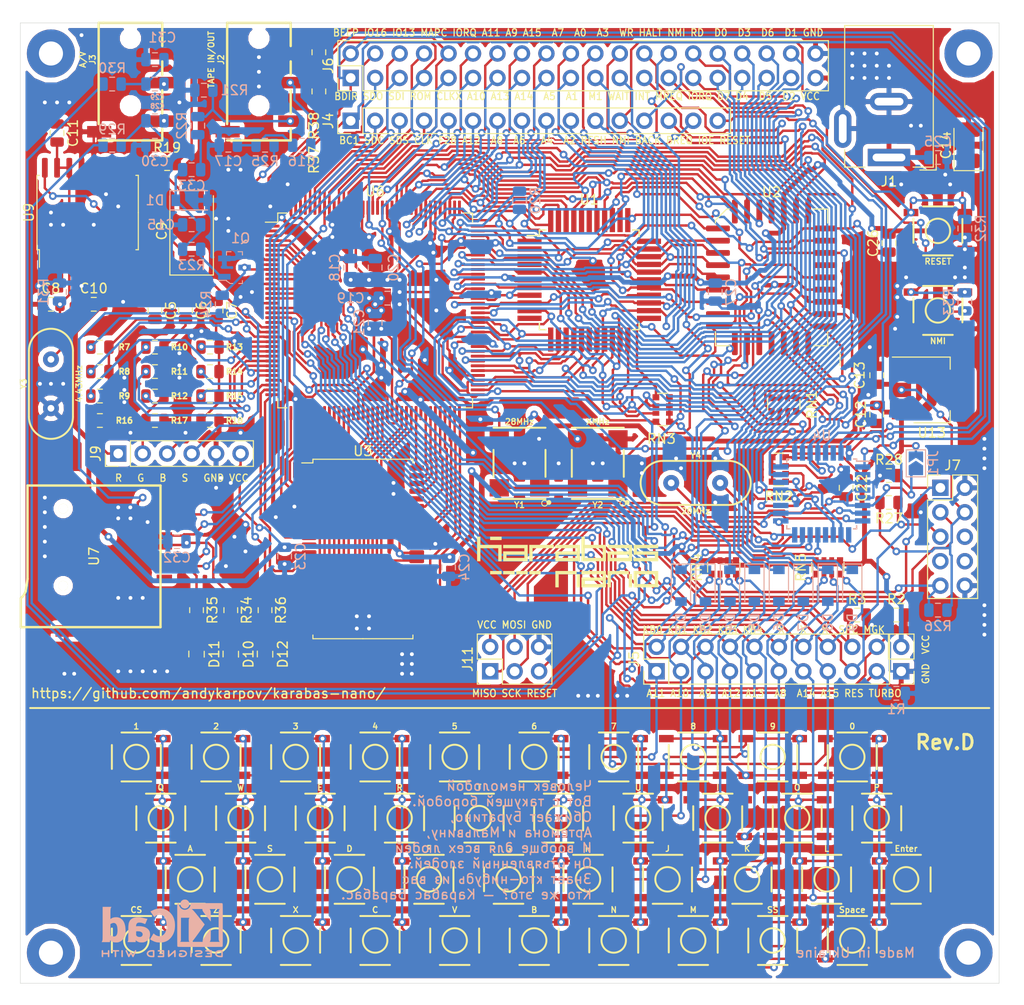
<source format=kicad_pcb>
(kicad_pcb (version 20171130) (host pcbnew 5.0.2-bee76a0~70~ubuntu18.04.1)
  (layers (0 F.Cu signal) (31 B.Cu signal) (34 B.Paste user) (35 F.Paste user) (36 B.SilkS user) (37 F.SilkS user) (38 B.Mask user) (39 F.Mask user) (44 Edge.Cuts user))
  (net 0 "")
  (net 1 /A13)
  (net 2 /A12)
  (net 3 /A11)
  (net 4 /A10)
  (net 5 /A9)
  (net 6 /A8)
  (net 7 /A7)
  (net 8 /A6)
  (net 9 /A5)
  (net 10 /A4)
  (net 11 /A3)
  (net 12 /A2)
  (net 13 /A1)
  (net 14 /A0)
  (net 15 GND)
  (net 16 /D1)
  (net 17 /D0)
  (net 18 /D2)
  (net 19 VCC)
  (net 20 /D6)
  (net 21 /D5)
  (net 22 /D3)
  (net 23 /D4)
  (net 24 /CLK_CPU)
  (net 25 /MA15)
  (net 26 /MA17)
  (net 27 /~MWR)
  (net 28 /MA13)
  (net 29 /MA8)
  (net 30 /MA9)
  (net 31 /MA11)
  (net 32 /~MRD)
  (net 33 /MA10)
  (net 34 /MD7)
  (net 35 /MD6)
  (net 36 /MD5)
  (net 37 /MD4)
  (net 38 /MD3)
  (net 39 /MD2)
  (net 40 /MD1)
  (net 41 /MD0)
  (net 42 /MA0)
  (net 43 /MA1)
  (net 44 /MA2)
  (net 45 /MA3)
  (net 46 /MA4)
  (net 47 /MA5)
  (net 48 /MA6)
  (net 49 /MA7)
  (net 50 /MA12)
  (net 51 /MA14)
  (net 52 /MA18)
  (net 53 /A15)
  (net 54 /A14)
  (net 55 /~RFSH)
  (net 56 /~M1)
  (net 57 /~BUSREQ)
  (net 58 /~WAIT)
  (net 59 /~BUSACK)
  (net 60 /~WR)
  (net 61 /~RD)
  (net 62 /~IORQ)
  (net 63 /~MREQ)
  (net 64 /~HALT)
  (net 65 /~NMI)
  (net 66 /~INT)
  (net 67 /ROM_A14)
  (net 68 /ROM_A15)
  (net 69 +3V3)
  (net 70 /CLKX)
  (net 71 /~BUS_ROMCS)
  (net 72 /CLK_BUS)
  (net 73 /~BUS_IORQGE)
  (net 74 /~ROMCS)
  (net 75 /TDO)
  (net 76 /TCK)
  (net 77 /TMS)
  (net 78 /TDI)
  (net 79 "Net-(C5-Pad1)")
  (net 80 "Net-(C6-Pad1)")
  (net 81 "Net-(C7-Pad1)")
  (net 82 /R2)
  (net 83 /R1)
  (net 84 /R0)
  (net 85 /G2)
  (net 86 /G1)
  (net 87 /G0)
  (net 88 /B2)
  (net 89 /B1)
  (net 90 /B0)
  (net 91 "Net-(C8-Pad2)")
  (net 92 "Net-(C9-Pad2)")
  (net 93 "Net-(C9-Pad1)")
  (net 94 /CSYNC)
  (net 95 /CLK28)
  (net 96 ~RESET)
  (net 97 "Net-(C15-Pad2)")
  (net 98 "Net-(C16-Pad2)")
  (net 99 "Net-(C16-Pad1)")
  (net 100 "Net-(Q1-Pad1)")
  (net 101 TAPE_IN)
  (net 102 TAPE_OUT)
  (net 103 /MAGIC)
  (net 104 /TURBO)
  (net 105 /SPECIAL)
  (net 106 /KB7)
  (net 107 /KB6)
  (net 108 /KB5)
  (net 109 /KB4)
  (net 110 /KB3)
  (net 111 /KB2)
  (net 112 /KB1)
  (net 113 /KB0)
  (net 114 /IO16)
  (net 115 /IO13)
  (net 116 /BEEPER)
  (net 117 /KA11)
  (net 118 /KA10)
  (net 119 /KA9)
  (net 120 /KA12)
  (net 121 /KA13)
  (net 122 /KA8)
  (net 123 /KA14)
  (net 124 /KA15)
  (net 125 /MA19)
  (net 126 /MA20)
  (net 127 "Net-(U4-Pad8)")
  (net 128 "Net-(U4-Pad7)")
  (net 129 /AY_BC1)
  (net 130 /AY_OUT_R)
  (net 131 /AY_OUT_L)
  (net 132 /AY_BDIR)
  (net 133 "Net-(C28-Pad2)")
  (net 134 "Net-(C28-Pad1)")
  (net 135 "Net-(C29-Pad2)")
  (net 136 "Net-(C29-Pad1)")
  (net 137 "Net-(J3-Pad2)")
  (net 138 "Net-(J2-Pad4)")
  (net 139 /~SD_CS)
  (net 140 /SD_DI)
  (net 141 /SD_CLK)
  (net 142 /SD_DO)
  (net 143 /RED)
  (net 144 /GREEN)
  (net 145 /BLUE)
  (net 146 "Net-(C33-Pad2)")
  (net 147 "Net-(D10-Pad1)")
  (net 148 "Net-(D11-Pad1)")
  (net 149 "Net-(D12-Pad1)")
  (net 150 /IOE)
  (net 151 /~BTN_NMI)
  (net 152 /MAPCOND)
  (net 153 "Net-(J7-Pad8)")
  (net 154 "Net-(J7-Pad7)")
  (net 155 "Net-(J7-Pad6)")
  (net 156 "Net-(U1-Pad11)")
  (net 157 "Net-(U1-Pad17)")
  (net 158 "Net-(U1-Pad33)")
  (net 159 "Net-(U1-Pad39)")
  (net 160 "Net-(U2-Pad26)")
  (net 161 "Net-(U2-Pad17)")
  (net 162 "Net-(U2-Pad12)")
  (net 163 "Net-(U2-Pad1)")
  (net 164 "Net-(U3-Pad38)")
  (net 165 "Net-(U3-Pad37)")
  (net 166 "Net-(U3-Pad30)")
  (net 167 "Net-(U3-Pad29)")
  (net 168 "Net-(U3-Pad15)")
  (net 169 "Net-(U3-Pad8)")
  (net 170 "Net-(U3-Pad7)")
  (net 171 "Net-(U4-Pad30)")
  (net 172 "Net-(U4-Pad22)")
  (net 173 "Net-(U4-Pad20)")
  (net 174 "Net-(U4-Pad19)")
  (net 175 "Net-(U4-Pad12)")
  (net 176 "Net-(U4-Pad9)")
  (net 177 "Net-(U4-Pad2)")
  (net 178 "Net-(U7-Pad9)")
  (net 179 "Net-(U9-Pad11)")
  (net 180 "Net-(U9-Pad9)")
  (net 181 /D7)
  (net 182 /MA16)
  (net 183 /VCCJP)
  (net 184 /AVR_SCK)
  (net 185 /AVR_MISO)
  (net 186 /AVR_MOSI)
  (module footprints:TQFP-44_14x14mm_P0.8mm (layer F.Cu) (at 147.955 77.47)
    (fp_text reference U1 (at 0 -8.328) (layer F.SilkS))
    (fp_text value Z80)
    (pad 44 smd rect (at -4 -6.2 90) (size 2.5 0.55) (layers F.Cu F.Paste F.Mask) (net 53 /A15))
    (pad 43 smd rect (at -3.2 -6.2 90) (size 2.5 0.55) (layers F.Cu F.Paste F.Mask) (net 54 /A14))
    (pad 42 smd rect (at -2.4 -6.2 90) (size 2.5 0.55) (layers F.Cu F.Paste F.Mask) (net 1 /A13))
    (pad 41 smd rect (at -1.6 -6.2 90) (size 2.5 0.55) (layers F.Cu F.Paste F.Mask) (net 2 /A12))
    (pad 40 smd rect (at -0.8 -6.2 90) (size 2.5 0.55) (layers F.Cu F.Paste F.Mask) (net 3 /A11))
    (pad 39 smd rect (at 0 -6.2 90) (size 2.5 0.55) (layers F.Cu F.Paste F.Mask) (net 159 "Net-(U1-Pad39)"))
    (pad 38 smd rect (at 0.8 -6.2 90) (size 2.5 0.55) (layers F.Cu F.Paste F.Mask) (net 4 /A10))
    (pad 37 smd rect (at 1.6 -6.2 90) (size 2.5 0.55) (layers F.Cu F.Paste F.Mask) (net 5 /A9))
    (pad 36 smd rect (at 2.4 -6.2 90) (size 2.5 0.55) (layers F.Cu F.Paste F.Mask) (net 6 /A8))
    (pad 35 smd rect (at 3.2 -6.2 90) (size 2.5 0.55) (layers F.Cu F.Paste F.Mask) (net 7 /A7))
    (pad 34 smd rect (at 4 -6.2 90) (size 2.5 0.55) (layers F.Cu F.Paste F.Mask) (net 8 /A6))
    (pad 33 smd rect (at 6.2 -4) (size 2.5 0.55) (layers F.Cu F.Paste F.Mask) (net 158 "Net-(U1-Pad33)"))
    (pad 32 smd rect (at 6.2 -3.2) (size 2.5 0.55) (layers F.Cu F.Paste F.Mask) (net 9 /A5))
    (pad 31 smd rect (at 6.2 -2.4) (size 2.5 0.55) (layers F.Cu F.Paste F.Mask) (net 10 /A4))
    (pad 30 smd rect (at 6.2 -1.6) (size 2.5 0.55) (layers F.Cu F.Paste F.Mask) (net 11 /A3))
    (pad 29 smd rect (at 6.2 -0.8) (size 2.5 0.55) (layers F.Cu F.Paste F.Mask) (net 12 /A2))
    (pad 28 smd rect (at 6.2 0) (size 2.5 0.55) (layers F.Cu F.Paste F.Mask) (net 13 /A1))
    (pad 27 smd rect (at 6.2 0.8) (size 2.5 0.55) (layers F.Cu F.Paste F.Mask) (net 14 /A0))
    (pad 26 smd rect (at 6.2 1.6) (size 2.5 0.55) (layers F.Cu F.Paste F.Mask) (net 15 GND))
    (pad 25 smd rect (at 6.2 2.4) (size 2.5 0.55) (layers F.Cu F.Paste F.Mask) (net 55 /~RFSH))
    (pad 24 smd rect (at 6.2 3.2) (size 2.5 0.55) (layers F.Cu F.Paste F.Mask) (net 56 /~M1))
    (pad 23 smd rect (at 6.2 4) (size 2.5 0.55) (layers F.Cu F.Paste F.Mask) (net 96 ~RESET))
    (pad 22 smd rect (at 4 6.2 90) (size 2.5 0.55) (layers F.Cu F.Paste F.Mask) (net 57 /~BUSREQ))
    (pad 21 smd rect (at 3.2 6.2 90) (size 2.5 0.55) (layers F.Cu F.Paste F.Mask) (net 58 /~WAIT))
    (pad 20 smd rect (at 2.4 6.2 90) (size 2.5 0.55) (layers F.Cu F.Paste F.Mask) (net 59 /~BUSACK))
    (pad 19 smd rect (at 1.6 6.2 90) (size 2.5 0.55) (layers F.Cu F.Paste F.Mask) (net 60 /~WR))
    (pad 18 smd rect (at 0.8 6.2 90) (size 2.5 0.55) (layers F.Cu F.Paste F.Mask) (net 61 /~RD))
    (pad 17 smd rect (at 0 6.2 90) (size 2.5 0.55) (layers F.Cu F.Paste F.Mask) (net 157 "Net-(U1-Pad17)"))
    (pad 16 smd rect (at -0.8 6.2 90) (size 2.5 0.55) (layers F.Cu F.Paste F.Mask) (net 62 /~IORQ))
    (pad 15 smd rect (at -1.6 6.2 90) (size 2.5 0.55) (layers F.Cu F.Paste F.Mask) (net 63 /~MREQ))
    (pad 14 smd rect (at -2.4 6.2 90) (size 2.5 0.55) (layers F.Cu F.Paste F.Mask) (net 64 /~HALT))
    (pad 13 smd rect (at -3.2 6.2 90) (size 2.5 0.55) (layers F.Cu F.Paste F.Mask) (net 65 /~NMI))
    (pad 12 smd rect (at -4 6.2 90) (size 2.5 0.55) (layers F.Cu F.Paste F.Mask) (net 66 /~INT))
    (pad 11 smd rect (at -6.2 4) (size 2.5 0.55) (layers F.Cu F.Paste F.Mask) (net 156 "Net-(U1-Pad11)"))
    (pad 10 smd rect (at -6.2 3.2) (size 2.5 0.55) (layers F.Cu F.Paste F.Mask) (net 16 /D1))
    (pad 9 smd rect (at -6.2 2.4) (size 2.5 0.55) (layers F.Cu F.Paste F.Mask) (net 17 /D0))
    (pad 8 smd rect (at -6.2 1.6) (size 2.5 0.55) (layers F.Cu F.Paste F.Mask) (net 181 /D7))
    (pad 7 smd rect (at -6.2 0.8) (size 2.5 0.55) (layers F.Cu F.Paste F.Mask) (net 18 /D2))
    (pad 6 smd rect (at -6.2 0) (size 2.5 0.55) (layers F.Cu F.Paste F.Mask) (net 19 VCC))
    (pad 5 smd rect (at -6.2 -0.8) (size 2.5 0.55) (layers F.Cu F.Paste F.Mask) (net 20 /D6))
    (pad 4 smd rect (at -6.2 -1.6) (size 2.5 0.55) (layers F.Cu F.Paste F.Mask) (net 21 /D5))
    (pad 3 smd rect (at -6.2 -2.4) (size 2.5 0.55) (layers F.Cu F.Paste F.Mask) (net 22 /D3))
    (pad 2 smd rect (at -6.2 -3.2) (size 2.5 0.55) (layers F.Cu F.Paste F.Mask) (net 23 /D4))
    (pad 1 smd rect (at -6.2 -4) (size 2.5 0.55) (layers F.Cu F.Paste F.Mask) (net 24 /CLK_CPU))
  )
  (module TACTILE_SWITCH_SMD_5.2MM (layer F.Cu) (at 131.318 139.7 180)
    (fp_text reference SW23 hide)
    (fp_text value F (at 0 3.175 180) (layer F.SilkS) (effects (font (size 0.6096 0.6096) (thickness 0.127))))
    (pad 1 smd rect (at -2.794 -1.905 270) (size 0.762 1.524) (layers F.Cu F.Paste F.Mask) (net 119 /KA9))
    (pad 2 smd rect (at 2.794 -1.905 270) (size 0.762 1.524) (layers F.Cu F.Paste F.Mask) (net 119 /KA9))
    (pad 3 smd rect (at -2.794 1.905 270) (size 0.762 1.524) (layers F.Cu F.Paste F.Mask) (net 110 /KB3))
    (pad 4 smd rect (at 2.794 1.905 270) (size 0.762 1.524) (layers F.Cu F.Paste F.Mask) (net 110 /KB3))
  )
  (module TACTILE_SWITCH_SMD_5.2MM (layer F.Cu) (at 144.78 133.35 180)
    (fp_text reference SW28 hide)
    (fp_text value Y (at 0 3.175 180) (layer F.SilkS) (effects (font (size 0.6096 0.6096) (thickness 0.127))))
    (pad 1 smd rect (at -2.794 -1.905 270) (size 0.762 1.524) (layers F.Cu F.Paste F.Mask) (net 121 /KA13))
    (pad 2 smd rect (at 2.794 -1.905 270) (size 0.762 1.524) (layers F.Cu F.Paste F.Mask) (net 121 /KA13))
    (pad 3 smd rect (at -2.794 1.905 270) (size 0.762 1.524) (layers F.Cu F.Paste F.Mask) (net 109 /KB4))
    (pad 4 smd rect (at 2.794 1.905 270) (size 0.762 1.524) (layers F.Cu F.Paste F.Mask) (net 109 /KB4))
  )
  (module TACTILE_SWITCH_SMD_5.2MM (layer F.Cu) (at 139.573 139.7 180)
    (fp_text reference SW26 hide)
    (fp_text value G (at 0 3.175 180) (layer F.SilkS) (effects (font (size 0.6096 0.6096) (thickness 0.127))))
    (pad 1 smd rect (at -2.794 -1.905 270) (size 0.762 1.524) (layers F.Cu F.Paste F.Mask) (net 119 /KA9))
    (pad 2 smd rect (at 2.794 -1.905 270) (size 0.762 1.524) (layers F.Cu F.Paste F.Mask) (net 119 /KA9))
    (pad 3 smd rect (at -2.794 1.905 270) (size 0.762 1.524) (layers F.Cu F.Paste F.Mask) (net 109 /KB4))
    (pad 4 smd rect (at 2.794 1.905 270) (size 0.762 1.524) (layers F.Cu F.Paste F.Mask) (net 109 /KB4))
  )
  (module TACTILE_SWITCH_SMD_5.2MM (layer F.Cu) (at 128.27 133.35 180)
    (fp_text reference SW22 hide)
    (fp_text value R (at 0 3.175 180) (layer F.SilkS) (effects (font (size 0.6096 0.6096) (thickness 0.127))))
    (pad 4 smd rect (at 2.794 1.905 270) (size 0.762 1.524) (layers F.Cu F.Paste F.Mask) (net 110 /KB3))
    (pad 3 smd rect (at -2.794 1.905 270) (size 0.762 1.524) (layers F.Cu F.Paste F.Mask) (net 110 /KB3))
    (pad 2 smd rect (at 2.794 -1.905 270) (size 0.762 1.524) (layers F.Cu F.Paste F.Mask) (net 118 /KA10))
    (pad 1 smd rect (at -2.794 -1.905 270) (size 0.762 1.524) (layers F.Cu F.Paste F.Mask) (net 118 /KA10))
  )
  (module TACTILE_SWITCH_SMD_5.2MM (layer F.Cu) (at 123.063 139.7 180)
    (fp_text reference SW20 hide)
    (fp_text value D (at 0 3.175 180) (layer F.SilkS) (effects (font (size 0.6096 0.6096) (thickness 0.127))))
    (pad 4 smd rect (at 2.794 1.905 270) (size 0.762 1.524) (layers F.Cu F.Paste F.Mask) (net 111 /KB2))
    (pad 3 smd rect (at -2.794 1.905 270) (size 0.762 1.524) (layers F.Cu F.Paste F.Mask) (net 111 /KB2))
    (pad 2 smd rect (at 2.794 -1.905 270) (size 0.762 1.524) (layers F.Cu F.Paste F.Mask) (net 119 /KA9))
    (pad 1 smd rect (at -2.794 -1.905 270) (size 0.762 1.524) (layers F.Cu F.Paste F.Mask) (net 119 /KA9))
  )
  (module TACTILE_SWITCH_SMD_5.2MM (layer F.Cu) (at 120.015 133.35 180)
    (fp_text reference SW19 hide)
    (fp_text value E (at 0 3.175 180) (layer F.SilkS) (effects (font (size 0.6096 0.6096) (thickness 0.127))))
    (pad 1 smd rect (at -2.794 -1.905 270) (size 0.762 1.524) (layers F.Cu F.Paste F.Mask) (net 118 /KA10))
    (pad 2 smd rect (at 2.794 -1.905 270) (size 0.762 1.524) (layers F.Cu F.Paste F.Mask) (net 118 /KA10))
    (pad 3 smd rect (at -2.794 1.905 270) (size 0.762 1.524) (layers F.Cu F.Paste F.Mask) (net 111 /KB2))
    (pad 4 smd rect (at 2.794 1.905 270) (size 0.762 1.524) (layers F.Cu F.Paste F.Mask) (net 111 /KB2))
  )
  (module TACTILE_SWITCH_SMD_5.2MM (layer F.Cu) (at 114.808 139.7 180)
    (fp_text reference SW17 hide)
    (fp_text value S (at 0 3.175 180) (layer F.SilkS) (effects (font (size 0.6096 0.6096) (thickness 0.127))))
    (pad 1 smd rect (at -2.794 -1.905 270) (size 0.762 1.524) (layers F.Cu F.Paste F.Mask) (net 119 /KA9))
    (pad 2 smd rect (at 2.794 -1.905 270) (size 0.762 1.524) (layers F.Cu F.Paste F.Mask) (net 119 /KA9))
    (pad 3 smd rect (at -2.794 1.905 270) (size 0.762 1.524) (layers F.Cu F.Paste F.Mask) (net 112 /KB1))
    (pad 4 smd rect (at 2.794 1.905 270) (size 0.762 1.524) (layers F.Cu F.Paste F.Mask) (net 112 /KB1))
  )
  (module TACTILE_SWITCH_SMD_5.2MM (layer F.Cu) (at 111.76 133.35 180)
    (fp_text reference SW16 hide)
    (fp_text value W (at 0 3.175 180) (layer F.SilkS) (effects (font (size 0.6096 0.6096) (thickness 0.127))))
    (pad 4 smd rect (at 2.794 1.905 270) (size 0.762 1.524) (layers F.Cu F.Paste F.Mask) (net 112 /KB1))
    (pad 3 smd rect (at -2.794 1.905 270) (size 0.762 1.524) (layers F.Cu F.Paste F.Mask) (net 112 /KB1))
    (pad 2 smd rect (at 2.794 -1.905 270) (size 0.762 1.524) (layers F.Cu F.Paste F.Mask) (net 118 /KA10))
    (pad 1 smd rect (at -2.794 -1.905 270) (size 0.762 1.524) (layers F.Cu F.Paste F.Mask) (net 118 /KA10))
  )
  (module TACTILE_SWITCH_SMD_5.2MM (layer F.Cu) (at 103.480193 133.350392 180)
    (fp_text reference SW13 hide)
    (fp_text value Q (at 0 3.175 180) (layer F.SilkS) (effects (font (size 0.6096 0.6096) (thickness 0.127))))
    (pad 4 smd rect (at 2.794 1.905 270) (size 0.762 1.524) (layers F.Cu F.Paste F.Mask) (net 113 /KB0))
    (pad 3 smd rect (at -2.794 1.905 270) (size 0.762 1.524) (layers F.Cu F.Paste F.Mask) (net 113 /KB0))
    (pad 2 smd rect (at 2.794 -1.905 270) (size 0.762 1.524) (layers F.Cu F.Paste F.Mask) (net 118 /KA10))
    (pad 1 smd rect (at -2.794 -1.905 270) (size 0.762 1.524) (layers F.Cu F.Paste F.Mask) (net 118 /KA10))
  )
  (module TACTILE_SWITCH_SMD_5.2MM (layer F.Cu) (at 156.083 139.7 180)
    (fp_text reference SW32 hide)
    (fp_text value J (at 0 3.175 180) (layer F.SilkS) (effects (font (size 0.6096 0.6096) (thickness 0.127))))
    (pad 1 smd rect (at -2.794 -1.905 270) (size 0.762 1.524) (layers F.Cu F.Paste F.Mask) (net 123 /KA14))
    (pad 2 smd rect (at 2.794 -1.905 270) (size 0.762 1.524) (layers F.Cu F.Paste F.Mask) (net 123 /KA14))
    (pad 3 smd rect (at -2.794 1.905 270) (size 0.762 1.524) (layers F.Cu F.Paste F.Mask) (net 110 /KB3))
    (pad 4 smd rect (at 2.794 1.905 270) (size 0.762 1.524) (layers F.Cu F.Paste F.Mask) (net 110 /KB3))
  )
  (module TACTILE_SWITCH_SMD_5.2MM (layer F.Cu) (at 106.528193 139.700392 180)
    (fp_text reference SW14 hide)
    (fp_text value A (at 0 3.175 180) (layer F.SilkS) (effects (font (size 0.6096 0.6096) (thickness 0.127))))
    (pad 4 smd rect (at 2.794 1.905 270) (size 0.762 1.524) (layers F.Cu F.Paste F.Mask) (net 113 /KB0))
    (pad 3 smd rect (at -2.794 1.905 270) (size 0.762 1.524) (layers F.Cu F.Paste F.Mask) (net 113 /KB0))
    (pad 2 smd rect (at 2.794 -1.905 270) (size 0.762 1.524) (layers F.Cu F.Paste F.Mask) (net 119 /KA9))
    (pad 1 smd rect (at -2.794 -1.905 270) (size 0.762 1.524) (layers F.Cu F.Paste F.Mask) (net 119 /KA9))
  )
  (module TACTILE_SWITCH_SMD_5.2MM (layer F.Cu) (at 136.525 133.35 180)
    (fp_text reference SW25 hide)
    (fp_text value T (at 0 3.175 180) (layer F.SilkS) (effects (font (size 0.6096 0.6096) (thickness 0.127))))
    (pad 4 smd rect (at 2.794 1.905 270) (size 0.762 1.524) (layers F.Cu F.Paste F.Mask) (net 109 /KB4))
    (pad 3 smd rect (at -2.794 1.905 270) (size 0.762 1.524) (layers F.Cu F.Paste F.Mask) (net 109 /KB4))
    (pad 2 smd rect (at 2.794 -1.905 270) (size 0.762 1.524) (layers F.Cu F.Paste F.Mask) (net 118 /KA10))
    (pad 1 smd rect (at -2.794 -1.905 270) (size 0.762 1.524) (layers F.Cu F.Paste F.Mask) (net 118 /KA10))
  )
  (module TACTILE_SWITCH_SMD_5.2MM (layer F.Cu) (at 161.29 133.35 180)
    (fp_text reference SW34 hide)
    (fp_text value I (at 0 3.175 180) (layer F.SilkS) (effects (font (size 0.6096 0.6096) (thickness 0.127))))
    (pad 1 smd rect (at -2.794 -1.905 270) (size 0.762 1.524) (layers F.Cu F.Paste F.Mask) (net 121 /KA13))
    (pad 2 smd rect (at 2.794 -1.905 270) (size 0.762 1.524) (layers F.Cu F.Paste F.Mask) (net 121 /KA13))
    (pad 3 smd rect (at -2.794 1.905 270) (size 0.762 1.524) (layers F.Cu F.Paste F.Mask) (net 111 /KB2))
    (pad 4 smd rect (at 2.794 1.905 270) (size 0.762 1.524) (layers F.Cu F.Paste F.Mask) (net 111 /KB2))
  )
  (module TACTILE_SWITCH_SMD_5.2MM (layer F.Cu) (at 172.593 139.7 180)
    (fp_text reference SW38 hide)
    (fp_text value L (at 0 3.175 180) (layer F.SilkS) (effects (font (size 0.6096 0.6096) (thickness 0.127))))
    (pad 1 smd rect (at -2.794 -1.905 270) (size 0.762 1.524) (layers F.Cu F.Paste F.Mask) (net 123 /KA14))
    (pad 2 smd rect (at 2.794 -1.905 270) (size 0.762 1.524) (layers F.Cu F.Paste F.Mask) (net 123 /KA14))
    (pad 3 smd rect (at -2.794 1.905 270) (size 0.762 1.524) (layers F.Cu F.Paste F.Mask) (net 112 /KB1))
    (pad 4 smd rect (at 2.794 1.905 270) (size 0.762 1.524) (layers F.Cu F.Paste F.Mask) (net 112 /KB1))
  )
  (module TACTILE_SWITCH_SMD_5.2MM (layer F.Cu) (at 164.338 139.7 180)
    (fp_text reference SW35 hide)
    (fp_text value K (at 0 3.175 180) (layer F.SilkS) (effects (font (size 0.6096 0.6096) (thickness 0.127))))
    (pad 1 smd rect (at -2.794 -1.905 270) (size 0.762 1.524) (layers F.Cu F.Paste F.Mask) (net 123 /KA14))
    (pad 2 smd rect (at 2.794 -1.905 270) (size 0.762 1.524) (layers F.Cu F.Paste F.Mask) (net 123 /KA14))
    (pad 3 smd rect (at -2.794 1.905 270) (size 0.762 1.524) (layers F.Cu F.Paste F.Mask) (net 111 /KB2))
    (pad 4 smd rect (at 2.794 1.905 270) (size 0.762 1.524) (layers F.Cu F.Paste F.Mask) (net 111 /KB2))
  )
  (module TACTILE_SWITCH_SMD_5.2MM (layer F.Cu) (at 169.545 133.35 180)
    (fp_text reference SW37 hide)
    (fp_text value O (at 0 3.175 180) (layer F.SilkS) (effects (font (size 0.6096 0.6096) (thickness 0.127))))
    (pad 4 smd rect (at 2.794 1.905 270) (size 0.762 1.524) (layers F.Cu F.Paste F.Mask) (net 112 /KB1))
    (pad 3 smd rect (at -2.794 1.905 270) (size 0.762 1.524) (layers F.Cu F.Paste F.Mask) (net 112 /KB1))
    (pad 2 smd rect (at 2.794 -1.905 270) (size 0.762 1.524) (layers F.Cu F.Paste F.Mask) (net 121 /KA13))
    (pad 1 smd rect (at -2.794 -1.905 270) (size 0.762 1.524) (layers F.Cu F.Paste F.Mask) (net 121 /KA13))
  )
  (module TACTILE_SWITCH_SMD_5.2MM (layer F.Cu) (at 153.035 133.35 180)
    (fp_text reference SW31 hide)
    (fp_text value U (at 0 3.175 180) (layer F.SilkS) (effects (font (size 0.6096 0.6096) (thickness 0.127))))
    (pad 4 smd rect (at 2.794 1.905 270) (size 0.762 1.524) (layers F.Cu F.Paste F.Mask) (net 110 /KB3))
    (pad 3 smd rect (at -2.794 1.905 270) (size 0.762 1.524) (layers F.Cu F.Paste F.Mask) (net 110 /KB3))
    (pad 2 smd rect (at 2.794 -1.905 270) (size 0.762 1.524) (layers F.Cu F.Paste F.Mask) (net 121 /KA13))
    (pad 1 smd rect (at -2.794 -1.905 270) (size 0.762 1.524) (layers F.Cu F.Paste F.Mask) (net 121 /KA13))
  )
  (module TACTILE_SWITCH_SMD_5.2MM (layer F.Cu) (at 147.828 139.7 180)
    (fp_text reference SW29 hide)
    (fp_text value H (at 0 3.175 180) (layer F.SilkS) (effects (font (size 0.6096 0.6096) (thickness 0.127))))
    (pad 4 smd rect (at 2.794 1.905 270) (size 0.762 1.524) (layers F.Cu F.Paste F.Mask) (net 109 /KB4))
    (pad 3 smd rect (at -2.794 1.905 270) (size 0.762 1.524) (layers F.Cu F.Paste F.Mask) (net 109 /KB4))
    (pad 2 smd rect (at 2.794 -1.905 270) (size 0.762 1.524) (layers F.Cu F.Paste F.Mask) (net 123 /KA14))
    (pad 1 smd rect (at -2.794 -1.905 270) (size 0.762 1.524) (layers F.Cu F.Paste F.Mask) (net 123 /KA14))
  )
  (module footprints:PLCC-32_11.4x14.0mm_P1.27mm-bigpads (layer F.Cu) (at 166.878 77.216)
    (fp_text reference U2 (at 0 -8.85) (layer F.SilkS))
    (fp_text value 27C512)
    (pad 1 smd roundrect (at 0 -6.8375) (size 0.6 2.475) (layers F.Cu F.Paste F.Mask) (net 163 "Net-(U2-Pad1)"))
    (pad 2 smd roundrect (at -1.27 -6.8375) (size 0.6 2.475) (layers F.Cu F.Paste F.Mask) (net 68 /ROM_A15))
    (pad 3 smd roundrect (at -2.54 -6.8375) (size 0.6 2.475) (layers F.Cu F.Paste F.Mask) (net 2 /A12))
    (pad 4 smd roundrect (at -3.81 -6.8375) (size 0.6 2.475) (layers F.Cu F.Paste F.Mask) (net 7 /A7))
    (pad 5 smd roundrect (at -5.5625 -5.08) (size 2.475 0.6) (layers F.Cu F.Paste F.Mask) (net 8 /A6))
    (pad 6 smd roundrect (at -5.5625 -3.81) (size 2.475 0.6) (layers F.Cu F.Paste F.Mask) (net 9 /A5))
    (pad 7 smd roundrect (at -5.5625 -2.54) (size 2.475 0.6) (layers F.Cu F.Paste F.Mask) (net 10 /A4))
    (pad 8 smd roundrect (at -5.5625 -1.27) (size 2.475 0.6) (layers F.Cu F.Paste F.Mask) (net 11 /A3))
    (pad 9 smd roundrect (at -5.5625 0) (size 2.475 0.6) (layers F.Cu F.Paste F.Mask) (net 12 /A2))
    (pad 10 smd roundrect (at -5.5625 1.27) (size 2.475 0.6) (layers F.Cu F.Paste F.Mask) (net 13 /A1))
    (pad 11 smd roundrect (at -5.5625 2.54) (size 2.475 0.6) (layers F.Cu F.Paste F.Mask) (net 14 /A0))
    (pad 12 smd roundrect (at -5.5625 3.81) (size 2.475 0.6) (layers F.Cu F.Paste F.Mask) (net 162 "Net-(U2-Pad12)"))
    (pad 13 smd roundrect (at -5.5625 5.08) (size 2.475 0.6) (layers F.Cu F.Paste F.Mask) (net 17 /D0))
    (pad 14 smd roundrect (at -3.81 6.8375) (size 0.6 2.475) (layers F.Cu F.Paste F.Mask) (net 16 /D1))
    (pad 15 smd roundrect (at -2.54 6.8375) (size 0.6 2.475) (layers F.Cu F.Paste F.Mask) (net 18 /D2))
    (pad 16 smd roundrect (at -1.27 6.8375) (size 0.6 2.475) (layers F.Cu F.Paste F.Mask) (net 15 GND))
    (pad 17 smd roundrect (at 0 6.8375) (size 0.6 2.475) (layers F.Cu F.Paste F.Mask) (net 161 "Net-(U2-Pad17)"))
    (pad 18 smd roundrect (at 1.27 6.8375) (size 0.6 2.475) (layers F.Cu F.Paste F.Mask) (net 22 /D3))
    (pad 19 smd roundrect (at 2.54 6.8375) (size 0.6 2.475) (layers F.Cu F.Paste F.Mask) (net 23 /D4))
    (pad 20 smd roundrect (at 3.81 6.8375) (size 0.6 2.475) (layers F.Cu F.Paste F.Mask) (net 21 /D5))
    (pad 21 smd roundrect (at 5.5625 5.08) (size 2.475 0.6) (layers F.Cu F.Paste F.Mask) (net 20 /D6))
    (pad 22 smd roundrect (at 5.5625 3.81) (size 2.475 0.6) (layers F.Cu F.Paste F.Mask) (net 181 /D7))
    (pad 23 smd roundrect (at 5.5625 2.54) (size 2.475 0.6) (layers F.Cu F.Paste F.Mask) (net 15 GND))
    (pad 24 smd roundrect (at 5.5625 1.27) (size 2.475 0.6) (layers F.Cu F.Paste F.Mask) (net 4 /A10))
    (pad 25 smd roundrect (at 5.5625 0) (size 2.475 0.6) (layers F.Cu F.Paste F.Mask) (net 74 /~ROMCS))
    (pad 26 smd roundrect (at 5.5625 -1.27) (size 2.475 0.6) (layers F.Cu F.Paste F.Mask) (net 160 "Net-(U2-Pad26)"))
    (pad 27 smd roundrect (at 5.5625 -2.54) (size 2.475 0.6) (layers F.Cu F.Paste F.Mask) (net 3 /A11))
    (pad 28 smd roundrect (at 5.5625 -3.81) (size 2.475 0.6) (layers F.Cu F.Paste F.Mask) (net 5 /A9))
    (pad 29 smd roundrect (at 5.5625 -5.08) (size 2.475 0.6) (layers F.Cu F.Paste F.Mask) (net 6 /A8))
    (pad 30 smd roundrect (at 3.81 -6.8375) (size 0.6 2.475) (layers F.Cu F.Paste F.Mask) (net 1 /A13))
    (pad 31 smd roundrect (at 2.54 -6.8375) (size 0.6 2.475) (layers F.Cu F.Paste F.Mask) (net 67 /ROM_A14))
    (pad 32 smd roundrect (at 1.27 -6.8375) (size 0.6 2.475) (layers F.Cu F.Paste F.Mask) (net 19 VCC))
  )
  (module Capacitor_Tantalum_SMD:CP_EIA-3528-21_Kemet-B_Pad1.50x2.35mm_HandSolder (layer F.Cu) (at 187.325 63.5 90)
    (fp_text reference C14 (at 0 -2.35 90) (layer F.SilkS))
    (fp_text value 10uF)
    (pad 1 smd roundrect (at -1.625 0 90) (size 1.5 2.35) (layers F.Cu F.Paste F.Mask) (roundrect_rratio 0.166667) (net 96 ~RESET))
    (pad 2 smd roundrect (at 1.625 0 90) (size 1.5 2.35) (layers F.Cu F.Paste F.Mask) (roundrect_rratio 0.166667) (net 15 GND))
  )
  (module Resistor_SMD:R_0805_2012Metric (layer F.Cu) (at 175.768 112.268)
    (fp_text reference R3 (at 0 -1.65) (layer F.SilkS))
    (fp_text value 10k)
    (pad 1 smd roundrect (at -0.9375 0) (size 0.975 1.4) (layers F.Cu F.Paste F.Mask) (net 105 /SPECIAL))
    (pad 2 smd roundrect (at 0.9375 0) (size 0.975 1.4) (layers F.Cu F.Paste F.Mask) (net 15 GND))
  )
  (module Resistor_SMD:R_0805_2012Metric (layer F.Cu) (at 179.832 112.268)
    (fp_text reference R2 (at 0 -1.65) (layer F.SilkS))
    (fp_text value 10k)
    (pad 2 smd roundrect (at 0.9375 0) (size 0.975 1.4) (layers F.Cu F.Paste F.Mask) (net 15 GND))
    (pad 1 smd roundrect (at -0.9375 0) (size 0.975 1.4) (layers F.Cu F.Paste F.Mask) (net 103 /MAGIC))
  )
  (module Resistor_SMD:R_0805_2012Metric (layer B.Cu) (at 179.832 120.396)
    (fp_text reference R1 (at 0 1.65) (layer B.SilkS) (effects (justify mirror)))
    (fp_text value 10k)
    (pad 1 smd roundrect (at -0.9375 0) (size 0.975 1.4) (layers B.Cu B.Paste B.Mask) (net 104 /TURBO))
    (pad 2 smd roundrect (at 0.9375 0) (size 0.975 1.4) (layers B.Cu B.Paste B.Mask) (net 15 GND))
  )
  (module Capacitor_Tantalum_SMD:CP_EIA-7343-31_Kemet-D_Pad2.25x2.55mm_HandSolder (layer F.Cu) (at 106.68 72.39 90)
    (fp_text reference C9 (at 0 -3.1 90) (layer F.SilkS))
    (fp_text value 220uF)
    (pad 1 smd roundrect (at -3.2 0 90) (size 2.25 2.55) (layers F.Cu F.Paste F.Mask) (roundrect_rratio 0.111111) (net 93 "Net-(C9-Pad1)"))
    (pad 2 smd roundrect (at 3.2 0 90) (size 2.25 2.55) (layers F.Cu F.Paste F.Mask) (roundrect_rratio 0.111111) (net 92 "Net-(C9-Pad2)"))
  )
  (module Connector_PinHeader_2.54mm:PinHeader_1x02_P2.54mm_Vertical (layer F.Cu) (at 180.34 118.11 180)
    (fp_text reference J10 hide)
    (fp_text value PWR)
    (pad 1 thru_hole rect (at 0 0 180) (size 1.7 1.7) (drill 1) (layers *.Cu *.Mask) (net 15 GND))
    (pad 2 thru_hole oval (at 0 2.54 180) (size 1.7 1.7) (drill 1) (layers *.Cu *.Mask) (net 19 VCC))
  )
  (module Connector_PinHeader_2.54mm:PinHeader_1x16_P2.54mm_Vertical (layer F.Cu) (at 123.19 60.96 90)
    (fp_text reference J4 (at 0 -2.33 90) (layer F.SilkS))
    (fp_text value BUS)
    (pad 1 thru_hole rect (at 0 0 90) (size 1.7 1.7) (drill 1) (layers *.Cu *.Mask) (net 129 /AY_BC1))
    (pad 2 thru_hole oval (at 0 2.54 90) (size 1.7 1.7) (drill 1) (layers *.Cu *.Mask) (net 141 /SD_CLK))
    (pad 3 thru_hole oval (at 0 5.08 90) (size 1.7 1.7) (drill 1) (layers *.Cu *.Mask) (net 139 /~SD_CS))
    (pad 4 thru_hole oval (at 0 7.62 90) (size 1.7 1.7) (drill 1) (layers *.Cu *.Mask) (net 72 /CLK_BUS))
    (pad 5 thru_hole oval (at 0 10.16 90) (size 1.7 1.7) (drill 1) (layers *.Cu *.Mask) (net 95 /CLK28))
    (pad 6 thru_hole oval (at 0 12.7 90) (size 1.7 1.7) (drill 1) (layers *.Cu *.Mask) (net 2 /A12))
    (pad 7 thru_hole oval (at 0 15.24 90) (size 1.7 1.7) (drill 1) (layers *.Cu *.Mask) (net 6 /A8))
    (pad 8 thru_hole oval (at 0 17.78 90) (size 1.7 1.7) (drill 1) (layers *.Cu *.Mask) (net 8 /A6))
    (pad 9 thru_hole oval (at 0 20.32 90) (size 1.7 1.7) (drill 1) (layers *.Cu *.Mask) (net 10 /A4))
    (pad 10 thru_hole oval (at 0 22.86 90) (size 1.7 1.7) (drill 1) (layers *.Cu *.Mask) (net 12 /A2))
    (pad 11 thru_hole oval (at 0 25.4 90) (size 1.7 1.7) (drill 1) (layers *.Cu *.Mask) (net 55 /~RFSH))
    (pad 12 thru_hole oval (at 0 27.94 90) (size 1.7 1.7) (drill 1) (layers *.Cu *.Mask) (net 151 /~BTN_NMI))
    (pad 13 thru_hole oval (at 0 30.48 90) (size 1.7 1.7) (drill 1) (layers *.Cu *.Mask) (net 59 /~BUSACK))
    (pad 14 thru_hole oval (at 0 33.02 90) (size 1.7 1.7) (drill 1) (layers *.Cu *.Mask) (net 57 /~BUSREQ))
    (pad 15 thru_hole oval (at 0 35.56 90) (size 1.7 1.7) (drill 1) (layers *.Cu *.Mask) (net 150 /IOE))
    (pad 16 thru_hole oval (at 0 38.1 90) (size 1.7 1.7) (drill 1) (layers *.Cu *.Mask) (net 96 ~RESET))
  )
  (module Connector_PinHeader_2.54mm:PinHeader_2x03_P2.54mm_Vertical (layer F.Cu) (at 137.668 118.11 90)
    (fp_text reference J11 (at 1.27 -2.33 90) (layer F.SilkS))
    (fp_text value "AVR ISP")
    (pad 1 thru_hole rect (at 0 0 90) (size 1.7 1.7) (drill 1) (layers *.Cu *.Mask) (net 185 /AVR_MISO))
    (pad 2 thru_hole oval (at 2.54 0 90) (size 1.7 1.7) (drill 1) (layers *.Cu *.Mask) (net 183 /VCCJP))
    (pad 3 thru_hole oval (at 0 2.54 90) (size 1.7 1.7) (drill 1) (layers *.Cu *.Mask) (net 184 /AVR_SCK))
    (pad 4 thru_hole oval (at 2.54 2.54 90) (size 1.7 1.7) (drill 1) (layers *.Cu *.Mask) (net 186 /AVR_MOSI))
    (pad 5 thru_hole oval (at 0 5.08 90) (size 1.7 1.7) (drill 1) (layers *.Cu *.Mask) (net 96 ~RESET))
    (pad 6 thru_hole oval (at 2.54 5.08 90) (size 1.7 1.7) (drill 1) (layers *.Cu *.Mask) (net 15 GND))
  )
  (module AUDIO_JACK_3.5MM_SMD (layer F.Cu) (at 100.33 50.8 270)
    (fp_text reference J3 (at 3.81 3.937 90) (layer F.SilkS) (effects (font (size 0.6096 0.6096) (thickness 0.127))))
    (fp_text value A/V (at 3.81 4.953 90) (layer F.SilkS) (effects (font (size 0.6096 0.6096) (thickness 0.127))))
    (pad 1 smd rect (at 11.29792 3.24866 270) (size 1.19888 2.49936) (layers F.Cu F.Paste F.Mask) (net 15 GND))
    (pad 3 smd rect (at 6.1976 -3.24866 270) (size 1.19888 2.49936) (layers F.Cu F.Paste F.Mask) (net 135 "Net-(C29-Pad2)"))
    (pad 2 smd rect (at 3.19786 -3.24866 90) (size 1.19888 2.49936) (layers F.Cu F.Paste F.Mask) (net 137 "Net-(J3-Pad2)"))
    (pad 4 smd rect (at 10.1981 -3.24866 270) (size 1.19888 2.49936) (layers F.Cu F.Paste F.Mask) (net 133 "Net-(C28-Pad2)"))
    (pad "" np_thru_hole circle (at 1.59766 0 270) (size 1.19888 1.19888) (drill 1.19888) (layers *.Cu *.Mask))
    (pad "" np_thru_hole circle (at 8.5979 0 270) (size 1.19888 1.19888) (drill 1.19888) (layers *.Cu *.Mask))
  )
  (module AUDIO_JACK_3.5MM_SMD (layer F.Cu) (at 113.665 50.8 270)
    (fp_text reference J2 (at 3.81 3.937 90) (layer F.SilkS) (effects (font (size 0.6096 0.6096) (thickness 0.127))))
    (fp_text value "TAPE IN/OUT" (at 3.81 4.953 90) (layer F.SilkS) (effects (font (size 0.6096 0.6096) (thickness 0.127))))
    (pad "" np_thru_hole circle (at 8.5979 0 270) (size 1.19888 1.19888) (drill 1.19888) (layers *.Cu *.Mask))
    (pad "" np_thru_hole circle (at 1.59766 0 270) (size 1.19888 1.19888) (drill 1.19888) (layers *.Cu *.Mask))
    (pad 4 smd rect (at 10.1981 -3.24866 270) (size 1.19888 2.49936) (layers F.Cu F.Paste F.Mask) (net 138 "Net-(J2-Pad4)"))
    (pad 2 smd rect (at 3.19786 -3.24866 90) (size 1.19888 2.49936) (layers F.Cu F.Paste F.Mask) (net 15 GND))
    (pad 3 smd rect (at 6.1976 -3.24866 270) (size 1.19888 2.49936) (layers F.Cu F.Paste F.Mask) (net 98 "Net-(C16-Pad2)"))
    (pad 1 smd rect (at 11.29792 3.24866 270) (size 1.19888 2.49936) (layers F.Cu F.Paste F.Mask) (net 15 GND))
  )
  (module HC49US (layer F.Cu) (at 92.075 88.265 90)
    (fp_text reference Y3 (at 0 -2.8448 90) (layer F.SilkS) (effects (font (size 0.6096 0.6096) (thickness 0.127))))
    (fp_text value 4.43MHz (at 0 2.921 90) (layer F.SilkS) (effects (font (size 0.6096 0.6096) (thickness 0.127))))
    (pad 2 thru_hole circle (at 2.54 0 90) (size 1.651 1.651) (drill 0.6985) (layers *.Cu *.Mask) (net 91 "Net-(C8-Pad2)"))
    (pad 1 thru_hole circle (at -2.54 0 90) (size 1.651 1.651) (drill 0.6985) (layers *.Cu *.Mask) (net 15 GND))
  )
  (module HC49US (layer F.Cu) (at 159.004 98.552)
    (fp_text reference Y4 (at 0 -2.8448) (layer F.SilkS) (effects (font (size 0.6096 0.6096) (thickness 0.127))))
    (fp_text value 20MHz (at 0 2.921) (layer F.SilkS) (effects (font (size 0.6096 0.6096) (thickness 0.127))))
    (pad 1 thru_hole circle (at -2.54 0) (size 1.651 1.651) (drill 0.6985) (layers *.Cu *.Mask) (net 127 "Net-(U4-Pad8)"))
    (pad 2 thru_hole circle (at 2.54 0) (size 1.651 1.651) (drill 0.6985) (layers *.Cu *.Mask) (net 128 "Net-(U4-Pad7)"))
  )
  (module OSCILLATOR-SMD-7X5-4PAD (layer F.Cu) (at 148.844 96.52 90)
    (fp_text reference Y2 (at -4.318 0 180) (layer F.SilkS) (effects (font (size 0.6096 0.6096) (thickness 0.127))))
    (fp_text value XMHz (at 4.318 0 180) (layer F.SilkS) (effects (font (size 0.6096 0.6096) (thickness 0.127))))
    (pad 4 smd rect (at -2.54 -2.10312 180) (size 1.99898 1.79832) (layers F.Cu F.Paste F.Mask) (net 69 +3V3))
    (pad 3 smd rect (at 2.54 -2.10312 180) (size 1.99898 1.79832) (layers F.Cu F.Paste F.Mask) (net 70 /CLKX))
    (pad 2 smd rect (at 2.54 2.0955 180) (size 1.99898 1.79832) (layers F.Cu F.Paste F.Mask) (net 15 GND))
    (pad 1 smd rect (at -2.54 2.0955 180) (size 1.99898 1.79832) (layers F.Cu F.Paste F.Mask) (net 69 +3V3))
  )
  (module OSCILLATOR-SMD-7X5-4PAD (layer F.Cu) (at 140.716 96.52 90)
    (fp_text reference Y1 (at -4.318 0 180) (layer F.SilkS) (effects (font (size 0.6096 0.6096) (thickness 0.127))))
    (fp_text value 28MHz (at 4.318 0 180) (layer F.SilkS) (effects (font (size 0.6096 0.6096) (thickness 0.127))))
    (pad 1 smd rect (at -2.54 2.0955 180) (size 1.99898 1.79832) (layers F.Cu F.Paste F.Mask) (net 69 +3V3))
    (pad 2 smd rect (at 2.54 2.0955 180) (size 1.99898 1.79832) (layers F.Cu F.Paste F.Mask) (net 15 GND))
    (pad 3 smd rect (at 2.54 -2.10312 180) (size 1.99898 1.79832) (layers F.Cu F.Paste F.Mask) (net 95 /CLK28))
    (pad 4 smd rect (at -2.54 -2.10312 180) (size 1.99898 1.79832) (layers F.Cu F.Paste F.Mask) (net 69 +3V3))
  )
  (module TACTILE_SWITCH_SMD_5.2MM (layer F.Cu) (at 158.75 146.05 180)
    (fp_text reference SW36 hide)
    (fp_text value M (at 0 3.175 180) (layer F.SilkS) (effects (font (size 0.6096 0.6096) (thickness 0.127))))
    (pad 1 smd rect (at -2.794 -1.905 270) (size 0.762 1.524) (layers F.Cu F.Paste F.Mask) (net 124 /KA15))
    (pad 2 smd rect (at 2.794 -1.905 270) (size 0.762 1.524) (layers F.Cu F.Paste F.Mask) (net 124 /KA15))
    (pad 3 smd rect (at -2.794 1.905 270) (size 0.762 1.524) (layers F.Cu F.Paste F.Mask) (net 111 /KB2))
    (pad 4 smd rect (at 2.794 1.905 270) (size 0.762 1.524) (layers F.Cu F.Paste F.Mask) (net 111 /KB2))
  )
  (module TACTILE_SWITCH_SMD_5.2MM (layer F.Cu) (at 167.005 146.05 180)
    (fp_text reference SW39 hide)
    (fp_text value SS (at 0 3.175 180) (layer F.SilkS) (effects (font (size 0.6096 0.6096) (thickness 0.127))))
    (pad 4 smd rect (at 2.794 1.905 270) (size 0.762 1.524) (layers F.Cu F.Paste F.Mask) (net 112 /KB1))
    (pad 3 smd rect (at -2.794 1.905 270) (size 0.762 1.524) (layers F.Cu F.Paste F.Mask) (net 112 /KB1))
    (pad 2 smd rect (at 2.794 -1.905 270) (size 0.762 1.524) (layers F.Cu F.Paste F.Mask) (net 124 /KA15))
    (pad 1 smd rect (at -2.794 -1.905 270) (size 0.762 1.524) (layers F.Cu F.Paste F.Mask) (net 124 /KA15))
  )
  (module TACTILE_SWITCH_SMD_5.2MM (layer F.Cu) (at 177.8 133.35 180)
    (fp_text reference SW40 hide)
    (fp_text value P (at 0 3.175 180) (layer F.SilkS) (effects (font (size 0.6096 0.6096) (thickness 0.127))))
    (pad 1 smd rect (at -2.794 -1.905 270) (size 0.762 1.524) (layers F.Cu F.Paste F.Mask) (net 121 /KA13))
    (pad 2 smd rect (at 2.794 -1.905 270) (size 0.762 1.524) (layers F.Cu F.Paste F.Mask) (net 121 /KA13))
    (pad 3 smd rect (at -2.794 1.905 270) (size 0.762 1.524) (layers F.Cu F.Paste F.Mask) (net 113 /KB0))
    (pad 4 smd rect (at 2.794 1.905 270) (size 0.762 1.524) (layers F.Cu F.Paste F.Mask) (net 113 /KB0))
  )
  (module TACTILE_SWITCH_SMD_5.2MM (layer F.Cu) (at 175.26 146.05 180)
    (fp_text reference SW42 hide)
    (fp_text value Space (at 0 3.175 180) (layer F.SilkS) (effects (font (size 0.6096 0.6096) (thickness 0.127))))
    (pad 4 smd rect (at 2.794 1.905 270) (size 0.762 1.524) (layers F.Cu F.Paste F.Mask) (net 113 /KB0))
    (pad 3 smd rect (at -2.794 1.905 270) (size 0.762 1.524) (layers F.Cu F.Paste F.Mask) (net 113 /KB0))
    (pad 2 smd rect (at 2.794 -1.905 270) (size 0.762 1.524) (layers F.Cu F.Paste F.Mask) (net 124 /KA15))
    (pad 1 smd rect (at -2.794 -1.905 270) (size 0.762 1.524) (layers F.Cu F.Paste F.Mask) (net 124 /KA15))
  )
  (module TACTILE_SWITCH_SMD_5.2MM (layer F.Cu) (at 184.15 80.645)
    (fp_text reference SW2 hide)
    (fp_text value NMI (at 0 3.175) (layer F.SilkS) (effects (font (size 0.6096 0.6096) (thickness 0.127))))
    (pad 4 smd rect (at 2.794 1.905 90) (size 0.762 1.524) (layers F.Cu F.Paste F.Mask) (net 15 GND))
    (pad 3 smd rect (at -2.794 1.905 90) (size 0.762 1.524) (layers F.Cu F.Paste F.Mask) (net 15 GND))
    (pad 2 smd rect (at 2.794 -1.905 90) (size 0.762 1.524) (layers F.Cu F.Paste F.Mask) (net 151 /~BTN_NMI))
    (pad 1 smd rect (at -2.794 -1.905 90) (size 0.762 1.524) (layers F.Cu F.Paste F.Mask) (net 151 /~BTN_NMI))
  )
  (module TACTILE_SWITCH_SMD_5.2MM (layer F.Cu) (at 150.495 146.05 180)
    (fp_text reference SW33 hide)
    (fp_text value N (at 0 3.175 180) (layer F.SilkS) (effects (font (size 0.6096 0.6096) (thickness 0.127))))
    (pad 4 smd rect (at 2.794 1.905 270) (size 0.762 1.524) (layers F.Cu F.Paste F.Mask) (net 110 /KB3))
    (pad 3 smd rect (at -2.794 1.905 270) (size 0.762 1.524) (layers F.Cu F.Paste F.Mask) (net 110 /KB3))
    (pad 2 smd rect (at 2.794 -1.905 270) (size 0.762 1.524) (layers F.Cu F.Paste F.Mask) (net 124 /KA15))
    (pad 1 smd rect (at -2.794 -1.905 270) (size 0.762 1.524) (layers F.Cu F.Paste F.Mask) (net 124 /KA15))
  )
  (module TACTILE_SWITCH_SMD_5.2MM (layer F.Cu) (at 142.24 146.05 180)
    (fp_text reference SW30 hide)
    (fp_text value B (at 0 3.175 180) (layer F.SilkS) (effects (font (size 0.6096 0.6096) (thickness 0.127))))
    (pad 1 smd rect (at -2.794 -1.905 270) (size 0.762 1.524) (layers F.Cu F.Paste F.Mask) (net 124 /KA15))
    (pad 2 smd rect (at 2.794 -1.905 270) (size 0.762 1.524) (layers F.Cu F.Paste F.Mask) (net 124 /KA15))
    (pad 3 smd rect (at -2.794 1.905 270) (size 0.762 1.524) (layers F.Cu F.Paste F.Mask) (net 109 /KB4))
    (pad 4 smd rect (at 2.794 1.905 270) (size 0.762 1.524) (layers F.Cu F.Paste F.Mask) (net 109 /KB4))
  )
  (module TACTILE_SWITCH_SMD_5.2MM (layer F.Cu) (at 133.985 146.05 180)
    (fp_text reference SW27 hide)
    (fp_text value V (at 0 3.175 180) (layer F.SilkS) (effects (font (size 0.6096 0.6096) (thickness 0.127))))
    (pad 4 smd rect (at 2.794 1.905 270) (size 0.762 1.524) (layers F.Cu F.Paste F.Mask) (net 109 /KB4))
    (pad 3 smd rect (at -2.794 1.905 270) (size 0.762 1.524) (layers F.Cu F.Paste F.Mask) (net 109 /KB4))
    (pad 2 smd rect (at 2.794 -1.905 270) (size 0.762 1.524) (layers F.Cu F.Paste F.Mask) (net 122 /KA8))
    (pad 1 smd rect (at -2.794 -1.905 270) (size 0.762 1.524) (layers F.Cu F.Paste F.Mask) (net 122 /KA8))
  )
  (module TACTILE_SWITCH_SMD_5.2MM (layer F.Cu) (at 184.15 72.39)
    (fp_text reference SW1 hide)
    (fp_text value RESET (at 0 3.175) (layer F.SilkS) (effects (font (size 0.6096 0.6096) (thickness 0.127))))
    (pad 4 smd rect (at 2.794 1.905 90) (size 0.762 1.524) (layers F.Cu F.Paste F.Mask) (net 15 GND))
    (pad 3 smd rect (at -2.794 1.905 90) (size 0.762 1.524) (layers F.Cu F.Paste F.Mask) (net 15 GND))
    (pad 2 smd rect (at 2.794 -1.905 90) (size 0.762 1.524) (layers F.Cu F.Paste F.Mask) (net 96 ~RESET))
    (pad 1 smd rect (at -2.794 -1.905 90) (size 0.762 1.524) (layers F.Cu F.Paste F.Mask) (net 96 ~RESET))
  )
  (module TACTILE_SWITCH_SMD_5.2MM (layer F.Cu) (at 125.73 146.05 180)
    (fp_text reference SW24 hide)
    (fp_text value C (at 0 3.175 180) (layer F.SilkS) (effects (font (size 0.6096 0.6096) (thickness 0.127))))
    (pad 1 smd rect (at -2.794 -1.905 270) (size 0.762 1.524) (layers F.Cu F.Paste F.Mask) (net 122 /KA8))
    (pad 2 smd rect (at 2.794 -1.905 270) (size 0.762 1.524) (layers F.Cu F.Paste F.Mask) (net 122 /KA8))
    (pad 3 smd rect (at -2.794 1.905 270) (size 0.762 1.524) (layers F.Cu F.Paste F.Mask) (net 110 /KB3))
    (pad 4 smd rect (at 2.794 1.905 270) (size 0.762 1.524) (layers F.Cu F.Paste F.Mask) (net 110 /KB3))
  )
  (module TACTILE_SWITCH_SMD_5.2MM (layer F.Cu) (at 117.475 146.05 180)
    (fp_text reference SW21 hide)
    (fp_text value X (at 0 3.175 180) (layer F.SilkS) (effects (font (size 0.6096 0.6096) (thickness 0.127))))
    (pad 1 smd rect (at -2.794 -1.905 270) (size 0.762 1.524) (layers F.Cu F.Paste F.Mask) (net 122 /KA8))
    (pad 2 smd rect (at 2.794 -1.905 270) (size 0.762 1.524) (layers F.Cu F.Paste F.Mask) (net 122 /KA8))
    (pad 3 smd rect (at -2.794 1.905 270) (size 0.762 1.524) (layers F.Cu F.Paste F.Mask) (net 111 /KB2))
    (pad 4 smd rect (at 2.794 1.905 270) (size 0.762 1.524) (layers F.Cu F.Paste F.Mask) (net 111 /KB2))
  )
  (module TACTILE_SWITCH_SMD_5.2MM (layer F.Cu) (at 109.22 146.05 180)
    (fp_text reference SW18 hide)
    (fp_text value Z (at 0 3.175 180) (layer F.SilkS) (effects (font (size 0.6096 0.6096) (thickness 0.127))))
    (pad 4 smd rect (at 2.794 1.905 270) (size 0.762 1.524) (layers F.Cu F.Paste F.Mask) (net 112 /KB1))
    (pad 3 smd rect (at -2.794 1.905 270) (size 0.762 1.524) (layers F.Cu F.Paste F.Mask) (net 112 /KB1))
    (pad 2 smd rect (at 2.794 -1.905 270) (size 0.762 1.524) (layers F.Cu F.Paste F.Mask) (net 122 /KA8))
    (pad 1 smd rect (at -2.794 -1.905 270) (size 0.762 1.524) (layers F.Cu F.Paste F.Mask) (net 122 /KA8))
  )
  (module TACTILE_SWITCH_SMD_5.2MM (layer F.Cu) (at 100.940193 146.050392 180)
    (fp_text reference SW15 hide)
    (fp_text value CS (at 0 3.175 180) (layer F.SilkS) (effects (font (size 0.6096 0.6096) (thickness 0.127))))
    (pad 1 smd rect (at -2.794 -1.905 270) (size 0.762 1.524) (layers F.Cu F.Paste F.Mask) (net 122 /KA8))
    (pad 2 smd rect (at 2.794 -1.905 270) (size 0.762 1.524) (layers F.Cu F.Paste F.Mask) (net 122 /KA8))
    (pad 3 smd rect (at -2.794 1.905 270) (size 0.762 1.524) (layers F.Cu F.Paste F.Mask) (net 113 /KB0))
    (pad 4 smd rect (at 2.794 1.905 270) (size 0.762 1.524) (layers F.Cu F.Paste F.Mask) (net 113 /KB0))
  )
  (module TACTILE_SWITCH_SMD_5.2MM (layer F.Cu) (at 175.26 127 180)
    (fp_text reference SW12 hide)
    (fp_text value 0 (at 0 3.175 180) (layer F.SilkS) (effects (font (size 0.6096 0.6096) (thickness 0.127))))
    (pad 1 smd rect (at -2.794 -1.905 270) (size 0.762 1.524) (layers F.Cu F.Paste F.Mask) (net 120 /KA12))
    (pad 2 smd rect (at 2.794 -1.905 270) (size 0.762 1.524) (layers F.Cu F.Paste F.Mask) (net 120 /KA12))
    (pad 3 smd rect (at -2.794 1.905 270) (size 0.762 1.524) (layers F.Cu F.Paste F.Mask) (net 113 /KB0))
    (pad 4 smd rect (at 2.794 1.905 270) (size 0.762 1.524) (layers F.Cu F.Paste F.Mask) (net 113 /KB0))
  )
  (module TACTILE_SWITCH_SMD_5.2MM (layer F.Cu) (at 180.848 139.7 180)
    (fp_text reference SW41 hide)
    (fp_text value Enter (at 0 3.175 180) (layer F.SilkS) (effects (font (size 0.6096 0.6096) (thickness 0.127))))
    (pad 4 smd rect (at 2.794 1.905 270) (size 0.762 1.524) (layers F.Cu F.Paste F.Mask) (net 113 /KB0))
    (pad 3 smd rect (at -2.794 1.905 270) (size 0.762 1.524) (layers F.Cu F.Paste F.Mask) (net 113 /KB0))
    (pad 2 smd rect (at 2.794 -1.905 270) (size 0.762 1.524) (layers F.Cu F.Paste F.Mask) (net 123 /KA14))
    (pad 1 smd rect (at -2.794 -1.905 270) (size 0.762 1.524) (layers F.Cu F.Paste F.Mask) (net 123 /KA14))
  )
  (module TACTILE_SWITCH_SMD_5.2MM (layer F.Cu) (at 109.22 127 180)
    (fp_text reference SW4 hide)
    (fp_text value 2 (at 0 3.175 180) (layer F.SilkS) (effects (font (size 0.6096 0.6096) (thickness 0.127))))
    (pad 1 smd rect (at -2.794 -1.905 270) (size 0.762 1.524) (layers F.Cu F.Paste F.Mask) (net 117 /KA11))
    (pad 2 smd rect (at 2.794 -1.905 270) (size 0.762 1.524) (layers F.Cu F.Paste F.Mask) (net 117 /KA11))
    (pad 3 smd rect (at -2.794 1.905 270) (size 0.762 1.524) (layers F.Cu F.Paste F.Mask) (net 112 /KB1))
    (pad 4 smd rect (at 2.794 1.905 270) (size 0.762 1.524) (layers F.Cu F.Paste F.Mask) (net 112 /KB1))
  )
  (module TACTILE_SWITCH_SMD_5.2MM (layer F.Cu) (at 117.475 127 180)
    (fp_text reference SW5 hide)
    (fp_text value 3 (at 0 3.175 180) (layer F.SilkS) (effects (font (size 0.6096 0.6096) (thickness 0.127))))
    (pad 4 smd rect (at 2.794 1.905 270) (size 0.762 1.524) (layers F.Cu F.Paste F.Mask) (net 111 /KB2))
    (pad 3 smd rect (at -2.794 1.905 270) (size 0.762 1.524) (layers F.Cu F.Paste F.Mask) (net 111 /KB2))
    (pad 2 smd rect (at 2.794 -1.905 270) (size 0.762 1.524) (layers F.Cu F.Paste F.Mask) (net 117 /KA11))
    (pad 1 smd rect (at -2.794 -1.905 270) (size 0.762 1.524) (layers F.Cu F.Paste F.Mask) (net 117 /KA11))
  )
  (module TACTILE_SWITCH_SMD_5.2MM (layer F.Cu) (at 100.940193 127.000392 180)
    (fp_text reference SW3 hide)
    (fp_text value 1 (at 0 3.175 180) (layer F.SilkS) (effects (font (size 0.6096 0.6096) (thickness 0.127))))
    (pad 1 smd rect (at -2.794 -1.905 270) (size 0.762 1.524) (layers F.Cu F.Paste F.Mask) (net 117 /KA11))
    (pad 2 smd rect (at 2.794 -1.905 270) (size 0.762 1.524) (layers F.Cu F.Paste F.Mask) (net 117 /KA11))
    (pad 3 smd rect (at -2.794 1.905 270) (size 0.762 1.524) (layers F.Cu F.Paste F.Mask) (net 113 /KB0))
    (pad 4 smd rect (at 2.794 1.905 270) (size 0.762 1.524) (layers F.Cu F.Paste F.Mask) (net 113 /KB0))
  )
  (module TACTILE_SWITCH_SMD_5.2MM (layer F.Cu) (at 125.73 127 180)
    (fp_text reference SW6 hide)
    (fp_text value 4 (at 0 3.175 180) (layer F.SilkS) (effects (font (size 0.6096 0.6096) (thickness 0.127))))
    (pad 4 smd rect (at 2.794 1.905 270) (size 0.762 1.524) (layers F.Cu F.Paste F.Mask) (net 110 /KB3))
    (pad 3 smd rect (at -2.794 1.905 270) (size 0.762 1.524) (layers F.Cu F.Paste F.Mask) (net 110 /KB3))
    (pad 2 smd rect (at 2.794 -1.905 270) (size 0.762 1.524) (layers F.Cu F.Paste F.Mask) (net 117 /KA11))
    (pad 1 smd rect (at -2.794 -1.905 270) (size 0.762 1.524) (layers F.Cu F.Paste F.Mask) (net 117 /KA11))
  )
  (module TACTILE_SWITCH_SMD_5.2MM (layer F.Cu) (at 133.985 127 180)
    (fp_text reference SW7 hide)
    (fp_text value 5 (at 0 3.175 180) (layer F.SilkS) (effects (font (size 0.6096 0.6096) (thickness 0.127))))
    (pad 1 smd rect (at -2.794 -1.905 270) (size 0.762 1.524) (layers F.Cu F.Paste F.Mask) (net 117 /KA11))
    (pad 2 smd rect (at 2.794 -1.905 270) (size 0.762 1.524) (layers F.Cu F.Paste F.Mask) (net 117 /KA11))
    (pad 3 smd rect (at -2.794 1.905 270) (size 0.762 1.524) (layers F.Cu F.Paste F.Mask) (net 109 /KB4))
    (pad 4 smd rect (at 2.794 1.905 270) (size 0.762 1.524) (layers F.Cu F.Paste F.Mask) (net 109 /KB4))
  )
  (module TACTILE_SWITCH_SMD_5.2MM (layer F.Cu) (at 142.24 127 180)
    (fp_text reference SW8 hide)
    (fp_text value 6 (at 0 3.175 180) (layer F.SilkS) (effects (font (size 0.6096 0.6096) (thickness 0.127))))
    (pad 4 smd rect (at 2.794 1.905 270) (size 0.762 1.524) (layers F.Cu F.Paste F.Mask) (net 109 /KB4))
    (pad 3 smd rect (at -2.794 1.905 270) (size 0.762 1.524) (layers F.Cu F.Paste F.Mask) (net 109 /KB4))
    (pad 2 smd rect (at 2.794 -1.905 270) (size 0.762 1.524) (layers F.Cu F.Paste F.Mask) (net 120 /KA12))
    (pad 1 smd rect (at -2.794 -1.905 270) (size 0.762 1.524) (layers F.Cu F.Paste F.Mask) (net 120 /KA12))
  )
  (module TACTILE_SWITCH_SMD_5.2MM (layer F.Cu) (at 150.495 127 180)
    (fp_text reference SW9 hide)
    (fp_text value 7 (at 0 3.175 180) (layer F.SilkS) (effects (font (size 0.6096 0.6096) (thickness 0.127))))
    (pad 1 smd rect (at -2.794 -1.905 270) (size 0.762 1.524) (layers F.Cu F.Paste F.Mask) (net 120 /KA12))
    (pad 2 smd rect (at 2.794 -1.905 270) (size 0.762 1.524) (layers F.Cu F.Paste F.Mask) (net 120 /KA12))
    (pad 3 smd rect (at -2.794 1.905 270) (size 0.762 1.524) (layers F.Cu F.Paste F.Mask) (net 110 /KB3))
    (pad 4 smd rect (at 2.794 1.905 270) (size 0.762 1.524) (layers F.Cu F.Paste F.Mask) (net 110 /KB3))
  )
  (module TACTILE_SWITCH_SMD_5.2MM (layer F.Cu) (at 158.75 127 180)
    (fp_text reference SW10 hide)
    (fp_text value 8 (at 0 3.175 180) (layer F.SilkS) (effects (font (size 0.6096 0.6096) (thickness 0.127))))
    (pad 4 smd rect (at 2.794 1.905 270) (size 0.762 1.524) (layers F.Cu F.Paste F.Mask) (net 111 /KB2))
    (pad 3 smd rect (at -2.794 1.905 270) (size 0.762 1.524) (layers F.Cu F.Paste F.Mask) (net 111 /KB2))
    (pad 2 smd rect (at 2.794 -1.905 270) (size 0.762 1.524) (layers F.Cu F.Paste F.Mask) (net 120 /KA12))
    (pad 1 smd rect (at -2.794 -1.905 270) (size 0.762 1.524) (layers F.Cu F.Paste F.Mask) (net 120 /KA12))
  )
  (module TACTILE_SWITCH_SMD_5.2MM (layer F.Cu) (at 167.005 127 180)
    (fp_text reference SW11 hide)
    (fp_text value 9 (at 0 3.175 180) (layer F.SilkS) (effects (font (size 0.6096 0.6096) (thickness 0.127))))
    (pad 1 smd rect (at -2.794 -1.905 270) (size 0.762 1.524) (layers F.Cu F.Paste F.Mask) (net 120 /KA12))
    (pad 2 smd rect (at 2.794 -1.905 270) (size 0.762 1.524) (layers F.Cu F.Paste F.Mask) (net 120 /KA12))
    (pad 3 smd rect (at -2.794 1.905 270) (size 0.762 1.524) (layers F.Cu F.Paste F.Mask) (net 112 /KB1))
    (pad 4 smd rect (at 2.794 1.905 270) (size 0.762 1.524) (layers F.Cu F.Paste F.Mask) (net 112 /KB1))
  )
  (module Resistor_SMD:R_0805_2012Metric (layer F.Cu) (at 119.888 53.848 90)
    (fp_text reference R38 (at -7.62 -0.508 90) (layer F.SilkS))
    (fp_text value 10k)
    (pad 2 smd roundrect (at 0.9375 0 90) (size 0.975 1.4) (layers F.Cu F.Paste F.Mask) (net 15 GND))
    (pad 1 smd roundrect (at -0.9375 0 90) (size 0.975 1.4) (layers F.Cu F.Paste F.Mask) (net 73 /~BUS_IORQGE))
  )
  (module Resistor_SMD:R_0805_2012Metric (layer F.Cu) (at 119.888 57.912 270)
    (fp_text reference R37 (at 7.112 0.508 90) (layer F.SilkS))
    (fp_text value 10k)
    (pad 2 smd roundrect (at 0.9375 0 270) (size 0.975 1.4) (layers F.Cu F.Paste F.Mask) (net 15 GND))
    (pad 1 smd roundrect (at -0.9375 0 270) (size 0.975 1.4) (layers F.Cu F.Paste F.Mask) (net 71 /~BUS_ROMCS))
  )
  (module Resistor_SMD:R_0805_2012Metric (layer F.Cu) (at 114.3 111.76 270)
    (fp_text reference R36 (at 0 -1.65 90) (layer F.SilkS))
    (fp_text value 470)
    (pad 2 smd roundrect (at 0.9375 0 270) (size 0.975 1.4) (layers F.Cu F.Paste F.Mask) (net 149 "Net-(D12-Pad1)"))
    (pad 1 smd roundrect (at -0.9375 0 270) (size 0.975 1.4) (layers F.Cu F.Paste F.Mask) (net 152 /MAPCOND))
  )
  (module Resistor_SMD:R_0805_2012Metric (layer F.Cu) (at 107.188 111.76 270)
    (fp_text reference R35 (at 0 -1.65 90) (layer F.SilkS))
    (fp_text value 470)
    (pad 2 smd roundrect (at 0.9375 0 270) (size 0.975 1.4) (layers F.Cu F.Paste F.Mask) (net 148 "Net-(D11-Pad1)"))
    (pad 1 smd roundrect (at -0.9375 0 270) (size 0.975 1.4) (layers F.Cu F.Paste F.Mask) (net 139 /~SD_CS))
  )
  (module Resistor_SMD:R_0805_2012Metric (layer F.Cu) (at 110.744 111.76 270)
    (fp_text reference R34 (at 0 -1.65 90) (layer F.SilkS))
    (fp_text value 470)
    (pad 2 smd roundrect (at 0.9375 0 270) (size 0.975 1.4) (layers F.Cu F.Paste F.Mask) (net 147 "Net-(D10-Pad1)"))
    (pad 1 smd roundrect (at -0.9375 0 270) (size 0.975 1.4) (layers F.Cu F.Paste F.Mask) (net 69 +3V3))
  )
  (module Resistor_SMD:R_0805_2012Metric (layer B.Cu) (at 186.944 79.756 270)
    (fp_text reference R33 (at 0 1.65 90) (layer B.SilkS) (effects (justify mirror)))
    (fp_text value 10k)
    (pad 2 smd roundrect (at 0.9375 0 270) (size 0.975 1.4) (layers B.Cu B.Paste B.Mask) (net 19 VCC))
    (pad 1 smd roundrect (at -0.9375 0 270) (size 0.975 1.4) (layers B.Cu B.Paste B.Mask) (net 151 /~BTN_NMI))
  )
  (module Resistor_SMD:R_0805_2012Metric (layer B.Cu) (at 186.944 72.136 90)
    (fp_text reference R32 (at 0 1.65 90) (layer B.SilkS) (effects (justify mirror)))
    (fp_text value 47k)
    (pad 2 smd roundrect (at 0.9375 0 90) (size 0.975 1.4) (layers B.Cu B.Paste B.Mask) (net 96 ~RESET))
    (pad 1 smd roundrect (at -0.9375 0 90) (size 0.975 1.4) (layers B.Cu B.Paste B.Mask) (net 15 GND))
  )
  (module Resistor_SMD:R_0805_2012Metric (layer B.Cu) (at 92.964 78.74 270)
    (fp_text reference R31 (at 0 1.65 90) (layer B.SilkS) (effects (justify mirror)))
    (fp_text value 4,7M)
    (pad 2 smd roundrect (at 0.9375 0 270) (size 0.975 1.4) (layers B.Cu B.Paste B.Mask) (net 91 "Net-(C8-Pad2)"))
    (pad 1 smd roundrect (at -0.9375 0 270) (size 0.975 1.4) (layers B.Cu B.Paste B.Mask) (net 15 GND))
  )
  (module Jumper:SolderJumper-2_P1.3mm_Open_TrianglePad1.0x1.5mm (layer B.Cu) (at 181.864 96.52 90)
    (fp_text reference JP1 (at 0 1.8 -90) (layer B.SilkS) (effects (justify mirror)))
    (fp_text value SolderJumper_2_Open)
    (pad 1 smd custom (at -0.725 0 90) (size 0.3 0.3) (layers B.Cu B.Mask) (net 183 /VCCJP) (options (clearance outline) (anchor rect)) (primitives (gr_poly (pts (xy -0.5 0.75) (xy 0.5 0.75) (xy 1 0) (xy 0.5 -0.75) (xy -0.5 -0.75)) (width 0))))
    (pad 2 smd custom (at 0.725 0 90) (size 0.3 0.3) (layers B.Cu B.Mask) (net 19 VCC) (options (clearance outline) (anchor rect)) (primitives (gr_poly (pts (xy -0.65 0.75) (xy 0.5 0.75) (xy 0.5 -0.75) (xy -0.65 -0.75) (xy -0.15 0)) (width 0))))
  )
  (module Connector_PinHeader_2.54mm:PinHeader_1x06_P2.54mm_Vertical (layer F.Cu) (at 99.06 95.504 90)
    (fp_text reference J9 (at 0 -2.33 90) (layer F.SilkS))
    (fp_text value RGB)
    (pad 6 thru_hole oval (at 0 12.7 90) (size 1.7 1.7) (drill 1) (layers *.Cu *.Mask) (net 19 VCC))
    (pad 5 thru_hole oval (at 0 10.16 90) (size 1.7 1.7) (drill 1) (layers *.Cu *.Mask) (net 15 GND))
    (pad 4 thru_hole oval (at 0 7.62 90) (size 1.7 1.7) (drill 1) (layers *.Cu *.Mask) (net 94 /CSYNC))
    (pad 3 thru_hole oval (at 0 5.08 90) (size 1.7 1.7) (drill 1) (layers *.Cu *.Mask) (net 145 /BLUE))
    (pad 2 thru_hole oval (at 0 2.54 90) (size 1.7 1.7) (drill 1) (layers *.Cu *.Mask) (net 144 /GREEN))
    (pad 1 thru_hole rect (at 0 0 90) (size 1.7 1.7) (drill 1) (layers *.Cu *.Mask) (net 143 /RED))
  )
  (module digikey-footprints:0805 (layer F.Cu) (at 114.3 116.332 270)
    (fp_text reference D12 (at 0 -1.84 90) (layer F.SilkS))
    (fp_text value MMC)
    (pad 1 smd rect (at -1.05 0 270) (size 1.2 1.2) (layers F.Cu F.Paste F.Mask) (net 149 "Net-(D12-Pad1)"))
    (pad 2 smd rect (at 1.05 0 270) (size 1.2 1.2) (layers F.Cu F.Paste F.Mask) (net 15 GND))
  )
  (module digikey-footprints:0805 (layer F.Cu) (at 107.188 116.332 270)
    (fp_text reference D11 (at 0 -1.84 90) (layer F.SilkS))
    (fp_text value SD)
    (pad 1 smd rect (at -1.05 0 270) (size 1.2 1.2) (layers F.Cu F.Paste F.Mask) (net 148 "Net-(D11-Pad1)"))
    (pad 2 smd rect (at 1.05 0 270) (size 1.2 1.2) (layers F.Cu F.Paste F.Mask) (net 15 GND))
  )
  (module digikey-footprints:0805 (layer F.Cu) (at 110.744 116.332 270)
    (fp_text reference D10 (at 0 -1.84 90) (layer F.SilkS))
    (fp_text value PWR)
    (pad 1 smd rect (at -1.05 0 270) (size 1.2 1.2) (layers F.Cu F.Paste F.Mask) (net 147 "Net-(D10-Pad1)"))
    (pad 2 smd rect (at 1.05 0 270) (size 1.2 1.2) (layers F.Cu F.Paste F.Mask) (net 15 GND))
  )
  (module Capacitor_SMD:C_0805_2012Metric (layer B.Cu) (at 106.68 66.04)
    (fp_text reference C33 (at 0 1.65) (layer B.SilkS) (effects (justify mirror)))
    (fp_text value 10nF)
    (pad 2 smd roundrect (at 0.9375 0) (size 0.975 1.4) (layers B.Cu B.Paste B.Mask) (net 146 "Net-(C33-Pad2)"))
    (pad 1 smd roundrect (at -0.9375 0) (size 0.975 1.4) (layers B.Cu B.Paste B.Mask) (net 97 "Net-(C15-Pad2)"))
  )
  (module Capacitor_SMD:C_0805_2012Metric (layer B.Cu) (at 105.156 104.648)
    (fp_text reference C32 (at 0 1.65) (layer B.SilkS) (effects (justify mirror)))
    (fp_text value 100nF)
    (pad 2 smd roundrect (at 0.9375 0) (size 0.975 1.4) (layers B.Cu B.Paste B.Mask) (net 69 +3V3))
    (pad 1 smd roundrect (at -0.9375 0) (size 0.975 1.4) (layers B.Cu B.Paste B.Mask) (net 15 GND))
  )
  (module footprints:GCT-MEM2055-00-190-01-A (layer F.Cu) (at 104.648 106.172 90)
    (fp_text reference U7 (at 0 -8.1 90) (layer F.SilkS))
    (fp_text value MicroSD)
    (pad "" np_thru_hole circle (at -3.05 -11.3 270) (size 1 1) (drill 1) (layers *.Cu *.Mask F.SilkS))
    (pad "" np_thru_hole circle (at 4.95 -11.3 270) (size 1 1) (drill 1) (layers *.Cu *.Mask F.SilkS))
    (pad 9 smd rect (at 6.55 -0.8 90) (size 0.7 1.6) (layers F.Cu F.Paste F.Mask) (net 178 "Net-(U7-Pad9)"))
    (pad "" smd rect (at 7.75 -10.9 270) (size 1.2 2.2) (layers F.Cu F.Paste F.Mask) (net 15 GND))
    (pad ~ smd rect (at -7.75 -11 270) (size 1.2 2.2) (layers F.Cu F.Paste F.Mask) (net 15 GND))
    (pad "" smd rect (at -6.85 -1.4 90) (size 1.6 1.4) (layers F.Cu F.Paste F.Mask) (net 15 GND))
    (pad 10 smd rect (at 7.75 -1.4 90) (size 1.2 1.4) (layers F.Cu F.Paste F.Mask) (net 15 GND))
    (pad 1 smd rect (at -2.25 -0.8 90) (size 0.7 1.6) (layers F.Cu F.Paste F.Mask))
    (pad 2 smd rect (at -1.15 -0.8 90) (size 0.7 1.6) (layers F.Cu F.Paste F.Mask) (net 139 /~SD_CS))
    (pad 3 smd rect (at -0.05 -0.8 90) (size 0.7 1.6) (layers F.Cu F.Paste F.Mask) (net 140 /SD_DI))
    (pad 4 smd rect (at 1.05 -0.8 90) (size 0.7 1.6) (layers F.Cu F.Paste F.Mask) (net 69 +3V3))
    (pad 5 smd rect (at 2.15 -0.8 90) (size 0.7 1.6) (layers F.Cu F.Paste F.Mask) (net 141 /SD_CLK))
    (pad 6 smd rect (at 3.25 -0.8 90) (size 0.7 1.6) (layers F.Cu F.Paste F.Mask) (net 15 GND))
    (pad 7 smd rect (at 4.35 -0.8 90) (size 0.7 1.6) (layers F.Cu F.Paste F.Mask) (net 142 /SD_DO))
    (pad 8 smd rect (at 5.45 -0.8 90) (size 0.7 1.6) (layers F.Cu F.Paste F.Mask))
  )
  (module Resistor_SMD:R_0805_2012Metric (layer B.Cu) (at 98.425 57.15 180)
    (fp_text reference R30 (at 0 1.65) (layer B.SilkS) (effects (justify mirror)))
    (fp_text value 10k)
    (pad 2 smd roundrect (at 0.9375 0 180) (size 0.975 1.4) (layers B.Cu B.Paste B.Mask) (net 131 /AY_OUT_L))
    (pad 1 smd roundrect (at -0.9375 0 180) (size 0.975 1.4) (layers B.Cu B.Paste B.Mask) (net 136 "Net-(C29-Pad1)"))
  )
  (module Resistor_SMD:R_0805_2012Metric (layer B.Cu) (at 98.425 63.5 180)
    (fp_text reference R29 (at 0 1.65) (layer B.SilkS) (effects (justify mirror)))
    (fp_text value 10k)
    (pad 2 smd roundrect (at 0.9375 0 180) (size 0.975 1.4) (layers B.Cu B.Paste B.Mask) (net 130 /AY_OUT_R))
    (pad 1 smd roundrect (at -0.9375 0 180) (size 0.975 1.4) (layers B.Cu B.Paste B.Mask) (net 134 "Net-(C28-Pad1)"))
  )
  (module Capacitor_SMD:C_0805_2012Metric (layer B.Cu) (at 102.87 54.61)
    (fp_text reference C31 (at 0.762 -2.286) (layer B.SilkS) (effects (justify mirror)))
    (fp_text value 1nF)
    (pad 2 smd roundrect (at 0.9375 0) (size 0.975 1.4) (layers B.Cu B.Paste B.Mask) (net 136 "Net-(C29-Pad1)"))
    (pad 1 smd roundrect (at -0.9375 0) (size 0.975 1.4) (layers B.Cu B.Paste B.Mask) (net 15 GND))
  )
  (module Capacitor_SMD:C_0805_2012Metric (layer B.Cu) (at 102.87 63.5)
    (fp_text reference C30 (at 0 1.65) (layer B.SilkS) (effects (justify mirror)))
    (fp_text value 1nF)
    (pad 2 smd roundrect (at 0.9375 0) (size 0.975 1.4) (layers B.Cu B.Paste B.Mask) (net 134 "Net-(C28-Pad1)"))
    (pad 1 smd roundrect (at -0.9375 0) (size 0.975 1.4) (layers B.Cu B.Paste B.Mask) (net 15 GND))
  )
  (module Capacitor_SMD:C_0805_2012Metric (layer B.Cu) (at 102.87 57.15)
    (fp_text reference C29 (at 0.254 1.37) (layer B.SilkS) (effects (font (size 0.5 0.5) (thickness 0.125)) (justify mirror)))
    (fp_text value 10uF)
    (pad 2 smd roundrect (at 0.9375 0) (size 0.975 1.4) (layers B.Cu B.Paste B.Mask) (net 135 "Net-(C29-Pad2)"))
    (pad 1 smd roundrect (at -0.9375 0) (size 0.975 1.4) (layers B.Cu B.Paste B.Mask) (net 136 "Net-(C29-Pad1)"))
  )
  (module Capacitor_SMD:C_0805_2012Metric (layer B.Cu) (at 102.87 60.96)
    (fp_text reference C28 (at 0.254 -1.524) (layer B.SilkS) (effects (font (size 0.5 0.5) (thickness 0.125)) (justify mirror)))
    (fp_text value 10uF)
    (pad 2 smd roundrect (at 0.9375 0) (size 0.975 1.4) (layers B.Cu B.Paste B.Mask) (net 133 "Net-(C28-Pad2)"))
    (pad 1 smd roundrect (at -0.9375 0) (size 0.975 1.4) (layers B.Cu B.Paste B.Mask) (net 134 "Net-(C28-Pad1)"))
  )
  (module Package_QFP:TQFP-32_7x7mm_P0.8mm (layer B.Cu) (at 172.085 99.695 180)
    (fp_text reference U4 (at 0 6.05) (layer B.SilkS) (effects (justify mirror)))
    (fp_text value ATmega8A-AU)
    (pad 32 smd rect (at -2.8 4.25 90) (size 1.6 0.55) (layers B.Cu B.Paste B.Mask) (net 129 /AY_BC1))
    (pad 31 smd rect (at -2 4.25 90) (size 1.6 0.55) (layers B.Cu B.Paste B.Mask) (net 116 /BEEPER))
    (pad 30 smd rect (at -1.2 4.25 90) (size 1.6 0.55) (layers B.Cu B.Paste B.Mask) (net 171 "Net-(U4-Pad30)"))
    (pad 29 smd rect (at -0.4 4.25 90) (size 1.6 0.55) (layers B.Cu B.Paste B.Mask) (net 96 ~RESET))
    (pad 28 smd rect (at 0.4 4.25 90) (size 1.6 0.55) (layers B.Cu B.Paste B.Mask) (net 21 /D5))
    (pad 27 smd rect (at 1.2 4.25 90) (size 1.6 0.55) (layers B.Cu B.Paste B.Mask) (net 23 /D4))
    (pad 26 smd rect (at 2 4.25 90) (size 1.6 0.55) (layers B.Cu B.Paste B.Mask) (net 22 /D3))
    (pad 25 smd rect (at 2.8 4.25 90) (size 1.6 0.55) (layers B.Cu B.Paste B.Mask) (net 18 /D2))
    (pad 24 smd rect (at 4.25 2.8 180) (size 1.6 0.55) (layers B.Cu B.Paste B.Mask) (net 16 /D1))
    (pad 23 smd rect (at 4.25 2 180) (size 1.6 0.55) (layers B.Cu B.Paste B.Mask) (net 17 /D0))
    (pad 22 smd rect (at 4.25 1.2 180) (size 1.6 0.55) (layers B.Cu B.Paste B.Mask) (net 172 "Net-(U4-Pad22)"))
    (pad 21 smd rect (at 4.25 0.4 180) (size 1.6 0.55) (layers B.Cu B.Paste B.Mask) (net 15 GND))
    (pad 20 smd rect (at 4.25 -0.4 180) (size 1.6 0.55) (layers B.Cu B.Paste B.Mask) (net 173 "Net-(U4-Pad20)"))
    (pad 19 smd rect (at 4.25 -1.2 180) (size 1.6 0.55) (layers B.Cu B.Paste B.Mask) (net 174 "Net-(U4-Pad19)"))
    (pad 18 smd rect (at 4.25 -2 180) (size 1.6 0.55) (layers B.Cu B.Paste B.Mask) (net 183 /VCCJP))
    (pad 17 smd rect (at 4.25 -2.8 180) (size 1.6 0.55) (layers B.Cu B.Paste B.Mask) (net 184 /AVR_SCK))
    (pad 16 smd rect (at 2.8 -4.25 90) (size 1.6 0.55) (layers B.Cu B.Paste B.Mask) (net 185 /AVR_MISO))
    (pad 15 smd rect (at 2 -4.25 90) (size 1.6 0.55) (layers B.Cu B.Paste B.Mask) (net 186 /AVR_MOSI))
    (pad 14 smd rect (at 1.2 -4.25 90) (size 1.6 0.55) (layers B.Cu B.Paste B.Mask) (net 130 /AY_OUT_R))
    (pad 13 smd rect (at 0.4 -4.25 90) (size 1.6 0.55) (layers B.Cu B.Paste B.Mask) (net 131 /AY_OUT_L))
    (pad 12 smd rect (at -0.4 -4.25 90) (size 1.6 0.55) (layers B.Cu B.Paste B.Mask) (net 175 "Net-(U4-Pad12)"))
    (pad 11 smd rect (at -1.2 -4.25 90) (size 1.6 0.55) (layers B.Cu B.Paste B.Mask) (net 181 /D7))
    (pad 10 smd rect (at -2 -4.25 90) (size 1.6 0.55) (layers B.Cu B.Paste B.Mask) (net 20 /D6))
    (pad 9 smd rect (at -2.8 -4.25 90) (size 1.6 0.55) (layers B.Cu B.Paste B.Mask) (net 176 "Net-(U4-Pad9)"))
    (pad 8 smd rect (at -4.25 -2.8 180) (size 1.6 0.55) (layers B.Cu B.Paste B.Mask) (net 127 "Net-(U4-Pad8)"))
    (pad 7 smd rect (at -4.25 -2 180) (size 1.6 0.55) (layers B.Cu B.Paste B.Mask) (net 128 "Net-(U4-Pad7)"))
    (pad 6 smd rect (at -4.25 -1.2 180) (size 1.6 0.55) (layers B.Cu B.Paste B.Mask) (net 183 /VCCJP))
    (pad 5 smd rect (at -4.25 -0.4 180) (size 1.6 0.55) (layers B.Cu B.Paste B.Mask) (net 15 GND))
    (pad 4 smd rect (at -4.25 0.4 180) (size 1.6 0.55) (layers B.Cu B.Paste B.Mask) (net 183 /VCCJP))
    (pad 3 smd rect (at -4.25 1.2 180) (size 1.6 0.55) (layers B.Cu B.Paste B.Mask) (net 15 GND))
    (pad 2 smd rect (at -4.25 2 180) (size 1.6 0.55) (layers B.Cu B.Paste B.Mask) (net 177 "Net-(U4-Pad2)"))
    (pad 1 smd rect (at -4.25 2.8 180) (size 1.6 0.55) (layers B.Cu B.Paste B.Mask) (net 132 /AY_BDIR))
  )
  (module Package_SO:TSOP-II-44_10.16x18.41mm_P0.8mm (layer F.Cu) (at 124.46 105.41)
    (fp_text reference U3 (at 0 -10.16) (layer F.SilkS))
    (fp_text value BS62LV1600)
    (pad 44 smd roundrect (at 5.5875 -8.4) (size 1.525 0.55) (layers F.Cu F.Paste F.Mask) (net 47 /MA5))
    (pad 43 smd roundrect (at 5.5875 -7.6) (size 1.525 0.55) (layers F.Cu F.Paste F.Mask) (net 48 /MA6))
    (pad 42 smd roundrect (at 5.5875 -6.8) (size 1.525 0.55) (layers F.Cu F.Paste F.Mask) (net 49 /MA7))
    (pad 41 smd roundrect (at 5.5875 -6) (size 1.525 0.55) (layers F.Cu F.Paste F.Mask) (net 32 /~MRD))
    (pad 40 smd roundrect (at 5.5875 -5.2) (size 1.525 0.55) (layers F.Cu F.Paste F.Mask) (net 19 VCC))
    (pad 39 smd roundrect (at 5.5875 -4.4) (size 1.525 0.55) (layers F.Cu F.Paste F.Mask) (net 29 /MA8))
    (pad 38 smd roundrect (at 5.5875 -3.6) (size 1.525 0.55) (layers F.Cu F.Paste F.Mask) (net 164 "Net-(U3-Pad38)"))
    (pad 37 smd roundrect (at 5.5875 -2.8) (size 1.525 0.55) (layers F.Cu F.Paste F.Mask) (net 165 "Net-(U3-Pad37)"))
    (pad 36 smd roundrect (at 5.5875 -2) (size 1.525 0.55) (layers F.Cu F.Paste F.Mask) (net 34 /MD7))
    (pad 35 smd roundrect (at 5.5875 -1.2) (size 1.525 0.55) (layers F.Cu F.Paste F.Mask) (net 35 /MD6))
    (pad 34 smd roundrect (at 5.5875 -0.4) (size 1.525 0.55) (layers F.Cu F.Paste F.Mask) (net 15 GND))
    (pad 33 smd roundrect (at 5.5875 0.4) (size 1.525 0.55) (layers F.Cu F.Paste F.Mask) (net 19 VCC))
    (pad 32 smd roundrect (at 5.5875 1.2) (size 1.525 0.55) (layers F.Cu F.Paste F.Mask) (net 36 /MD5))
    (pad 31 smd roundrect (at 5.5875 2) (size 1.525 0.55) (layers F.Cu F.Paste F.Mask) (net 37 /MD4))
    (pad 30 smd roundrect (at 5.5875 2.8) (size 1.525 0.55) (layers F.Cu F.Paste F.Mask) (net 166 "Net-(U3-Pad30)"))
    (pad 29 smd roundrect (at 5.5875 3.6) (size 1.525 0.55) (layers F.Cu F.Paste F.Mask) (net 167 "Net-(U3-Pad29)"))
    (pad 28 smd roundrect (at 5.5875 4.4) (size 1.525 0.55) (layers F.Cu F.Paste F.Mask) (net 30 /MA9))
    (pad 27 smd roundrect (at 5.5875 5.2) (size 1.525 0.55) (layers F.Cu F.Paste F.Mask) (net 33 /MA10))
    (pad 26 smd roundrect (at 5.5875 6) (size 1.525 0.55) (layers F.Cu F.Paste F.Mask) (net 31 /MA11))
    (pad 25 smd roundrect (at 5.5875 6.8) (size 1.525 0.55) (layers F.Cu F.Paste F.Mask) (net 50 /MA12))
    (pad 24 smd roundrect (at 5.5875 7.6) (size 1.525 0.55) (layers F.Cu F.Paste F.Mask) (net 28 /MA13))
    (pad 23 smd roundrect (at 5.5875 8.4) (size 1.525 0.55) (layers F.Cu F.Paste F.Mask) (net 51 /MA14))
    (pad 22 smd roundrect (at -5.5875 8.4) (size 1.525 0.55) (layers F.Cu F.Paste F.Mask) (net 25 /MA15))
    (pad 21 smd roundrect (at -5.5875 7.6) (size 1.525 0.55) (layers F.Cu F.Paste F.Mask) (net 182 /MA16))
    (pad 20 smd roundrect (at -5.5875 6.8) (size 1.525 0.55) (layers F.Cu F.Paste F.Mask) (net 26 /MA17))
    (pad 19 smd roundrect (at -5.5875 6) (size 1.525 0.55) (layers F.Cu F.Paste F.Mask) (net 52 /MA18))
    (pad 18 smd roundrect (at -5.5875 5.2) (size 1.525 0.55) (layers F.Cu F.Paste F.Mask) (net 125 /MA19))
    (pad 17 smd roundrect (at -5.5875 4.4) (size 1.525 0.55) (layers F.Cu F.Paste F.Mask) (net 27 /~MWR))
    (pad 16 smd roundrect (at -5.5875 3.6) (size 1.525 0.55) (layers F.Cu F.Paste F.Mask) (net 126 /MA20))
    (pad 15 smd roundrect (at -5.5875 2.8) (size 1.525 0.55) (layers F.Cu F.Paste F.Mask) (net 168 "Net-(U3-Pad15)"))
    (pad 14 smd roundrect (at -5.5875 2) (size 1.525 0.55) (layers F.Cu F.Paste F.Mask) (net 38 /MD3))
    (pad 13 smd roundrect (at -5.5875 1.2) (size 1.525 0.55) (layers F.Cu F.Paste F.Mask) (net 39 /MD2))
    (pad 12 smd roundrect (at -5.5875 0.4) (size 1.525 0.55) (layers F.Cu F.Paste F.Mask) (net 15 GND))
    (pad 11 smd roundrect (at -5.5875 -0.4) (size 1.525 0.55) (layers F.Cu F.Paste F.Mask) (net 19 VCC))
    (pad 10 smd roundrect (at -5.5875 -1.2) (size 1.525 0.55) (layers F.Cu F.Paste F.Mask) (net 40 /MD1))
    (pad 9 smd roundrect (at -5.5875 -2) (size 1.525 0.55) (layers F.Cu F.Paste F.Mask) (net 41 /MD0))
    (pad 8 smd roundrect (at -5.5875 -2.8) (size 1.525 0.55) (layers F.Cu F.Paste F.Mask) (net 169 "Net-(U3-Pad8)"))
    (pad 7 smd roundrect (at -5.5875 -3.6) (size 1.525 0.55) (layers F.Cu F.Paste F.Mask) (net 170 "Net-(U3-Pad7)"))
    (pad 6 smd roundrect (at -5.5875 -4.4) (size 1.525 0.55) (layers F.Cu F.Paste F.Mask) (net 15 GND))
    (pad 5 smd roundrect (at -5.5875 -5.2) (size 1.525 0.55) (layers F.Cu F.Paste F.Mask) (net 42 /MA0))
    (pad 4 smd roundrect (at -5.5875 -6) (size 1.525 0.55) (layers F.Cu F.Paste F.Mask) (net 43 /MA1))
    (pad 3 smd roundrect (at -5.5875 -6.8) (size 1.525 0.55) (layers F.Cu F.Paste F.Mask) (net 44 /MA2))
    (pad 2 smd roundrect (at -5.5875 -7.6) (size 1.525 0.55) (layers F.Cu F.Paste F.Mask) (net 45 /MA3))
    (pad 1 smd roundrect (at -5.5875 -8.4) (size 1.525 0.55) (layers F.Cu F.Paste F.Mask) (net 46 /MA4))
  )
  (module Capacitor_SMD:C_0805_2012Metric (layer B.Cu) (at 161.036 78.74 90)
    (fp_text reference C27 (at 0 1.65 270) (layer B.SilkS) (effects (justify mirror)))
    (fp_text value 100nF)
    (pad 2 smd roundrect (at 0.9375 0 90) (size 0.975 1.4) (layers B.Cu B.Paste B.Mask) (net 19 VCC))
    (pad 1 smd roundrect (at -0.9375 0 90) (size 0.975 1.4) (layers B.Cu B.Paste B.Mask) (net 15 GND))
  )
  (module Capacitor_SMD:C_0805_2012Metric (layer F.Cu) (at 179.07 73.66 90)
    (fp_text reference C26 (at 0 -1.65 90) (layer F.SilkS))
    (fp_text value 100nF)
    (pad 2 smd roundrect (at 0.9375 0 90) (size 0.975 1.4) (layers F.Cu F.Paste F.Mask) (net 19 VCC))
    (pad 1 smd roundrect (at -0.9375 0 90) (size 0.975 1.4) (layers F.Cu F.Paste F.Mask) (net 15 GND))
  )
  (module Capacitor_SMD:C_0805_2012Metric (layer B.Cu) (at 184.15 64.77 180)
    (fp_text reference C25 (at 0 1.65) (layer B.SilkS) (effects (justify mirror)))
    (fp_text value 100nF)
    (pad 2 smd roundrect (at 0.9375 0 180) (size 0.975 1.4) (layers B.Cu B.Paste B.Mask) (net 19 VCC))
    (pad 1 smd roundrect (at -0.9375 0 180) (size 0.975 1.4) (layers B.Cu B.Paste B.Mask) (net 15 GND))
  )
  (module Capacitor_SMD:C_0805_2012Metric (layer B.Cu) (at 133.35 107.315 90)
    (fp_text reference C24 (at 0 1.65 90) (layer B.SilkS) (effects (justify mirror)))
    (fp_text value 100nF)
    (pad 2 smd roundrect (at 0.9375 0 90) (size 0.975 1.4) (layers B.Cu B.Paste B.Mask) (net 19 VCC))
    (pad 1 smd roundrect (at -0.9375 0 90) (size 0.975 1.4) (layers B.Cu B.Paste B.Mask) (net 15 GND))
  )
  (module Capacitor_SMD:C_0805_2012Metric (layer B.Cu) (at 116.332 106.172 90)
    (fp_text reference C23 (at 0 1.65 90) (layer B.SilkS) (effects (justify mirror)))
    (fp_text value 100nF)
    (pad 2 smd roundrect (at 0.9375 0 90) (size 0.975 1.4) (layers B.Cu B.Paste B.Mask) (net 19 VCC))
    (pad 1 smd roundrect (at -0.9375 0 90) (size 0.975 1.4) (layers B.Cu B.Paste B.Mask) (net 15 GND))
  )
  (module Capacitor_SMD:C_0805_2012Metric (layer F.Cu) (at 174.625 99.06 270)
    (fp_text reference C22 (at 0 -1.65 90) (layer F.SilkS))
    (fp_text value 100nF)
    (pad 2 smd roundrect (at 0.9375 0 270) (size 0.975 1.4) (layers F.Cu F.Paste F.Mask) (net 183 /VCCJP))
    (pad 1 smd roundrect (at -0.9375 0 270) (size 0.975 1.4) (layers F.Cu F.Paste F.Mask) (net 15 GND))
  )
  (module Capacitor_SMD:C_0805_2012Metric (layer B.Cu) (at 125.73 81.915 270)
    (fp_text reference C21 (at 0 1.65 90) (layer B.SilkS) (effects (justify mirror)))
    (fp_text value 100nF)
    (pad 2 smd roundrect (at 0.9375 0 270) (size 0.975 1.4) (layers B.Cu B.Paste B.Mask) (net 69 +3V3))
    (pad 1 smd roundrect (at -0.9375 0 270) (size 0.975 1.4) (layers B.Cu B.Paste B.Mask) (net 15 GND))
  )
  (module Capacitor_SMD:C_0805_2012Metric (layer B.Cu) (at 125.73 76.2 270)
    (fp_text reference C20 (at 0 -1.905 90) (layer B.SilkS) (effects (justify mirror)))
    (fp_text value 100nF)
    (pad 2 smd roundrect (at 0.9375 0 270) (size 0.975 1.4) (layers B.Cu B.Paste B.Mask) (net 69 +3V3))
    (pad 1 smd roundrect (at -0.9375 0 270) (size 0.975 1.4) (layers B.Cu B.Paste B.Mask) (net 15 GND))
  )
  (module Capacitor_SMD:C_0805_2012Metric (layer B.Cu) (at 127 79.375)
    (fp_text reference C19 (at -3.81 0) (layer B.SilkS) (effects (justify mirror)))
    (fp_text value 100nF)
    (pad 2 smd roundrect (at 0.9375 0) (size 0.975 1.4) (layers B.Cu B.Paste B.Mask) (net 69 +3V3))
    (pad 1 smd roundrect (at -0.9375 0) (size 0.975 1.4) (layers B.Cu B.Paste B.Mask) (net 15 GND))
  )
  (module Capacitor_SMD:C_0805_2012Metric (layer B.Cu) (at 123.19 76.2 270)
    (fp_text reference C18 (at 0 1.65 90) (layer B.SilkS) (effects (justify mirror)))
    (fp_text value 100nF)
    (pad 2 smd roundrect (at 0.9375 0 270) (size 0.975 1.4) (layers B.Cu B.Paste B.Mask) (net 69 +3V3))
    (pad 1 smd roundrect (at -0.9375 0 270) (size 0.975 1.4) (layers B.Cu B.Paste B.Mask) (net 15 GND))
  )
  (module Resistor_SMD:R_0805_2012Metric (layer F.Cu) (at 179.07 97.79)
    (fp_text reference R28 (at 0 -1.65) (layer F.SilkS))
    (fp_text value 10k)
    (pad 2 smd roundrect (at 0.9375 0) (size 0.975 1.4) (layers F.Cu F.Paste F.Mask) (net 76 /TCK))
    (pad 1 smd roundrect (at -0.9375 0) (size 0.975 1.4) (layers F.Cu F.Paste F.Mask) (net 15 GND))
  )
  (module Resistor_SMD:R_0805_2012Metric (layer F.Cu) (at 179.07 100.584 180)
    (fp_text reference R27 (at 0 -1.65 180) (layer F.SilkS))
    (fp_text value 10k)
    (pad 2 smd roundrect (at 0.9375 0 180) (size 0.975 1.4) (layers F.Cu F.Paste F.Mask) (net 69 +3V3))
    (pad 1 smd roundrect (at -0.9375 0 180) (size 0.975 1.4) (layers F.Cu F.Paste F.Mask) (net 77 /TMS))
  )
  (module Resistor_SMD:R_0805_2012Metric (layer B.Cu) (at 184.15 111.76)
    (fp_text reference R26 (at 0 1.65) (layer B.SilkS) (effects (justify mirror)))
    (fp_text value 10k)
    (pad 2 smd roundrect (at 0.9375 0) (size 0.975 1.4) (layers B.Cu B.Paste B.Mask) (net 69 +3V3))
    (pad 1 smd roundrect (at -0.9375 0) (size 0.975 1.4) (layers B.Cu B.Paste B.Mask) (net 78 /TDI))
  )
  (module Resistor_SMD:R_Array_Convex_4x0612 (layer F.Cu) (at 172.72 107.315 90)
    (fp_text reference RN5 (at 0 -2.8 90) (layer F.SilkS))
    (fp_text value 10k)
    (pad 1 smd rect (at -0.7 -1.27 90) (size 0.7 0.64) (layers F.Cu F.Paste F.Mask) (net 109 /KB4))
    (pad 3 smd rect (at -0.7 0.4 90) (size 0.7 0.5) (layers F.Cu F.Paste F.Mask) (net 107 /KB6))
    (pad 2 smd rect (at -0.7 -0.4 90) (size 0.7 0.5) (layers F.Cu F.Paste F.Mask) (net 108 /KB5))
    (pad 4 smd rect (at -0.7 1.27 90) (size 0.7 0.64) (layers F.Cu F.Paste F.Mask) (net 106 /KB7))
    (pad 7 smd rect (at 0.7 -0.4 90) (size 0.7 0.5) (layers F.Cu F.Paste F.Mask) (net 19 VCC))
    (pad 8 smd rect (at 0.7 -1.27 90) (size 0.7 0.64) (layers F.Cu F.Paste F.Mask) (net 19 VCC))
    (pad 6 smd rect (at 0.7 0.4 90) (size 0.7 0.5) (layers F.Cu F.Paste F.Mask) (net 19 VCC))
    (pad 5 smd rect (at 0.7 1.27 90) (size 0.7 0.64) (layers F.Cu F.Paste F.Mask) (net 19 VCC))
  )
  (module Resistor_SMD:R_Array_Convex_4x0612 (layer F.Cu) (at 161.925 107.315 90)
    (fp_text reference RN4 (at 0 -2.8 90) (layer F.SilkS))
    (fp_text value 10k)
    (pad 1 smd rect (at -0.7 -1.27 90) (size 0.7 0.64) (layers F.Cu F.Paste F.Mask) (net 113 /KB0))
    (pad 3 smd rect (at -0.7 0.4 90) (size 0.7 0.5) (layers F.Cu F.Paste F.Mask) (net 111 /KB2))
    (pad 2 smd rect (at -0.7 -0.4 90) (size 0.7 0.5) (layers F.Cu F.Paste F.Mask) (net 112 /KB1))
    (pad 4 smd rect (at -0.7 1.27 90) (size 0.7 0.64) (layers F.Cu F.Paste F.Mask) (net 110 /KB3))
    (pad 7 smd rect (at 0.7 -0.4 90) (size 0.7 0.5) (layers F.Cu F.Paste F.Mask) (net 19 VCC))
    (pad 8 smd rect (at 0.7 -1.27 90) (size 0.7 0.64) (layers F.Cu F.Paste F.Mask) (net 19 VCC))
    (pad 6 smd rect (at 0.7 0.4 90) (size 0.7 0.5) (layers F.Cu F.Paste F.Mask) (net 19 VCC))
    (pad 5 smd rect (at 0.7 1.27 90) (size 0.7 0.64) (layers F.Cu F.Paste F.Mask) (net 19 VCC))
  )
  (module Diode_SMD:D_SOD-123 (layer B.Cu) (at 175.26 109.22 270)
    (fp_text reference D9 (at 3.81 0 270) (layer B.SilkS) (effects (justify mirror)))
    (fp_text value 1N4148W)
    (pad 2 smd rect (at 1.65 0 270) (size 0.9 1.2) (layers B.Cu B.Paste B.Mask) (net 124 /KA15))
    (pad 1 smd rect (at -1.65 0 270) (size 0.9 1.2) (layers B.Cu B.Paste B.Mask) (net 53 /A15))
  )
  (module Diode_SMD:D_SOD-123 (layer B.Cu) (at 172.72 109.22 270)
    (fp_text reference D8 (at 3.81 0 270) (layer B.SilkS) (effects (justify mirror)))
    (fp_text value 1N4148W)
    (pad 2 smd rect (at 1.65 0 270) (size 0.9 1.2) (layers B.Cu B.Paste B.Mask) (net 123 /KA14))
    (pad 1 smd rect (at -1.65 0 270) (size 0.9 1.2) (layers B.Cu B.Paste B.Mask) (net 54 /A14))
  )
  (module Diode_SMD:D_SOD-123 (layer B.Cu) (at 170.18 109.22 270)
    (fp_text reference D7 (at 3.81 0 270) (layer B.SilkS) (effects (justify mirror)))
    (fp_text value 1N4148W)
    (pad 2 smd rect (at 1.65 0 270) (size 0.9 1.2) (layers B.Cu B.Paste B.Mask) (net 122 /KA8))
    (pad 1 smd rect (at -1.65 0 270) (size 0.9 1.2) (layers B.Cu B.Paste B.Mask) (net 6 /A8))
  )
  (module Diode_SMD:D_SOD-123 (layer B.Cu) (at 167.64 109.22 270)
    (fp_text reference D6 (at 3.81 0 270) (layer B.SilkS) (effects (justify mirror)))
    (fp_text value 1N4148W)
    (pad 2 smd rect (at 1.65 0 270) (size 0.9 1.2) (layers B.Cu B.Paste B.Mask) (net 121 /KA13))
    (pad 1 smd rect (at -1.65 0 270) (size 0.9 1.2) (layers B.Cu B.Paste B.Mask) (net 1 /A13))
  )
  (module Diode_SMD:D_SOD-123 (layer B.Cu) (at 165.1 109.22 270)
    (fp_text reference D5 (at 3.81 0 270) (layer B.SilkS) (effects (justify mirror)))
    (fp_text value 1N4148W)
    (pad 2 smd rect (at 1.65 0 270) (size 0.9 1.2) (layers B.Cu B.Paste B.Mask) (net 120 /KA12))
    (pad 1 smd rect (at -1.65 0 270) (size 0.9 1.2) (layers B.Cu B.Paste B.Mask) (net 2 /A12))
  )
  (module Diode_SMD:D_SOD-123 (layer B.Cu) (at 162.56 109.22 270)
    (fp_text reference D4 (at 3.81 0 270) (layer B.SilkS) (effects (justify mirror)))
    (fp_text value 1N4148W)
    (pad 2 smd rect (at 1.65 0 270) (size 0.9 1.2) (layers B.Cu B.Paste B.Mask) (net 119 /KA9))
    (pad 1 smd rect (at -1.65 0 270) (size 0.9 1.2) (layers B.Cu B.Paste B.Mask) (net 5 /A9))
  )
  (module Diode_SMD:D_SOD-123 (layer B.Cu) (at 160.02 109.22 270)
    (fp_text reference D3 (at 3.81 0 270) (layer B.SilkS) (effects (justify mirror)))
    (fp_text value 1N4148W)
    (pad 2 smd rect (at 1.65 0 270) (size 0.9 1.2) (layers B.Cu B.Paste B.Mask) (net 118 /KA10))
    (pad 1 smd rect (at -1.65 0 270) (size 0.9 1.2) (layers B.Cu B.Paste B.Mask) (net 4 /A10))
  )
  (module Diode_SMD:D_SOD-123 (layer B.Cu) (at 157.48 109.22 270)
    (fp_text reference D2 (at 3.81 0 270) (layer B.SilkS) (effects (justify mirror)))
    (fp_text value 1N4148W)
    (pad 2 smd rect (at 1.65 0 270) (size 0.9 1.2) (layers B.Cu B.Paste B.Mask) (net 117 /KA11))
    (pad 1 smd rect (at -1.65 0 270) (size 0.9 1.2) (layers B.Cu B.Paste B.Mask) (net 3 /A11))
  )
  (module Resistor_SMD:R_0805_2012Metric (layer B.Cu) (at 114.3 63.5)
    (fp_text reference R25 (at 0 1.65) (layer B.SilkS) (effects (justify mirror)))
    (fp_text value 33k)
    (pad 2 smd roundrect (at 0.9375 0) (size 0.975 1.4) (layers B.Cu B.Paste B.Mask) (net 102 TAPE_OUT))
    (pad 1 smd roundrect (at -0.9375 0) (size 0.975 1.4) (layers B.Cu B.Paste B.Mask) (net 99 "Net-(C16-Pad1)"))
  )
  (module Resistor_SMD:R_0805_2012Metric (layer B.Cu) (at 109.855 80.01 270)
    (fp_text reference R24 (at 0 1.65 90) (layer B.SilkS) (effects (justify mirror)))
    (fp_text value 10k)
    (pad 2 smd roundrect (at 0.9375 0 270) (size 0.975 1.4) (layers B.Cu B.Paste B.Mask) (net 69 +3V3))
    (pad 1 smd roundrect (at -0.9375 0 270) (size 0.975 1.4) (layers B.Cu B.Paste B.Mask) (net 101 TAPE_IN))
  )
  (module Resistor_SMD:R_0805_2012Metric (layer B.Cu) (at 106.68 74.295)
    (fp_text reference R23 (at 0 1.65) (layer B.SilkS) (effects (justify mirror)))
    (fp_text value 10k)
    (pad 2 smd roundrect (at 0.9375 0) (size 0.975 1.4) (layers B.Cu B.Paste B.Mask) (net 100 "Net-(Q1-Pad1)"))
    (pad 1 smd roundrect (at -0.9375 0) (size 0.975 1.4) (layers B.Cu B.Paste B.Mask) (net 97 "Net-(C15-Pad2)"))
  )
  (module Resistor_SMD:R_0805_2012Metric (layer B.Cu) (at 107.315 61.468 270)
    (fp_text reference R22 (at 0 1.65 90) (layer B.SilkS) (effects (justify mirror)))
    (fp_text value 510)
    (pad 2 smd roundrect (at 0.9375 0 270) (size 0.975 1.4) (layers B.Cu B.Paste B.Mask) (net 146 "Net-(C33-Pad2)"))
    (pad 1 smd roundrect (at -0.9375 0 270) (size 0.975 1.4) (layers B.Cu B.Paste B.Mask) (net 138 "Net-(J2-Pad4)"))
  )
  (module Resistor_SMD:R_0805_2012Metric (layer B.Cu) (at 107.95 57.785)
    (fp_text reference R21 (at 3.175 0) (layer B.SilkS) (effects (justify mirror)))
    (fp_text value 10k)
    (pad 2 smd roundrect (at 0.9375 0) (size 0.975 1.4) (layers B.Cu B.Paste B.Mask) (net 138 "Net-(J2-Pad4)"))
    (pad 1 smd roundrect (at -0.9375 0) (size 0.975 1.4) (layers B.Cu B.Paste B.Mask) (net 15 GND))
  )
  (module digikey-footprints:SOT-23-3 (layer B.Cu) (at 111.125 76.2)
    (fp_text reference Q1 (at 0.635 -3.048) (layer B.SilkS) (effects (justify mirror)))
    (fp_text value BC846B)
    (pad 1 smd rect (at -1.05 0.95) (size 1.3 0.6) (layers B.Cu B.Paste B.Mask) (net 100 "Net-(Q1-Pad1)"))
    (pad 2 smd rect (at -1.05 -0.95) (size 1.3 0.6) (layers B.Cu B.Paste B.Mask) (net 15 GND))
    (pad 3 smd rect (at 1.05 0) (size 1.3 0.6) (layers B.Cu B.Paste B.Mask) (net 101 TAPE_IN))
  )
  (module Diode_SMD:D_SOD-123 (layer B.Cu) (at 106.68 69.215)
    (fp_text reference D1 (at -3.81 0) (layer B.SilkS) (effects (justify mirror)))
    (fp_text value 1N4148W)
    (pad 2 smd rect (at 1.65 0) (size 0.9 1.2) (layers B.Cu B.Paste B.Mask) (net 15 GND))
    (pad 1 smd rect (at -1.65 0) (size 0.9 1.2) (layers B.Cu B.Paste B.Mask) (net 97 "Net-(C15-Pad2)"))
  )
  (module Capacitor_SMD:C_0805_2012Metric (layer B.Cu) (at 110.49 63.5)
    (fp_text reference C17 (at 0 1.65) (layer B.SilkS) (effects (justify mirror)))
    (fp_text value 3n3)
    (pad 2 smd roundrect (at 0.9375 0) (size 0.975 1.4) (layers B.Cu B.Paste B.Mask) (net 99 "Net-(C16-Pad1)"))
    (pad 1 smd roundrect (at -0.9375 0) (size 0.975 1.4) (layers B.Cu B.Paste B.Mask) (net 15 GND))
  )
  (module Capacitor_SMD:C_0805_2012Metric (layer B.Cu) (at 118.11 63.5)
    (fp_text reference C16 (at 0 1.65) (layer B.SilkS) (effects (justify mirror)))
    (fp_text value 100nF)
    (pad 2 smd roundrect (at 0.9375 0) (size 0.975 1.4) (layers B.Cu B.Paste B.Mask) (net 98 "Net-(C16-Pad2)"))
    (pad 1 smd roundrect (at -0.9375 0) (size 0.975 1.4) (layers B.Cu B.Paste B.Mask) (net 99 "Net-(C16-Pad1)"))
  )
  (module Capacitor_SMD:C_0805_2012Metric (layer B.Cu) (at 106.68 71.755)
    (fp_text reference C15 (at -3.175 0) (layer B.SilkS) (effects (justify mirror)))
    (fp_text value 10nF)
    (pad 2 smd roundrect (at 0.9375 0) (size 0.975 1.4) (layers B.Cu B.Paste B.Mask) (net 97 "Net-(C15-Pad2)"))
    (pad 1 smd roundrect (at -0.9375 0) (size 0.975 1.4) (layers B.Cu B.Paste B.Mask) (net 15 GND))
  )
  (module Resistor_SMD:R_0805_2012Metric (layer B.Cu) (at 140.716 69.215 90)
    (fp_text reference R20 (at 0 1.65 270) (layer B.SilkS) (effects (justify mirror)))
    (fp_text value 2k2)
    (pad 2 smd roundrect (at 0.9375 0 90) (size 0.975 1.4) (layers B.Cu B.Paste B.Mask) (net 19 VCC))
    (pad 1 smd roundrect (at -0.9375 0 90) (size 0.975 1.4) (layers B.Cu B.Paste B.Mask) (net 24 /CLK_CPU))
  )
  (module Capacitor_SMD:C_0805_2012Metric (layer F.Cu) (at 177.8 87.376 270)
    (fp_text reference C13 (at 0 1.778 90) (layer F.SilkS))
    (fp_text value 10uF)
    (pad 2 smd roundrect (at 0.9375 0 270) (size 0.975 1.4) (layers F.Cu F.Paste F.Mask) (net 69 +3V3))
    (pad 1 smd roundrect (at -0.9375 0 270) (size 0.975 1.4) (layers F.Cu F.Paste F.Mask) (net 15 GND))
  )
  (module Capacitor_SMD:C_0805_2012Metric (layer F.Cu) (at 177.8 91.44 90)
    (fp_text reference C12 (at 0 -1.65 90) (layer F.SilkS))
    (fp_text value 10uF)
    (pad 2 smd roundrect (at 0.9375 0 90) (size 0.975 1.4) (layers F.Cu F.Paste F.Mask) (net 19 VCC))
    (pad 1 smd roundrect (at -0.9375 0 90) (size 0.975 1.4) (layers F.Cu F.Paste F.Mask) (net 15 GND))
  )
  (module Capacitor_SMD:C_0805_2012Metric (layer F.Cu) (at 92.71 62.23 270)
    (fp_text reference C11 (at 0 -1.65 90) (layer F.SilkS))
    (fp_text value 10uF)
    (pad 2 smd roundrect (at 0.9375 0 270) (size 0.975 1.4) (layers F.Cu F.Paste F.Mask) (net 19 VCC))
    (pad 1 smd roundrect (at -0.9375 0 270) (size 0.975 1.4) (layers F.Cu F.Paste F.Mask) (net 15 GND))
  )
  (module Capacitor_SMD:C_0805_2012Metric (layer F.Cu) (at 96.52 80.01)
    (fp_text reference C10 (at 0 -1.65) (layer F.SilkS))
    (fp_text value 10uF)
    (pad 2 smd roundrect (at 0.9375 0) (size 0.975 1.4) (layers F.Cu F.Paste F.Mask) (net 19 VCC))
    (pad 1 smd roundrect (at -0.9375 0) (size 0.975 1.4) (layers F.Cu F.Paste F.Mask) (net 15 GND))
  )
  (module Resistor_SMD:R_0805_2012Metric (layer F.Cu) (at 104.14 65.405)
    (fp_text reference R19 (at 0 -1.65) (layer F.SilkS))
    (fp_text value 75)
    (pad 2 smd roundrect (at 0.9375 0) (size 0.975 1.4) (layers F.Cu F.Paste F.Mask) (net 137 "Net-(J3-Pad2)"))
    (pad 1 smd roundrect (at -0.9375 0) (size 0.975 1.4) (layers F.Cu F.Paste F.Mask) (net 92 "Net-(C9-Pad2)"))
  )
  (module Capacitor_SMD:C_0805_2012Metric (layer F.Cu) (at 92.075 80.01)
    (fp_text reference C8 (at 0 -1.65) (layer F.SilkS))
    (fp_text value 10p)
    (pad 2 smd roundrect (at 0.9375 0) (size 0.975 1.4) (layers F.Cu F.Paste F.Mask) (net 91 "Net-(C8-Pad2)"))
    (pad 1 smd roundrect (at -0.9375 0) (size 0.975 1.4) (layers F.Cu F.Paste F.Mask) (net 15 GND))
  )
  (module Resistor_SMD:R_0805_2012Metric (layer F.Cu) (at 108.585 92.075)
    (fp_text reference R18 (at 2.54 0) (layer F.SilkS) (effects (font (size 0.6 0.6))))
    (fp_text value 75)
    (pad 2 smd roundrect (at 0.9375 0) (size 0.975 1.4) (layers F.Cu F.Paste F.Mask) (net 15 GND))
    (pad 1 smd roundrect (at -0.9375 0) (size 0.975 1.4) (layers F.Cu F.Paste F.Mask) (net 145 /BLUE))
  )
  (module Resistor_SMD:R_0805_2012Metric (layer F.Cu) (at 102.87 92.075)
    (fp_text reference R17 (at 2.54 0) (layer F.SilkS) (effects (font (size 0.6 0.6))))
    (fp_text value 75)
    (pad 2 smd roundrect (at 0.9375 0) (size 0.975 1.4) (layers F.Cu F.Paste F.Mask) (net 15 GND))
    (pad 1 smd roundrect (at -0.9375 0) (size 0.975 1.4) (layers F.Cu F.Paste F.Mask) (net 144 /GREEN))
  )
  (module Resistor_SMD:R_0805_2012Metric (layer F.Cu) (at 97.155 92.075)
    (fp_text reference R16 (at 2.54 0) (layer F.SilkS) (effects (font (size 0.6 0.6))))
    (fp_text value 75)
    (pad 2 smd roundrect (at 0.9375 0) (size 0.975 1.4) (layers F.Cu F.Paste F.Mask) (net 15 GND))
    (pad 1 smd roundrect (at -0.9375 0) (size 0.975 1.4) (layers F.Cu F.Paste F.Mask) (net 143 /RED))
  )
  (module Resistor_SMD:R_0805_2012Metric (layer F.Cu) (at 108.585 89.535)
    (fp_text reference R15 (at 2.54 0) (layer F.SilkS) (effects (font (size 0.6 0.6))))
    (fp_text value 2k)
    (pad 2 smd roundrect (at 0.9375 0) (size 0.975 1.4) (layers F.Cu F.Paste F.Mask) (net 145 /BLUE))
    (pad 1 smd roundrect (at -0.9375 0) (size 0.975 1.4) (layers F.Cu F.Paste F.Mask) (net 90 /B0))
  )
  (module Resistor_SMD:R_0805_2012Metric (layer F.Cu) (at 108.585 86.995)
    (fp_text reference R14 (at 2.54 0) (layer F.SilkS) (effects (font (size 0.6 0.6))))
    (fp_text value 1k)
    (pad 2 smd roundrect (at 0.9375 0) (size 0.975 1.4) (layers F.Cu F.Paste F.Mask) (net 145 /BLUE))
    (pad 1 smd roundrect (at -0.9375 0) (size 0.975 1.4) (layers F.Cu F.Paste F.Mask) (net 89 /B1))
  )
  (module Resistor_SMD:R_0805_2012Metric (layer F.Cu) (at 108.585 84.455)
    (fp_text reference R13 (at 2.54 0) (layer F.SilkS) (effects (font (size 0.6 0.6))))
    (fp_text value 510)
    (pad 2 smd roundrect (at 0.9375 0) (size 0.975 1.4) (layers F.Cu F.Paste F.Mask) (net 145 /BLUE))
    (pad 1 smd roundrect (at -0.9375 0) (size 0.975 1.4) (layers F.Cu F.Paste F.Mask) (net 88 /B2))
  )
  (module Resistor_SMD:R_0805_2012Metric (layer F.Cu) (at 102.87 89.535)
    (fp_text reference R12 (at 2.54 0) (layer F.SilkS) (effects (font (size 0.6 0.6))))
    (fp_text value 2k)
    (pad 2 smd roundrect (at 0.9375 0) (size 0.975 1.4) (layers F.Cu F.Paste F.Mask) (net 144 /GREEN))
    (pad 1 smd roundrect (at -0.9375 0) (size 0.975 1.4) (layers F.Cu F.Paste F.Mask) (net 87 /G0))
  )
  (module Resistor_SMD:R_0805_2012Metric (layer F.Cu) (at 102.87 86.995)
    (fp_text reference R11 (at 2.54 0) (layer F.SilkS) (effects (font (size 0.6 0.6))))
    (fp_text value 1k)
    (pad 2 smd roundrect (at 0.9375 0) (size 0.975 1.4) (layers F.Cu F.Paste F.Mask) (net 144 /GREEN))
    (pad 1 smd roundrect (at -0.9375 0) (size 0.975 1.4) (layers F.Cu F.Paste F.Mask) (net 86 /G1))
  )
  (module Resistor_SMD:R_0805_2012Metric (layer F.Cu) (at 102.87 84.455)
    (fp_text reference R10 (at 2.54 0) (layer F.SilkS) (effects (font (size 0.6 0.6))))
    (fp_text value 510)
    (pad 2 smd roundrect (at 0.9375 0) (size 0.975 1.4) (layers F.Cu F.Paste F.Mask) (net 144 /GREEN))
    (pad 1 smd roundrect (at -0.9375 0) (size 0.975 1.4) (layers F.Cu F.Paste F.Mask) (net 85 /G2))
  )
  (module Resistor_SMD:R_0805_2012Metric (layer F.Cu) (at 97.155 89.535)
    (fp_text reference R9 (at 2.54 0) (layer F.SilkS) (effects (font (size 0.6 0.6))))
    (fp_text value 2k)
    (pad 2 smd roundrect (at 0.9375 0) (size 0.975 1.4) (layers F.Cu F.Paste F.Mask) (net 143 /RED))
    (pad 1 smd roundrect (at -0.9375 0) (size 0.975 1.4) (layers F.Cu F.Paste F.Mask) (net 84 /R0))
  )
  (module Resistor_SMD:R_0805_2012Metric (layer F.Cu) (at 97.155 86.995)
    (fp_text reference R8 (at 2.54 0) (layer F.SilkS) (effects (font (size 0.6 0.6))))
    (fp_text value 1k)
    (pad 2 smd roundrect (at 0.9375 0) (size 0.975 1.4) (layers F.Cu F.Paste F.Mask) (net 143 /RED))
    (pad 1 smd roundrect (at -0.9375 0) (size 0.975 1.4) (layers F.Cu F.Paste F.Mask) (net 83 /R1))
  )
  (module Resistor_SMD:R_0805_2012Metric (layer F.Cu) (at 97.155 84.455)
    (fp_text reference R7 (at 2.54 0) (layer F.SilkS) (effects (font (size 0.6 0.6))))
    (fp_text value 510)
    (pad 2 smd roundrect (at 0.9375 0) (size 0.975 1.4) (layers F.Cu F.Paste F.Mask) (net 143 /RED))
    (pad 1 smd roundrect (at -0.9375 0) (size 0.975 1.4) (layers F.Cu F.Paste F.Mask) (net 82 /R2))
  )
  (module Capacitor_SMD:C_0805_2012Metric (layer F.Cu) (at 109.22 80.645 270)
    (fp_text reference C7 (at 0 -1.65 90) (layer F.SilkS))
    (fp_text value 100nF)
    (pad 2 smd roundrect (at 0.9375 0 270) (size 0.975 1.4) (layers F.Cu F.Paste F.Mask) (net 145 /BLUE))
    (pad 1 smd roundrect (at -0.9375 0 270) (size 0.975 1.4) (layers F.Cu F.Paste F.Mask) (net 81 "Net-(C7-Pad1)"))
  )
  (module Capacitor_SMD:C_0805_2012Metric (layer F.Cu) (at 106.045 80.645 270)
    (fp_text reference C6 (at 0 -1.65 90) (layer F.SilkS))
    (fp_text value 100nF)
    (pad 2 smd roundrect (at 0.9375 0 270) (size 0.975 1.4) (layers F.Cu F.Paste F.Mask) (net 144 /GREEN))
    (pad 1 smd roundrect (at -0.9375 0 270) (size 0.975 1.4) (layers F.Cu F.Paste F.Mask) (net 80 "Net-(C6-Pad1)"))
  )
  (module Capacitor_SMD:C_0805_2012Metric (layer F.Cu) (at 102.87 80.645 270)
    (fp_text reference C5 (at 0 -1.65 90) (layer F.SilkS))
    (fp_text value 100nF)
    (pad 2 smd roundrect (at 0.9375 0 270) (size 0.975 1.4) (layers F.Cu F.Paste F.Mask) (net 143 /RED))
    (pad 1 smd roundrect (at -0.9375 0 270) (size 0.975 1.4) (layers F.Cu F.Paste F.Mask) (net 79 "Net-(C5-Pad1)"))
  )
  (module Connector_PinHeader_2.54mm:PinHeader_2x20_P2.54mm_Vertical (layer F.Cu) (at 123.19 56.515 90)
    (fp_text reference J6 (at 1.27 -2.33 90) (layer F.SilkS))
    (fp_text value BUS)
    (pad 40 thru_hole oval (at 2.54 48.26 90) (size 1.7 1.7) (drill 1) (layers *.Cu *.Mask) (net 15 GND))
    (pad 39 thru_hole oval (at 0 48.26 90) (size 1.7 1.7) (drill 1) (layers *.Cu *.Mask) (net 19 VCC))
    (pad 38 thru_hole oval (at 2.54 45.72 90) (size 1.7 1.7) (drill 1) (layers *.Cu *.Mask) (net 16 /D1))
    (pad 37 thru_hole oval (at 0 45.72 90) (size 1.7 1.7) (drill 1) (layers *.Cu *.Mask) (net 18 /D2))
    (pad 36 thru_hole oval (at 2.54 43.18 90) (size 1.7 1.7) (drill 1) (layers *.Cu *.Mask) (net 20 /D6))
    (pad 35 thru_hole oval (at 0 43.18 90) (size 1.7 1.7) (drill 1) (layers *.Cu *.Mask) (net 21 /D5))
    (pad 34 thru_hole oval (at 2.54 40.64 90) (size 1.7 1.7) (drill 1) (layers *.Cu *.Mask) (net 22 /D3))
    (pad 33 thru_hole oval (at 0 40.64 90) (size 1.7 1.7) (drill 1) (layers *.Cu *.Mask) (net 23 /D4))
    (pad 32 thru_hole oval (at 2.54 38.1 90) (size 1.7 1.7) (drill 1) (layers *.Cu *.Mask) (net 17 /D0))
    (pad 31 thru_hole oval (at 0 38.1 90) (size 1.7 1.7) (drill 1) (layers *.Cu *.Mask) (net 181 /D7))
    (pad 30 thru_hole oval (at 2.54 35.56 90) (size 1.7 1.7) (drill 1) (layers *.Cu *.Mask) (net 61 /~RD))
    (pad 29 thru_hole oval (at 0 35.56 90) (size 1.7 1.7) (drill 1) (layers *.Cu *.Mask) (net 62 /~IORQ))
    (pad 28 thru_hole oval (at 2.54 33.02 90) (size 1.7 1.7) (drill 1) (layers *.Cu *.Mask) (net 65 /~NMI))
    (pad 27 thru_hole oval (at 0 33.02 90) (size 1.7 1.7) (drill 1) (layers *.Cu *.Mask) (net 63 /~MREQ))
    (pad 26 thru_hole oval (at 2.54 30.48 90) (size 1.7 1.7) (drill 1) (layers *.Cu *.Mask) (net 64 /~HALT))
    (pad 25 thru_hole oval (at 0 30.48 90) (size 1.7 1.7) (drill 1) (layers *.Cu *.Mask) (net 66 /~INT))
    (pad 24 thru_hole oval (at 2.54 27.94 90) (size 1.7 1.7) (drill 1) (layers *.Cu *.Mask) (net 60 /~WR))
    (pad 23 thru_hole oval (at 0 27.94 90) (size 1.7 1.7) (drill 1) (layers *.Cu *.Mask) (net 58 /~WAIT))
    (pad 22 thru_hole oval (at 2.54 25.4 90) (size 1.7 1.7) (drill 1) (layers *.Cu *.Mask) (net 11 /A3))
    (pad 21 thru_hole oval (at 0 25.4 90) (size 1.7 1.7) (drill 1) (layers *.Cu *.Mask) (net 56 /~M1))
    (pad 20 thru_hole oval (at 2.54 22.86 90) (size 1.7 1.7) (drill 1) (layers *.Cu *.Mask) (net 14 /A0))
    (pad 19 thru_hole oval (at 0 22.86 90) (size 1.7 1.7) (drill 1) (layers *.Cu *.Mask) (net 13 /A1))
    (pad 18 thru_hole oval (at 2.54 20.32 90) (size 1.7 1.7) (drill 1) (layers *.Cu *.Mask) (net 7 /A7))
    (pad 17 thru_hole oval (at 0 20.32 90) (size 1.7 1.7) (drill 1) (layers *.Cu *.Mask) (net 9 /A5))
    (pad 16 thru_hole oval (at 2.54 17.78 90) (size 1.7 1.7) (drill 1) (layers *.Cu *.Mask) (net 53 /A15))
    (pad 15 thru_hole oval (at 0 17.78 90) (size 1.7 1.7) (drill 1) (layers *.Cu *.Mask) (net 54 /A14))
    (pad 14 thru_hole oval (at 2.54 15.24 90) (size 1.7 1.7) (drill 1) (layers *.Cu *.Mask) (net 5 /A9))
    (pad 13 thru_hole oval (at 0 15.24 90) (size 1.7 1.7) (drill 1) (layers *.Cu *.Mask) (net 1 /A13))
    (pad 12 thru_hole oval (at 2.54 12.7 90) (size 1.7 1.7) (drill 1) (layers *.Cu *.Mask) (net 3 /A11))
    (pad 11 thru_hole oval (at 0 12.7 90) (size 1.7 1.7) (drill 1) (layers *.Cu *.Mask) (net 4 /A10))
    (pad 10 thru_hole oval (at 2.54 10.16 90) (size 1.7 1.7) (drill 1) (layers *.Cu *.Mask) (net 73 /~BUS_IORQGE))
    (pad 9 thru_hole oval (at 0 10.16 90) (size 1.7 1.7) (drill 1) (layers *.Cu *.Mask) (net 70 /CLKX))
    (pad 8 thru_hole oval (at 2.54 7.62 90) (size 1.7 1.7) (drill 1) (layers *.Cu *.Mask) (net 152 /MAPCOND))
    (pad 7 thru_hole oval (at 0 7.62 90) (size 1.7 1.7) (drill 1) (layers *.Cu *.Mask) (net 71 /~BUS_ROMCS))
    (pad 6 thru_hole oval (at 2.54 5.08 90) (size 1.7 1.7) (drill 1) (layers *.Cu *.Mask) (net 115 /IO13))
    (pad 5 thru_hole oval (at 0 5.08 90) (size 1.7 1.7) (drill 1) (layers *.Cu *.Mask) (net 140 /SD_DI))
    (pad 4 thru_hole oval (at 2.54 2.54 90) (size 1.7 1.7) (drill 1) (layers *.Cu *.Mask) (net 114 /IO16))
    (pad 3 thru_hole oval (at 0 2.54 90) (size 1.7 1.7) (drill 1) (layers *.Cu *.Mask) (net 142 /SD_DO))
    (pad 2 thru_hole oval (at 2.54 0 90) (size 1.7 1.7) (drill 1) (layers *.Cu *.Mask) (net 116 /BEEPER))
    (pad 1 thru_hole rect (at 0 0 90) (size 1.7 1.7) (drill 1) (layers *.Cu *.Mask) (net 132 /AY_BDIR))
  )
  (module Connector_PinHeader_2.54mm:PinHeader_2x05_P2.54mm_Vertical (layer F.Cu) (at 184.404 99.06)
    (fp_text reference J7 (at 1.27 -2.33) (layer F.SilkS))
    (fp_text value JTAG)
    (pad 10 thru_hole oval (at 2.54 10.16) (size 1.7 1.7) (drill 1) (layers *.Cu *.Mask) (net 15 GND))
    (pad 9 thru_hole oval (at 0 10.16) (size 1.7 1.7) (drill 1) (layers *.Cu *.Mask) (net 78 /TDI))
    (pad 8 thru_hole oval (at 2.54 7.62) (size 1.7 1.7) (drill 1) (layers *.Cu *.Mask) (net 153 "Net-(J7-Pad8)"))
    (pad 7 thru_hole oval (at 0 7.62) (size 1.7 1.7) (drill 1) (layers *.Cu *.Mask) (net 154 "Net-(J7-Pad7)"))
    (pad 6 thru_hole oval (at 2.54 5.08) (size 1.7 1.7) (drill 1) (layers *.Cu *.Mask) (net 155 "Net-(J7-Pad6)"))
    (pad 5 thru_hole oval (at 0 5.08) (size 1.7 1.7) (drill 1) (layers *.Cu *.Mask) (net 77 /TMS))
    (pad 4 thru_hole oval (at 2.54 2.54) (size 1.7 1.7) (drill 1) (layers *.Cu *.Mask) (net 69 +3V3))
    (pad 3 thru_hole oval (at 0 2.54) (size 1.7 1.7) (drill 1) (layers *.Cu *.Mask) (net 75 /TDO))
    (pad 2 thru_hole oval (at 2.54 0) (size 1.7 1.7) (drill 1) (layers *.Cu *.Mask) (net 15 GND))
    (pad 1 thru_hole rect (at 0 0) (size 1.7 1.7) (drill 1) (layers *.Cu *.Mask) (net 76 /TCK))
  )
  (module Connector_PinHeader_2.54mm:PinHeader_2x10_P2.54mm_Vertical (layer F.Cu) (at 154.94 118.11 90)
    (fp_text reference J5 (at 1.27 -2.33 90) (layer F.SilkS))
    (fp_text value KEYBOARD)
    (pad 20 thru_hole oval (at 2.54 22.86 90) (size 1.7 1.7) (drill 1) (layers *.Cu *.Mask) (net 103 /MAGIC))
    (pad 19 thru_hole oval (at 0 22.86 90) (size 1.7 1.7) (drill 1) (layers *.Cu *.Mask) (net 104 /TURBO))
    (pad 18 thru_hole oval (at 2.54 20.32 90) (size 1.7 1.7) (drill 1) (layers *.Cu *.Mask) (net 105 /SPECIAL))
    (pad 17 thru_hole oval (at 0 20.32 90) (size 1.7 1.7) (drill 1) (layers *.Cu *.Mask) (net 96 ~RESET))
    (pad 16 thru_hole oval (at 2.54 17.78 90) (size 1.7 1.7) (drill 1) (layers *.Cu *.Mask) (net 106 /KB7))
    (pad 15 thru_hole oval (at 0 17.78 90) (size 1.7 1.7) (drill 1) (layers *.Cu *.Mask) (net 124 /KA15))
    (pad 14 thru_hole oval (at 2.54 15.24 90) (size 1.7 1.7) (drill 1) (layers *.Cu *.Mask) (net 107 /KB6))
    (pad 13 thru_hole oval (at 0 15.24 90) (size 1.7 1.7) (drill 1) (layers *.Cu *.Mask) (net 123 /KA14))
    (pad 12 thru_hole oval (at 2.54 12.7 90) (size 1.7 1.7) (drill 1) (layers *.Cu *.Mask) (net 108 /KB5))
    (pad 11 thru_hole oval (at 0 12.7 90) (size 1.7 1.7) (drill 1) (layers *.Cu *.Mask) (net 122 /KA8))
    (pad 10 thru_hole oval (at 2.54 10.16 90) (size 1.7 1.7) (drill 1) (layers *.Cu *.Mask) (net 109 /KB4))
    (pad 9 thru_hole oval (at 0 10.16 90) (size 1.7 1.7) (drill 1) (layers *.Cu *.Mask) (net 121 /KA13))
    (pad 8 thru_hole oval (at 2.54 7.62 90) (size 1.7 1.7) (drill 1) (layers *.Cu *.Mask) (net 110 /KB3))
    (pad 7 thru_hole oval (at 0 7.62 90) (size 1.7 1.7) (drill 1) (layers *.Cu *.Mask) (net 120 /KA12))
    (pad 6 thru_hole oval (at 2.54 5.08 90) (size 1.7 1.7) (drill 1) (layers *.Cu *.Mask) (net 111 /KB2))
    (pad 5 thru_hole oval (at 0 5.08 90) (size 1.7 1.7) (drill 1) (layers *.Cu *.Mask) (net 119 /KA9))
    (pad 4 thru_hole oval (at 2.54 2.54 90) (size 1.7 1.7) (drill 1) (layers *.Cu *.Mask) (net 112 /KB1))
    (pad 3 thru_hole oval (at 0 2.54 90) (size 1.7 1.7) (drill 1) (layers *.Cu *.Mask) (net 118 /KA10))
    (pad 2 thru_hole oval (at 2.54 0 90) (size 1.7 1.7) (drill 1) (layers *.Cu *.Mask) (net 113 /KB0))
    (pad 1 thru_hole rect (at 0 0 90) (size 1.7 1.7) (drill 1) (layers *.Cu *.Mask) (net 117 /KA11))
  )
  (module Resistor_SMD:R_Array_Convex_4x0612 (layer F.Cu) (at 155.575 90.932)
    (fp_text reference RN3 (at -0.127 3.048) (layer F.SilkS))
    (fp_text value 10k)
    (pad 1 smd rect (at -0.7 -1.27) (size 0.7 0.64) (layers F.Cu F.Paste F.Mask) (net 96 ~RESET))
    (pad 3 smd rect (at -0.7 0.4) (size 0.7 0.5) (layers F.Cu F.Paste F.Mask) (net 58 /~WAIT))
    (pad 2 smd rect (at -0.7 -0.4) (size 0.7 0.5) (layers F.Cu F.Paste F.Mask) (net 57 /~BUSREQ))
    (pad 4 smd rect (at -0.7 1.27) (size 0.7 0.64) (layers F.Cu F.Paste F.Mask) (net 65 /~NMI))
    (pad 7 smd rect (at 0.7 -0.4) (size 0.7 0.5) (layers F.Cu F.Paste F.Mask) (net 19 VCC))
    (pad 8 smd rect (at 0.7 -1.27) (size 0.7 0.64) (layers F.Cu F.Paste F.Mask) (net 19 VCC))
    (pad 6 smd rect (at 0.7 0.4) (size 0.7 0.5) (layers F.Cu F.Paste F.Mask) (net 19 VCC))
    (pad 5 smd rect (at 0.7 1.27) (size 0.7 0.64) (layers F.Cu F.Paste F.Mask) (net 19 VCC))
  )
  (module Resistor_SMD:R_Array_Convex_4x0612 (layer F.Cu) (at 167.64 97.155 180)
    (fp_text reference RN2 (at 0 -2.8) (layer F.SilkS))
    (fp_text value 10k)
    (pad 1 smd rect (at -0.7 -1.27 180) (size 0.7 0.64) (layers F.Cu F.Paste F.Mask) (net 181 /D7))
    (pad 3 smd rect (at -0.7 0.4 180) (size 0.7 0.5) (layers F.Cu F.Paste F.Mask) (net 21 /D5))
    (pad 2 smd rect (at -0.7 -0.4 180) (size 0.7 0.5) (layers F.Cu F.Paste F.Mask) (net 20 /D6))
    (pad 4 smd rect (at -0.7 1.27 180) (size 0.7 0.64) (layers F.Cu F.Paste F.Mask) (net 23 /D4))
    (pad 7 smd rect (at 0.7 -0.4 180) (size 0.7 0.5) (layers F.Cu F.Paste F.Mask) (net 19 VCC))
    (pad 8 smd rect (at 0.7 -1.27 180) (size 0.7 0.64) (layers F.Cu F.Paste F.Mask) (net 19 VCC))
    (pad 6 smd rect (at 0.7 0.4 180) (size 0.7 0.5) (layers F.Cu F.Paste F.Mask) (net 19 VCC))
    (pad 5 smd rect (at 0.7 1.27 180) (size 0.7 0.64) (layers F.Cu F.Paste F.Mask) (net 19 VCC))
  )
  (module MountingHole:MountingHole_2.5mm_Pad (layer F.Cu) (at 92.075 147.32)
    (fp_text reference H4 hide)
    (fp_text value MountingHole)
    (pad 1 thru_hole circle (at 0 0) (size 5 5) (drill 2.5) (layers *.Cu *.Mask))
  )
  (module MountingHole:MountingHole_2.5mm_Pad (layer F.Cu) (at 187.325 147.32)
    (fp_text reference H3 hide)
    (fp_text value MountingHole)
    (pad 1 thru_hole circle (at 0 0) (size 5 5) (drill 2.5) (layers *.Cu *.Mask))
  )
  (module MountingHole:MountingHole_2.5mm_Pad (layer F.Cu) (at 187.325 53.975 180)
    (fp_text reference H2 hide)
    (fp_text value MountingHole)
    (pad 1 thru_hole circle (at 0 0 180) (size 5 5) (drill 2.5) (layers *.Cu *.Mask))
  )
  (module MountingHole:MountingHole_2.5mm_Pad (layer F.Cu) (at 92.075 53.975 180)
    (fp_text reference H1 hide)
    (fp_text value MountingHole)
    (pad 1 thru_hole circle (at 0 0 180) (size 5 5) (drill 2.5) (layers *.Cu *.Mask))
  )
  (module Resistor_SMD:R_Array_Convex_4x0612 (layer F.Cu) (at 168.148 90.424 90)
    (fp_text reference RN1 (at 0 2.921 90) (layer F.SilkS))
    (fp_text value 10k)
    (pad 1 smd rect (at -0.7 -1.27 90) (size 0.7 0.64) (layers F.Cu F.Paste F.Mask) (net 22 /D3))
    (pad 3 smd rect (at -0.7 0.4 90) (size 0.7 0.5) (layers F.Cu F.Paste F.Mask) (net 16 /D1))
    (pad 2 smd rect (at -0.7 -0.4 90) (size 0.7 0.5) (layers F.Cu F.Paste F.Mask) (net 18 /D2))
    (pad 4 smd rect (at -0.7 1.27 90) (size 0.7 0.64) (layers F.Cu F.Paste F.Mask) (net 17 /D0))
    (pad 7 smd rect (at 0.7 -0.4 90) (size 0.7 0.5) (layers F.Cu F.Paste F.Mask) (net 19 VCC))
    (pad 8 smd rect (at 0.7 -1.27 90) (size 0.7 0.64) (layers F.Cu F.Paste F.Mask) (net 19 VCC))
    (pad 6 smd rect (at 0.7 0.4 90) (size 0.7 0.5) (layers F.Cu F.Paste F.Mask) (net 19 VCC))
    (pad 5 smd rect (at 0.7 1.27 90) (size 0.7 0.64) (layers F.Cu F.Paste F.Mask) (net 19 VCC))
  )
  (module Connector_BarrelJack:BarrelJack_Wuerth_6941xx301002 (layer F.Cu) (at 179.07 64.77 180)
    (fp_text reference J1 (at 0 -2.5) (layer F.SilkS))
    (fp_text value "DC 5V")
    (pad 1 thru_hole rect (at 0 0 180) (size 4.4 1.8) (drill oval 3.4 0.8) (layers *.Cu *.Mask) (net 19 VCC))
    (pad 2 thru_hole oval (at 0 5.8 180) (size 4 1.8) (drill oval 3 0.8) (layers *.Cu *.Mask) (net 15 GND))
    (pad 3 thru_hole oval (at 4.8 3 270) (size 4 1.8) (drill oval 3 0.8) (layers *.Cu *.Mask) (net 15 GND))
  )
  (module Package_TO_SOT_SMD:SOT-223 (layer F.Cu) (at 183.515 88.9)
    (fp_text reference U13 (at 0 4.445) (layer F.SilkS))
    (fp_text value LM1117-3.3)
    (pad 1 smd rect (at -3.15 -2.3) (size 2 1.5) (layers F.Cu F.Paste F.Mask) (net 15 GND))
    (pad 3 smd rect (at -3.15 2.3) (size 2 1.5) (layers F.Cu F.Paste F.Mask) (net 19 VCC))
    (pad 2 smd rect (at -3.15 0) (size 2 1.5) (layers F.Cu F.Paste F.Mask) (net 69 +3V3))
    (pad 4 smd rect (at 3.15 0) (size 2 3.8) (layers F.Cu F.Paste F.Mask))
  )
  (module Package_SO:SOIC-16W_7.5x10.3mm_P1.27mm (layer F.Cu) (at 95.885 70.485 90)
    (fp_text reference U9 (at 0 -6.1 90) (layer F.SilkS))
    (fp_text value AD724)
    (pad 16 smd roundrect (at 4.65 -4.445 90) (size 2.05 0.6) (layers F.Cu F.Paste F.Mask) (net 94 /CSYNC))
    (pad 15 smd roundrect (at 4.65 -3.175 90) (size 2.05 0.6) (layers F.Cu F.Paste F.Mask) (net 19 VCC))
    (pad 14 smd roundrect (at 4.65 -1.905 90) (size 2.05 0.6) (layers F.Cu F.Paste F.Mask) (net 19 VCC))
    (pad 13 smd roundrect (at 4.65 -0.635 90) (size 2.05 0.6) (layers F.Cu F.Paste F.Mask) (net 15 GND))
    (pad 12 smd roundrect (at 4.65 0.635 90) (size 2.05 0.6) (layers F.Cu F.Paste F.Mask) (net 15 GND))
    (pad 11 smd roundrect (at 4.65 1.905 90) (size 2.05 0.6) (layers F.Cu F.Paste F.Mask) (net 179 "Net-(U9-Pad11)"))
    (pad 10 smd roundrect (at 4.65 3.175 90) (size 2.05 0.6) (layers F.Cu F.Paste F.Mask) (net 93 "Net-(C9-Pad1)"))
    (pad 9 smd roundrect (at 4.65 4.445 90) (size 2.05 0.6) (layers F.Cu F.Paste F.Mask) (net 180 "Net-(U9-Pad9)"))
    (pad 8 smd roundrect (at -4.65 4.445 90) (size 2.05 0.6) (layers F.Cu F.Paste F.Mask) (net 81 "Net-(C7-Pad1)"))
    (pad 7 smd roundrect (at -4.65 3.175 90) (size 2.05 0.6) (layers F.Cu F.Paste F.Mask) (net 80 "Net-(C6-Pad1)"))
    (pad 6 smd roundrect (at -4.65 1.905 90) (size 2.05 0.6) (layers F.Cu F.Paste F.Mask) (net 79 "Net-(C5-Pad1)"))
    (pad 5 smd roundrect (at -4.65 0.635 90) (size 2.05 0.6) (layers F.Cu F.Paste F.Mask) (net 19 VCC))
    (pad 4 smd roundrect (at -4.65 -0.635 90) (size 2.05 0.6) (layers F.Cu F.Paste F.Mask) (net 19 VCC))
    (pad 3 smd roundrect (at -4.65 -1.905 90) (size 2.05 0.6) (layers F.Cu F.Paste F.Mask) (net 91 "Net-(C8-Pad2)"))
    (pad 2 smd roundrect (at -4.65 -3.175 90) (size 2.05 0.6) (layers F.Cu F.Paste F.Mask) (net 15 GND))
    (pad 1 smd roundrect (at -4.65 -4.445 90) (size 2.05 0.6) (layers F.Cu F.Paste F.Mask) (net 15 GND))
  )
  (module Package_QFP:LQFP-144_20x20mm_P0.5mm (layer F.Cu) (at 125.73 80.645)
    (fp_text reference U6 (at 0 -12.35) (layer F.SilkS))
    (fp_text value EPM3256ATC144)
    (pad 144 smd roundrect (at -8.75 -10.6625) (size 0.3 1.475) (layers F.Cu F.Paste F.Mask) (net 69 +3V3))
    (pad 143 smd roundrect (at -8.25 -10.6625) (size 0.3 1.475) (layers F.Cu F.Paste F.Mask) (net 114 /IO16))
    (pad 142 smd roundrect (at -7.75 -10.6625) (size 0.3 1.475) (layers F.Cu F.Paste F.Mask) (net 142 /SD_DO))
    (pad 141 smd roundrect (at -7.25 -10.6625) (size 0.3 1.475) (layers F.Cu F.Paste F.Mask) (net 141 /SD_CLK))
    (pad 140 smd roundrect (at -6.75 -10.6625) (size 0.3 1.475) (layers F.Cu F.Paste F.Mask) (net 115 /IO13))
    (pad 139 smd roundrect (at -6.25 -10.6625) (size 0.3 1.475) (layers F.Cu F.Paste F.Mask) (net 140 /SD_DI))
    (pad 138 smd roundrect (at -5.75 -10.6625) (size 0.3 1.475) (layers F.Cu F.Paste F.Mask) (net 139 /~SD_CS))
    (pad 137 smd roundrect (at -5.25 -10.6625) (size 0.3 1.475) (layers F.Cu F.Paste F.Mask) (net 152 /MAPCOND))
    (pad 136 smd roundrect (at -4.75 -10.6625) (size 0.3 1.475) (layers F.Cu F.Paste F.Mask) (net 71 /~BUS_ROMCS))
    (pad 135 smd roundrect (at -4.25 -10.6625) (size 0.3 1.475) (layers F.Cu F.Paste F.Mask) (net 15 GND))
    (pad 134 smd roundrect (at -3.75 -10.6625) (size 0.3 1.475) (layers F.Cu F.Paste F.Mask) (net 72 /CLK_BUS))
    (pad 133 smd roundrect (at -3.25 -10.6625) (size 0.3 1.475) (layers F.Cu F.Paste F.Mask) (net 73 /~BUS_IORQGE))
    (pad 132 smd roundrect (at -2.75 -10.6625) (size 0.3 1.475) (layers F.Cu F.Paste F.Mask) (net 74 /~ROMCS))
    (pad 131 smd roundrect (at -2.25 -10.6625) (size 0.3 1.475) (layers F.Cu F.Paste F.Mask) (net 67 /ROM_A14))
    (pad 130 smd roundrect (at -1.75 -10.6625) (size 0.3 1.475) (layers F.Cu F.Paste F.Mask) (net 69 +3V3))
    (pad 129 smd roundrect (at -1.25 -10.6625) (size 0.3 1.475) (layers F.Cu F.Paste F.Mask) (net 15 GND))
    (pad 128 smd roundrect (at -0.75 -10.6625) (size 0.3 1.475) (layers F.Cu F.Paste F.Mask) (net 70 /CLKX))
    (pad 127 smd roundrect (at -0.25 -10.6625) (size 0.3 1.475) (layers F.Cu F.Paste F.Mask) (net 151 /~BTN_NMI))
    (pad 126 smd roundrect (at 0.25 -10.6625) (size 0.3 1.475) (layers F.Cu F.Paste F.Mask) (net 150 /IOE))
    (pad 125 smd roundrect (at 0.75 -10.6625) (size 0.3 1.475) (layers F.Cu F.Paste F.Mask) (net 95 /CLK28))
    (pad 124 smd roundrect (at 1.25 -10.6625) (size 0.3 1.475) (layers F.Cu F.Paste F.Mask) (net 15 GND))
    (pad 123 smd roundrect (at 1.75 -10.6625) (size 0.3 1.475) (layers F.Cu F.Paste F.Mask) (net 69 +3V3))
    (pad 122 smd roundrect (at 2.25 -10.6625) (size 0.3 1.475) (layers F.Cu F.Paste F.Mask) (net 68 /ROM_A15))
    (pad 121 smd roundrect (at 2.75 -10.6625) (size 0.3 1.475) (layers F.Cu F.Paste F.Mask) (net 3 /A11))
    (pad 120 smd roundrect (at 3.25 -10.6625) (size 0.3 1.475) (layers F.Cu F.Paste F.Mask) (net 4 /A10))
    (pad 119 smd roundrect (at 3.75 -10.6625) (size 0.3 1.475) (layers F.Cu F.Paste F.Mask) (net 2 /A12))
    (pad 118 smd roundrect (at 4.25 -10.6625) (size 0.3 1.475) (layers F.Cu F.Paste F.Mask) (net 5 /A9))
    (pad 117 smd roundrect (at 4.75 -10.6625) (size 0.3 1.475) (layers F.Cu F.Paste F.Mask) (net 1 /A13))
    (pad 116 smd roundrect (at 5.25 -10.6625) (size 0.3 1.475) (layers F.Cu F.Paste F.Mask) (net 6 /A8))
    (pad 115 smd roundrect (at 5.75 -10.6625) (size 0.3 1.475) (layers F.Cu F.Paste F.Mask) (net 69 +3V3))
    (pad 114 smd roundrect (at 6.25 -10.6625) (size 0.3 1.475) (layers F.Cu F.Paste F.Mask) (net 15 GND))
    (pad 113 smd roundrect (at 6.75 -10.6625) (size 0.3 1.475) (layers F.Cu F.Paste F.Mask) (net 54 /A14))
    (pad 112 smd roundrect (at 7.25 -10.6625) (size 0.3 1.475) (layers F.Cu F.Paste F.Mask) (net 7 /A7))
    (pad 111 smd roundrect (at 7.75 -10.6625) (size 0.3 1.475) (layers F.Cu F.Paste F.Mask) (net 53 /A15))
    (pad 110 smd roundrect (at 8.25 -10.6625) (size 0.3 1.475) (layers F.Cu F.Paste F.Mask) (net 8 /A6))
    (pad 109 smd roundrect (at 8.75 -10.6625) (size 0.3 1.475) (layers F.Cu F.Paste F.Mask) (net 24 /CLK_CPU))
    (pad 108 smd roundrect (at 10.6625 -8.75) (size 1.475 0.3) (layers F.Cu F.Paste F.Mask) (net 9 /A5))
    (pad 107 smd roundrect (at 10.6625 -8.25) (size 1.475 0.3) (layers F.Cu F.Paste F.Mask) (net 23 /D4))
    (pad 106 smd roundrect (at 10.6625 -7.75) (size 1.475 0.3) (layers F.Cu F.Paste F.Mask) (net 10 /A4))
    (pad 105 smd roundrect (at 10.6625 -7.25) (size 1.475 0.3) (layers F.Cu F.Paste F.Mask) (net 15 GND))
    (pad 104 smd roundrect (at 10.6625 -6.75) (size 1.475 0.3) (layers F.Cu F.Paste F.Mask) (net 75 /TDO))
    (pad 103 smd roundrect (at 10.6625 -6.25) (size 1.475 0.3) (layers F.Cu F.Paste F.Mask) (net 22 /D3))
    (pad 102 smd roundrect (at 10.6625 -5.75) (size 1.475 0.3) (layers F.Cu F.Paste F.Mask) (net 11 /A3))
    (pad 101 smd roundrect (at 10.6625 -5.25) (size 1.475 0.3) (layers F.Cu F.Paste F.Mask) (net 21 /D5))
    (pad 100 smd roundrect (at 10.6625 -4.75) (size 1.475 0.3) (layers F.Cu F.Paste F.Mask) (net 12 /A2))
    (pad 99 smd roundrect (at 10.6625 -4.25) (size 1.475 0.3) (layers F.Cu F.Paste F.Mask) (net 20 /D6))
    (pad 98 smd roundrect (at 10.6625 -3.75) (size 1.475 0.3) (layers F.Cu F.Paste F.Mask) (net 13 /A1))
    (pad 97 smd roundrect (at 10.6625 -3.25) (size 1.475 0.3) (layers F.Cu F.Paste F.Mask) (net 14 /A0))
    (pad 96 smd roundrect (at 10.6625 -2.75) (size 1.475 0.3) (layers F.Cu F.Paste F.Mask) (net 18 /D2))
    (pad 95 smd roundrect (at 10.6625 -2.25) (size 1.475 0.3) (layers F.Cu F.Paste F.Mask) (net 69 +3V3))
    (pad 94 smd roundrect (at 10.6625 -1.75) (size 1.475 0.3) (layers F.Cu F.Paste F.Mask) (net 15 GND))
    (pad 93 smd roundrect (at 10.6625 -1.25) (size 1.475 0.3) (layers F.Cu F.Paste F.Mask) (net 181 /D7))
    (pad 92 smd roundrect (at 10.6625 -0.75) (size 1.475 0.3) (layers F.Cu F.Paste F.Mask) (net 55 /~RFSH))
    (pad 91 smd roundrect (at 10.6625 -0.25) (size 1.475 0.3) (layers F.Cu F.Paste F.Mask) (net 17 /D0))
    (pad 90 smd roundrect (at 10.6625 0.25) (size 1.475 0.3) (layers F.Cu F.Paste F.Mask) (net 56 /~M1))
    (pad 89 smd roundrect (at 10.6625 0.75) (size 1.475 0.3) (layers F.Cu F.Paste F.Mask) (net 76 /TCK))
    (pad 88 smd roundrect (at 10.6625 1.25) (size 1.475 0.3) (layers F.Cu F.Paste F.Mask) (net 16 /D1))
    (pad 87 smd roundrect (at 10.6625 1.75) (size 1.475 0.3) (layers F.Cu F.Paste F.Mask) (net 96 ~RESET))
    (pad 86 smd roundrect (at 10.6625 2.25) (size 1.475 0.3) (layers F.Cu F.Paste F.Mask) (net 66 /~INT))
    (pad 85 smd roundrect (at 10.6625 2.75) (size 1.475 0.3) (layers F.Cu F.Paste F.Mask) (net 15 GND))
    (pad 84 smd roundrect (at 10.6625 3.25) (size 1.475 0.3) (layers F.Cu F.Paste F.Mask) (net 57 /~BUSREQ))
    (pad 83 smd roundrect (at 10.6625 3.75) (size 1.475 0.3) (layers F.Cu F.Paste F.Mask) (net 65 /~NMI))
    (pad 82 smd roundrect (at 10.6625 4.25) (size 1.475 0.3) (layers F.Cu F.Paste F.Mask) (net 58 /~WAIT))
    (pad 81 smd roundrect (at 10.6625 4.75) (size 1.475 0.3) (layers F.Cu F.Paste F.Mask) (net 64 /~HALT))
    (pad 80 smd roundrect (at 10.6625 5.25) (size 1.475 0.3) (layers F.Cu F.Paste F.Mask) (net 59 /~BUSACK))
    (pad 79 smd roundrect (at 10.6625 5.75) (size 1.475 0.3) (layers F.Cu F.Paste F.Mask) (net 63 /~MREQ))
    (pad 78 smd roundrect (at 10.6625 6.25) (size 1.475 0.3) (layers F.Cu F.Paste F.Mask) (net 60 /~WR))
    (pad 77 smd roundrect (at 10.6625 6.75) (size 1.475 0.3) (layers F.Cu F.Paste F.Mask) (net 15 GND))
    (pad 76 smd roundrect (at 10.6625 7.25) (size 1.475 0.3) (layers F.Cu F.Paste F.Mask) (net 69 +3V3))
    (pad 75 smd roundrect (at 10.6625 7.75) (size 1.475 0.3) (layers F.Cu F.Paste F.Mask) (net 62 /~IORQ))
    (pad 74 smd roundrect (at 10.6625 8.25) (size 1.475 0.3) (layers F.Cu F.Paste F.Mask) (net 61 /~RD))
    (pad 73 smd roundrect (at 10.6625 8.75) (size 1.475 0.3) (layers F.Cu F.Paste F.Mask) (net 69 +3V3))
    (pad 72 smd roundrect (at 8.75 10.6625) (size 0.3 1.475) (layers F.Cu F.Paste F.Mask) (net 126 /MA20))
    (pad 71 smd roundrect (at 8.25 10.6625) (size 0.3 1.475) (layers F.Cu F.Paste F.Mask) (net 125 /MA19))
    (pad 70 smd roundrect (at 7.75 10.6625) (size 0.3 1.475) (layers F.Cu F.Paste F.Mask) (net 35 /MD6))
    (pad 69 smd roundrect (at 7.25 10.6625) (size 0.3 1.475) (layers F.Cu F.Paste F.Mask) (net 34 /MD7))
    (pad 68 smd roundrect (at 6.75 10.6625) (size 0.3 1.475) (layers F.Cu F.Paste F.Mask) (net 29 /MA8))
    (pad 67 smd roundrect (at 6.25 10.6625) (size 0.3 1.475) (layers F.Cu F.Paste F.Mask) (net 32 /~MRD))
    (pad 66 smd roundrect (at 5.75 10.6625) (size 0.3 1.475) (layers F.Cu F.Paste F.Mask) (net 49 /MA7))
    (pad 65 smd roundrect (at 5.25 10.6625) (size 0.3 1.475) (layers F.Cu F.Paste F.Mask) (net 48 /MA6))
    (pad 64 smd roundrect (at 4.75 10.6625) (size 0.3 1.475) (layers F.Cu F.Paste F.Mask) (net 15 GND))
    (pad 63 smd roundrect (at 4.25 10.6625) (size 0.3 1.475) (layers F.Cu F.Paste F.Mask) (net 47 /MA5))
    (pad 62 smd roundrect (at 3.75 10.6625) (size 0.3 1.475) (layers F.Cu F.Paste F.Mask) (net 36 /MD5))
    (pad 61 smd roundrect (at 3.25 10.6625) (size 0.3 1.475) (layers F.Cu F.Paste F.Mask) (net 37 /MD4))
    (pad 60 smd roundrect (at 2.75 10.6625) (size 0.3 1.475) (layers F.Cu F.Paste F.Mask) (net 30 /MA9))
    (pad 59 smd roundrect (at 2.25 10.6625) (size 0.3 1.475) (layers F.Cu F.Paste F.Mask) (net 15 GND))
    (pad 58 smd roundrect (at 1.75 10.6625) (size 0.3 1.475) (layers F.Cu F.Paste F.Mask) (net 69 +3V3))
    (pad 57 smd roundrect (at 1.25 10.6625) (size 0.3 1.475) (layers F.Cu F.Paste F.Mask) (net 15 GND))
    (pad 56 smd roundrect (at 0.75 10.6625) (size 0.3 1.475) (layers F.Cu F.Paste F.Mask) (net 33 /MA10))
    (pad 55 smd roundrect (at 0.25 10.6625) (size 0.3 1.475) (layers F.Cu F.Paste F.Mask) (net 31 /MA11))
    (pad 54 smd roundrect (at -0.25 10.6625) (size 0.3 1.475) (layers F.Cu F.Paste F.Mask) (net 50 /MA12))
    (pad 53 smd roundrect (at -0.75 10.6625) (size 0.3 1.475) (layers F.Cu F.Paste F.Mask) (net 28 /MA13))
    (pad 52 smd roundrect (at -1.25 10.6625) (size 0.3 1.475) (layers F.Cu F.Paste F.Mask) (net 15 GND))
    (pad 51 smd roundrect (at -1.75 10.6625) (size 0.3 1.475) (layers F.Cu F.Paste F.Mask) (net 69 +3V3))
    (pad 50 smd roundrect (at -2.25 10.6625) (size 0.3 1.475) (layers F.Cu F.Paste F.Mask) (net 69 +3V3))
    (pad 49 smd roundrect (at -2.75 10.6625) (size 0.3 1.475) (layers F.Cu F.Paste F.Mask) (net 51 /MA14))
    (pad 48 smd roundrect (at -3.25 10.6625) (size 0.3 1.475) (layers F.Cu F.Paste F.Mask) (net 25 /MA15))
    (pad 47 smd roundrect (at -3.75 10.6625) (size 0.3 1.475) (layers F.Cu F.Paste F.Mask) (net 182 /MA16))
    (pad 46 smd roundrect (at -4.25 10.6625) (size 0.3 1.475) (layers F.Cu F.Paste F.Mask) (net 26 /MA17))
    (pad 45 smd roundrect (at -4.75 10.6625) (size 0.3 1.475) (layers F.Cu F.Paste F.Mask) (net 52 /MA18))
    (pad 44 smd roundrect (at -5.25 10.6625) (size 0.3 1.475) (layers F.Cu F.Paste F.Mask) (net 27 /~MWR))
    (pad 43 smd roundrect (at -5.75 10.6625) (size 0.3 1.475) (layers F.Cu F.Paste F.Mask) (net 38 /MD3))
    (pad 42 smd roundrect (at -6.25 10.6625) (size 0.3 1.475) (layers F.Cu F.Paste F.Mask) (net 46 /MA4))
    (pad 41 smd roundrect (at -6.75 10.6625) (size 0.3 1.475) (layers F.Cu F.Paste F.Mask) (net 45 /MA3))
    (pad 40 smd roundrect (at -7.25 10.6625) (size 0.3 1.475) (layers F.Cu F.Paste F.Mask) (net 44 /MA2))
    (pad 39 smd roundrect (at -7.75 10.6625) (size 0.3 1.475) (layers F.Cu F.Paste F.Mask) (net 43 /MA1))
    (pad 38 smd roundrect (at -8.25 10.6625) (size 0.3 1.475) (layers F.Cu F.Paste F.Mask) (net 42 /MA0))
    (pad 37 smd roundrect (at -8.75 10.6625) (size 0.3 1.475) (layers F.Cu F.Paste F.Mask) (net 41 /MD0))
    (pad 36 smd roundrect (at -10.6625 8.75) (size 1.475 0.3) (layers F.Cu F.Paste F.Mask) (net 40 /MD1))
    (pad 35 smd roundrect (at -10.6625 8.25) (size 1.475 0.3) (layers F.Cu F.Paste F.Mask) (net 39 /MD2))
    (pad 34 smd roundrect (at -10.6625 7.75) (size 1.475 0.3) (layers F.Cu F.Paste F.Mask) (net 90 /B0))
    (pad 33 smd roundrect (at -10.6625 7.25) (size 1.475 0.3) (layers F.Cu F.Paste F.Mask) (net 15 GND))
    (pad 32 smd roundrect (at -10.6625 6.75) (size 1.475 0.3) (layers F.Cu F.Paste F.Mask) (net 89 /B1))
    (pad 31 smd roundrect (at -10.6625 6.25) (size 1.475 0.3) (layers F.Cu F.Paste F.Mask) (net 88 /B2))
    (pad 30 smd roundrect (at -10.6625 5.75) (size 1.475 0.3) (layers F.Cu F.Paste F.Mask) (net 87 /G0))
    (pad 29 smd roundrect (at -10.6625 5.25) (size 1.475 0.3) (layers F.Cu F.Paste F.Mask) (net 86 /G1))
    (pad 28 smd roundrect (at -10.6625 4.75) (size 1.475 0.3) (layers F.Cu F.Paste F.Mask) (net 85 /G2))
    (pad 27 smd roundrect (at -10.6625 4.25) (size 1.475 0.3) (layers F.Cu F.Paste F.Mask) (net 84 /R0))
    (pad 26 smd roundrect (at -10.6625 3.75) (size 1.475 0.3) (layers F.Cu F.Paste F.Mask) (net 15 GND))
    (pad 25 smd roundrect (at -10.6625 3.25) (size 1.475 0.3) (layers F.Cu F.Paste F.Mask) (net 83 /R1))
    (pad 24 smd roundrect (at -10.6625 2.75) (size 1.475 0.3) (layers F.Cu F.Paste F.Mask) (net 69 +3V3))
    (pad 23 smd roundrect (at -10.6625 2.25) (size 1.475 0.3) (layers F.Cu F.Paste F.Mask) (net 82 /R2))
    (pad 22 smd roundrect (at -10.6625 1.75) (size 1.475 0.3) (layers F.Cu F.Paste F.Mask) (net 94 /CSYNC))
    (pad 21 smd roundrect (at -10.6625 1.25) (size 1.475 0.3) (layers F.Cu F.Paste F.Mask) (net 113 /KB0))
    (pad 20 smd roundrect (at -10.6625 0.75) (size 1.475 0.3) (layers F.Cu F.Paste F.Mask) (net 77 /TMS))
    (pad 19 smd roundrect (at -10.6625 0.25) (size 1.475 0.3) (layers F.Cu F.Paste F.Mask) (net 112 /KB1))
    (pad 18 smd roundrect (at -10.6625 -0.25) (size 1.475 0.3) (layers F.Cu F.Paste F.Mask) (net 111 /KB2))
    (pad 17 smd roundrect (at -10.6625 -0.75) (size 1.475 0.3) (layers F.Cu F.Paste F.Mask) (net 15 GND))
    (pad 16 smd roundrect (at -10.6625 -1.25) (size 1.475 0.3) (layers F.Cu F.Paste F.Mask) (net 110 /KB3))
    (pad 15 smd roundrect (at -10.6625 -1.75) (size 1.475 0.3) (layers F.Cu F.Paste F.Mask) (net 109 /KB4))
    (pad 14 smd roundrect (at -10.6625 -2.25) (size 1.475 0.3) (layers F.Cu F.Paste F.Mask) (net 108 /KB5))
    (pad 13 smd roundrect (at -10.6625 -2.75) (size 1.475 0.3) (layers F.Cu F.Paste F.Mask) (net 15 GND))
    (pad 12 smd roundrect (at -10.6625 -3.25) (size 1.475 0.3) (layers F.Cu F.Paste F.Mask) (net 107 /KB6))
    (pad 11 smd roundrect (at -10.6625 -3.75) (size 1.475 0.3) (layers F.Cu F.Paste F.Mask) (net 106 /KB7))
    (pad 10 smd roundrect (at -10.6625 -4.25) (size 1.475 0.3) (layers F.Cu F.Paste F.Mask) (net 101 TAPE_IN))
    (pad 9 smd roundrect (at -10.6625 -4.75) (size 1.475 0.3) (layers F.Cu F.Paste F.Mask) (net 102 TAPE_OUT))
    (pad 8 smd roundrect (at -10.6625 -5.25) (size 1.475 0.3) (layers F.Cu F.Paste F.Mask) (net 116 /BEEPER))
    (pad 7 smd roundrect (at -10.6625 -5.75) (size 1.475 0.3) (layers F.Cu F.Paste F.Mask) (net 105 /SPECIAL))
    (pad 6 smd roundrect (at -10.6625 -6.25) (size 1.475 0.3) (layers F.Cu F.Paste F.Mask) (net 103 /MAGIC))
    (pad 5 smd roundrect (at -10.6625 -6.75) (size 1.475 0.3) (layers F.Cu F.Paste F.Mask) (net 104 /TURBO))
    (pad 4 smd roundrect (at -10.6625 -7.25) (size 1.475 0.3) (layers F.Cu F.Paste F.Mask) (net 78 /TDI))
    (pad 3 smd roundrect (at -10.6625 -7.75) (size 1.475 0.3) (layers F.Cu F.Paste F.Mask) (net 15 GND))
    (pad 2 smd roundrect (at -10.6625 -8.25) (size 1.475 0.3) (layers F.Cu F.Paste F.Mask) (net 132 /AY_BDIR))
    (pad 1 smd roundrect (at -10.6625 -8.75) (size 1.475 0.3) (layers F.Cu F.Paste F.Mask) (net 129 /AY_BC1))
  )
  (module footprints:karabas_nano_logo3 (layer F.Cu) (at 145.796 106.68)
    (fp_text reference G*** hide)
    (fp_text value LOGO hide)
  )
  (module Symbol:KiCad-Logo2_6mm_SilkScreen (layer B.Cu) (at 103.632 144.78 180)
    (fp_text reference REF** hide)
    (fp_text value KiCad-Logo2_6mm_SilkScreen hide)
  )
  (gr_text "Человек немолодой\nВот с такущей бородой.\nОбижает Буратино,\nАртемона и Мальвину,\nИ вообще для всех людей\nОн отъявленный злодей.\nЗнает кто-нибудь из вас\nКто же это? — Карабас Барабас." (at 148.336 135.636) (layer B.SilkS) (effects (font (size 1 1)) (justify left mirror)))
  (gr_line (start 89.916 121.92) (end 189.484 121.92) (layer F.SilkS) (width 0.2))
  (gr_text "Made in Ukraine" (at 181.864 147.32) (layer B.SilkS) (effects (font (size 1 1)) (justify left mirror)))
  (gr_text Rev.D (at 184.912 125.476) (layer F.SilkS) (effects (font (size 1.5 1.5) (thickness 0.3))))
  (gr_text "BC1 SDC SDS CLK F28 A12  A8  A6   A4  A2 RFSH NMI BACK BREQ IOE RESET" (at 121.92 62.992) (layer F.SilkS) (effects (font (size 0.75 0.7) (thickness 0.125)) (justify left)))
  (gr_text "BDIR SDO SDI ROM CLKX A10 A13 A14  A5  A1  M1 WAIT INT MREQ IORQ D7 D4  D5  D2 VCC" (at 121.412 58.42) (layer F.SilkS) (effects (font (size 0.75 0.7) (thickness 0.125)) (justify left)))
  (gr_text "BEEP IO16 IO13 MAPC IORQ A11 A9 A15  A7  A0  A3  WR HALT NMI RD  D0  D3  D6  D1 GND" (at 146.812 51.816) (layer F.SilkS) (effects (font (size 0.75 0.7) (thickness 0.125))))
  (gr_text "R   G   B   S   GND VCC" (at 105.664 98.044) (layer F.SilkS) (effects (font (size 0.75 0.7) (thickness 0.125))))
  (gr_text "MISO SCK RESET" (at 140.208 120.396) (layer F.SilkS) (effects (font (size 0.75 0.7) (thickness 0.125))))
  (gr_text "VCC MOSI GND" (at 140.208 113.284) (layer F.SilkS) (effects (font (size 0.75 0.7) (thickness 0.125))))
  (gr_text "A11 A10  A9  A12 A13  A8  A14 A15 RES TURBO" (at 167.132 120.396) (layer F.SilkS) (effects (font (size 0.75 0.7) (thickness 0.125))))
  (gr_text GND (at 182.88 118.364 90) (layer F.SilkS) (effects (font (size 0.7 0.7) (thickness 0.125))))
  (gr_text "VCC\n" (at 182.88 115.316 90) (layer F.SilkS) (effects (font (size 0.7 0.7) (thickness 0.125))))
  (gr_text "KB0 KB1 KB2 KB3 KB4   X   X   X  SPC MGK" (at 153.416 113.792) (layer F.SilkS) (effects (font (size 0.75 0.7) (thickness 0.125)) (justify left)))
  (gr_line (start 88.9 121.92) (end 88.9 50.8) (layer Edge.Cuts) (width 0.05))
  (gr_line (start 88.9 123.19) (end 88.9 121.92) (layer Edge.Cuts) (width 0.05))
  (gr_line (start 88.9 150.495) (end 88.9 123.19) (layer Edge.Cuts) (width 0.05))
  (gr_line (start 190.5 150.495) (end 88.9 150.495) (layer Edge.Cuts) (width 0.05))
  (gr_line (start 190.5 123.19) (end 190.5 150.495) (layer Edge.Cuts) (width 0.05))
  (gr_line (start 190.5 121.92) (end 190.5 123.19) (layer Edge.Cuts) (width 0.05))
  (gr_line (start 190.5 50.8) (end 190.5 121.92) (layer Edge.Cuts) (width 0.05))
  (gr_line (start 88.9 50.8) (end 190.5 50.8) (layer Edge.Cuts) (width 0.05))
  (gr_line (start 173.99 85.09) (end 173.99 86.36) (layer F.SilkS) (width 0.12))
  (gr_text https://github.com/andykarpov/karabas-nano/ (at 89.916 120.396) (layer F.SilkS) (effects (font (size 1 1)) (justify left)))
  (segment (start 129.720011 71.716399) (end 129.720011 72.082343) (width 0.25) (layer F.Cu) (net 1))
  (segment (start 130.48 70.95641) (end 129.720011 71.716399) (width 0.25) (layer F.Cu) (net 1))
  (via (at 129.250773 72.701094) (size 0.8) (drill 0.4) (layers F.Cu B.Cu) (net 1))
  (segment (start 130.48 69.9825) (end 130.48 70.95641) (width 0.25) (layer F.Cu) (net 1))
  (segment (start 129.250773 72.551581) (end 129.250773 72.701094) (width 0.25) (layer F.Cu) (net 1))
  (segment (start 129.720011 72.082343) (end 129.250773 72.551581) (width 0.25) (layer F.Cu) (net 1))
  (via (at 175.26 70.104014) (size 0.8) (drill 0.4) (layers F.Cu B.Cu) (net 1))
  (via (at 134.99959 67.056) (size 0.8) (drill 0.4) (layers F.Cu B.Cu) (net 1))
  (segment (start 175.26 70.104014) (end 173.735986 68.58) (width 0.25) (layer F.Cu) (net 1))
  (segment (start 173.735986 68.58) (end 170.688 68.58) (width 0.25) (layer F.Cu) (net 1))
  (segment (start 170.688 70.3785) (end 170.688 68.58) (width 0.25) (layer F.Cu) (net 1))
  (segment (start 163.525512 94.568844) (end 164.693023 93.401333) (width 0.25) (layer B.Cu) (net 1))
  (segment (start 163.451979 103.532745) (end 163.525512 103.459212) (width 0.25) (layer B.Cu) (net 1))
  (segment (start 175.042998 70.886701) (end 175.26 70.669699) (width 0.25) (layer B.Cu) (net 1))
  (segment (start 164.899829 106.794999) (end 163.451979 105.347149) (width 0.25) (layer B.Cu) (net 1))
  (segment (start 167.64 107.57) (end 166.735002 107.57) (width 0.25) (layer B.Cu) (net 1))
  (segment (start 163.525512 103.459212) (end 163.525512 94.568844) (width 0.25) (layer B.Cu) (net 1))
  (segment (start 163.451979 105.347149) (end 163.451979 103.532745) (width 0.25) (layer B.Cu) (net 1))
  (segment (start 165.960001 106.794999) (end 164.899829 106.794999) (width 0.25) (layer B.Cu) (net 1))
  (segment (start 176.039831 81.841282) (end 176.039831 72.972835) (width 0.25) (layer B.Cu) (net 1))
  (segment (start 175.26 70.669699) (end 175.26 70.104014) (width 0.25) (layer B.Cu) (net 1))
  (segment (start 176.039831 72.972835) (end 175.042998 71.976002) (width 0.25) (layer B.Cu) (net 1))
  (segment (start 166.735002 107.57) (end 165.960001 106.794999) (width 0.25) (layer B.Cu) (net 1))
  (segment (start 164.693023 93.18809) (end 176.039831 81.841282) (width 0.25) (layer B.Cu) (net 1))
  (segment (start 164.693023 93.401333) (end 164.693023 93.18809) (width 0.25) (layer B.Cu) (net 1))
  (segment (start 175.042998 71.976002) (end 175.042998 70.886701) (width 0.25) (layer B.Cu) (net 1))
  (segment (start 134.99959 67.056) (end 135.964248 68.020658) (width 0.25) (layer F.Cu) (net 1))
  (via (at 136.152327 68.020658) (size 0.8) (drill 0.4) (layers F.Cu B.Cu) (net 1))
  (segment (start 135.964248 68.020658) (end 136.152327 68.020658) (width 0.25) (layer F.Cu) (net 1))
  (segment (start 137.165199 57.779801) (end 137.165199 61.503826) (width 0.25) (layer B.Cu) (net 1))
  (segment (start 138.43 56.515) (end 137.165199 57.779801) (width 0.25) (layer B.Cu) (net 1))
  (segment (start 133.495202 68.115035) (end 129.720012 71.890225) (width 0.25) (layer B.Cu) (net 1))
  (segment (start 136.546748 67.626237) (end 136.546748 66.647608) (width 0.25) (layer B.Cu) (net 1))
  (segment (start 137.519506 64.004122) (end 137.416739 64.106889) (width 0.25) (layer B.Cu) (net 1))
  (segment (start 137.519506 61.858135) (end 137.519506 64.004122) (width 0.25) (layer B.Cu) (net 1))
  (segment (start 137.165199 61.503826) (end 137.519506 61.858135) (width 0.25) (layer B.Cu) (net 1))
  (segment (start 137.416739 64.106889) (end 137.416739 64.207867) (width 0.25) (layer B.Cu) (net 1))
  (segment (start 136.152327 68.020658) (end 136.546748 67.626237) (width 0.25) (layer B.Cu) (net 1))
  (segment (start 138.553066 64.64129) (end 138.591751 64.64129) (width 0.25) (layer B.Cu) (net 1))
  (segment (start 129.720012 72.082344) (end 129.250773 72.551583) (width 0.25) (layer B.Cu) (net 1))
  (segment (start 136.546748 66.647608) (end 138.553066 64.64129) (width 0.25) (layer B.Cu) (net 1))
  (segment (start 129.720012 71.890225) (end 129.720012 72.082344) (width 0.25) (layer B.Cu) (net 1))
  (segment (start 129.250773 72.551583) (end 129.250773 72.701094) (width 0.25) (layer B.Cu) (net 1))
  (via (at 138.591751 64.64129) (size 0.8) (drill 0.4) (layers F.Cu B.Cu) (net 1))
  (segment (start 133.509571 68.115035) (end 133.495202 68.115035) (width 0.25) (layer B.Cu) (net 1))
  (segment (start 134.99959 66.625016) (end 135.076606 66.548) (width 0.25) (layer B.Cu) (net 1))
  (segment (start 134.99959 67.056) (end 134.99959 66.625016) (width 0.25) (layer B.Cu) (net 1))
  (segment (start 137.416739 64.207867) (end 135.076606 66.548) (width 0.25) (layer B.Cu) (net 1))
  (segment (start 135.076606 66.548) (end 133.509571 68.115035) (width 0.25) (layer B.Cu) (net 1))
  (segment (start 144.893886 65.194889) (end 143.940288 64.241291) (width 0.25) (layer F.Cu) (net 1))
  (segment (start 143.940288 64.241291) (end 138.99175 64.241291) (width 0.25) (layer F.Cu) (net 1))
  (segment (start 170.712511 61.968771) (end 167.994394 64.686888) (width 0.25) (layer F.Cu) (net 1))
  (segment (start 141.766433 68.972028) (end 137.884481 68.972028) (width 0.25) (layer F.Cu) (net 1))
  (segment (start 172.175002 62.735258) (end 171.408515 61.968771) (width 0.25) (layer F.Cu) (net 1))
  (segment (start 145.555 69.77) (end 145.029988 69.244988) (width 0.25) (layer F.Cu) (net 1))
  (segment (start 175.26 70.104014) (end 175.26 67.056) (width 0.25) (layer F.Cu) (net 1))
  (segment (start 145.555 71.27) (end 145.555 69.77) (width 0.25) (layer F.Cu) (net 1))
  (segment (start 138.99175 64.241291) (end 138.591751 64.64129) (width 0.25) (layer F.Cu) (net 1))
  (segment (start 145.029988 69.244988) (end 142.122679 69.244988) (width 0.25) (layer F.Cu) (net 1))
  (segment (start 160.416967 63.762912) (end 147.11409 63.762912) (width 0.25) (layer F.Cu) (net 1))
  (segment (start 136.718012 68.020658) (end 136.152327 68.020658) (width 0.25) (layer F.Cu) (net 1))
  (segment (start 145.682111 65.194889) (end 144.893886 65.194889) (width 0.25) (layer F.Cu) (net 1))
  (segment (start 147.11409 63.762912) (end 145.682111 65.194889) (width 0.25) (layer F.Cu) (net 1))
  (segment (start 161.340942 64.686888) (end 160.416967 63.762912) (width 0.25) (layer F.Cu) (net 1))
  (segment (start 167.994394 64.686888) (end 161.340942 64.686888) (width 0.25) (layer F.Cu) (net 1))
  (segment (start 172.175002 63.971002) (end 172.175002 62.735258) (width 0.25) (layer F.Cu) (net 1))
  (segment (start 136.933111 68.020658) (end 136.718012 68.020658) (width 0.25) (layer F.Cu) (net 1))
  (segment (start 137.884481 68.972028) (end 136.933111 68.020658) (width 0.25) (layer F.Cu) (net 1))
  (segment (start 141.858767 69.033586) (end 141.766433 68.972028) (width 0.25) (layer F.Cu) (net 1))
  (segment (start 142.01632 69.138629) (end 141.858767 69.033586) (width 0.25) (layer F.Cu) (net 1))
  (segment (start 175.26 67.056) (end 172.175002 63.971002) (width 0.25) (layer F.Cu) (net 1))
  (segment (start 142.122679 69.244988) (end 142.01632 69.138629) (width 0.25) (layer F.Cu) (net 1))
  (segment (start 171.408515 61.968771) (end 170.712511 61.968771) (width 0.25) (layer F.Cu) (net 1))
  (via (at 170.688 65.024) (size 0.8) (drill 0.4) (layers F.Cu B.Cu) (net 2))
  (via (at 130.26501 67.596164) (size 0.8) (drill 0.4) (layers F.Cu B.Cu) (net 2))
  (segment (start 130.263163 67.598011) (end 130.26501 67.596164) (width 0.25) (layer F.Cu) (net 2))
  (segment (start 130.233439 67.598011) (end 130.263163 67.598011) (width 0.25) (layer F.Cu) (net 2))
  (segment (start 129.48 68.35145) (end 130.233439 67.598011) (width 0.25) (layer F.Cu) (net 2))
  (segment (start 129.48 69.9825) (end 129.48 68.35145) (width 0.25) (layer F.Cu) (net 2))
  (segment (start 132.741251 67.596164) (end 130.830695 67.596164) (width 0.25) (layer B.Cu) (net 2))
  (segment (start 135.89 64.456177) (end 133.131164 67.215013) (width 0.25) (layer B.Cu) (net 2))
  (segment (start 130.830695 67.596164) (end 130.26501 67.596164) (width 0.25) (layer B.Cu) (net 2))
  (segment (start 135.89 60.96) (end 135.89 64.456177) (width 0.25) (layer B.Cu) (net 2))
  (segment (start 133.122402 67.215013) (end 132.741251 67.596164) (width 0.25) (layer B.Cu) (net 2))
  (segment (start 133.131164 67.215013) (end 133.122402 67.215013) (width 0.25) (layer B.Cu) (net 2))
  (segment (start 170.688 65.024) (end 167.132 68.58) (width 0.25) (layer F.Cu) (net 2))
  (segment (start 167.132 68.58) (end 164.592 68.58) (width 0.25) (layer F.Cu) (net 2))
  (segment (start 164.338 68.834) (end 164.338 70.3785) (width 0.25) (layer F.Cu) (net 2))
  (segment (start 164.084 68.58) (end 164.338 68.834) (width 0.25) (layer F.Cu) (net 2))
  (segment (start 164.084 68.58) (end 163.576 68.58) (width 0.25) (layer F.Cu) (net 2))
  (segment (start 164.592 68.58) (end 164.084 68.58) (width 0.25) (layer F.Cu) (net 2))
  (segment (start 175.58982 81.654882) (end 175.58982 73.159235) (width 0.25) (layer B.Cu) (net 2))
  (segment (start 175.58982 73.159235) (end 174.534998 72.104413) (width 0.25) (layer B.Cu) (net 2))
  (segment (start 164.243012 93.00169) (end 175.58982 81.654882) (width 0.25) (layer B.Cu) (net 2))
  (segment (start 163.001968 103.346345) (end 163.075501 103.272812) (width 0.25) (layer B.Cu) (net 2))
  (segment (start 170.688 65.589685) (end 170.688 65.024) (width 0.25) (layer B.Cu) (net 2))
  (segment (start 163.075501 103.272812) (end 163.075501 94.382444) (width 0.25) (layer B.Cu) (net 2))
  (segment (start 170.688 65.589693) (end 170.688 65.589685) (width 0.25) (layer B.Cu) (net 2))
  (segment (start 164.95 107.57) (end 163.001968 105.621968) (width 0.25) (layer B.Cu) (net 2))
  (segment (start 174.534998 69.436691) (end 170.688 65.589693) (width 0.25) (layer B.Cu) (net 2))
  (segment (start 174.534998 72.104413) (end 174.534998 69.436691) (width 0.25) (layer B.Cu) (net 2))
  (segment (start 163.001968 105.621968) (end 163.001968 103.346345) (width 0.25) (layer B.Cu) (net 2))
  (segment (start 163.075501 94.382444) (end 164.243012 93.214933) (width 0.25) (layer B.Cu) (net 2))
  (segment (start 164.243012 93.214933) (end 164.243012 93.00169) (width 0.25) (layer B.Cu) (net 2))
  (segment (start 165.1 107.57) (end 164.95 107.57) (width 0.25) (layer B.Cu) (net 2))
  (via (at 149.970305 66.386844) (size 0.8) (drill 0.4) (layers F.Cu B.Cu) (net 2))
  (segment (start 164.592 68.58) (end 161.916768 68.58) (width 0.25) (layer F.Cu) (net 2))
  (segment (start 161.916768 68.58) (end 159.349734 66.012966) (width 0.25) (layer F.Cu) (net 2))
  (segment (start 159.349734 66.012966) (end 150.909868 66.012966) (width 0.25) (layer F.Cu) (net 2))
  (segment (start 150.53599 66.386844) (end 149.970305 66.386844) (width 0.25) (layer F.Cu) (net 2))
  (segment (start 150.909868 66.012966) (end 150.53599 66.386844) (width 0.25) (layer F.Cu) (net 2))
  (segment (start 142.573019 68.344966) (end 147.375822 68.344966) (width 0.25) (layer F.Cu) (net 2))
  (segment (start 147.13544 67.78535) (end 147.535439 68.185349) (width 0.25) (layer B.Cu) (net 2))
  (segment (start 146.391448 66.466196) (end 146.391448 67.041358) (width 0.25) (layer B.Cu) (net 2))
  (via (at 147.535439 68.185349) (size 0.8) (drill 0.4) (layers F.Cu B.Cu) (net 2))
  (segment (start 146.4708 66.386844) (end 146.391448 66.466196) (width 0.25) (layer B.Cu) (net 2))
  (segment (start 149.970305 66.386844) (end 146.4708 66.386844) (width 0.25) (layer B.Cu) (net 2))
  (segment (start 146.391448 67.041358) (end 147.13544 67.78535) (width 0.25) (layer B.Cu) (net 2))
  (segment (start 130.26501 67.596164) (end 130.665009 67.196165) (width 0.25) (layer F.Cu) (net 2))
  (segment (start 134.465188 65.880987) (end 135.533992 65.880987) (width 0.25) (layer F.Cu) (net 2))
  (segment (start 138.257003 68.071728) (end 142.216938 68.071728) (width 0.25) (layer F.Cu) (net 2))
  (segment (start 142.299786 68.071733) (end 142.573019 68.344966) (width 0.25) (layer F.Cu) (net 2))
  (segment (start 135.533992 65.880987) (end 135.750994 66.097989) (width 0.25) (layer F.Cu) (net 2))
  (segment (start 147.535439 68.751034) (end 147.535439 68.185349) (width 0.25) (layer F.Cu) (net 2))
  (segment (start 130.665009 67.196165) (end 131.175013 67.196165) (width 0.25) (layer F.Cu) (net 2))
  (segment (start 136.283264 66.097989) (end 138.257003 68.071728) (width 0.25) (layer F.Cu) (net 2))
  (segment (start 131.251232 67.119946) (end 133.226229 67.119946) (width 0.25) (layer F.Cu) (net 2))
  (segment (start 147.375822 68.344966) (end 147.535439 68.185349) (width 0.25) (layer F.Cu) (net 2))
  (segment (start 135.750994 66.097989) (end 136.283264 66.097989) (width 0.25) (layer F.Cu) (net 2))
  (segment (start 147.535439 68.857174) (end 147.535439 68.751034) (width 0.25) (layer F.Cu) (net 2))
  (segment (start 142.216938 68.071728) (end 142.299786 68.071733) (width 0.25) (layer F.Cu) (net 2))
  (segment (start 146.355 71.77) (end 146.355 70.037613) (width 0.25) (layer F.Cu) (net 2))
  (segment (start 146.355 70.037613) (end 147.535439 68.857174) (width 0.25) (layer F.Cu) (net 2))
  (segment (start 133.226229 67.119946) (end 134.465188 65.880987) (width 0.25) (layer F.Cu) (net 2))
  (segment (start 131.175013 67.196165) (end 131.251232 67.119946) (width 0.25) (layer F.Cu) (net 2))
  (via (at 160.347903 69.580149) (size 0.8) (drill 0.4) (layers F.Cu B.Cu) (net 3))
  (segment (start 128.48 67.689724) (end 130.624844 65.54488) (width 0.25) (layer F.Cu) (net 3))
  (segment (start 134.254833 64.429611) (end 134.254833 62.771585) (width 0.25) (layer B.Cu) (net 3))
  (segment (start 134.254833 62.771585) (end 134.254833 62.2059) (width 0.25) (layer B.Cu) (net 3))
  (segment (start 134.625199 55.239801) (end 134.625199 61.835534) (width 0.25) (layer F.Cu) (net 3))
  (segment (start 132.917782 65.766662) (end 134.254833 64.429611) (width 0.25) (layer B.Cu) (net 3))
  (segment (start 135.89 53.975) (end 134.625199 55.239801) (width 0.25) (layer F.Cu) (net 3))
  (segment (start 132.130315 65.54488) (end 132.352097 65.766662) (width 0.25) (layer F.Cu) (net 3))
  (segment (start 130.624844 65.54488) (end 132.130315 65.54488) (width 0.25) (layer F.Cu) (net 3))
  (segment (start 132.352097 65.766662) (end 132.917782 65.766662) (width 0.25) (layer F.Cu) (net 3))
  (segment (start 134.625199 61.835534) (end 134.254833 62.2059) (width 0.25) (layer F.Cu) (net 3))
  (via (at 134.254833 62.2059) (size 0.8) (drill 0.4) (layers F.Cu B.Cu) (net 3))
  (via (at 132.917782 65.766662) (size 0.8) (drill 0.4) (layers F.Cu B.Cu) (net 3))
  (segment (start 128.48 69.9825) (end 128.48 67.689724) (width 0.25) (layer F.Cu) (net 3))
  (via (at 174.414808 74.694846) (size 0.8) (drill 0.4) (layers F.Cu B.Cu) (net 3))
  (segment (start 157.63 107.57) (end 158.33 106.87) (width 0.25) (layer B.Cu) (net 3))
  (segment (start 174.414808 75.260531) (end 174.414808 74.694846) (width 0.25) (layer B.Cu) (net 3))
  (segment (start 157.48 107.57) (end 157.63 107.57) (width 0.25) (layer B.Cu) (net 3))
  (segment (start 159.948463 91.962535) (end 164.009346 91.962535) (width 0.25) (layer B.Cu) (net 3))
  (segment (start 159.287103 102.970511) (end 159.119978 102.803386) (width 0.25) (layer B.Cu) (net 3))
  (segment (start 158.33 106.87) (end 158.33 106.558836) (width 0.25) (layer B.Cu) (net 3))
  (segment (start 159.287103 105.601733) (end 159.287103 102.970511) (width 0.25) (layer B.Cu) (net 3))
  (segment (start 159.119978 102.803386) (end 159.119978 92.79102) (width 0.25) (layer B.Cu) (net 3))
  (segment (start 174.414808 81.557073) (end 174.414808 75.260531) (width 0.25) (layer B.Cu) (net 3))
  (segment (start 158.33 106.558836) (end 159.287103 105.601733) (width 0.25) (layer B.Cu) (net 3))
  (segment (start 164.009346 91.962535) (end 174.414808 81.557073) (width 0.25) (layer B.Cu) (net 3))
  (segment (start 159.119978 92.79102) (end 159.948463 91.962535) (width 0.25) (layer B.Cu) (net 3))
  (segment (start 162.036149 69.580149) (end 164.230329 71.774329) (width 0.25) (layer B.Cu) (net 3))
  (segment (start 165.317001 73.386467) (end 165.317001 74.879208) (width 0.25) (layer B.Cu) (net 3))
  (segment (start 164.230329 71.774329) (end 164.230329 72.299796) (width 0.25) (layer B.Cu) (net 3))
  (segment (start 165.317001 74.879208) (end 165.614892 75.177099) (width 0.25) (layer B.Cu) (net 3))
  (segment (start 160.347903 69.580149) (end 162.036149 69.580149) (width 0.25) (layer B.Cu) (net 3))
  (segment (start 164.230329 72.299796) (end 165.317001 73.386467) (width 0.25) (layer B.Cu) (net 3))
  (via (at 165.614892 75.177099) (size 0.8) (drill 0.4) (layers F.Cu B.Cu) (net 3))
  (segment (start 166.180577 75.177099) (end 165.614892 75.177099) (width 0.25) (layer F.Cu) (net 3))
  (segment (start 166.681676 74.676) (end 166.180577 75.177099) (width 0.25) (layer F.Cu) (net 3))
  (segment (start 174.414808 74.694846) (end 174.395962 74.676) (width 0.25) (layer F.Cu) (net 3))
  (segment (start 174.395962 74.676) (end 166.681676 74.676) (width 0.25) (layer F.Cu) (net 3))
  (segment (start 158.659299 66.954976) (end 152.187198 66.954976) (width 0.25) (layer F.Cu) (net 3))
  (segment (start 160.347903 68.64358) (end 158.659299 66.954976) (width 0.25) (layer F.Cu) (net 3))
  (segment (start 152.187198 66.954976) (end 151.6792 67.462974) (width 0.25) (layer F.Cu) (net 3))
  (segment (start 151.6792 67.462974) (end 150.433281 67.462974) (width 0.25) (layer F.Cu) (net 3))
  (segment (start 150.433281 67.462974) (end 150.337207 67.3669) (width 0.25) (layer F.Cu) (net 3))
  (segment (start 160.347903 69.580149) (end 160.347903 68.64358) (width 0.25) (layer F.Cu) (net 3))
  (via (at 149.771522 67.3669) (size 0.8) (drill 0.4) (layers F.Cu B.Cu) (net 3))
  (segment (start 150.337207 67.3669) (end 149.771522 67.3669) (width 0.25) (layer F.Cu) (net 3))
  (via (at 148.32151 67.567209) (size 0.8) (drill 0.4) (layers F.Cu B.Cu) (net 3))
  (segment (start 132.917782 65.766662) (end 133.306691 65.766662) (width 0.25) (layer F.Cu) (net 3))
  (segment (start 148.521819 67.3669) (end 148.32151 67.567209) (width 0.25) (layer B.Cu) (net 3))
  (segment (start 147.155 69.946415) (end 148.32151 68.779905) (width 0.25) (layer F.Cu) (net 3))
  (segment (start 146.614113 67.444944) (end 147.670072 66.388985) (width 0.25) (layer F.Cu) (net 3))
  (segment (start 149.771522 67.3669) (end 148.521819 67.3669) (width 0.25) (layer B.Cu) (net 3))
  (segment (start 135.906792 64.980965) (end 136.123794 65.197967) (width 0.25) (layer F.Cu) (net 3))
  (segment (start 138.629787 67.17169) (end 142.672594 67.17169) (width 0.25) (layer F.Cu) (net 3))
  (segment (start 136.656064 65.197967) (end 138.629787 67.17169) (width 0.25) (layer F.Cu) (net 3))
  (segment (start 148.870398 66.388985) (end 149.771522 67.290109) (width 0.25) (layer F.Cu) (net 3))
  (segment (start 147.670072 66.388985) (end 148.870398 66.388985) (width 0.25) (layer F.Cu) (net 3))
  (segment (start 149.771522 67.290109) (end 149.771522 67.3669) (width 0.25) (layer F.Cu) (net 3))
  (segment (start 148.32151 68.779905) (end 148.32151 68.132894) (width 0.25) (layer F.Cu) (net 3))
  (segment (start 134.092388 64.980965) (end 135.906792 64.980965) (width 0.25) (layer F.Cu) (net 3))
  (segment (start 133.306691 65.766662) (end 134.092388 64.980965) (width 0.25) (layer F.Cu) (net 3))
  (segment (start 148.32151 68.132894) (end 148.32151 67.567209) (width 0.25) (layer F.Cu) (net 3))
  (segment (start 147.155 71.77) (end 147.155 69.946415) (width 0.25) (layer F.Cu) (net 3))
  (segment (start 136.123794 65.197967) (end 136.656064 65.197967) (width 0.25) (layer F.Cu) (net 3))
  (segment (start 142.945848 67.444944) (end 146.614113 67.444944) (width 0.25) (layer F.Cu) (net 3))
  (segment (start 142.672594 67.17169) (end 142.945848 67.444944) (width 0.25) (layer F.Cu) (net 3))
  (via (at 131.102041 66.410452) (size 0.8) (drill 0.4) (layers F.Cu B.Cu) (net 4))
  (segment (start 130.395679 66.410452) (end 130.536356 66.410452) (width 0.25) (layer F.Cu) (net 4))
  (segment (start 128.98 69.9825) (end 128.98 67.826131) (width 0.25) (layer F.Cu) (net 4))
  (segment (start 130.536356 66.410452) (end 131.102041 66.410452) (width 0.25) (layer F.Cu) (net 4))
  (segment (start 128.98 67.826131) (end 130.395679 66.410452) (width 0.25) (layer F.Cu) (net 4))
  (segment (start 134.998892 61.881486) (end 134.998892 64.710875) (width 0.25) (layer B.Cu) (net 4))
  (segment (start 131.50204 66.810451) (end 131.102041 66.410452) (width 0.25) (layer B.Cu) (net 4))
  (segment (start 134.625199 57.779801) (end 134.625199 61.507793) (width 0.25) (layer B.Cu) (net 4))
  (segment (start 134.998892 64.710875) (end 132.899316 66.810451) (width 0.25) (layer B.Cu) (net 4))
  (segment (start 134.625199 61.507793) (end 134.998892 61.881486) (width 0.25) (layer B.Cu) (net 4))
  (segment (start 132.899316 66.810451) (end 131.50204 66.810451) (width 0.25) (layer B.Cu) (net 4))
  (segment (start 135.89 56.515) (end 134.625199 57.779801) (width 0.25) (layer B.Cu) (net 4))
  (segment (start 160.912935 86.260484) (end 160.912935 87.31365) (width 0.25) (layer F.Cu) (net 4))
  (segment (start 160.02 107.57) (end 160.02 106.87) (width 0.25) (layer B.Cu) (net 4))
  (segment (start 160.02 106.87) (end 161.380002 105.509998) (width 0.25) (layer B.Cu) (net 4))
  (segment (start 160.368987 87.857599) (end 160.368987 89.988532) (width 0.25) (layer F.Cu) (net 4))
  (via (at 160.912935 86.260484) (size 0.8) (drill 0.4) (layers F.Cu B.Cu) (net 4))
  (segment (start 159.569989 102.616986) (end 159.569989 93.414011) (width 0.25) (layer B.Cu) (net 4))
  (segment (start 162.793001 92.412546) (end 163.068 92.687545) (width 0.25) (layer B.Cu) (net 4))
  (segment (start 162.668001 92.287546) (end 163.068 92.687545) (width 0.25) (layer F.Cu) (net 4))
  (segment (start 160.571454 92.412546) (end 162.793001 92.412546) (width 0.25) (layer B.Cu) (net 4))
  (segment (start 161.380002 104.426998) (end 159.569989 102.616986) (width 0.25) (layer B.Cu) (net 4))
  (segment (start 160.912935 87.31365) (end 160.368987 87.857599) (width 0.25) (layer F.Cu) (net 4))
  (segment (start 159.569989 93.414011) (end 160.571454 92.412546) (width 0.25) (layer B.Cu) (net 4))
  (segment (start 161.380002 105.509998) (end 161.380002 104.426998) (width 0.25) (layer B.Cu) (net 4))
  (via (at 163.068 92.687545) (size 0.8) (drill 0.4) (layers F.Cu B.Cu) (net 4))
  (segment (start 160.368987 89.988532) (end 162.668001 92.287546) (width 0.25) (layer F.Cu) (net 4))
  (via (at 162.368427 85.819867) (size 0.8) (drill 0.4) (layers F.Cu B.Cu) (net 4))
  (segment (start 160.912935 86.260484) (end 161.92781 86.260484) (width 0.25) (layer B.Cu) (net 4))
  (segment (start 161.92781 86.260484) (end 162.368427 85.819867) (width 0.25) (layer B.Cu) (net 4))
  (segment (start 163.66801 85.362758) (end 163.66801 85.318989) (width 0.25) (layer F.Cu) (net 4))
  (segment (start 163.210901 85.819867) (end 163.66801 85.362758) (width 0.25) (layer F.Cu) (net 4))
  (segment (start 162.368427 85.819867) (end 163.210901 85.819867) (width 0.25) (layer F.Cu) (net 4))
  (segment (start 163.66801 82.296) (end 163.66801 85.318989) (width 0.2) (layer F.Cu) (net 4))
  (segment (start 163.562781 75.897012) (end 163.562781 78.161773) (width 0.25) (layer F.Cu) (net 4))
  (segment (start 164.301009 79.595995) (end 163.576 80.321004) (width 0.25) (layer F.Cu) (net 4))
  (segment (start 163.562781 78.161773) (end 164.301009 78.899999) (width 0.25) (layer F.Cu) (net 4))
  (segment (start 164.301009 78.899999) (end 164.301009 79.595995) (width 0.25) (layer F.Cu) (net 4))
  (segment (start 163.576 80.321004) (end 163.576 82.296) (width 0.25) (layer F.Cu) (net 4))
  (via (at 163.767793 75.692) (size 0.8) (drill 0.4) (layers F.Cu B.Cu) (net 4))
  (segment (start 163.767793 75.692) (end 163.562781 75.897012) (width 0.25) (layer F.Cu) (net 4))
  (via (at 158.567732 71.829501) (size 0.8) (drill 0.4) (layers F.Cu B.Cu) (net 4))
  (segment (start 162.430231 75.692) (end 158.967731 72.2295) (width 0.25) (layer B.Cu) (net 4))
  (segment (start 158.967731 72.2295) (end 158.567732 71.829501) (width 0.25) (layer B.Cu) (net 4))
  (segment (start 163.767793 75.692) (end 162.430231 75.692) (width 0.25) (layer B.Cu) (net 4))
  (segment (start 170.434 78.486) (end 169.118938 77.170938) (width 0.25) (layer F.Cu) (net 4))
  (segment (start 169.118938 77.170938) (end 165.947001 77.170938) (width 0.25) (layer F.Cu) (net 4))
  (segment (start 163.892401 75.567392) (end 163.767793 75.692) (width 0.25) (layer F.Cu) (net 4))
  (segment (start 165.947001 77.170938) (end 164.635785 75.859722) (width 0.25) (layer F.Cu) (net 4))
  (segment (start 164.635785 75.859722) (end 164.184731 75.859722) (width 0.25) (layer F.Cu) (net 4))
  (segment (start 164.184731 75.859722) (end 163.892401 75.567392) (width 0.25) (layer F.Cu) (net 4))
  (segment (start 171.6785 78.486) (end 170.434 78.486) (width 0.25) (layer F.Cu) (net 4))
  (segment (start 152.636372 72.878626) (end 153.685497 71.829501) (width 0.25) (layer F.Cu) (net 4))
  (segment (start 138.443393 67.621707) (end 142.4862 67.621707) (width 0.25) (layer F.Cu) (net 4))
  (segment (start 136.469664 65.647978) (end 138.443393 67.621707) (width 0.25) (layer F.Cu) (net 4))
  (segment (start 147.856472 66.838996) (end 148.683998 66.838996) (width 0.25) (layer F.Cu) (net 4))
  (segment (start 135.720392 65.430976) (end 135.937394 65.647978) (width 0.25) (layer F.Cu) (net 4))
  (segment (start 135.937394 65.647978) (end 136.469664 65.647978) (width 0.25) (layer F.Cu) (net 4))
  (segment (start 149.04652 67.201518) (end 149.04652 68.815525) (width 0.25) (layer F.Cu) (net 4))
  (segment (start 146.800513 67.894955) (end 147.856472 66.838996) (width 0.25) (layer F.Cu) (net 4))
  (segment (start 149.019999 72.845001) (end 151.648385 72.845001) (width 0.25) (layer F.Cu) (net 4))
  (segment (start 158.002047 71.829501) (end 158.567732 71.829501) (width 0.25) (layer F.Cu) (net 4))
  (segment (start 142.759448 67.894955) (end 146.800513 67.894955) (width 0.25) (layer F.Cu) (net 4))
  (segment (start 134.278788 65.430976) (end 135.720392 65.430976) (width 0.25) (layer F.Cu) (net 4))
  (segment (start 148.667884 69.194161) (end 148.667884 72.492886) (width 0.25) (layer F.Cu) (net 4))
  (segment (start 149.04652 68.815525) (end 148.667884 69.194161) (width 0.25) (layer F.Cu) (net 4))
  (segment (start 151.648385 72.845001) (end 151.68201 72.878626) (width 0.25) (layer F.Cu) (net 4))
  (segment (start 151.68201 72.878626) (end 152.636372 72.878626) (width 0.25) (layer F.Cu) (net 4))
  (segment (start 131.667726 66.410452) (end 131.927209 66.669935) (width 0.25) (layer F.Cu) (net 4))
  (segment (start 148.683998 66.838996) (end 149.04652 67.201518) (width 0.25) (layer F.Cu) (net 4))
  (segment (start 131.102041 66.410452) (end 131.667726 66.410452) (width 0.25) (layer F.Cu) (net 4))
  (segment (start 148.667884 72.492886) (end 149.019999 72.845001) (width 0.25) (layer F.Cu) (net 4))
  (segment (start 131.927209 66.669935) (end 133.039829 66.669935) (width 0.25) (layer F.Cu) (net 4))
  (segment (start 153.685497 71.829501) (end 158.002047 71.829501) (width 0.25) (layer F.Cu) (net 4))
  (segment (start 133.039829 66.669935) (end 134.278788 65.430976) (width 0.25) (layer F.Cu) (net 4))
  (segment (start 142.4862 67.621707) (end 142.759448 67.894955) (width 0.25) (layer F.Cu) (net 4))
  (via (at 159.486468 68.855149) (size 0.8) (drill 0.4) (layers F.Cu B.Cu) (net 5))
  (segment (start 129.98 70.82) (end 129.065658 71.734342) (width 0.25) (layer F.Cu) (net 5))
  (segment (start 129.98 69.9825) (end 129.98 70.82) (width 0.25) (layer F.Cu) (net 5))
  (via (at 128.99501 71.734342) (size 0.8) (drill 0.4) (layers F.Cu B.Cu) (net 5))
  (segment (start 129.065658 71.734342) (end 128.99501 71.734342) (width 0.25) (layer F.Cu) (net 5))
  (segment (start 136.678338 62.282703) (end 136.754905 62.206136) (width 0.25) (layer B.Cu) (net 5))
  (segment (start 136.754905 62.206136) (end 136.794505 62.206136) (width 0.25) (layer B.Cu) (net 5))
  (segment (start 129.395009 71.334343) (end 129.639484 71.334343) (width 0.25) (layer B.Cu) (net 5))
  (segment (start 133.308802 67.665024) (end 133.317564 67.665024) (width 0.25) (layer B.Cu) (net 5))
  (segment (start 129.639484 71.334343) (end 133.308802 67.665024) (width 0.25) (layer B.Cu) (net 5))
  (segment (start 136.678338 62.848388) (end 136.678338 62.282703) (width 0.25) (layer B.Cu) (net 5))
  (segment (start 137.16 61.840641) (end 136.794505 62.206136) (width 0.25) (layer F.Cu) (net 5))
  (segment (start 138.43 53.975) (end 137.16 55.245) (width 0.25) (layer F.Cu) (net 5))
  (segment (start 128.99501 71.734342) (end 129.395009 71.334343) (width 0.25) (layer B.Cu) (net 5))
  (segment (start 136.678338 64.30425) (end 136.678338 62.848388) (width 0.25) (layer B.Cu) (net 5))
  (segment (start 133.317564 67.665024) (end 136.678338 64.30425) (width 0.25) (layer B.Cu) (net 5))
  (segment (start 137.16 55.245) (end 137.16 61.840641) (width 0.25) (layer F.Cu) (net 5))
  (via (at 136.794505 62.206136) (size 0.8) (drill 0.4) (layers F.Cu B.Cu) (net 5))
  (via (at 166.073558 74.258807) (size 0.8) (drill 0.4) (layers F.Cu B.Cu) (net 5))
  (segment (start 166.073558 73.693122) (end 166.073558 74.258807) (width 0.25) (layer B.Cu) (net 5))
  (segment (start 164.68034 71.587929) (end 164.68034 72.113396) (width 0.25) (layer B.Cu) (net 5))
  (segment (start 159.486468 68.855149) (end 161.94756 68.855149) (width 0.25) (layer B.Cu) (net 5))
  (segment (start 161.94756 68.855149) (end 164.68034 71.587929) (width 0.25) (layer B.Cu) (net 5))
  (segment (start 164.68034 72.113396) (end 166.073558 73.506614) (width 0.25) (layer B.Cu) (net 5))
  (segment (start 166.073558 73.506614) (end 166.073558 73.693122) (width 0.25) (layer B.Cu) (net 5))
  (via (at 163.068 87.376) (size 0.8) (drill 0.4) (layers F.Cu B.Cu) (net 5))
  (segment (start 161.652001 93.537555) (end 162.052 93.137556) (width 0.25) (layer B.Cu) (net 5))
  (segment (start 160.614829 87.376) (end 160.585459 87.34663) (width 0.25) (layer B.Cu) (net 5))
  (segment (start 163.068 87.376) (end 160.614829 87.376) (width 0.25) (layer B.Cu) (net 5))
  (segment (start 162.551957 104.962543) (end 160.02 102.430586) (width 0.25) (layer B.Cu) (net 5))
  (segment (start 161.652001 92.737557) (end 162.052 93.137556) (width 0.25) (layer F.Cu) (net 5))
  (segment (start 162.56 106.87) (end 162.551957 106.861957) (width 0.25) (layer B.Cu) (net 5))
  (segment (start 162.56 107.57) (end 162.56 106.87) (width 0.25) (layer B.Cu) (net 5))
  (segment (start 159.785461 90.871017) (end 161.652001 92.737557) (width 0.25) (layer F.Cu) (net 5))
  (segment (start 162.551957 106.861957) (end 162.551957 104.962543) (width 0.25) (layer B.Cu) (net 5))
  (via (at 162.052 93.137556) (size 0.8) (drill 0.4) (layers F.Cu B.Cu) (net 5))
  (segment (start 160.18546 86.946631) (end 159.785461 87.34663) (width 0.25) (layer F.Cu) (net 5))
  (segment (start 160.585459 87.34663) (end 160.18546 86.946631) (width 0.25) (layer B.Cu) (net 5))
  (segment (start 160.02 102.430586) (end 160.02 95.169556) (width 0.25) (layer B.Cu) (net 5))
  (via (at 160.18546 86.946631) (size 0.8) (drill 0.4) (layers F.Cu B.Cu) (net 5))
  (segment (start 160.02 95.169556) (end 161.652001 93.537555) (width 0.25) (layer B.Cu) (net 5))
  (segment (start 159.785461 87.34663) (end 159.785461 90.871017) (width 0.25) (layer F.Cu) (net 5))
  (segment (start 164.287783 78.250368) (end 164.287783 77.150409) (width 0.25) (layer F.Cu) (net 5))
  (segment (start 166.073558 74.258807) (end 166.473557 74.658806) (width 0.25) (layer B.Cu) (net 5))
  (segment (start 164.96301 82.498369) (end 164.040891 81.57625) (width 0.25) (layer F.Cu) (net 5))
  (segment (start 166.473557 74.658806) (end 166.473557 75.391447) (width 0.25) (layer B.Cu) (net 5))
  (segment (start 166.473557 75.391447) (end 165.956002 75.909002) (width 0.25) (layer B.Cu) (net 5))
  (segment (start 164.963505 75.909002) (end 164.687782 76.184725) (width 0.25) (layer B.Cu) (net 5))
  (segment (start 164.287783 77.150409) (end 164.287783 76.584724) (width 0.25) (layer F.Cu) (net 5))
  (segment (start 163.068 87.376) (end 164.141002 87.376) (width 0.25) (layer F.Cu) (net 5))
  (via (at 164.287783 76.584724) (size 0.8) (drill 0.4) (layers F.Cu B.Cu) (net 5))
  (segment (start 164.040891 81.57625) (end 164.040891 80.492524) (width 0.25) (layer F.Cu) (net 5))
  (segment (start 164.141002 87.376) (end 164.96301 86.553992) (width 0.25) (layer F.Cu) (net 5))
  (segment (start 164.751014 79.782401) (end 164.751014 78.713599) (width 0.25) (layer F.Cu) (net 5))
  (segment (start 164.96301 86.553992) (end 164.96301 82.498369) (width 0.25) (layer F.Cu) (net 5))
  (segment (start 165.956002 75.909002) (end 164.963505 75.909002) (width 0.25) (layer B.Cu) (net 5))
  (segment (start 164.040891 80.492524) (end 164.751014 79.782401) (width 0.25) (layer F.Cu) (net 5))
  (segment (start 164.687782 76.184725) (end 164.287783 76.584724) (width 0.25) (layer B.Cu) (net 5))
  (segment (start 164.751014 78.713599) (end 164.287783 78.250368) (width 0.25) (layer F.Cu) (net 5))
  (segment (start 159.486468 68.855149) (end 158.036306 67.404987) (width 0.25) (layer F.Cu) (net 5))
  (segment (start 149.555 71.77) (end 149.555 69.233675) (width 0.25) (layer F.Cu) (net 5))
  (segment (start 149.555 69.233675) (end 149.86 68.928675) (width 0.25) (layer F.Cu) (net 5))
  (via (at 149.86 68.36299) (size 0.8) (drill 0.4) (layers F.Cu B.Cu) (net 5))
  (segment (start 149.86 68.928675) (end 149.86 68.36299) (width 0.25) (layer F.Cu) (net 5))
  (segment (start 151.865597 67.912988) (end 150.310002 67.912988) (width 0.25) (layer F.Cu) (net 5))
  (segment (start 152.373598 67.404987) (end 151.865597 67.912988) (width 0.25) (layer F.Cu) (net 5))
  (segment (start 158.036306 67.404987) (end 152.373598 67.404987) (width 0.25) (layer F.Cu) (net 5))
  (segment (start 150.259999 67.962991) (end 149.86 68.36299) (width 0.25) (layer F.Cu) (net 5))
  (segment (start 150.310002 67.912988) (end 150.259999 67.962991) (width 0.25) (layer F.Cu) (net 5))
  (segment (start 166.106376 74.225989) (end 166.073558 74.258807) (width 0.25) (layer F.Cu) (net 5))
  (segment (start 169.106011 74.225989) (end 166.106376 74.225989) (width 0.25) (layer F.Cu) (net 5))
  (segment (start 171.6785 73.406) (end 169.926 73.406) (width 0.25) (layer F.Cu) (net 5))
  (segment (start 169.926 73.406) (end 169.106011 74.225989) (width 0.25) (layer F.Cu) (net 5))
  (segment (start 142.049671 68.522017) (end 142.322631 68.794977) (width 0.25) (layer F.Cu) (net 5))
  (segment (start 138.070881 68.522017) (end 142.049671 68.522017) (width 0.25) (layer F.Cu) (net 5))
  (segment (start 146.805411 69.077721) (end 146.239726 69.077721) (width 0.25) (layer B.Cu) (net 5))
  (segment (start 145.391297 68.794977) (end 145.674041 69.077721) (width 0.25) (layer F.Cu) (net 5))
  (segment (start 136.096864 66.548) (end 138.070881 68.522017) (width 0.25) (layer F.Cu) (net 5))
  (segment (start 133.412629 67.569957) (end 134.651588 66.330998) (width 0.25) (layer F.Cu) (net 5))
  (segment (start 134.651588 66.330998) (end 135.347592 66.330998) (width 0.25) (layer F.Cu) (net 5))
  (segment (start 145.674041 69.077721) (end 146.239726 69.077721) (width 0.25) (layer F.Cu) (net 5))
  (segment (start 142.322631 68.794977) (end 145.391297 68.794977) (width 0.25) (layer F.Cu) (net 5))
  (via (at 146.239726 69.077721) (size 0.8) (drill 0.4) (layers F.Cu B.Cu) (net 5))
  (segment (start 149.86 68.36299) (end 149.145269 69.077721) (width 0.25) (layer B.Cu) (net 5))
  (segment (start 135.564594 66.548) (end 136.096864 66.548) (width 0.25) (layer F.Cu) (net 5))
  (segment (start 135.347592 66.330998) (end 135.564594 66.548) (width 0.25) (layer F.Cu) (net 5))
  (segment (start 131.555043 67.569957) (end 133.412629 67.569957) (width 0.25) (layer F.Cu) (net 5))
  (segment (start 129.98 69.145) (end 131.555043 67.569957) (width 0.25) (layer F.Cu) (net 5))
  (segment (start 129.98 69.9825) (end 129.98 69.145) (width 0.25) (layer F.Cu) (net 5))
  (segment (start 149.145269 69.077721) (end 146.805411 69.077721) (width 0.25) (layer B.Cu) (net 5))
  (via (at 159.385 69.85) (size 0.8) (drill 0.4) (layers F.Cu B.Cu) (net 6))
  (segment (start 130.98 69.9825) (end 130.98 71.829063) (width 0.25) (layer F.Cu) (net 6))
  (segment (start 130.98 71.829063) (end 130.320606 72.488457) (width 0.25) (layer F.Cu) (net 6))
  (via (at 130.320606 72.488457) (size 0.8) (drill 0.4) (layers F.Cu B.Cu) (net 6))
  (via (at 175.768 71.62802) (size 0.8) (drill 0.4) (layers F.Cu B.Cu) (net 6))
  (segment (start 164.192001 73.768001) (end 164.592 74.168) (width 0.25) (layer B.Cu) (net 6))
  (segment (start 162.469999 72.934999) (end 162.908001 72.934999) (width 0.25) (layer B.Cu) (net 6))
  (via (at 164.592 74.168) (size 0.8) (drill 0.4) (layers F.Cu B.Cu) (net 6))
  (segment (start 162.908001 72.934999) (end 163.741003 73.768001) (width 0.25) (layer B.Cu) (net 6))
  (segment (start 163.741003 73.768001) (end 164.192001 73.768001) (width 0.25) (layer B.Cu) (net 6))
  (segment (start 159.385 69.85) (end 162.469999 72.934999) (width 0.25) (layer B.Cu) (net 6))
  (segment (start 165.226194 73.533806) (end 164.991999 73.768001) (width 0.25) (layer F.Cu) (net 6))
  (segment (start 170.18 72.136) (end 168.782194 73.533806) (width 0.25) (layer F.Cu) (net 6))
  (segment (start 175.768 71.62802) (end 175.26002 72.136) (width 0.25) (layer F.Cu) (net 6))
  (segment (start 168.782194 73.533806) (end 165.226194 73.533806) (width 0.25) (layer F.Cu) (net 6))
  (segment (start 164.991999 73.768001) (end 164.592 74.168) (width 0.25) (layer F.Cu) (net 6))
  (segment (start 175.26002 72.136) (end 170.18 72.136) (width 0.25) (layer F.Cu) (net 6))
  (segment (start 163.90199 103.719145) (end 163.975523 103.645612) (width 0.25) (layer B.Cu) (net 6))
  (segment (start 176.167999 72.028019) (end 175.768 71.62802) (width 0.25) (layer B.Cu) (net 6))
  (segment (start 163.975523 94.755244) (end 165.143034 93.587733) (width 0.25) (layer B.Cu) (net 6))
  (segment (start 163.975523 103.645612) (end 163.975523 94.755244) (width 0.25) (layer B.Cu) (net 6))
  (segment (start 176.489842 72.349862) (end 176.167999 72.028019) (width 0.25) (layer B.Cu) (net 6))
  (segment (start 163.90199 105.160749) (end 163.90199 103.719145) (width 0.25) (layer B.Cu) (net 6))
  (segment (start 166.596412 106.794999) (end 166.146401 106.344988) (width 0.25) (layer B.Cu) (net 6))
  (segment (start 165.086229 106.344988) (end 163.90199 105.160749) (width 0.25) (layer B.Cu) (net 6))
  (segment (start 168.500001 106.794999) (end 166.596412 106.794999) (width 0.25) (layer B.Cu) (net 6))
  (segment (start 176.489842 82.027682) (end 176.489842 72.349862) (width 0.25) (layer B.Cu) (net 6))
  (segment (start 166.146401 106.344988) (end 165.086229 106.344988) (width 0.25) (layer B.Cu) (net 6))
  (segment (start 170.18 107.57) (end 169.275002 107.57) (width 0.25) (layer B.Cu) (net 6))
  (segment (start 165.143034 93.587733) (end 165.143034 93.37449) (width 0.25) (layer B.Cu) (net 6))
  (segment (start 165.143034 93.37449) (end 176.489842 82.027682) (width 0.25) (layer B.Cu) (net 6))
  (segment (start 169.275002 107.57) (end 168.500001 106.794999) (width 0.25) (layer B.Cu) (net 6))
  (segment (start 133.681603 68.565046) (end 130.720605 71.526043) (width 0.25) (layer B.Cu) (net 6))
  (segment (start 136.096737 66.16428) (end 136.096737 67.031855) (width 0.25) (layer B.Cu) (net 6))
  (segment (start 137.86675 64.394267) (end 136.096737 66.16428) (width 0.25) (layer B.Cu) (net 6))
  (segment (start 130.720605 72.088458) (end 130.320606 72.488457) (width 0.25) (layer B.Cu) (net 6))
  (segment (start 134.563546 68.565046) (end 133.681603 68.565046) (width 0.25) (layer B.Cu) (net 6))
  (segment (start 137.86675 64.293289) (end 137.86675 64.394267) (width 0.25) (layer B.Cu) (net 6))
  (segment (start 138.43 63.730039) (end 137.86675 64.293289) (width 0.25) (layer B.Cu) (net 6))
  (segment (start 136.096737 67.031855) (end 134.563546 68.565046) (width 0.25) (layer B.Cu) (net 6))
  (segment (start 138.43 60.96) (end 138.43 63.730039) (width 0.25) (layer B.Cu) (net 6))
  (segment (start 130.720605 71.526043) (end 130.720605 72.088458) (width 0.25) (layer B.Cu) (net 6))
  (segment (start 152.051997 68.362999) (end 151.212745 68.362999) (width 0.25) (layer F.Cu) (net 6))
  (segment (start 151.212745 68.362999) (end 150.743734 68.83201) (width 0.25) (layer F.Cu) (net 6))
  (via (at 150.743734 69.397695) (size 0.8) (drill 0.4) (layers F.Cu B.Cu) (net 6))
  (segment (start 150.343735 71.758735) (end 150.343735 69.797694) (width 0.25) (layer F.Cu) (net 6))
  (segment (start 159.385 69.85) (end 157.389998 67.854998) (width 0.25) (layer F.Cu) (net 6))
  (segment (start 157.389998 67.854998) (end 152.559998 67.854998) (width 0.25) (layer F.Cu) (net 6))
  (segment (start 152.559998 67.854998) (end 152.051997 68.362999) (width 0.25) (layer F.Cu) (net 6))
  (segment (start 150.343735 69.797694) (end 150.743734 69.397695) (width 0.25) (layer F.Cu) (net 6))
  (segment (start 150.743734 68.83201) (end 150.743734 69.397695) (width 0.25) (layer F.Cu) (net 6))
  (segment (start 150.355 71.77) (end 150.343735 71.758735) (width 0.25) (layer F.Cu) (net 6))
  (via (at 142.466022 70.146994) (size 0.8) (drill 0.4) (layers F.Cu B.Cu) (net 6))
  (segment (start 149.994435 70.146994) (end 142.466022 70.146994) (width 0.25) (layer B.Cu) (net 6))
  (segment (start 150.743734 69.397695) (end 149.994435 70.146994) (width 0.25) (layer B.Cu) (net 6))
  (segment (start 141.955124 69.746995) (end 142.066023 69.746995) (width 0.25) (layer F.Cu) (net 6))
  (segment (start 135.093492 68.019968) (end 135.870525 68.797001) (width 0.25) (layer F.Cu) (net 6))
  (segment (start 136.308654 68.728614) (end 137.004656 68.728614) (width 0.25) (layer F.Cu) (net 6))
  (segment (start 136.240267 68.797001) (end 136.308654 68.728614) (width 0.25) (layer F.Cu) (net 6))
  (segment (start 132.105032 68.019968) (end 135.093492 68.019968) (width 0.25) (layer F.Cu) (net 6))
  (segment (start 137.004656 68.728614) (end 137.698081 69.422039) (width 0.25) (layer F.Cu) (net 6))
  (segment (start 137.698081 69.422039) (end 141.630168 69.422039) (width 0.25) (layer F.Cu) (net 6))
  (segment (start 135.870525 68.797001) (end 136.240267 68.797001) (width 0.25) (layer F.Cu) (net 6))
  (segment (start 130.98 69.9825) (end 130.98 69.145) (width 0.25) (layer F.Cu) (net 6))
  (segment (start 141.630168 69.422039) (end 141.955124 69.746995) (width 0.25) (layer F.Cu) (net 6))
  (segment (start 130.98 69.145) (end 132.105032 68.019968) (width 0.25) (layer F.Cu) (net 6))
  (segment (start 142.066023 69.746995) (end 142.466022 70.146994) (width 0.25) (layer F.Cu) (net 6))
  (segment (start 132.98 71.310668) (end 132.71568 71.574988) (width 0.25) (layer F.Cu) (net 7))
  (via (at 132.71568 71.574988) (size 0.8) (drill 0.4) (layers F.Cu B.Cu) (net 7))
  (segment (start 132.98 69.9825) (end 132.98 71.310668) (width 0.25) (layer F.Cu) (net 7))
  (segment (start 133.115679 71.174989) (end 132.71568 71.574988) (width 0.25) (layer B.Cu) (net 7))
  (segment (start 142.234801 61.915574) (end 141.916566 62.233809) (width 0.25) (layer F.Cu) (net 7))
  (segment (start 142.234801 55.250199) (end 142.234801 61.915574) (width 0.25) (layer F.Cu) (net 7))
  (segment (start 143.51 53.975) (end 142.234801 55.250199) (width 0.25) (layer F.Cu) (net 7))
  (via (at 141.916566 62.233809) (size 0.8) (drill 0.4) (layers F.Cu B.Cu) (net 7))
  (segment (start 151.506391 66.504965) (end 151.273389 66.737967) (width 0.25) (layer F.Cu) (net 7))
  (via (at 151.273389 66.737967) (size 0.8) (drill 0.4) (layers F.Cu B.Cu) (net 7))
  (segment (start 159.194465 66.504965) (end 151.506391 66.504965) (width 0.25) (layer F.Cu) (net 7))
  (segment (start 163.068 70.3785) (end 159.194465 66.504965) (width 0.25) (layer F.Cu) (net 7))
  (segment (start 141.916566 62.799494) (end 141.916566 62.233809) (width 0.25) (layer B.Cu) (net 7))
  (segment (start 141.562693 63.153367) (end 141.916566 62.799494) (width 0.25) (layer B.Cu) (net 7))
  (segment (start 141.562693 64.161278) (end 141.562693 63.153367) (width 0.25) (layer B.Cu) (net 7))
  (segment (start 142.408333 65.006918) (end 141.562693 64.161278) (width 0.25) (layer B.Cu) (net 7))
  (segment (start 141.767722 66.716333) (end 142.408333 66.075722) (width 0.25) (layer B.Cu) (net 7))
  (segment (start 139.023667 66.716333) (end 141.767722 66.716333) (width 0.25) (layer B.Cu) (net 7))
  (segment (start 138.346792 67.393208) (end 139.023667 66.716333) (width 0.25) (layer B.Cu) (net 7))
  (segment (start 136.394543 71.377457) (end 138.346792 69.425208) (width 0.25) (layer B.Cu) (net 7))
  (segment (start 135.456854 71.377457) (end 136.394543 71.377457) (width 0.25) (layer B.Cu) (net 7))
  (segment (start 142.408333 66.075722) (end 142.408333 65.006918) (width 0.25) (layer B.Cu) (net 7))
  (segment (start 133.115679 71.174989) (end 133.553822 70.736846) (width 0.25) (layer B.Cu) (net 7))
  (segment (start 133.553822 70.736846) (end 134.816243 70.736846) (width 0.25) (layer B.Cu) (net 7))
  (segment (start 134.816243 70.736846) (end 135.456854 71.377457) (width 0.25) (layer B.Cu) (net 7))
  (segment (start 138.346792 69.425208) (end 138.346792 67.393208) (width 0.25) (layer B.Cu) (net 7))
  (segment (start 151.273389 68.632995) (end 151.328404 68.68801) (width 0.25) (layer B.Cu) (net 7))
  (segment (start 151.273389 66.737967) (end 151.273389 68.632995) (width 0.25) (layer B.Cu) (net 7))
  (segment (start 151.155 70.084374) (end 151.728403 69.510971) (width 0.25) (layer F.Cu) (net 7))
  (via (at 151.728403 69.088009) (size 0.8) (drill 0.4) (layers F.Cu B.Cu) (net 7))
  (segment (start 151.328404 68.68801) (end 151.728403 69.088009) (width 0.25) (layer B.Cu) (net 7))
  (segment (start 151.155 71.77) (end 151.155 70.084374) (width 0.25) (layer F.Cu) (net 7))
  (segment (start 151.728403 69.510971) (end 151.728403 69.088009) (width 0.25) (layer F.Cu) (net 7))
  (segment (start 151.728403 69.611083) (end 151.728403 69.088009) (width 0.25) (layer B.Cu) (net 7))
  (segment (start 142.399998 72.396045) (end 142.500045 72.396045) (width 0.25) (layer B.Cu) (net 7))
  (segment (start 142.500045 72.396045) (end 142.748 72.644) (width 0.25) (layer B.Cu) (net 7))
  (segment (start 135.427361 72.369596) (end 142.373549 72.369596) (width 0.25) (layer B.Cu) (net 7))
  (segment (start 133.156063 71.174989) (end 134.233146 72.252072) (width 0.25) (layer B.Cu) (net 7))
  (segment (start 133.115679 71.174989) (end 133.156063 71.174989) (width 0.25) (layer B.Cu) (net 7))
  (segment (start 134.233146 72.252072) (end 135.058647 72.252072) (width 0.25) (layer B.Cu) (net 7))
  (segment (start 135.335244 72.277479) (end 135.427361 72.369596) (width 0.25) (layer B.Cu) (net 7))
  (segment (start 148.695486 72.644) (end 151.728403 69.611083) (width 0.25) (layer B.Cu) (net 7))
  (segment (start 135.058647 72.252072) (end 135.084054 72.277479) (width 0.25) (layer B.Cu) (net 7))
  (segment (start 142.748 72.644) (end 148.695486 72.644) (width 0.25) (layer B.Cu) (net 7))
  (segment (start 142.373549 72.369596) (end 142.399998 72.396045) (width 0.25) (layer B.Cu) (net 7))
  (segment (start 135.084054 72.277479) (end 135.335244 72.277479) (width 0.25) (layer B.Cu) (net 7))
  (via (at 133.39575 72.439995) (size 0.8) (drill 0.4) (layers F.Cu B.Cu) (net 8))
  (segment (start 133.795749 72.039996) (end 133.39575 72.439995) (width 0.25) (layer F.Cu) (net 8))
  (segment (start 133.795749 71.239465) (end 133.795749 72.039996) (width 0.25) (layer F.Cu) (net 8))
  (segment (start 133.98 71.055214) (end 133.795749 71.239465) (width 0.25) (layer F.Cu) (net 8))
  (segment (start 133.98 69.9825) (end 133.98 71.055214) (width 0.25) (layer F.Cu) (net 8))
  (segment (start 138.837267 66.266322) (end 137.896781 67.206808) (width 0.25) (layer B.Cu) (net 8))
  (segment (start 132.394667 72.299998) (end 133.255753 72.299998) (width 0.25) (layer B.Cu) (net 8))
  (segment (start 131.680013 71.585344) (end 132.394667 72.299998) (width 0.25) (layer B.Cu) (net 8))
  (segment (start 134.819808 70.104) (end 133.161357 70.104) (width 0.25) (layer B.Cu) (net 8))
  (segment (start 135.643254 70.927446) (end 134.819808 70.104) (width 0.25) (layer B.Cu) (net 8))
  (segment (start 136.208144 70.927446) (end 135.643254 70.927446) (width 0.25) (layer B.Cu) (net 8))
  (segment (start 137.896781 69.238809) (end 136.208144 70.927446) (width 0.25) (layer B.Cu) (net 8))
  (segment (start 137.896781 67.206808) (end 137.896781 69.238809) (width 0.25) (layer B.Cu) (net 8))
  (segment (start 141.581322 66.266322) (end 138.837267 66.266322) (width 0.25) (layer B.Cu) (net 8))
  (segment (start 141.958322 65.889322) (end 141.581322 66.266322) (width 0.25) (layer B.Cu) (net 8))
  (segment (start 141.112682 64.347678) (end 141.958322 65.193318) (width 0.25) (layer B.Cu) (net 8))
  (segment (start 141.112682 61.102682) (end 141.112682 64.347678) (width 0.25) (layer B.Cu) (net 8))
  (segment (start 140.97 60.96) (end 141.112682 61.102682) (width 0.25) (layer B.Cu) (net 8))
  (segment (start 141.958322 65.193318) (end 141.958322 65.889322) (width 0.25) (layer B.Cu) (net 8))
  (segment (start 133.255753 72.299998) (end 133.39575 72.439995) (width 0.25) (layer B.Cu) (net 8))
  (segment (start 133.161357 70.104) (end 131.680013 71.585344) (width 0.25) (layer B.Cu) (net 8))
  (segment (start 148.62821 73.36779) (end 148.901989 73.094011) (width 0.25) (layer B.Cu) (net 8))
  (segment (start 147.828 74.168) (end 148.62821 73.36779) (width 0.25) (layer B.Cu) (net 8))
  (segment (start 146.56082 74.168) (end 147.828 74.168) (width 0.25) (layer B.Cu) (net 8))
  (segment (start 145.54482 73.152) (end 146.56082 74.168) (width 0.25) (layer B.Cu) (net 8))
  (segment (start 142.519542 73.152) (end 145.54482 73.152) (width 0.25) (layer B.Cu) (net 8))
  (segment (start 133.657838 72.702083) (end 134.872246 72.702083) (width 0.25) (layer B.Cu) (net 8))
  (segment (start 134.872246 72.702083) (end 134.89765 72.727488) (width 0.25) (layer B.Cu) (net 8))
  (segment (start 135.148844 72.72749) (end 135.240961 72.819607) (width 0.25) (layer B.Cu) (net 8))
  (segment (start 135.240961 72.819607) (end 142.187149 72.819607) (width 0.25) (layer B.Cu) (net 8))
  (segment (start 133.39575 72.439995) (end 133.657838 72.702083) (width 0.25) (layer B.Cu) (net 8))
  (segment (start 142.187149 72.819607) (end 142.519542 73.152) (width 0.25) (layer B.Cu) (net 8))
  (segment (start 134.89765 72.727488) (end 135.148844 72.72749) (width 0.25) (layer B.Cu) (net 8))
  (segment (start 152.799999 70.720001) (end 152.4 71.12) (width 0.25) (layer F.Cu) (net 8))
  (segment (start 160.5535 72.136) (end 159.906891 72.136) (width 0.25) (layer F.Cu) (net 8))
  (segment (start 148.62821 73.36779) (end 150.876 71.12) (width 0.25) (layer B.Cu) (net 8))
  (via (at 152.4 71.12) (size 0.8) (drill 0.4) (layers F.Cu B.Cu) (net 8))
  (segment (start 150.876 71.12) (end 151.834315 71.12) (width 0.25) (layer B.Cu) (net 8))
  (segment (start 158.490892 70.720001) (end 152.799999 70.720001) (width 0.25) (layer F.Cu) (net 8))
  (segment (start 151.834315 71.12) (end 152.4 71.12) (width 0.25) (layer B.Cu) (net 8))
  (segment (start 159.906891 72.136) (end 158.490892 70.720001) (width 0.25) (layer F.Cu) (net 8))
  (segment (start 152.25 71.27) (end 152.4 71.12) (width 0.25) (layer F.Cu) (net 8))
  (segment (start 151.955 71.27) (end 152.25 71.27) (width 0.25) (layer F.Cu) (net 8))
  (via (at 138.577518 71.644594) (size 0.8) (drill 0.4) (layers F.Cu B.Cu) (net 9))
  (segment (start 153.6192 74.2696) (end 153.6192 74.2442) (width 0.25) (layer F.Cu) (net 9))
  (segment (start 138.327112 71.895) (end 138.577518 71.644594) (width 0.25) (layer F.Cu) (net 9))
  (segment (start 136.3925 71.895) (end 138.327112 71.895) (width 0.25) (layer F.Cu) (net 9))
  (segment (start 153.6192 74.2696) (end 155.414443 74.2696) (width 0.25) (layer F.Cu) (net 9))
  (segment (start 156.278043 73.406) (end 160.5535 73.406) (width 0.25) (layer F.Cu) (net 9))
  (segment (start 155.414443 74.2696) (end 156.278043 73.406) (width 0.25) (layer F.Cu) (net 9))
  (via (at 139.7 73.66) (size 0.8) (drill 0.4) (layers F.Cu B.Cu) (net 9))
  (segment (start 139.7 73.66) (end 139.7 72.767076) (width 0.25) (layer F.Cu) (net 9))
  (segment (start 139.7 72.767076) (end 138.577518 71.644594) (width 0.25) (layer F.Cu) (net 9))
  (segment (start 139.7 73.66) (end 139.974991 73.934991) (width 0.25) (layer B.Cu) (net 9))
  (segment (start 142.0233 63.985474) (end 142.858342 64.820517) (width 0.25) (layer B.Cu) (net 9))
  (segment (start 142.858342 67.776245) (end 141.544577 69.09001) (width 0.25) (layer B.Cu) (net 9))
  (segment (start 142.677641 61.941249) (end 142.677641 62.819257) (width 0.25) (layer B.Cu) (net 9))
  (segment (start 138.577518 71.078909) (end 138.577518 71.644594) (width 0.25) (layer B.Cu) (net 9))
  (segment (start 142.245199 61.508807) (end 142.677641 61.941249) (width 0.25) (layer B.Cu) (net 9))
  (segment (start 141.544577 69.09001) (end 140.27414 69.09001) (width 0.25) (layer B.Cu) (net 9))
  (segment (start 143.51 56.515) (end 142.245199 57.779801) (width 0.25) (layer B.Cu) (net 9))
  (segment (start 142.245199 57.779801) (end 142.245199 61.508807) (width 0.25) (layer B.Cu) (net 9))
  (segment (start 140.27414 69.09001) (end 138.577518 70.786632) (width 0.25) (layer B.Cu) (net 9))
  (segment (start 142.858342 64.820517) (end 142.858342 67.776245) (width 0.25) (layer B.Cu) (net 9))
  (segment (start 138.577518 70.786632) (end 138.577518 71.078909) (width 0.25) (layer B.Cu) (net 9))
  (segment (start 142.677641 62.819257) (end 142.0233 63.473597) (width 0.25) (layer B.Cu) (net 9))
  (segment (start 142.0233 63.473597) (end 142.0233 63.985474) (width 0.25) (layer B.Cu) (net 9))
  (segment (start 150.002541 73.427534) (end 149.86 73.570075) (width 0.25) (layer F.Cu) (net 9))
  (segment (start 149.460001 73.970074) (end 149.86 73.570075) (width 0.25) (layer B.Cu) (net 9))
  (segment (start 148.754075 74.676) (end 149.460001 73.970074) (width 0.25) (layer B.Cu) (net 9))
  (segment (start 146.43241 74.676) (end 148.754075 74.676) (width 0.25) (layer B.Cu) (net 9))
  (segment (start 153.6192 74.2696) (end 152.676653 74.2696) (width 0.25) (layer F.Cu) (net 9))
  (segment (start 152.676653 74.2696) (end 151.834586 73.427534) (width 0.25) (layer F.Cu) (net 9))
  (segment (start 151.834586 73.427534) (end 150.002541 73.427534) (width 0.25) (layer F.Cu) (net 9))
  (segment (start 145.41641 73.66) (end 146.43241 74.676) (width 0.25) (layer B.Cu) (net 9))
  (segment (start 139.7 73.66) (end 145.41641 73.66) (width 0.25) (layer B.Cu) (net 9))
  (via (at 149.86 73.570075) (size 0.8) (drill 0.4) (layers F.Cu B.Cu) (net 9))
  (segment (start 144.78 74.93) (end 144.613141 74.93) (width 0.25) (layer B.Cu) (net 10))
  (segment (start 137.23 72.895) (end 137.45501 73.12001) (width 0.25) (layer F.Cu) (net 10))
  (segment (start 136.3925 72.895) (end 137.23 72.895) (width 0.25) (layer F.Cu) (net 10))
  (via (at 138.650838 74.709162) (size 0.8) (drill 0.4) (layers F.Cu B.Cu) (net 10))
  (segment (start 144.78 74.93) (end 138.871676 74.93) (width 0.25) (layer B.Cu) (net 10))
  (segment (start 138.871676 74.93) (end 138.650838 74.709162) (width 0.25) (layer B.Cu) (net 10))
  (segment (start 137.45501 73.883604) (end 138.280568 74.709162) (width 0.25) (layer F.Cu) (net 10))
  (segment (start 138.280568 74.709162) (end 138.650838 74.709162) (width 0.25) (layer F.Cu) (net 10))
  (segment (start 137.45501 73.12001) (end 137.45501 73.883604) (width 0.25) (layer F.Cu) (net 10))
  (via (at 144.777898 75.183056) (size 0.8) (drill 0.4) (layers F.Cu B.Cu) (net 10))
  (segment (start 144.78 75.180954) (end 144.777898 75.183056) (width 0.25) (layer B.Cu) (net 10))
  (segment (start 144.78 74.93) (end 144.78 75.180954) (width 0.25) (layer B.Cu) (net 10))
  (segment (start 142.764832 72.281242) (end 141.865554 72.281242) (width 0.25) (layer F.Cu) (net 10))
  (via (at 141.218156 71.633844) (size 0.8) (drill 0.4) (layers F.Cu B.Cu) (net 10))
  (segment (start 143.51 60.96) (end 143.51 62.623308) (width 0.25) (layer B.Cu) (net 10))
  (segment (start 141.74101 71.11099) (end 141.618155 71.233845) (width 0.25) (layer B.Cu) (net 10))
  (segment (start 143.308355 64.634118) (end 143.308355 68.105815) (width 0.25) (layer B.Cu) (net 10))
  (segment (start 144.777898 74.294308) (end 142.764832 72.281242) (width 0.25) (layer F.Cu) (net 10))
  (segment (start 143.308355 68.105815) (end 141.74101 69.67316) (width 0.25) (layer B.Cu) (net 10))
  (segment (start 142.473311 63.799074) (end 143.308355 64.634118) (width 0.25) (layer B.Cu) (net 10))
  (segment (start 142.473311 63.659997) (end 142.473311 63.799074) (width 0.25) (layer B.Cu) (net 10))
  (segment (start 141.618155 72.033843) (end 141.218156 71.633844) (width 0.25) (layer F.Cu) (net 10))
  (segment (start 143.51 62.623308) (end 142.473311 63.659997) (width 0.25) (layer B.Cu) (net 10))
  (segment (start 141.618155 71.233845) (end 141.218156 71.633844) (width 0.25) (layer B.Cu) (net 10))
  (segment (start 141.74101 69.67316) (end 141.74101 71.11099) (width 0.25) (layer B.Cu) (net 10))
  (segment (start 144.777898 75.183056) (end 144.777898 74.294308) (width 0.25) (layer F.Cu) (net 10))
  (segment (start 141.865554 72.281242) (end 141.618155 72.033843) (width 0.25) (layer F.Cu) (net 10))
  (segment (start 151.648186 73.877545) (end 150.625532 73.877545) (width 0.25) (layer F.Cu) (net 10))
  (segment (start 150.208002 74.295075) (end 145.665879 74.295075) (width 0.25) (layer F.Cu) (net 10))
  (segment (start 145.665879 74.295075) (end 145.177897 74.783057) (width 0.25) (layer F.Cu) (net 10))
  (segment (start 156.564755 73.85601) (end 155.2384 75.182365) (width 0.25) (layer F.Cu) (net 10))
  (segment (start 145.177897 74.783057) (end 144.777898 75.183056) (width 0.25) (layer F.Cu) (net 10))
  (segment (start 152.953006 75.182365) (end 151.648186 73.877545) (width 0.25) (layer F.Cu) (net 10))
  (segment (start 150.625532 73.877545) (end 150.208002 74.295075) (width 0.25) (layer F.Cu) (net 10))
  (segment (start 159.73351 73.85601) (end 156.564755 73.85601) (width 0.25) (layer F.Cu) (net 10))
  (segment (start 155.2384 75.182365) (end 152.953006 75.182365) (width 0.25) (layer F.Cu) (net 10))
  (segment (start 160.5535 74.676) (end 159.73351 73.85601) (width 0.25) (layer F.Cu) (net 10))
  (segment (start 147.387244 61.668124) (end 147.387244 62.233809) (width 0.25) (layer F.Cu) (net 11))
  (segment (start 148.59 53.975) (end 147.32 55.245) (width 0.25) (layer F.Cu) (net 11))
  (via (at 147.387244 62.233809) (size 0.8) (drill 0.4) (layers F.Cu B.Cu) (net 11))
  (segment (start 147.32 61.60088) (end 147.387244 61.668124) (width 0.25) (layer F.Cu) (net 11))
  (segment (start 147.32 55.245) (end 147.32 61.60088) (width 0.25) (layer F.Cu) (net 11))
  (segment (start 134.767216 74.895) (end 134.749321 74.877105) (width 0.25) (layer F.Cu) (net 11))
  (segment (start 136.3925 74.895) (end 134.767216 74.895) (width 0.25) (layer F.Cu) (net 11))
  (via (at 134.749321 74.877105) (size 0.8) (drill 0.4) (layers F.Cu B.Cu) (net 11))
  (via (at 145.689294 75.594614) (size 0.8) (drill 0.4) (layers F.Cu B.Cu) (net 11))
  (segment (start 138.998839 75.434163) (end 139.032001 75.401001) (width 0.25) (layer B.Cu) (net 11))
  (segment (start 134.749321 74.877105) (end 135.306379 75.434163) (width 0.25) (layer B.Cu) (net 11))
  (segment (start 145.374897 75.909011) (end 145.689294 75.594614) (width 0.25) (layer B.Cu) (net 11))
  (segment (start 144.432007 75.909011) (end 145.374897 75.909011) (width 0.25) (layer B.Cu) (net 11))
  (segment (start 143.923997 75.401001) (end 144.432007 75.909011) (width 0.25) (layer B.Cu) (net 11))
  (segment (start 135.306379 75.434163) (end 138.998839 75.434163) (width 0.25) (layer B.Cu) (net 11))
  (segment (start 139.032001 75.401001) (end 143.923997 75.401001) (width 0.25) (layer B.Cu) (net 11))
  (segment (start 156.947909 75.111543) (end 156.382224 75.111543) (width 0.25) (layer F.Cu) (net 11))
  (segment (start 159.719043 75.111543) (end 156.947909 75.111543) (width 0.25) (layer F.Cu) (net 11))
  (via (at 156.382224 75.111543) (size 0.8) (drill 0.4) (layers F.Cu B.Cu) (net 11))
  (segment (start 160.5535 75.946) (end 159.719043 75.111543) (width 0.25) (layer F.Cu) (net 11))
  (segment (start 156.218279 75.111543) (end 156.382224 75.111543) (width 0.25) (layer F.Cu) (net 11))
  (segment (start 155.459822 75.87) (end 156.218279 75.111543) (width 0.25) (layer F.Cu) (net 11))
  (segment (start 154.155 75.87) (end 155.459822 75.87) (width 0.25) (layer F.Cu) (net 11))
  (segment (start 150.394402 74.745086) (end 146.538822 74.745086) (width 0.25) (layer F.Cu) (net 11))
  (segment (start 152.80329 75.87) (end 152.502997 75.569706) (width 0.25) (layer F.Cu) (net 11))
  (segment (start 146.538822 74.745086) (end 146.089293 75.194615) (width 0.25) (layer F.Cu) (net 11))
  (segment (start 146.089293 75.194615) (end 145.689294 75.594614) (width 0.25) (layer F.Cu) (net 11))
  (segment (start 152.502997 75.368767) (end 151.461787 74.327556) (width 0.25) (layer F.Cu) (net 11))
  (segment (start 150.811932 74.327556) (end 150.394402 74.745086) (width 0.25) (layer F.Cu) (net 11))
  (segment (start 151.461787 74.327556) (end 150.811932 74.327556) (width 0.25) (layer F.Cu) (net 11))
  (segment (start 152.502997 75.569706) (end 152.502997 75.368767) (width 0.25) (layer F.Cu) (net 11))
  (segment (start 154.155 75.87) (end 152.80329 75.87) (width 0.25) (layer F.Cu) (net 11))
  (segment (start 147.387244 62.233809) (end 148.842356 63.688921) (width 0.25) (layer B.Cu) (net 11))
  (segment (start 154.983034 66.58539) (end 154.983034 73.712353) (width 0.25) (layer B.Cu) (net 11))
  (segment (start 154.983034 73.712353) (end 155.982225 74.711544) (width 0.25) (layer B.Cu) (net 11))
  (segment (start 148.842356 63.688921) (end 150.891027 63.688921) (width 0.25) (layer B.Cu) (net 11))
  (segment (start 152.610565 64.212921) (end 154.983034 66.58539) (width 0.25) (layer B.Cu) (net 11))
  (segment (start 151.415027 64.212921) (end 152.610565 64.212921) (width 0.25) (layer B.Cu) (net 11))
  (segment (start 155.982225 74.711544) (end 156.382224 75.111543) (width 0.25) (layer B.Cu) (net 11))
  (segment (start 150.891027 63.688921) (end 151.415027 64.212921) (width 0.25) (layer B.Cu) (net 11))
  (segment (start 161.3155 77.216) (end 161.2805 77.251) (width 0.25) (layer F.Cu) (net 12))
  (segment (start 161.3155 77.216) (end 160.5535 77.216) (width 0.25) (layer F.Cu) (net 12))
  (segment (start 134.45711 75.895) (end 134.360572 75.798462) (width 0.25) (layer F.Cu) (net 12))
  (segment (start 136.3925 75.895) (end 134.45711 75.895) (width 0.25) (layer F.Cu) (net 12))
  (via (at 134.360572 75.798462) (size 0.8) (drill 0.4) (layers F.Cu B.Cu) (net 12))
  (segment (start 150.888184 76.213537) (end 151.222889 75.878832) (width 0.25) (layer B.Cu) (net 12))
  (segment (start 152.144826 75.878832) (end 151.788574 75.878832) (width 0.25) (layer F.Cu) (net 12))
  (segment (start 152.935994 76.67) (end 152.144826 75.878832) (width 0.25) (layer F.Cu) (net 12))
  (segment (start 134.926257 75.798462) (end 135.012484 75.884689) (width 0.25) (layer B.Cu) (net 12))
  (segment (start 151.222889 75.878832) (end 151.788574 75.878832) (width 0.25) (layer B.Cu) (net 12))
  (segment (start 147.541162 76.213537) (end 150.888184 76.213537) (width 0.25) (layer B.Cu) (net 12))
  (segment (start 135.012484 75.884689) (end 143.771274 75.884689) (width 0.25) (layer B.Cu) (net 12))
  (segment (start 134.360572 75.798462) (end 134.926257 75.798462) (width 0.25) (layer B.Cu) (net 12))
  (segment (start 153.655 76.67) (end 152.935994 76.67) (width 0.25) (layer F.Cu) (net 12))
  (segment (start 147.395686 76.359013) (end 147.541162 76.213537) (width 0.25) (layer B.Cu) (net 12))
  (segment (start 143.771274 75.884689) (end 144.245598 76.359013) (width 0.25) (layer B.Cu) (net 12))
  (segment (start 144.245598 76.359013) (end 147.395686 76.359013) (width 0.25) (layer B.Cu) (net 12))
  (via (at 151.788574 75.878832) (size 0.8) (drill 0.4) (layers F.Cu B.Cu) (net 12))
  (segment (start 153.6192 76.6826) (end 155.447577 76.6826) (width 0.25) (layer F.Cu) (net 12))
  (segment (start 156.293633 75.836544) (end 158.697546 75.836544) (width 0.25) (layer F.Cu) (net 12))
  (segment (start 159.706292 76.84529) (end 160.94479 76.84529) (width 0.25) (layer F.Cu) (net 12))
  (segment (start 160.94479 76.84529) (end 161.3155 77.216) (width 0.25) (layer F.Cu) (net 12))
  (segment (start 155.447577 76.6826) (end 156.293633 75.836544) (width 0.25) (layer F.Cu) (net 12))
  (segment (start 158.697546 75.836544) (end 159.706292 76.84529) (width 0.25) (layer F.Cu) (net 12))
  (segment (start 146.05 61.973178) (end 148.215754 64.138932) (width 0.25) (layer B.Cu) (net 12))
  (segment (start 148.215754 64.138932) (end 150.704627 64.138932) (width 0.25) (layer B.Cu) (net 12))
  (segment (start 154.533023 66.77179) (end 154.533023 73.134383) (width 0.25) (layer B.Cu) (net 12))
  (segment (start 154.533023 73.134383) (end 152.188573 75.478833) (width 0.25) (layer B.Cu) (net 12))
  (segment (start 152.188573 75.478833) (end 151.788574 75.878832) (width 0.25) (layer B.Cu) (net 12))
  (segment (start 146.05 60.96) (end 146.05 61.973178) (width 0.25) (layer B.Cu) (net 12))
  (segment (start 152.424165 64.662932) (end 154.533023 66.77179) (width 0.25) (layer B.Cu) (net 12))
  (segment (start 150.704627 64.138932) (end 151.228627 64.662932) (width 0.25) (layer B.Cu) (net 12))
  (segment (start 151.228627 64.662932) (end 152.424165 64.662932) (width 0.25) (layer B.Cu) (net 12))
  (segment (start 153.6192 77.47) (end 154.363522 77.47) (width 0.25) (layer F.Cu) (net 13))
  (segment (start 134.123423 76.895) (end 133.928954 76.700531) (width 0.25) (layer F.Cu) (net 13))
  (via (at 133.928954 76.700531) (size 0.8) (drill 0.4) (layers F.Cu B.Cu) (net 13))
  (segment (start 136.3925 76.895) (end 134.123423 76.895) (width 0.25) (layer F.Cu) (net 13))
  (segment (start 151.147582 75.11127) (end 151.062236 75.196616) (width 0.25) (layer F.Cu) (net 13))
  (segment (start 151.384036 76.865775) (end 151.949721 76.865775) (width 0.25) (layer F.Cu) (net 13))
  (segment (start 147.582086 76.809024) (end 147.727562 76.663548) (width 0.25) (layer B.Cu) (net 13))
  (segment (start 143.636797 76.386622) (end 144.059198 76.809024) (width 0.25) (layer B.Cu) (net 13))
  (segment (start 144.059198 76.809024) (end 147.582086 76.809024) (width 0.25) (layer B.Cu) (net 13))
  (segment (start 151.062236 75.196616) (end 151.062236 76.543975) (width 0.25) (layer F.Cu) (net 13))
  (segment (start 151.062236 76.543975) (end 151.384036 76.865775) (width 0.25) (layer F.Cu) (net 13))
  (segment (start 133.928954 76.700531) (end 134.531505 76.700531) (width 0.25) (layer B.Cu) (net 13))
  (segment (start 134.845414 76.386622) (end 143.636797 76.386622) (width 0.25) (layer B.Cu) (net 13))
  (segment (start 151.747494 76.663548) (end 151.949721 76.865775) (width 0.25) (layer B.Cu) (net 13))
  (segment (start 152.553946 77.47) (end 152.34972 77.265774) (width 0.25) (layer F.Cu) (net 13))
  (segment (start 134.531505 76.700531) (end 134.845414 76.386622) (width 0.25) (layer B.Cu) (net 13))
  (segment (start 152.34972 77.265774) (end 151.949721 76.865775) (width 0.25) (layer F.Cu) (net 13))
  (via (at 151.147582 75.11127) (size 0.8) (drill 0.4) (layers F.Cu B.Cu) (net 13))
  (segment (start 147.727562 76.663548) (end 151.747494 76.663548) (width 0.25) (layer B.Cu) (net 13))
  (via (at 151.949721 76.865775) (size 0.8) (drill 0.4) (layers F.Cu B.Cu) (net 13))
  (segment (start 153.655 77.47) (end 152.553946 77.47) (width 0.25) (layer F.Cu) (net 13))
  (segment (start 159.978 78.486) (end 161.3155 78.486) (width 0.25) (layer F.Cu) (net 13))
  (segment (start 155.378856 77.47) (end 155.923769 78.014913) (width 0.25) (layer F.Cu) (net 13))
  (segment (start 155.923769 78.014913) (end 158.729911 78.014913) (width 0.25) (layer F.Cu) (net 13))
  (segment (start 154.155 77.47) (end 155.378856 77.47) (width 0.25) (layer F.Cu) (net 13))
  (segment (start 159.200998 78.486) (end 159.978 78.486) (width 0.25) (layer F.Cu) (net 13))
  (segment (start 158.729911 78.014913) (end 159.200998 78.486) (width 0.25) (layer F.Cu) (net 13))
  (segment (start 154.083012 72.17584) (end 151.547581 74.711271) (width 0.25) (layer B.Cu) (net 13))
  (segment (start 144.785199 61.362851) (end 148.011291 64.588943) (width 0.25) (layer B.Cu) (net 13))
  (segment (start 152.237765 65.112943) (end 154.083012 66.95819) (width 0.25) (layer B.Cu) (net 13))
  (segment (start 151.547581 74.711271) (end 151.147582 75.11127) (width 0.25) (layer B.Cu) (net 13))
  (segment (start 151.042227 65.112943) (end 152.237765 65.112943) (width 0.25) (layer B.Cu) (net 13))
  (segment (start 144.785199 57.779801) (end 144.785199 61.362851) (width 0.25) (layer B.Cu) (net 13))
  (segment (start 148.011291 64.588943) (end 150.518227 64.588943) (width 0.25) (layer B.Cu) (net 13))
  (segment (start 154.083012 66.95819) (end 154.083012 72.17584) (width 0.25) (layer B.Cu) (net 13))
  (segment (start 150.518227 64.588943) (end 151.042227 65.112943) (width 0.25) (layer B.Cu) (net 13))
  (segment (start 146.05 56.515) (end 144.785199 57.779801) (width 0.25) (layer B.Cu) (net 13))
  (via (at 134.294349 78.150334) (size 0.8) (drill 0.4) (layers F.Cu B.Cu) (net 14))
  (segment (start 135.049683 77.395) (end 134.694348 77.750335) (width 0.25) (layer F.Cu) (net 14))
  (segment (start 136.3925 77.395) (end 135.049683 77.395) (width 0.25) (layer F.Cu) (net 14))
  (segment (start 134.694348 77.750335) (end 134.294349 78.150334) (width 0.25) (layer F.Cu) (net 14))
  (segment (start 150.682177 77.81357) (end 151.026557 78.15795) (width 0.25) (layer B.Cu) (net 14))
  (segment (start 151.992241 78.557949) (end 151.426556 78.557949) (width 0.25) (layer F.Cu) (net 14))
  (segment (start 150.218643 77.350036) (end 151.026557 78.15795) (width 0.25) (layer F.Cu) (net 14))
  (segment (start 150.218643 75.481535) (end 150.218643 77.350036) (width 0.25) (layer F.Cu) (net 14))
  (segment (start 153.655 78.27) (end 152.28019 78.27) (width 0.25) (layer F.Cu) (net 14))
  (segment (start 152.28019 78.27) (end 151.992241 78.557949) (width 0.25) (layer F.Cu) (net 14))
  (segment (start 134.294349 78.150334) (end 134.860034 78.150334) (width 0.25) (layer B.Cu) (net 14))
  (segment (start 135.051322 77.959046) (end 148.058396 77.959046) (width 0.25) (layer B.Cu) (net 14))
  (segment (start 151.026557 78.15795) (end 151.426556 78.557949) (width 0.25) (layer F.Cu) (net 14))
  (segment (start 134.860034 78.150334) (end 135.051322 77.959046) (width 0.25) (layer B.Cu) (net 14))
  (segment (start 148.203872 77.81357) (end 150.682177 77.81357) (width 0.25) (layer B.Cu) (net 14))
  (segment (start 148.058396 77.959046) (end 148.203872 77.81357) (width 0.25) (layer B.Cu) (net 14))
  (segment (start 151.026557 78.15795) (end 151.426556 78.557949) (width 0.25) (layer B.Cu) (net 14))
  (via (at 150.218643 75.481535) (size 0.8) (drill 0.4) (layers F.Cu B.Cu) (net 14))
  (via (at 151.426556 78.557949) (size 0.8) (drill 0.4) (layers F.Cu B.Cu) (net 14))
  (segment (start 157.85959 79.756) (end 160.5535 79.756) (width 0.25) (layer F.Cu) (net 14))
  (segment (start 154.349924 78.464924) (end 156.568514 78.464924) (width 0.25) (layer F.Cu) (net 14))
  (segment (start 156.568514 78.464924) (end 157.85959 79.756) (width 0.25) (layer F.Cu) (net 14))
  (segment (start 154.155 78.27) (end 154.349924 78.464924) (width 0.25) (layer F.Cu) (net 14))
  (segment (start 144.78 61.793303) (end 144.44949 62.123813) (width 0.25) (layer F.Cu) (net 14))
  (segment (start 152.255861 72.878632) (end 152.378028 72.878632) (width 0.25) (layer B.Cu) (net 14))
  (segment (start 144.849489 62.523812) (end 144.44949 62.123813) (width 0.25) (layer B.Cu) (net 14))
  (segment (start 152.051365 65.562954) (end 150.855827 65.562954) (width 0.25) (layer B.Cu) (net 14))
  (segment (start 147.537509 65.211832) (end 144.849489 62.523812) (width 0.25) (layer B.Cu) (net 14))
  (segment (start 150.218643 74.91585) (end 152.255861 72.878632) (width 0.25) (layer B.Cu) (net 14))
  (segment (start 144.78 55.245) (end 144.78 61.793303) (width 0.25) (layer F.Cu) (net 14))
  (segment (start 152.378028 72.878632) (end 153.633001 71.623659) (width 0.25) (layer B.Cu) (net 14))
  (segment (start 153.633001 71.623659) (end 153.633001 67.14459) (width 0.25) (layer B.Cu) (net 14))
  (segment (start 150.855827 65.562954) (end 150.504706 65.211832) (width 0.25) (layer B.Cu) (net 14))
  (via (at 144.44949 62.123813) (size 0.8) (drill 0.4) (layers F.Cu B.Cu) (net 14))
  (segment (start 150.504706 65.211832) (end 147.537509 65.211832) (width 0.25) (layer B.Cu) (net 14))
  (segment (start 153.633001 67.14459) (end 152.051365 65.562954) (width 0.25) (layer B.Cu) (net 14))
  (segment (start 146.05 53.975) (end 144.78 55.245) (width 0.25) (layer F.Cu) (net 14))
  (segment (start 150.218643 75.481535) (end 150.218643 74.91585) (width 0.25) (layer B.Cu) (net 14))
  (segment (start 116.436872 72.363128) (end 116.436872 71.391075) (width 0.25) (layer F.Cu) (net 15))
  (segment (start 116.436872 71.391075) (end 116.036873 70.991076) (width 0.25) (layer F.Cu) (net 15))
  (segment (start 115.0675 72.895) (end 115.905 72.895) (width 0.25) (layer F.Cu) (net 15))
  (segment (start 115.905 72.895) (end 116.436872 72.363128) (width 0.25) (layer F.Cu) (net 15))
  (via (at 116.036873 70.991076) (size 0.8) (drill 0.4) (layers F.Cu B.Cu) (net 15))
  (via (at 109.22 71.12) (size 0.8) (drill 0.4) (layers F.Cu B.Cu) (net 15))
  (via (at 137.795 78.83001) (size 0.8) (drill 0.4) (layers F.Cu B.Cu) (net 15))
  (segment (start 137.73001 78.895) (end 137.795 78.83001) (width 0.25) (layer F.Cu) (net 15))
  (segment (start 136.3925 78.895) (end 137.73001 78.895) (width 0.25) (layer F.Cu) (net 15))
  (segment (start 127.98 89.925922) (end 128.833121 89.072801) (width 0.25) (layer F.Cu) (net 15))
  (segment (start 127.98 91.3075) (end 127.98 89.925922) (width 0.25) (layer F.Cu) (net 15))
  (via (at 128.833121 89.072801) (size 0.8) (drill 0.4) (layers F.Cu B.Cu) (net 15))
  (via (at 131.445 73.66) (size 0.8) (drill 0.4) (layers F.Cu B.Cu) (net 15))
  (segment (start 137.936941 84.101941) (end 137.936941 84.110875) (width 0.25) (layer F.Cu) (net 15))
  (via (at 137.936941 84.110875) (size 0.8) (drill 0.4) (layers F.Cu B.Cu) (net 15))
  (segment (start 137.23 83.395) (end 137.936941 84.101941) (width 0.25) (layer F.Cu) (net 15))
  (segment (start 136.3925 83.395) (end 137.23 83.395) (width 0.25) (layer F.Cu) (net 15))
  (segment (start 130.48 89.953106) (end 130.435947 89.909053) (width 0.25) (layer F.Cu) (net 15))
  (via (at 130.435947 89.909053) (size 0.8) (drill 0.4) (layers F.Cu B.Cu) (net 15))
  (segment (start 130.48 91.3075) (end 130.48 89.953106) (width 0.25) (layer F.Cu) (net 15))
  (via (at 91.44 59.055) (size 0.8) (drill 0.4) (layers F.Cu B.Cu) (net 15))
  (via (at 105.41 59.055) (size 0.8) (drill 0.4) (layers F.Cu B.Cu) (net 15))
  (via (at 110.49 71.12) (size 0.8) (drill 0.4) (layers F.Cu B.Cu) (net 15))
  (via (at 110.49 72.39) (size 0.8) (drill 0.4) (layers F.Cu B.Cu) (net 15))
  (via (at 121.285 71.755) (size 0.8) (drill 0.4) (layers F.Cu B.Cu) (net 15))
  (via (at 121.285 73.025) (size 0.8) (drill 0.4) (layers F.Cu B.Cu) (net 15))
  (via (at 125.73 80.01) (size 0.8) (drill 0.4) (layers F.Cu B.Cu) (net 15))
  (via (at 92.075 88.265) (size 0.8) (drill 0.4) (layers F.Cu B.Cu) (net 15))
  (via (at 182.372 101.6) (size 0.8) (drill 0.4) (layers F.Cu B.Cu) (net 15))
  (via (at 126.365 87.63) (size 0.8) (drill 0.4) (layers F.Cu B.Cu) (net 15))
  (via (at 126.712056 84.187088) (size 0.8) (drill 0.4) (layers F.Cu B.Cu) (net 15))
  (segment (start 121.48 71.56) (end 121.285 71.755) (width 0.25) (layer F.Cu) (net 15))
  (segment (start 121.48 69.9825) (end 121.48 71.56) (width 0.25) (layer F.Cu) (net 15))
  (via (at 125.095 73.025) (size 0.8) (drill 0.4) (layers F.Cu B.Cu) (net 15))
  (segment (start 124.369999 72.299999) (end 125.095 73.025) (width 0.25) (layer F.Cu) (net 15))
  (segment (start 124.369999 71.032113) (end 124.369999 72.299999) (width 0.25) (layer F.Cu) (net 15))
  (segment (start 124.48 70.922112) (end 124.369999 71.032113) (width 0.25) (layer F.Cu) (net 15))
  (segment (start 124.48 69.9825) (end 124.48 70.922112) (width 0.25) (layer F.Cu) (net 15))
  (via (at 132.08 80.645) (size 0.8) (drill 0.4) (layers F.Cu B.Cu) (net 15))
  (via (at 132.08 77.47) (size 0.8) (drill 0.4) (layers F.Cu B.Cu) (net 15))
  (segment (start 111.75859 83.82) (end 111.125 83.82) (width 0.25) (layer F.Cu) (net 15))
  (via (at 111.125 83.82) (size 0.8) (drill 0.4) (layers F.Cu B.Cu) (net 15))
  (segment (start 115.0675 84.395) (end 112.33359 84.395) (width 0.25) (layer F.Cu) (net 15))
  (segment (start 112.33359 84.395) (end 111.75859 83.82) (width 0.25) (layer F.Cu) (net 15))
  (via (at 105.41 85.09) (size 0.8) (drill 0.4) (layers F.Cu B.Cu) (net 15))
  (via (at 105.41 86.36) (size 0.8) (drill 0.4) (layers F.Cu B.Cu) (net 15))
  (via (at 105.41 87.63) (size 0.8) (drill 0.4) (layers F.Cu B.Cu) (net 15))
  (via (at 99.695 87.63) (size 0.8) (drill 0.4) (layers F.Cu B.Cu) (net 15))
  (via (at 99.695 88.9) (size 0.8) (drill 0.4) (layers F.Cu B.Cu) (net 15))
  (via (at 99.695 90.17) (size 0.8) (drill 0.4) (layers F.Cu B.Cu) (net 15))
  (via (at 106.045 93.345) (size 0.8) (drill 0.4) (layers F.Cu B.Cu) (net 15))
  (via (at 100.33 93.345) (size 0.8) (drill 0.4) (layers F.Cu B.Cu) (net 15))
  (via (at 111.76 93.345) (size 0.8) (drill 0.4) (layers F.Cu B.Cu) (net 15))
  (via (at 93.345 88.265) (size 0.8) (drill 0.4) (layers F.Cu B.Cu) (net 15))
  (via (at 90.932 88.265) (size 0.8) (drill 0.4) (layers F.Cu B.Cu) (net 15))
  (via (at 92.71 59.055) (size 0.8) (drill 0.4) (layers F.Cu B.Cu) (net 15))
  (via (at 93.98 59.055) (size 0.8) (drill 0.4) (layers F.Cu B.Cu) (net 15))
  (via (at 92.075 70.485) (size 0.8) (drill 0.4) (layers F.Cu B.Cu) (net 15))
  (via (at 92.075 71.755) (size 0.8) (drill 0.4) (layers F.Cu B.Cu) (net 15))
  (via (at 93.345 71.755) (size 0.8) (drill 0.4) (layers F.Cu B.Cu) (net 15))
  (via (at 96.52 71.755) (size 0.8) (drill 0.4) (layers F.Cu B.Cu) (net 15))
  (via (at 99.06 69.85) (size 0.8) (drill 0.4) (layers F.Cu B.Cu) (net 15))
  (via (at 97.79 68.58) (size 0.8) (drill 0.4) (layers F.Cu B.Cu) (net 15))
  (segment (start 124.48 89.515) (end 126.365 87.63) (width 0.25) (layer F.Cu) (net 15))
  (segment (start 124.48 91.3075) (end 124.48 89.515) (width 0.25) (layer F.Cu) (net 15))
  (segment (start 126.365 88.942186) (end 126.365 87.63) (width 0.25) (layer F.Cu) (net 15))
  (segment (start 127.00499 89.582176) (end 126.365 88.942186) (width 0.25) (layer F.Cu) (net 15))
  (segment (start 127.00499 92.16999) (end 127.00499 89.582176) (width 0.25) (layer F.Cu) (net 15))
  (segment (start 126.98 91.3075) (end 126.98 92.145) (width 0.25) (layer F.Cu) (net 15))
  (segment (start 126.98 92.145) (end 127.00499 92.16999) (width 0.25) (layer F.Cu) (net 15))
  (segment (start 127.75499 92.37001) (end 127.98 92.145) (width 0.25) (layer F.Cu) (net 15))
  (segment (start 127.98 92.145) (end 127.98 91.3075) (width 0.25) (layer F.Cu) (net 15))
  (segment (start 127.20501 92.37001) (end 127.75499 92.37001) (width 0.25) (layer F.Cu) (net 15))
  (segment (start 126.98 92.145) (end 127.20501 92.37001) (width 0.25) (layer F.Cu) (net 15))
  (segment (start 131.680001 81.044999) (end 132.08 80.645) (width 0.25) (layer F.Cu) (net 15))
  (segment (start 131.680001 81.657015) (end 131.680001 81.044999) (width 0.25) (layer F.Cu) (net 15))
  (segment (start 136.3925 83.395) (end 133.417986 83.395) (width 0.25) (layer F.Cu) (net 15))
  (via (at 125.095 79.375) (size 0.8) (drill 0.4) (layers F.Cu B.Cu) (net 15))
  (via (at 126.365 80.645) (size 0.8) (drill 0.4) (layers F.Cu B.Cu) (net 15))
  (via (at 126.365 79.375) (size 0.8) (drill 0.4) (layers F.Cu B.Cu) (net 15))
  (via (at 125.095 80.645) (size 0.8) (drill 0.4) (layers F.Cu B.Cu) (net 15))
  (via (at 126.362187 86.362813) (size 0.8) (drill 0.4) (layers F.Cu B.Cu) (net 15))
  (via (at 130.882114 85.797116) (size 0.8) (drill 0.4) (layers F.Cu B.Cu) (net 15))
  (via (at 95.25 78.105) (size 0.8) (drill 0.4) (layers F.Cu B.Cu) (net 15))
  (via (at 90.805 78.105) (size 0.8) (drill 0.4) (layers F.Cu B.Cu) (net 15))
  (via (at 133.461961 86.883039) (size 0.8) (drill 0.4) (layers F.Cu B.Cu) (net 15))
  (segment (start 133.973922 87.395) (end 133.461961 86.883039) (width 0.25) (layer F.Cu) (net 15))
  (segment (start 136.3925 87.395) (end 133.973922 87.395) (width 0.25) (layer F.Cu) (net 15))
  (segment (start 133.239995 83.295005) (end 133.278993 83.256007) (width 0.25) (layer F.Cu) (net 15))
  (segment (start 133.239995 84.613082) (end 133.239995 83.295005) (width 0.25) (layer F.Cu) (net 15))
  (segment (start 133.461961 86.883039) (end 133.461961 84.835048) (width 0.25) (layer F.Cu) (net 15))
  (segment (start 133.417986 83.395) (end 133.278993 83.256007) (width 0.25) (layer F.Cu) (net 15))
  (segment (start 133.461961 84.835048) (end 133.239995 84.613082) (width 0.25) (layer F.Cu) (net 15))
  (segment (start 133.278993 83.256007) (end 131.680001 81.657015) (width 0.25) (layer F.Cu) (net 15))
  (via (at 116.650034 67.553369) (size 0.8) (drill 0.4) (layers F.Cu B.Cu) (net 15))
  (via (at 114.84499 69.85) (size 0.8) (drill 0.4) (layers F.Cu B.Cu) (net 15))
  (via (at 106.68 83.27501) (size 0.8) (drill 0.4) (layers F.Cu B.Cu) (net 15))
  (segment (start 126.98 71.066998) (end 127.239558 71.326556) (width 0.25) (layer F.Cu) (net 15))
  (via (at 127.239558 72.436237) (size 0.8) (drill 0.4) (layers F.Cu B.Cu) (net 15))
  (segment (start 127.239558 71.326556) (end 127.239558 72.436237) (width 0.25) (layer F.Cu) (net 15))
  (segment (start 126.98 69.9825) (end 126.98 71.066998) (width 0.25) (layer F.Cu) (net 15))
  (via (at 177.07499 84.455) (size 0.8) (drill 0.4) (layers F.Cu B.Cu) (net 15))
  (via (at 127.635 99.695) (size 0.8) (drill 0.4) (layers F.Cu B.Cu) (net 15))
  (via (at 123.825 112.395) (size 0.8) (drill 0.4) (layers F.Cu B.Cu) (net 15))
  (via (at 125.095 112.395) (size 0.8) (drill 0.4) (layers F.Cu B.Cu) (net 15))
  (via (at 125.095 113.665) (size 0.8) (drill 0.4) (layers F.Cu B.Cu) (net 15))
  (via (at 123.825 113.665) (size 0.8) (drill 0.4) (layers F.Cu B.Cu) (net 15))
  (segment (start 131.845 105.01) (end 131.976284 104.878716) (width 0.25) (layer F.Cu) (net 15))
  (segment (start 130.0475 105.01) (end 131.845 105.01) (width 0.25) (layer F.Cu) (net 15))
  (via (at 131.976284 104.878716) (size 0.8) (drill 0.4) (layers F.Cu B.Cu) (net 15))
  (segment (start 177.4 100.095) (end 176.335 100.095) (width 0.25) (layer B.Cu) (net 15))
  (segment (start 177.460001 100.034999) (end 177.4 100.095) (width 0.25) (layer B.Cu) (net 15))
  (segment (start 177.460001 98.570001) (end 177.460001 100.034999) (width 0.25) (layer B.Cu) (net 15))
  (segment (start 177.385 98.495) (end 177.460001 98.570001) (width 0.25) (layer B.Cu) (net 15))
  (segment (start 176.335 98.495) (end 177.385 98.495) (width 0.25) (layer B.Cu) (net 15))
  (via (at 178.1325 97.78999) (size 0.8) (drill 0.4) (layers F.Cu B.Cu) (net 15))
  (segment (start 177.385 98.495) (end 177.42749 98.495) (width 0.25) (layer B.Cu) (net 15))
  (segment (start 177.42749 98.495) (end 178.1325 97.78999) (width 0.25) (layer B.Cu) (net 15))
  (segment (start 96.52 65.835) (end 95.25 65.835) (width 0.25) (layer F.Cu) (net 15))
  (via (at 95.25 52.07) (size 0.8) (drill 0.4) (layers F.Cu B.Cu) (net 15))
  (via (at 113.665 55.88) (size 0.8) (drill 0.4) (layers F.Cu B.Cu) (net 15))
  (segment (start 96.52 62.65926) (end 97.08134 62.09792) (width 0.25) (layer F.Cu) (net 15))
  (segment (start 96.52 65.835) (end 96.52 62.65926) (width 0.25) (layer F.Cu) (net 15))
  (segment (start 174.106277 97.316277) (end 174.106277 97.155117) (width 0.25) (layer B.Cu) (net 15))
  (segment (start 176.335 98.495) (end 175.285 98.495) (width 0.25) (layer B.Cu) (net 15))
  (via (at 174.106277 97.155117) (size 0.8) (drill 0.4) (layers F.Cu B.Cu) (net 15))
  (segment (start 175.285 98.495) (end 174.106277 97.316277) (width 0.25) (layer B.Cu) (net 15))
  (segment (start 174.625 97.67384) (end 174.106277 97.155117) (width 0.25) (layer F.Cu) (net 15))
  (segment (start 174.625 98.1225) (end 174.625 97.67384) (width 0.25) (layer F.Cu) (net 15))
  (via (at 179.705 82.55) (size 0.8) (drill 0.4) (layers F.Cu B.Cu) (net 15))
  (via (at 112.93999 78.74) (size 0.8) (drill 0.4) (layers F.Cu B.Cu) (net 15))
  (segment (start 113.78499 77.895) (end 112.93999 78.74) (width 0.25) (layer F.Cu) (net 15))
  (segment (start 114.09499 79.895) (end 112.93999 78.74) (width 0.25) (layer F.Cu) (net 15))
  (segment (start 115.0675 77.895) (end 113.78499 77.895) (width 0.25) (layer F.Cu) (net 15))
  (segment (start 115.0675 79.895) (end 114.09499 79.895) (width 0.25) (layer F.Cu) (net 15))
  (via (at 99.06 101.092) (size 0.8) (drill 0.4) (layers F.Cu B.Cu) (net 15))
  (via (at 99.06 102.235) (size 0.8) (drill 0.4) (layers F.Cu B.Cu) (net 15))
  (via (at 151.892 120.65) (size 0.8) (drill 0.4) (layers F.Cu B.Cu) (net 15))
  (via (at 94.488 118.364) (size 0.8) (drill 0.4) (layers F.Cu B.Cu) (net 15))
  (via (at 109.22 99.06) (size 0.8) (drill 0.4) (layers F.Cu B.Cu) (net 15))
  (via (at 111.125 104.14) (size 0.8) (drill 0.4) (layers F.Cu B.Cu) (net 15))
  (via (at 110.744 98.552) (size 0.8) (drill 0.4) (layers F.Cu B.Cu) (net 15))
  (via (at 110.49 66.04) (size 0.8) (drill 0.4) (layers F.Cu B.Cu) (net 15))
  (via (at 111.76 66.04) (size 0.8) (drill 0.4) (layers F.Cu B.Cu) (net 15))
  (via (at 136.652 91.948) (size 0.8) (drill 0.4) (layers F.Cu B.Cu) (net 15))
  (via (at 100.33 102.235) (size 0.8) (drill 0.4) (layers F.Cu B.Cu) (net 15))
  (via (at 100.33 110.49) (size 0.8) (drill 0.4) (layers F.Cu B.Cu) (net 15))
  (via (at 101.6 110.49) (size 0.8) (drill 0.4) (layers F.Cu B.Cu) (net 15))
  (via (at 99.06 110.49) (size 0.8) (drill 0.4) (layers F.Cu B.Cu) (net 15))
  (via (at 119.373145 74.678464) (size 0.8) (drill 0.4) (layers F.Cu B.Cu) (net 15))
  (via (at 188.976 112.268) (size 0.8) (drill 0.4) (layers F.Cu B.Cu) (net 15))
  (via (at 188.976 111.252) (size 0.8) (drill 0.4) (layers F.Cu B.Cu) (net 15))
  (via (at 188.976 114.3) (size 0.8) (drill 0.4) (layers F.Cu B.Cu) (net 15))
  (via (at 188.976 113.284) (size 0.8) (drill 0.4) (layers F.Cu B.Cu) (net 15))
  (via (at 175.26 53.975) (size 0.8) (drill 0.4) (layers F.Cu B.Cu) (net 15))
  (via (at 176.53 53.975) (size 0.8) (drill 0.4) (layers F.Cu B.Cu) (net 15))
  (via (at 177.8 53.975) (size 0.8) (drill 0.4) (layers F.Cu B.Cu) (net 15))
  (via (at 175.26 55.245) (size 0.8) (drill 0.4) (layers F.Cu B.Cu) (net 15))
  (via (at 176.53 55.245) (size 0.8) (drill 0.4) (layers F.Cu B.Cu) (net 15))
  (via (at 177.8 55.245) (size 0.8) (drill 0.4) (layers F.Cu B.Cu) (net 15))
  (via (at 175.26 56.515) (size 0.8) (drill 0.4) (layers F.Cu B.Cu) (net 15))
  (via (at 176.53 56.515) (size 0.8) (drill 0.4) (layers F.Cu B.Cu) (net 15))
  (via (at 177.8 56.515) (size 0.8) (drill 0.4) (layers F.Cu B.Cu) (net 15))
  (via (at 179.07 56.515) (size 0.8) (drill 0.4) (layers F.Cu B.Cu) (net 15))
  (via (at 179.07 55.245) (size 0.8) (drill 0.4) (layers F.Cu B.Cu) (net 15))
  (via (at 93.472 118.364) (size 0.8) (drill 0.4) (layers F.Cu B.Cu) (net 15))
  (via (at 99.06 118.11) (size 0.8) (drill 0.4) (layers F.Cu B.Cu) (net 15))
  (via (at 100.33 118.11) (size 0.8) (drill 0.4) (layers F.Cu B.Cu) (net 15))
  (via (at 101.6 118.11) (size 0.8) (drill 0.4) (layers F.Cu B.Cu) (net 15))
  (via (at 102.87 118.11) (size 0.8) (drill 0.4) (layers F.Cu B.Cu) (net 15))
  (via (at 104.14 118.11) (size 0.8) (drill 0.4) (layers F.Cu B.Cu) (net 15))
  (via (at 109.728 98.044) (size 0.8) (drill 0.4) (layers F.Cu B.Cu) (net 15))
  (via (at 100.314738 101.092) (size 0.8) (drill 0.4) (layers F.Cu B.Cu) (net 15))
  (via (at 91.44 106.172) (size 0.8) (drill 0.4) (layers F.Cu B.Cu) (net 15))
  (via (at 91.44 100.076) (size 0.8) (drill 0.4) (layers F.Cu B.Cu) (net 15))
  (via (at 91.44 101.6) (size 0.8) (drill 0.4) (layers F.Cu B.Cu) (net 15))
  (via (at 91.44 103.124) (size 0.8) (drill 0.4) (layers F.Cu B.Cu) (net 15))
  (via (at 91.44 104.648) (size 0.8) (drill 0.4) (layers F.Cu B.Cu) (net 15))
  (via (at 99.568 79.756) (size 0.8) (drill 0.4) (layers F.Cu B.Cu) (net 15))
  (via (at 111.76 79.248) (size 0.8) (drill 0.4) (layers F.Cu B.Cu) (net 15))
  (via (at 113.665 57.404) (size 0.8) (drill 0.4) (layers F.Cu B.Cu) (net 15))
  (via (at 113.665 54.356) (size 0.8) (drill 0.4) (layers F.Cu B.Cu) (net 15))
  (via (at 104.648 80.22249) (size 0.8) (drill 0.4) (layers F.Cu B.Cu) (net 15))
  (via (at 112.268 105.664) (size 0.8) (drill 0.4) (layers F.Cu B.Cu) (net 15))
  (via (at 116.332 106.971) (size 0.8) (drill 0.4) (layers F.Cu B.Cu) (net 15))
  (segment (start 116.849 106.971) (end 116.332 106.971) (width 0.25) (layer F.Cu) (net 15))
  (segment (start 118.8725 105.81) (end 118.01 105.81) (width 0.25) (layer F.Cu) (net 15))
  (segment (start 118.01 105.81) (end 116.849 106.971) (width 0.25) (layer F.Cu) (net 15))
  (segment (start 116.332 107.1095) (end 116.332 106.971) (width 0.25) (layer B.Cu) (net 15))
  (via (at 110.236 107.188) (size 0.8) (drill 0.4) (layers F.Cu B.Cu) (net 15))
  (via (at 102.108 102.616) (size 0.8) (drill 0.4) (layers F.Cu B.Cu) (net 15))
  (segment (start 102.1865 102.616) (end 102.108 102.616) (width 0.25) (layer B.Cu) (net 15))
  (segment (start 104.2185 104.648) (end 102.1865 102.616) (width 0.25) (layer B.Cu) (net 15))
  (segment (start 182.771999 101.200001) (end 182.372 101.6) (width 0.25) (layer B.Cu) (net 15))
  (segment (start 183.736999 100.235001) (end 182.771999 101.200001) (width 0.25) (layer B.Cu) (net 15))
  (segment (start 185.768999 100.235001) (end 183.736999 100.235001) (width 0.25) (layer B.Cu) (net 15))
  (segment (start 186.944 99.06) (end 185.768999 100.235001) (width 0.25) (layer B.Cu) (net 15))
  (via (at 188.976 94.996) (size 0.8) (drill 0.4) (layers F.Cu B.Cu) (net 15))
  (via (at 188.976 93.98) (size 0.8) (drill 0.4) (layers F.Cu B.Cu) (net 15))
  (via (at 188.976 97.028) (size 0.8) (drill 0.4) (layers F.Cu B.Cu) (net 15))
  (via (at 188.976 96.012) (size 0.8) (drill 0.4) (layers F.Cu B.Cu) (net 15))
  (via (at 179.933032 78.105) (size 0.8) (drill 0.4) (layers F.Cu B.Cu) (net 15))
  (via (at 180.34 67.564) (size 0.8) (drill 0.4) (layers F.Cu B.Cu) (net 15))
  (via (at 179.933032 79.276469) (size 0.8) (drill 0.4) (layers F.Cu B.Cu) (net 15))
  (via (at 179.927586 81.307439) (size 0.8) (drill 0.4) (layers F.Cu B.Cu) (net 15))
  (segment (start 131.912357 72.743811) (end 131.912357 73.192643) (width 0.25) (layer F.Cu) (net 15))
  (segment (start 131.912357 73.192643) (end 131.844999 73.260001) (width 0.25) (layer F.Cu) (net 15))
  (segment (start 131.844999 73.260001) (end 131.445 73.66) (width 0.25) (layer F.Cu) (net 15))
  (segment (start 131.98 69.9825) (end 131.98 72.676168) (width 0.25) (layer F.Cu) (net 15))
  (segment (start 131.98 72.676168) (end 131.912357 72.743811) (width 0.25) (layer F.Cu) (net 15))
  (via (at 186.944 74.295) (size 0.8) (drill 0.4) (layers F.Cu B.Cu) (net 15))
  (via (at 186.944 73.0735) (size 0.8) (drill 0.4) (layers F.Cu B.Cu) (net 15))
  (via (at 185.42 67.564) (size 0.8) (drill 0.4) (layers F.Cu B.Cu) (net 15))
  (via (at 182.372 61.468) (size 0.8) (drill 0.4) (layers F.Cu B.Cu) (net 15))
  (via (at 181.356 61.468) (size 0.8) (drill 0.4) (layers F.Cu B.Cu) (net 15))
  (via (at 179.324 67.564) (size 0.8) (drill 0.4) (layers F.Cu B.Cu) (net 15))
  (via (at 184.912 66.548) (size 0.8) (drill 0.4) (layers F.Cu B.Cu) (net 15))
  (via (at 180.848 77.216) (size 0.8) (drill 0.4) (layers F.Cu B.Cu) (net 15))
  (via (at 185.928 77.216) (size 0.8) (drill 0.4) (layers F.Cu B.Cu) (net 15))
  (via (at 186.944 77.216) (size 0.8) (drill 0.4) (layers F.Cu B.Cu) (net 15))
  (via (at 186.944 76.2) (size 0.8) (drill 0.4) (layers F.Cu B.Cu) (net 15))
  (via (at 127.635 98.552) (size 0.8) (drill 0.4) (layers F.Cu B.Cu) (net 15))
  (segment (start 116.036873 68.16653) (end 116.650034 67.553369) (width 0.25) (layer F.Cu) (net 15))
  (segment (start 116.036873 70.991076) (end 116.036873 68.16653) (width 0.25) (layer F.Cu) (net 15))
  (segment (start 118.8725 101.01) (end 117.348 101.01) (width 0.25) (layer F.Cu) (net 15))
  (via (at 117.348 101.01) (size 0.8) (drill 0.4) (layers F.Cu B.Cu) (net 15))
  (via (at 112.273124 102.882433) (size 0.8) (drill 0.4) (layers F.Cu B.Cu) (net 15))
  (via (at 115.416 102.108) (size 0.8) (drill 0.4) (layers F.Cu B.Cu) (net 15))
  (segment (start 115.905 87.895) (end 116.172988 88.162988) (width 0.25) (layer F.Cu) (net 15))
  (segment (start 115.0675 87.895) (end 115.905 87.895) (width 0.25) (layer F.Cu) (net 15))
  (segment (start 116.900187 89.842011) (end 117.465872 89.842011) (width 0.25) (layer F.Cu) (net 15))
  (segment (start 116.172988 89.114812) (end 116.900187 89.842011) (width 0.25) (layer F.Cu) (net 15))
  (via (at 117.465872 89.842011) (size 0.8) (drill 0.4) (layers F.Cu B.Cu) (net 15))
  (segment (start 116.172988 88.162988) (end 116.172988 89.114812) (width 0.25) (layer F.Cu) (net 15))
  (via (at 124.46 84.698081) (size 0.8) (drill 0.4) (layers F.Cu B.Cu) (net 15))
  (via (at 107.696 82.804) (size 0.8) (drill 0.4) (layers F.Cu B.Cu) (net 15))
  (via (at 176.53 92.3775) (size 0.8) (drill 0.4) (layers F.Cu B.Cu) (net 15))
  (segment (start 177.8 92.3775) (end 176.53 92.3775) (width 0.5) (layer F.Cu) (net 15))
  (via (at 161.036 96.012) (size 0.8) (drill 0.4) (layers F.Cu B.Cu) (net 15))
  (via (at 157.48 97.028) (size 0.8) (drill 0.4) (layers F.Cu B.Cu) (net 15))
  (via (at 153.416 97.536) (size 0.8) (drill 0.4) (layers F.Cu B.Cu) (net 15))
  (via (at 153.416 96.52) (size 0.8) (drill 0.4) (layers F.Cu B.Cu) (net 15))
  (via (at 150.876 120.65) (size 0.8) (drill 0.4) (layers F.Cu B.Cu) (net 15))
  (via (at 146.812 120.65) (size 0.8) (drill 0.4) (layers F.Cu B.Cu) (net 15))
  (via (at 148.844 120.65) (size 0.8) (drill 0.4) (layers F.Cu B.Cu) (net 15))
  (via (at 147.828 120.65) (size 0.8) (drill 0.4) (layers F.Cu B.Cu) (net 15))
  (segment (start 176.7055 112.268) (end 176.7055 112.6975) (width 0.25) (layer F.Cu) (net 15))
  (via (at 177.292 113.284) (size 0.8) (drill 0.4) (layers F.Cu B.Cu) (net 15))
  (segment (start 176.7055 112.6975) (end 177.292 113.284) (width 0.25) (layer F.Cu) (net 15))
  (segment (start 179.24 118.11) (end 180.34 118.11) (width 0.25) (layer B.Cu) (net 15))
  (segment (start 179.164999 118.034999) (end 179.24 118.11) (width 0.25) (layer B.Cu) (net 15))
  (segment (start 179.164999 115.156999) (end 179.164999 118.034999) (width 0.25) (layer B.Cu) (net 15))
  (segment (start 177.292 113.284) (end 179.164999 115.156999) (width 0.25) (layer B.Cu) (net 15))
  (via (at 169.27607 100.204603) (size 0.8) (drill 0.4) (layers F.Cu B.Cu) (net 15))
  (segment (start 169.27607 99.68607) (end 169.27607 100.204603) (width 0.25) (layer B.Cu) (net 15))
  (segment (start 167.835 99.295) (end 168.885 99.295) (width 0.25) (layer B.Cu) (net 15))
  (segment (start 168.885 99.295) (end 169.27607 99.68607) (width 0.25) (layer B.Cu) (net 15))
  (segment (start 170.835019 99.757967) (end 169.722706 99.757967) (width 0.25) (layer F.Cu) (net 15))
  (segment (start 174.106277 97.155117) (end 174.106277 97.720802) (width 0.25) (layer F.Cu) (net 15))
  (segment (start 169.676069 99.804604) (end 169.27607 100.204603) (width 0.25) (layer F.Cu) (net 15))
  (segment (start 169.722706 99.757967) (end 169.676069 99.804604) (width 0.25) (layer F.Cu) (net 15))
  (segment (start 174.106277 97.720802) (end 172.28959 99.537489) (width 0.25) (layer F.Cu) (net 15))
  (segment (start 172.28959 99.537489) (end 171.055497 99.537489) (width 0.25) (layer F.Cu) (net 15))
  (segment (start 171.055497 99.537489) (end 170.835019 99.757967) (width 0.25) (layer F.Cu) (net 15))
  (via (at 142.748 93.98) (size 0.8) (drill 0.4) (layers F.Cu B.Cu) (net 15))
  (via (at 161.036 100.584) (size 0.8) (drill 0.4) (layers F.Cu B.Cu) (net 15))
  (via (at 156.972 96.012) (size 0.8) (drill 0.4) (layers F.Cu B.Cu) (net 15))
  (via (at 135.89 95.418967) (size 0.8) (drill 0.4) (layers F.Cu B.Cu) (net 15))
  (via (at 140.208 96.52) (size 0.8) (drill 0.4) (layers F.Cu B.Cu) (net 15))
  (via (at 141.224 96.52) (size 0.8) (drill 0.4) (layers F.Cu B.Cu) (net 15))
  (via (at 148.336 96.52) (size 0.8) (drill 0.4) (layers F.Cu B.Cu) (net 15))
  (via (at 149.352 96.52) (size 0.8) (drill 0.4) (layers F.Cu B.Cu) (net 15))
  (via (at 144.78 96.52) (size 0.8) (drill 0.4) (layers F.Cu B.Cu) (net 15))
  (via (at 129.54 117.348) (size 0.8) (drill 0.4) (layers F.Cu B.Cu) (net 15))
  (via (at 129.54 118.364) (size 0.8) (drill 0.4) (layers F.Cu B.Cu) (net 15))
  (via (at 129.54 116.332) (size 0.8) (drill 0.4) (layers F.Cu B.Cu) (net 15))
  (via (at 128.524 116.332) (size 0.8) (drill 0.4) (layers F.Cu B.Cu) (net 15))
  (via (at 128.524 117.348) (size 0.8) (drill 0.4) (layers F.Cu B.Cu) (net 15))
  (via (at 128.524 118.364) (size 0.8) (drill 0.4) (layers F.Cu B.Cu) (net 15))
  (via (at 167.201044 77.952066) (size 0.8) (drill 0.4) (layers F.Cu B.Cu) (net 15))
  (segment (start 168.884066 77.952066) (end 167.766729 77.952066) (width 0.25) (layer F.Cu) (net 15))
  (segment (start 170.688 79.756) (end 168.884066 77.952066) (width 0.25) (layer F.Cu) (net 15))
  (segment (start 167.766729 77.952066) (end 167.201044 77.952066) (width 0.25) (layer F.Cu) (net 15))
  (segment (start 179.933032 79.276469) (end 179.453501 79.756) (width 0.25) (layer F.Cu) (net 15))
  (segment (start 179.453501 79.756) (end 170.688 79.756) (width 0.25) (layer F.Cu) (net 15))
  (segment (start 171.004354 94.839022) (end 169.185435 94.839022) (width 0.25) (layer F.Cu) (net 15))
  (segment (start 164.325556 97.244442) (end 164.325556 99.056535) (width 0.25) (layer F.Cu) (net 15))
  (segment (start 171.0632 94.780178) (end 171.004354 94.839022) (width 0.25) (layer F.Cu) (net 15))
  (segment (start 174.63801 94.780178) (end 171.0632 94.780178) (width 0.25) (layer F.Cu) (net 15))
  (segment (start 165.473624 100.204603) (end 168.710385 100.204603) (width 0.25) (layer F.Cu) (net 15))
  (segment (start 169.136401 94.789988) (end 166.78001 94.789988) (width 0.25) (layer F.Cu) (net 15))
  (segment (start 176.130001 92.777499) (end 176.130001 93.288187) (width 0.25) (layer F.Cu) (net 15))
  (segment (start 176.53 92.3775) (end 176.130001 92.777499) (width 0.25) (layer F.Cu) (net 15))
  (segment (start 176.130001 93.288187) (end 174.63801 94.780178) (width 0.25) (layer F.Cu) (net 15))
  (segment (start 168.710385 100.204603) (end 169.27607 100.204603) (width 0.25) (layer F.Cu) (net 15))
  (segment (start 169.185435 94.839022) (end 169.136401 94.789988) (width 0.25) (layer F.Cu) (net 15))
  (segment (start 166.78001 94.789988) (end 164.325556 97.244442) (width 0.25) (layer F.Cu) (net 15))
  (segment (start 164.325556 99.056535) (end 165.473624 100.204603) (width 0.25) (layer F.Cu) (net 15))
  (via (at 176.924132 89.413584) (size 0.8) (drill 0.4) (layers F.Cu B.Cu) (net 15))
  (segment (start 167.201044 77.952066) (end 165.393133 79.759977) (width 0.25) (layer B.Cu) (net 15))
  (segment (start 161.729298 80.449298) (end 165.393133 80.449298) (width 0.25) (layer B.Cu) (net 15))
  (via (at 165.567929 80.630953) (size 0.8) (drill 0.4) (layers F.Cu B.Cu) (net 15))
  (segment (start 165.414653 80.751189) (end 165.534889 80.630953) (width 0.25) (layer F.Cu) (net 15))
  (segment (start 165.567929 81.196638) (end 165.567929 80.630953) (width 0.25) (layer F.Cu) (net 15))
  (segment (start 165.567929 80.624094) (end 165.567929 80.630953) (width 0.25) (layer B.Cu) (net 15))
  (segment (start 165.421205 83.478295) (end 165.567929 83.331571) (width 0.25) (layer F.Cu) (net 15))
  (segment (start 165.534889 80.630953) (end 165.567929 80.630953) (width 0.25) (layer F.Cu) (net 15))
  (segment (start 160.9575 79.6775) (end 161.729298 80.449298) (width 0.25) (layer B.Cu) (net 15))
  (segment (start 165.567929 83.331571) (end 165.567929 81.196638) (width 0.25) (layer F.Cu) (net 15))
  (segment (start 165.393133 79.759977) (end 165.393133 80.449298) (width 0.25) (layer B.Cu) (net 15))
  (segment (start 165.393133 80.449298) (end 165.567929 80.624094) (width 0.25) (layer B.Cu) (net 15))
  (via (at 138.219184 73.622459) (size 0.8) (drill 0.4) (layers F.Cu B.Cu) (net 15))
  (segment (start 136.3925 78.895) (end 135.259098 78.895) (width 0.25) (layer F.Cu) (net 15))
  (segment (start 132.479999 80.245001) (end 132.08 80.645) (width 0.25) (layer F.Cu) (net 15))
  (segment (start 134.662462 73.395) (end 134.630369 73.427093) (width 0.25) (layer F.Cu) (net 15))
  (segment (start 134.630369 73.427093) (end 138.023818 73.427093) (width 0.25) (layer B.Cu) (net 15))
  (segment (start 133.399653 79.325347) (end 132.479999 80.245001) (width 0.25) (layer F.Cu) (net 15))
  (segment (start 138.023818 73.427093) (end 138.219184 73.622459) (width 0.25) (layer B.Cu) (net 15))
  (via (at 134.630369 73.427093) (size 0.8) (drill 0.4) (layers F.Cu B.Cu) (net 15))
  (segment (start 135.259098 78.895) (end 134.828751 79.325347) (width 0.25) (layer F.Cu) (net 15))
  (segment (start 134.828751 79.325347) (end 133.399653 79.325347) (width 0.25) (layer F.Cu) (net 15))
  (segment (start 136.3925 73.395) (end 134.662462 73.395) (width 0.25) (layer F.Cu) (net 15))
  (segment (start 134.118065 73.427093) (end 134.630369 73.427093) (width 0.25) (layer F.Cu) (net 15))
  (segment (start 131.844999 74.059999) (end 133.485159 74.059999) (width 0.25) (layer F.Cu) (net 15))
  (segment (start 131.445 73.66) (end 131.844999 74.059999) (width 0.25) (layer F.Cu) (net 15))
  (segment (start 133.485159 74.059999) (end 134.118065 73.427093) (width 0.25) (layer F.Cu) (net 15))
  (via (at 131.774718 74.64882) (size 0.8) (drill 0.4) (layers F.Cu B.Cu) (net 15))
  (via (at 148.335118 75.488527) (size 0.8) (drill 0.4) (layers F.Cu B.Cu) (net 15))
  (segment (start 151.774558 79.282951) (end 151.078554 79.282951) (width 0.25) (layer F.Cu) (net 15))
  (segment (start 151.987509 79.07) (end 151.774558 79.282951) (width 0.25) (layer F.Cu) (net 15))
  (segment (start 153.655 79.07) (end 151.987509 79.07) (width 0.25) (layer F.Cu) (net 15))
  (segment (start 148.335118 76.539515) (end 148.335118 76.054212) (width 0.25) (layer F.Cu) (net 15))
  (segment (start 151.078554 79.282951) (end 148.335118 76.539515) (width 0.25) (layer F.Cu) (net 15))
  (segment (start 148.335118 76.054212) (end 148.335118 75.488527) (width 0.25) (layer F.Cu) (net 15))
  (segment (start 145.505001 74.385001) (end 146.304 75.184) (width 0.25) (layer B.Cu) (net 15))
  (segment (start 139.351999 74.385001) (end 145.505001 74.385001) (width 0.25) (layer B.Cu) (net 15))
  (segment (start 138.219184 73.622459) (end 138.589457 73.622459) (width 0.25) (layer B.Cu) (net 15))
  (segment (start 148.030591 75.184) (end 148.335118 75.488527) (width 0.25) (layer B.Cu) (net 15))
  (segment (start 146.304 75.184) (end 148.030591 75.184) (width 0.25) (layer B.Cu) (net 15))
  (segment (start 138.589457 73.622459) (end 139.351999 74.385001) (width 0.25) (layer B.Cu) (net 15))
  (segment (start 162.56 88.392) (end 159.004 88.392) (width 0.25) (layer B.Cu) (net 16))
  (segment (start 170.854212 70.858832) (end 170.854212 80.662792) (width 0.25) (layer B.Cu) (net 16))
  (segment (start 165.749954 65.226067) (end 165.927086 65.403199) (width 0.25) (layer B.Cu) (net 16))
  (segment (start 165.927086 65.931706) (end 170.854212 70.858832) (width 0.25) (layer B.Cu) (net 16))
  (segment (start 170.854212 80.662792) (end 163.125004 88.392) (width 0.25) (layer B.Cu) (net 16))
  (segment (start 170.085001 55.150001) (end 170.085001 57.079001) (width 0.25) (layer B.Cu) (net 16))
  (segment (start 163.125004 88.392) (end 162.56 88.392) (width 0.25) (layer B.Cu) (net 16))
  (segment (start 170.085001 57.079001) (end 169.45011 57.713892) (width 0.25) (layer B.Cu) (net 16))
  (segment (start 169.45011 57.713892) (end 168.131446 57.713892) (width 0.25) (layer B.Cu) (net 16))
  (segment (start 168.131446 57.713892) (end 167.312041 58.533297) (width 0.25) (layer B.Cu) (net 16))
  (segment (start 168.91 53.975) (end 170.085001 55.150001) (width 0.25) (layer B.Cu) (net 16))
  (segment (start 165.927086 65.403199) (end 165.927086 65.931706) (width 0.25) (layer B.Cu) (net 16))
  (segment (start 165.749954 60.359544) (end 165.749954 65.226067) (width 0.25) (layer B.Cu) (net 16))
  (segment (start 167.312041 58.533297) (end 167.31204 58.79746) (width 0.25) (layer B.Cu) (net 16))
  (segment (start 167.31204 58.79746) (end 165.749954 60.359544) (width 0.25) (layer B.Cu) (net 16))
  (segment (start 168.548 91.84) (end 168.656 92.456) (width 0.25) (layer F.Cu) (net 16))
  (segment (start 168.548 91.124) (end 168.548 91.84) (width 0.25) (layer F.Cu) (net 16))
  (via (at 170.122305 92.456) (size 0.8) (drill 0.4) (layers F.Cu B.Cu) (net 16))
  (segment (start 168.656 92.456) (end 170.122305 92.456) (width 0.25) (layer F.Cu) (net 16))
  (segment (start 169.036575 94.197012) (end 169.363599 93.869988) (width 0.25) (layer B.Cu) (net 16))
  (segment (start 169.52244 93.869988) (end 170.122305 93.270123) (width 0.25) (layer B.Cu) (net 16))
  (segment (start 170.122305 93.270123) (end 170.122305 93.021685) (width 0.25) (layer B.Cu) (net 16))
  (segment (start 167.835 96.895) (end 167.835 95.309) (width 0.25) (layer B.Cu) (net 16))
  (segment (start 170.122305 93.021685) (end 170.122305 92.456) (width 0.25) (layer B.Cu) (net 16))
  (segment (start 167.835 95.309) (end 168.946988 94.197012) (width 0.25) (layer B.Cu) (net 16))
  (segment (start 169.363599 93.869988) (end 169.52244 93.869988) (width 0.25) (layer B.Cu) (net 16))
  (segment (start 168.946988 94.197012) (end 169.036575 94.197012) (width 0.25) (layer B.Cu) (net 16))
  (via (at 162.56 84.602989) (size 0.8) (drill 0.4) (layers F.Cu B.Cu) (net 16))
  (segment (start 163.068 84.0535) (end 163.068 84.094989) (width 0.25) (layer F.Cu) (net 16))
  (segment (start 163.068 84.094989) (end 162.56 84.602989) (width 0.25) (layer F.Cu) (net 16))
  (segment (start 162.56 84.602989) (end 161.818989 85.344) (width 0.25) (layer B.Cu) (net 16))
  (segment (start 161.818989 85.344) (end 160.528 85.344) (width 0.25) (layer B.Cu) (net 16))
  (segment (start 158.713001 87.666999) (end 158.496 87.884) (width 0.25) (layer B.Cu) (net 16))
  (segment (start 158.713001 87.158999) (end 158.713001 87.666999) (width 0.25) (layer B.Cu) (net 16))
  (segment (start 160.528 85.344) (end 158.713001 87.158999) (width 0.25) (layer B.Cu) (net 16))
  (segment (start 159.004 88.392) (end 158.496 87.884) (width 0.25) (layer B.Cu) (net 16))
  (segment (start 168.656 92.456) (end 165.60799 92.456) (width 0.25) (layer F.Cu) (net 16))
  (segment (start 162.56 88.392) (end 161.54399 88.392) (width 0.25) (layer B.Cu) (net 16))
  (segment (start 161.943989 88.791999) (end 161.54399 88.392) (width 0.25) (layer F.Cu) (net 16))
  (via (at 161.54399 88.392) (size 0.8) (drill 0.4) (layers F.Cu B.Cu) (net 16))
  (segment (start 165.60799 92.456) (end 161.943989 88.791999) (width 0.25) (layer F.Cu) (net 16))
  (segment (start 143.421883 80.67) (end 143.615963 80.86408) (width 0.25) (layer F.Cu) (net 16))
  (segment (start 137.336956 81.895) (end 138.377816 82.935862) (width 0.25) (layer F.Cu) (net 16))
  (segment (start 150.195986 84.167272) (end 148.326983 84.167272) (width 0.25) (layer B.Cu) (net 16))
  (segment (start 138.686208 83.198408) (end 139.489585 83.198408) (width 0.25) (layer F.Cu) (net 16))
  (segment (start 156.509072 86.462077) (end 152.490789 86.462077) (width 0.25) (layer B.Cu) (net 16))
  (segment (start 152.490789 86.462077) (end 150.195986 84.167272) (width 0.25) (layer B.Cu) (net 16))
  (segment (start 140.617992 82.070001) (end 143.21004 82.070001) (width 0.25) (layer F.Cu) (net 16))
  (segment (start 141.755 80.67) (end 143.421883 80.67) (width 0.25) (layer F.Cu) (net 16))
  (segment (start 143.615963 80.86408) (end 144.015962 81.264079) (width 0.25) (layer F.Cu) (net 16))
  (segment (start 143.21004 82.070001) (end 143.615963 81.664078) (width 0.25) (layer F.Cu) (net 16))
  (segment (start 148.326983 84.167272) (end 147.489423 83.329712) (width 0.25) (layer B.Cu) (net 16))
  (segment (start 139.489585 83.198408) (end 140.617992 82.070001) (width 0.25) (layer F.Cu) (net 16))
  (segment (start 144.015962 81.829764) (end 144.015962 81.264079) (width 0.25) (layer B.Cu) (net 16))
  (segment (start 143.615963 81.664078) (end 144.015962 81.264079) (width 0.25) (layer F.Cu) (net 16))
  (segment (start 157.930995 87.884) (end 156.509072 86.462077) (width 0.25) (layer B.Cu) (net 16))
  (segment (start 158.496 87.884) (end 157.930995 87.884) (width 0.25) (layer B.Cu) (net 16))
  (segment (start 145.51591 83.329712) (end 144.015962 81.829764) (width 0.25) (layer B.Cu) (net 16))
  (via (at 144.015962 81.264079) (size 0.8) (drill 0.4) (layers F.Cu B.Cu) (net 16))
  (segment (start 136.3925 81.895) (end 137.336956 81.895) (width 0.25) (layer F.Cu) (net 16))
  (segment (start 147.489423 83.329712) (end 145.51591 83.329712) (width 0.25) (layer B.Cu) (net 16))
  (segment (start 138.377816 82.935862) (end 138.423662 82.935862) (width 0.25) (layer F.Cu) (net 16))
  (segment (start 138.423662 82.935862) (end 138.686208 83.198408) (width 0.25) (layer F.Cu) (net 16))
  (segment (start 143.871993 79.647999) (end 144.271992 79.248) (width 0.25) (layer F.Cu) (net 17))
  (segment (start 136.3925 80.395) (end 137.471996 80.395) (width 0.25) (layer F.Cu) (net 17))
  (segment (start 143.649992 79.87) (end 143.871993 79.647999) (width 0.25) (layer F.Cu) (net 17))
  (via (at 144.271992 79.248) (size 0.8) (drill 0.4) (layers F.Cu B.Cu) (net 17))
  (segment (start 138.803 79.87) (end 143.649992 79.87) (width 0.25) (layer F.Cu) (net 17))
  (segment (start 138.503003 80.169997) (end 138.803 79.87) (width 0.25) (layer F.Cu) (net 17))
  (segment (start 137.471996 80.395) (end 137.696998 80.169998) (width 0.25) (layer F.Cu) (net 17))
  (segment (start 137.696998 80.169998) (end 138.503003 80.169997) (width 0.25) (layer F.Cu) (net 17))
  (segment (start 160.92421 82.66671) (end 160.5535 82.296) (width 0.25) (layer F.Cu) (net 17))
  (segment (start 161.036 82.7785) (end 160.92421 82.66671) (width 0.25) (layer F.Cu) (net 17))
  (segment (start 161.036 84.895655) (end 161.036 82.7785) (width 0.25) (layer F.Cu) (net 17))
  (segment (start 160.587655 85.344) (end 161.036 84.895655) (width 0.25) (layer F.Cu) (net 17))
  (segment (start 161.544 82.296) (end 160.5535 82.296) (width 0.25) (layer F.Cu) (net 17))
  (segment (start 169.418 91.124) (end 169.418 91.154) (width 0.25) (layer F.Cu) (net 17))
  (via (at 169.03857 93.221916) (size 0.8) (drill 0.4) (layers F.Cu B.Cu) (net 17))
  (segment (start 170.847306 92.804001) (end 170.429391 93.221916) (width 0.25) (layer F.Cu) (net 17))
  (segment (start 170.847306 91.983306) (end 170.847306 92.804001) (width 0.25) (layer F.Cu) (net 17))
  (segment (start 170.429391 93.221916) (end 169.604255 93.221916) (width 0.25) (layer F.Cu) (net 17))
  (segment (start 169.988 91.124) (end 170.847306 91.983306) (width 0.25) (layer F.Cu) (net 17))
  (segment (start 169.604255 93.221916) (end 169.03857 93.221916) (width 0.25) (layer F.Cu) (net 17))
  (segment (start 169.418 91.124) (end 169.988 91.124) (width 0.25) (layer F.Cu) (net 17))
  (segment (start 166.785 97.695) (end 167.835 97.695) (width 0.25) (layer B.Cu) (net 17))
  (segment (start 168.906084 93.221916) (end 168.363034 93.764966) (width 0.25) (layer B.Cu) (net 17))
  (segment (start 169.03857 93.221916) (end 168.906084 93.221916) (width 0.25) (layer B.Cu) (net 17))
  (segment (start 166.709999 95.388227) (end 166.709999 97.619999) (width 0.25) (layer B.Cu) (net 17))
  (segment (start 166.709999 97.619999) (end 166.785 97.695) (width 0.25) (layer B.Cu) (net 17))
  (segment (start 168.363034 93.764966) (end 168.33326 93.764966) (width 0.25) (layer B.Cu) (net 17))
  (segment (start 168.33326 93.764966) (end 166.709999 95.388227) (width 0.25) (layer B.Cu) (net 17))
  (segment (start 160.587655 85.344) (end 161.067387 85.344) (width 0.25) (layer F.Cu) (net 17))
  (segment (start 161.067387 85.344) (end 161.637945 85.914558) (width 0.25) (layer F.Cu) (net 17))
  (segment (start 165.300913 93.221916) (end 168.472885 93.221916) (width 0.25) (layer F.Cu) (net 17))
  (segment (start 168.472885 93.221916) (end 169.03857 93.221916) (width 0.25) (layer F.Cu) (net 17))
  (segment (start 160.818989 88.739992) (end 165.300913 93.221916) (width 0.25) (layer F.Cu) (net 17))
  (segment (start 160.818989 88.043999) (end 160.818989 88.739992) (width 0.25) (layer F.Cu) (net 17))
  (segment (start 161.637945 87.225045) (end 160.818989 88.043999) (width 0.25) (layer F.Cu) (net 17))
  (segment (start 161.637945 85.914558) (end 161.637945 87.225045) (width 0.25) (layer F.Cu) (net 17))
  (segment (start 163.22702 67.050106) (end 168.154152 71.977238) (width 0.25) (layer B.Cu) (net 17))
  (segment (start 164.141679 79.248) (end 163.575994 79.248) (width 0.25) (layer B.Cu) (net 17))
  (segment (start 163.22702 66.521599) (end 163.22702 67.050106) (width 0.25) (layer B.Cu) (net 17))
  (segment (start 163.004812 66.299391) (end 163.22702 66.521599) (width 0.25) (layer B.Cu) (net 17))
  (segment (start 165.897086 78.457351) (end 165.106437 79.248) (width 0.25) (layer B.Cu) (net 17))
  (segment (start 168.154152 75.973639) (end 165.897086 78.230705) (width 0.25) (layer B.Cu) (net 17))
  (via (at 163.575994 79.248) (size 0.8) (drill 0.4) (layers F.Cu B.Cu) (net 17))
  (segment (start 165.106437 79.248) (end 164.141679 79.248) (width 0.25) (layer B.Cu) (net 17))
  (segment (start 168.154152 71.977238) (end 168.154152 75.973639) (width 0.25) (layer B.Cu) (net 17))
  (segment (start 165.897086 78.230705) (end 165.897086 78.457351) (width 0.25) (layer B.Cu) (net 17))
  (segment (start 162.554801 55.239801) (end 162.554801 58.345471) (width 0.25) (layer B.Cu) (net 17))
  (segment (start 163.004812 58.795482) (end 163.004812 66.299391) (width 0.25) (layer B.Cu) (net 17))
  (segment (start 161.29 53.975) (end 162.554801 55.239801) (width 0.25) (layer B.Cu) (net 17))
  (segment (start 162.554801 58.345471) (end 163.004812 58.795482) (width 0.25) (layer B.Cu) (net 17))
  (segment (start 163.12599 79.698004) (end 163.12599 81.73001) (width 0.25) (layer F.Cu) (net 17))
  (segment (start 163.575994 79.248) (end 163.12599 79.698004) (width 0.25) (layer F.Cu) (net 17))
  (segment (start 163.12599 81.73001) (end 162.56 82.296) (width 0.25) (layer F.Cu) (net 17))
  (segment (start 162.56 82.296) (end 161.3155 82.296) (width 0.25) (layer F.Cu) (net 17))
  (via (at 154.432 82.345002) (size 0.8) (drill 0.4) (layers F.Cu B.Cu) (net 17))
  (segment (start 149.872786 78.713592) (end 153.504196 82.345002) (width 0.25) (layer B.Cu) (net 17))
  (segment (start 153.504196 82.345002) (end 153.866315 82.345002) (width 0.25) (layer B.Cu) (net 17))
  (segment (start 144.837677 79.248) (end 145.226609 78.859068) (width 0.25) (layer B.Cu) (net 17))
  (segment (start 153.866315 82.345002) (end 154.432 82.345002) (width 0.25) (layer B.Cu) (net 17))
  (segment (start 145.226609 78.859068) (end 148.431196 78.859068) (width 0.25) (layer B.Cu) (net 17))
  (segment (start 148.576672 78.713592) (end 149.872786 78.713592) (width 0.25) (layer B.Cu) (net 17))
  (segment (start 148.431196 78.859068) (end 148.576672 78.713592) (width 0.25) (layer B.Cu) (net 17))
  (segment (start 144.271992 79.248) (end 144.837677 79.248) (width 0.25) (layer B.Cu) (net 17))
  (segment (start 159.346499 85.344) (end 160.587655 85.344) (width 0.25) (layer F.Cu) (net 17))
  (segment (start 157.430998 85.344) (end 159.346499 85.344) (width 0.25) (layer F.Cu) (net 17))
  (segment (start 154.432 82.345002) (end 157.430998 85.344) (width 0.25) (layer F.Cu) (net 17))
  (segment (start 167.748 91.724) (end 167.524 91.948) (width 0.25) (layer F.Cu) (net 18))
  (segment (start 167.748 91.124) (end 167.748 91.724) (width 0.25) (layer F.Cu) (net 18))
  (segment (start 167.524 91.948) (end 166.446998 91.948) (width 0.25) (layer F.Cu) (net 18))
  (segment (start 165.1 90.601002) (end 165.1 88.392) (width 0.25) (layer F.Cu) (net 18))
  (segment (start 166.446998 91.948) (end 165.1 90.601002) (width 0.25) (layer F.Cu) (net 18))
  (segment (start 170.873415 88.392) (end 172.618425 90.13701) (width 0.25) (layer F.Cu) (net 18))
  (via (at 172.999832 90.13701) (size 0.8) (drill 0.4) (layers F.Cu B.Cu) (net 18))
  (segment (start 172.618425 90.13701) (end 172.999832 90.13701) (width 0.25) (layer F.Cu) (net 18))
  (segment (start 165.1 88.392) (end 170.873415 88.392) (width 0.25) (layer F.Cu) (net 18))
  (segment (start 172.434147 90.13701) (end 172.999832 90.13701) (width 0.25) (layer B.Cu) (net 18))
  (segment (start 171.42932 91.141837) (end 172.434147 90.13701) (width 0.25) (layer B.Cu) (net 18))
  (segment (start 171.42932 92.599518) (end 171.42932 91.141837) (width 0.25) (layer B.Cu) (net 18))
  (segment (start 169.708839 94.319999) (end 171.42932 92.599518) (width 0.25) (layer B.Cu) (net 18))
  (segment (start 169.549999 94.319999) (end 169.708839 94.319999) (width 0.25) (layer B.Cu) (net 18))
  (segment (start 169.285 94.584998) (end 169.549999 94.319999) (width 0.25) (layer B.Cu) (net 18))
  (segment (start 169.285 95.445) (end 169.285 94.584998) (width 0.25) (layer B.Cu) (net 18))
  (segment (start 164.338 84.0535) (end 164.338 86.106) (width 0.25) (layer F.Cu) (net 18))
  (segment (start 164.338 86.106) (end 164.084 86.36) (width 0.25) (layer F.Cu) (net 18))
  (segment (start 164.084 83.877989) (end 164.084 86.36) (width 0.25) (layer B.Cu) (net 18))
  (via (at 164.084 86.36) (size 0.8) (drill 0.4) (layers F.Cu B.Cu) (net 18))
  (segment (start 162.342998 88.174998) (end 162.342998 87.027998) (width 0.25) (layer F.Cu) (net 18))
  (segment (start 162.342998 87.027998) (end 163.010998 86.36) (width 0.25) (layer F.Cu) (net 18))
  (segment (start 165.1 88.392) (end 162.56 88.392) (width 0.25) (layer F.Cu) (net 18))
  (segment (start 163.010998 86.36) (end 164.084 86.36) (width 0.25) (layer F.Cu) (net 18))
  (segment (start 162.56 88.392) (end 162.342998 88.174998) (width 0.25) (layer F.Cu) (net 18))
  (segment (start 166.86203 58.611059) (end 165.299943 60.173144) (width 0.25) (layer B.Cu) (net 18))
  (segment (start 170.404201 80.23215) (end 166.758362 83.877989) (width 0.25) (layer B.Cu) (net 18))
  (segment (start 165.299943 65.412467) (end 165.477075 65.589599) (width 0.25) (layer B.Cu) (net 18))
  (segment (start 165.477075 66.118106) (end 170.404201 71.045232) (width 0.25) (layer B.Cu) (net 18))
  (segment (start 165.477075 65.589599) (end 165.477075 66.118106) (width 0.25) (layer B.Cu) (net 18))
  (segment (start 166.758362 83.877989) (end 164.084 83.877989) (width 0.25) (layer B.Cu) (net 18))
  (segment (start 168.91 56.515) (end 168.683593 56.515) (width 0.25) (layer B.Cu) (net 18))
  (segment (start 168.683593 56.515) (end 166.86203 58.336563) (width 0.25) (layer B.Cu) (net 18))
  (segment (start 170.404201 71.045232) (end 170.404201 80.23215) (width 0.25) (layer B.Cu) (net 18))
  (segment (start 165.299943 60.173144) (end 165.299943 65.412467) (width 0.25) (layer B.Cu) (net 18))
  (segment (start 166.86203 58.336563) (end 166.86203 58.611059) (width 0.25) (layer B.Cu) (net 18))
  (segment (start 157.833578 86.012066) (end 152.677189 86.012066) (width 0.25) (layer B.Cu) (net 18))
  (segment (start 150.382386 83.717261) (end 148.513383 83.717261) (width 0.25) (layer B.Cu) (net 18))
  (segment (start 152.677189 86.012066) (end 150.382386 83.717261) (width 0.25) (layer B.Cu) (net 18))
  (segment (start 144.367004 78.27) (end 145.000818 78.903814) (width 0.25) (layer F.Cu) (net 18))
  (segment (start 147.675823 82.879701) (end 146.391451 82.879701) (width 0.25) (layer B.Cu) (net 18))
  (segment (start 138.595 78.27) (end 144.367004 78.27) (width 0.25) (layer F.Cu) (net 18))
  (segment (start 164.084 83.877989) (end 159.967654 83.877989) (width 0.25) (layer B.Cu) (net 18))
  (segment (start 136.3925 77.895) (end 138.22 77.895) (width 0.25) (layer F.Cu) (net 18))
  (segment (start 138.22 77.895) (end 138.595 78.27) (width 0.25) (layer F.Cu) (net 18))
  (segment (start 145.000818 80.906287) (end 144.99227 80.914835) (width 0.25) (layer F.Cu) (net 18))
  (segment (start 148.513383 83.717261) (end 147.675823 82.879701) (width 0.25) (layer B.Cu) (net 18))
  (segment (start 144.99227 80.914835) (end 144.99227 81.48052) (width 0.25) (layer F.Cu) (net 18))
  (segment (start 146.391451 82.879701) (end 145.392269 81.880519) (width 0.25) (layer B.Cu) (net 18))
  (segment (start 159.967654 83.877989) (end 157.833578 86.012066) (width 0.25) (layer B.Cu) (net 18))
  (via (at 144.99227 81.48052) (size 0.8) (drill 0.4) (layers F.Cu B.Cu) (net 18))
  (segment (start 145.392269 81.880519) (end 144.99227 81.48052) (width 0.25) (layer B.Cu) (net 18))
  (segment (start 145.000818 78.903814) (end 145.000818 80.906287) (width 0.25) (layer F.Cu) (net 18))
  (segment (start 95.25 75.135) (end 96.52 75.135) (width 0.25) (layer F.Cu) (net 19))
  (segment (start 96.52 78.4375) (end 96.52 75.135) (width 0.25) (layer F.Cu) (net 19))
  (segment (start 97.4575 79.375) (end 96.52 78.4375) (width 0.25) (layer F.Cu) (net 19))
  (segment (start 92.71 65.835) (end 92.71 63.1675) (width 0.25) (layer F.Cu) (net 19))
  (segment (start 92.71 65.835) (end 93.98 65.835) (width 0.25) (layer F.Cu) (net 19))
  (segment (start 97.4575 80.01) (end 97.4575 79.375) (width 0.25) (layer F.Cu) (net 19))
  (segment (start 180.37 64.77) (end 184.15 68.55) (width 1) (layer F.Cu) (net 19))
  (segment (start 179.07 64.77) (end 180.37 64.77) (width 1) (layer F.Cu) (net 19))
  (segment (start 184.15 83.82) (end 183.515 84.455) (width 1) (layer F.Cu) (net 19))
  (segment (start 183.515 84.455) (end 183.515 90.17) (width 1) (layer F.Cu) (net 19))
  (segment (start 182.485 91.2) (end 180.365 91.2) (width 1) (layer F.Cu) (net 19))
  (segment (start 183.515 90.17) (end 182.485 91.2) (width 1) (layer F.Cu) (net 19))
  (segment (start 184.15 68.55) (end 184.15 72.39) (width 1) (layer F.Cu) (net 19))
  (via (at 133.467185 106.244691) (size 0.8) (drill 0.4) (layers F.Cu B.Cu) (net 19))
  (segment (start 132.9015 106.244691) (end 133.467185 106.244691) (width 0.5) (layer B.Cu) (net 19))
  (segment (start 179.07 62.932919) (end 179.07 64.77) (width 0.5) (layer F.Cu) (net 19))
  (segment (start 172.652081 56.515) (end 179.07 62.932919) (width 0.5) (layer F.Cu) (net 19))
  (segment (start 171.45 56.515) (end 172.652081 56.515) (width 0.5) (layer F.Cu) (net 19))
  (segment (start 179.058002 72.39) (end 184.15 72.39) (width 0.5) (layer F.Cu) (net 19))
  (segment (start 183.2125 64.77) (end 179.07 64.77) (width 0.5) (layer B.Cu) (net 19))
  (via (at 128.27 105.885) (size 0.8) (drill 0.4) (layers F.Cu B.Cu) (net 19))
  (segment (start 130.0475 105.81) (end 128.345 105.81) (width 0.25) (layer F.Cu) (net 19))
  (segment (start 128.345 105.81) (end 128.27 105.885) (width 0.25) (layer F.Cu) (net 19))
  (segment (start 128.629691 106.244691) (end 128.705309 106.244691) (width 0.25) (layer B.Cu) (net 19))
  (segment (start 128.27 105.885) (end 128.629691 106.244691) (width 0.25) (layer B.Cu) (net 19))
  (segment (start 128.705309 106.244691) (end 132.9015 106.244691) (width 0.5) (layer B.Cu) (net 19))
  (segment (start 128.27 101.125) (end 128.27 105.885) (width 0.25) (layer F.Cu) (net 19))
  (segment (start 129.185 100.21) (end 128.27 101.125) (width 0.25) (layer F.Cu) (net 19))
  (segment (start 130.0475 100.21) (end 129.185 100.21) (width 0.25) (layer F.Cu) (net 19))
  (segment (start 160.655 106.615) (end 161.525 106.615) (width 0.25) (layer F.Cu) (net 19))
  (segment (start 162.325 106.615) (end 163.195 106.615) (width 0.25) (layer F.Cu) (net 19))
  (segment (start 161.525 106.615) (end 162.325 106.615) (width 0.25) (layer F.Cu) (net 19))
  (segment (start 171.45 106.615) (end 172.32 106.615) (width 0.25) (layer F.Cu) (net 19))
  (segment (start 173.12 106.615) (end 173.99 106.615) (width 0.25) (layer F.Cu) (net 19))
  (segment (start 172.32 106.615) (end 173.12 106.615) (width 0.25) (layer F.Cu) (net 19))
  (segment (start 166.94 98.425) (end 166.94 97.555) (width 0.25) (layer F.Cu) (net 19))
  (segment (start 166.94 97.555) (end 166.94 96.755) (width 0.25) (layer F.Cu) (net 19))
  (segment (start 166.94 96.755) (end 166.94 95.885) (width 0.25) (layer F.Cu) (net 19))
  (via (at 98.044 104.14) (size 0.8) (drill 0.4) (layers F.Cu B.Cu) (net 19))
  (segment (start 94.615 92.71) (end 96.012 94.107) (width 0.5) (layer F.Cu) (net 19))
  (segment (start 96.012 102.108) (end 98.044 104.14) (width 0.5) (layer F.Cu) (net 19))
  (segment (start 94.615 82.8525) (end 94.615 92.71) (width 0.5) (layer F.Cu) (net 19))
  (segment (start 96.012 94.107) (end 96.012 102.108) (width 0.5) (layer F.Cu) (net 19))
  (segment (start 97.4575 80.01) (end 94.615 82.8525) (width 0.5) (layer F.Cu) (net 19))
  (segment (start 118.8725 105.01) (end 116.478 105.01) (width 0.25) (layer F.Cu) (net 19))
  (segment (start 116.478 105.01) (end 116.332 105.156) (width 0.25) (layer F.Cu) (net 19))
  (via (at 116.332 105.2345) (size 0.8) (drill 0.4) (layers F.Cu B.Cu) (net 19))
  (segment (start 116.332 105.156) (end 116.332 105.2345) (width 0.25) (layer F.Cu) (net 19))
  (segment (start 102.616 108.712) (end 98.044 104.14) (width 0.5) (layer B.Cu) (net 19))
  (segment (start 112.268 108.712) (end 102.616 108.712) (width 0.5) (layer B.Cu) (net 19))
  (segment (start 115.824 105.156) (end 112.268 108.712) (width 0.5) (layer B.Cu) (net 19))
  (segment (start 128.705309 106.244691) (end 127.616618 105.156) (width 0.5) (layer B.Cu) (net 19))
  (segment (start 127.616618 105.156) (end 115.824 105.156) (width 0.5) (layer B.Cu) (net 19))
  (via (at 181.864 94.705) (size 0.8) (drill 0.4) (layers F.Cu B.Cu) (net 19))
  (segment (start 181.864 95.795) (end 181.864 94.705) (width 0.25) (layer B.Cu) (net 19))
  (segment (start 180.582 94.705) (end 180.365 94.488) (width 0.25) (layer F.Cu) (net 19))
  (segment (start 181.864 94.705) (end 180.582 94.705) (width 0.25) (layer F.Cu) (net 19))
  (segment (start 180.365 94.488) (end 180.365 91.2) (width 0.5) (layer F.Cu) (net 19))
  (via (at 186.944 80.6935) (size 0.8) (drill 0.4) (layers F.Cu B.Cu) (net 19))
  (segment (start 184.15 80.772) (end 186.8655 80.772) (width 0.25) (layer F.Cu) (net 19))
  (segment (start 184.15 80.772) (end 184.15 83.82) (width 1) (layer F.Cu) (net 19))
  (segment (start 186.8655 80.772) (end 186.944 80.6935) (width 0.25) (layer F.Cu) (net 19))
  (segment (start 184.15 72.39) (end 184.15 80.772) (width 1) (layer F.Cu) (net 19))
  (via (at 171.672417 65.527347) (size 0.8) (drill 0.4) (layers F.Cu B.Cu) (net 19))
  (via (at 177.292 72.136) (size 0.8) (drill 0.4) (layers F.Cu B.Cu) (net 19))
  (segment (start 178.4835 72.136) (end 179.07 72.7225) (width 0.5) (layer F.Cu) (net 19))
  (segment (start 177.292 72.136) (end 178.4835 72.136) (width 0.5) (layer F.Cu) (net 19))
  (segment (start 177.292 70.878012) (end 177.292 72.136) (width 0.5) (layer B.Cu) (net 19))
  (segment (start 173.977988 67.564) (end 177.292 70.878012) (width 0.5) (layer B.Cu) (net 19))
  (segment (start 173.977988 67.297988) (end 173.977988 67.564) (width 0.5) (layer B.Cu) (net 19))
  (segment (start 171.672417 65.527347) (end 172.207347 65.527347) (width 0.5) (layer B.Cu) (net 19))
  (segment (start 172.207347 65.527347) (end 173.977988 67.297988) (width 0.5) (layer B.Cu) (net 19))
  (via (at 134.581148 71.52707) (size 0.8) (drill 0.4) (layers F.Cu B.Cu) (net 19))
  (segment (start 166.878 89.724) (end 167.748 89.724) (width 0.25) (layer F.Cu) (net 19))
  (segment (start 167.748 89.724) (end 168.548 89.724) (width 0.25) (layer F.Cu) (net 19))
  (segment (start 168.548 89.724) (end 169.418 89.724) (width 0.25) (layer F.Cu) (net 19))
  (segment (start 169.223024 95.513022) (end 173.955022 95.513022) (width 0.25) (layer F.Cu) (net 19))
  (segment (start 166.97 95.885) (end 167.615001 95.239999) (width 0.25) (layer F.Cu) (net 19))
  (segment (start 173.955022 95.513022) (end 176.232 97.79) (width 0.25) (layer F.Cu) (net 19))
  (segment (start 168.950001 95.239999) (end 169.223024 95.513022) (width 0.25) (layer F.Cu) (net 19))
  (segment (start 167.615001 95.239999) (end 168.950001 95.239999) (width 0.25) (layer F.Cu) (net 19))
  (segment (start 176.232 97.79) (end 176.53 97.79) (width 0.25) (layer F.Cu) (net 19))
  (segment (start 166.94 95.885) (end 166.97 95.885) (width 0.25) (layer F.Cu) (net 19))
  (segment (start 156.275 89.662) (end 156.275 90.532) (width 0.25) (layer F.Cu) (net 19))
  (segment (start 156.275 90.532) (end 156.275 91.332) (width 0.25) (layer F.Cu) (net 19))
  (segment (start 156.275 91.332) (end 156.275 92.202) (width 0.25) (layer F.Cu) (net 19))
  (via (at 113.723135 103.192865) (size 0.8) (drill 0.4) (layers F.Cu B.Cu) (net 19))
  (segment (start 113.323136 102.792866) (end 113.723135 103.192865) (width 0.25) (layer F.Cu) (net 19))
  (segment (start 111.669999 96.796082) (end 111.669999 101.139729) (width 0.25) (layer F.Cu) (net 19))
  (segment (start 111.76 95.504) (end 111.76 96.706081) (width 0.25) (layer F.Cu) (net 19))
  (segment (start 111.76 96.706081) (end 111.669999 96.796082) (width 0.25) (layer F.Cu) (net 19))
  (segment (start 116.332 105.2345) (end 114.290365 103.192865) (width 0.25) (layer B.Cu) (net 19))
  (segment (start 111.669999 101.139729) (end 113.323136 102.792866) (width 0.25) (layer F.Cu) (net 19))
  (segment (start 114.28882 103.192865) (end 113.723135 103.192865) (width 0.25) (layer B.Cu) (net 19))
  (segment (start 114.290365 103.192865) (end 114.28882 103.192865) (width 0.25) (layer B.Cu) (net 19))
  (segment (start 176.53 97.282) (end 177.19499 96.61701) (width 0.5) (layer F.Cu) (net 19))
  (segment (start 176.53 97.79) (end 176.53 97.282) (width 0.5) (layer F.Cu) (net 19))
  (segment (start 177.19499 96.61701) (end 177.19499 96.411384) (width 0.5) (layer F.Cu) (net 19))
  (segment (start 180.365 95.225) (end 180.365 94.488) (width 0.5) (layer F.Cu) (net 19))
  (segment (start 177.19499 96.411384) (end 177.601384 96.00499) (width 0.5) (layer F.Cu) (net 19))
  (segment (start 179.58501 96.00499) (end 180.365 95.225) (width 0.5) (layer F.Cu) (net 19))
  (segment (start 177.601384 96.00499) (end 179.58501 96.00499) (width 0.5) (layer F.Cu) (net 19))
  (segment (start 176.276 98.044) (end 176.53 97.79) (width 0.5) (layer F.Cu) (net 19))
  (segment (start 176.53 106.68) (end 176.53 100.965) (width 0.5) (layer F.Cu) (net 19))
  (segment (start 176.276 100.711) (end 176.276 98.044) (width 0.5) (layer F.Cu) (net 19))
  (segment (start 176.53 100.965) (end 176.276 100.711) (width 0.5) (layer F.Cu) (net 19))
  (via (at 177.8 90.5025) (size 0.8) (drill 0.4) (layers F.Cu B.Cu) (net 19))
  (segment (start 178.4975 91.2) (end 177.8 90.5025) (width 0.5) (layer F.Cu) (net 19))
  (segment (start 180.365 91.2) (end 178.4975 91.2) (width 0.5) (layer F.Cu) (net 19))
  (segment (start 178.416001 107.88503) (end 178.816 108.285029) (width 0.5) (layer F.Cu) (net 19))
  (segment (start 176.53 106.68) (end 177.210971 106.68) (width 0.5) (layer F.Cu) (net 19))
  (via (at 178.816 108.285029) (size 0.8) (drill 0.4) (layers F.Cu B.Cu) (net 19))
  (segment (start 177.210971 106.68) (end 178.416001 107.88503) (width 0.5) (layer F.Cu) (net 19))
  (segment (start 180.34 111.252) (end 178.816 109.728) (width 0.5) (layer B.Cu) (net 19))
  (segment (start 180.34 115.57) (end 180.34 111.252) (width 0.5) (layer B.Cu) (net 19))
  (segment (start 178.816 109.728) (end 178.816 108.285029) (width 0.5) (layer B.Cu) (net 19))
  (via (at 157.56702 105.154555) (size 0.8) (drill 0.4) (layers F.Cu B.Cu) (net 19))
  (segment (start 161.574966 106.615034) (end 158.461814 106.615034) (width 0.5) (layer F.Cu) (net 19))
  (segment (start 158.461814 106.615034) (end 157.56702 105.72024) (width 0.5) (layer F.Cu) (net 19))
  (segment (start 157.56702 105.72024) (end 157.56702 105.154555) (width 0.5) (layer F.Cu) (net 19))
  (segment (start 161.575 106.615) (end 161.574966 106.615034) (width 0.5) (layer F.Cu) (net 19))
  (segment (start 162.325 106.615) (end 161.575 106.615) (width 0.5) (layer F.Cu) (net 19))
  (segment (start 162.749993 107.089993) (end 166.672393 107.089993) (width 0.5) (layer F.Cu) (net 19))
  (segment (start 161.525 106.615) (end 162.275 106.615) (width 0.5) (layer F.Cu) (net 19))
  (segment (start 166.672393 107.089993) (end 166.798374 106.964012) (width 0.5) (layer F.Cu) (net 19))
  (segment (start 176.245988 106.964012) (end 176.53 106.68) (width 0.5) (layer F.Cu) (net 19))
  (segment (start 162.275 106.615) (end 162.749993 107.089993) (width 0.5) (layer F.Cu) (net 19))
  (segment (start 173.99 106.710012) (end 174.244 106.964012) (width 0.25) (layer F.Cu) (net 19))
  (segment (start 173.99 106.615) (end 173.99 106.710012) (width 0.25) (layer F.Cu) (net 19))
  (segment (start 166.798374 106.964012) (end 174.244 106.964012) (width 0.5) (layer F.Cu) (net 19))
  (segment (start 174.244 106.964012) (end 176.245988 106.964012) (width 0.5) (layer F.Cu) (net 19))
  (segment (start 135.745457 97.884675) (end 135.745457 97.31899) (width 0.5) (layer F.Cu) (net 19))
  (segment (start 133.467185 106.244691) (end 135.745457 103.966419) (width 0.5) (layer F.Cu) (net 19))
  (via (at 135.745457 97.31899) (size 0.8) (drill 0.4) (layers F.Cu B.Cu) (net 19))
  (segment (start 135.745457 103.966419) (end 135.745457 97.884675) (width 0.5) (layer F.Cu) (net 19))
  (via (at 166.275017 72.623714) (size 0.8) (drill 0.4) (layers F.Cu B.Cu) (net 19))
  (segment (start 168.148 70.3785) (end 168.148 72.136) (width 0.5) (layer F.Cu) (net 19))
  (segment (start 168.148 72.136) (end 167.64 72.644) (width 0.5) (layer F.Cu) (net 19))
  (segment (start 167.619714 72.623714) (end 166.275017 72.623714) (width 0.5) (layer F.Cu) (net 19))
  (segment (start 167.64 72.644) (end 167.619714 72.623714) (width 0.5) (layer F.Cu) (net 19))
  (segment (start 168.148 68.58) (end 168.148 70.3785) (width 0.5) (layer F.Cu) (net 19))
  (segment (start 170.688 66.04) (end 168.148 68.58) (width 0.5) (layer F.Cu) (net 19))
  (segment (start 171.672417 65.527347) (end 171.159764 66.04) (width 0.5) (layer F.Cu) (net 19))
  (segment (start 171.159764 66.04) (end 170.688 66.04) (width 0.5) (layer F.Cu) (net 19))
  (via (at 157.482352 92.655245) (size 0.8) (drill 0.4) (layers F.Cu B.Cu) (net 19))
  (segment (start 157.356 92.456) (end 157.356 92.528893) (width 0.25) (layer F.Cu) (net 19))
  (segment (start 156.275 92.202) (end 156.875 92.202) (width 0.25) (layer F.Cu) (net 19))
  (segment (start 158.669967 104.051608) (end 158.669967 93.84286) (width 0.25) (layer B.Cu) (net 19))
  (segment (start 157.56702 105.154555) (end 158.669967 104.051608) (width 0.25) (layer B.Cu) (net 19))
  (segment (start 157.328245 92.655245) (end 157.482352 92.655245) (width 0.25) (layer F.Cu) (net 19))
  (segment (start 157.882351 93.055244) (end 157.482352 92.655245) (width 0.25) (layer B.Cu) (net 19))
  (segment (start 157.356 92.528893) (end 157.482352 92.655245) (width 0.25) (layer F.Cu) (net 19))
  (segment (start 156.875 92.202) (end 157.328245 92.655245) (width 0.25) (layer F.Cu) (net 19))
  (segment (start 158.669967 93.84286) (end 157.882351 93.055244) (width 0.25) (layer B.Cu) (net 19))
  (segment (start 176.590877 90.5025) (end 174.962032 92.131345) (width 0.25) (layer B.Cu) (net 19))
  (via (at 172.154321 91.948) (size 0.8) (drill 0.4) (layers F.Cu B.Cu) (net 19))
  (segment (start 177.8 90.5025) (end 176.590877 90.5025) (width 0.25) (layer B.Cu) (net 19))
  (segment (start 174.562033 92.531344) (end 173.978689 91.948) (width 0.25) (layer F.Cu) (net 19))
  (via (at 174.562033 92.531344) (size 0.8) (drill 0.4) (layers F.Cu B.Cu) (net 19))
  (segment (start 174.962032 92.131345) (end 174.562033 92.531344) (width 0.25) (layer B.Cu) (net 19))
  (segment (start 173.978689 91.948) (end 172.720006 91.948) (width 0.25) (layer F.Cu) (net 19))
  (segment (start 172.720006 91.948) (end 172.154321 91.948) (width 0.25) (layer F.Cu) (net 19))
  (segment (start 172.154321 91.382321) (end 172.154321 91.948) (width 0.25) (layer F.Cu) (net 19))
  (segment (start 169.418 89.724) (end 170.496 89.724) (width 0.25) (layer F.Cu) (net 19))
  (segment (start 170.496 89.724) (end 172.154321 91.382321) (width 0.25) (layer F.Cu) (net 19))
  (segment (start 139.757685 77.216) (end 139.192 77.216) (width 0.5) (layer F.Cu) (net 19))
  (segment (start 140.316192 77.47) (end 140.062192 77.216) (width 0.5) (layer F.Cu) (net 19))
  (segment (start 142.255 77.47) (end 140.316192 77.47) (width 0.5) (layer F.Cu) (net 19))
  (via (at 139.192 77.216) (size 0.8) (drill 0.4) (layers F.Cu B.Cu) (net 19))
  (segment (start 140.062192 77.216) (end 139.757685 77.216) (width 0.5) (layer F.Cu) (net 19))
  (segment (start 133.416936 73.491811) (end 133.037357 73.491811) (width 0.25) (layer F.Cu) (net 19))
  (segment (start 134.276955 77.425532) (end 134.486487 77.216) (width 0.25) (layer B.Cu) (net 19))
  (segment (start 132.637358 73.091812) (end 132.637358 76.481937) (width 0.25) (layer B.Cu) (net 19))
  (segment (start 132.637358 76.481937) (end 133.580953 77.425532) (width 0.25) (layer B.Cu) (net 19))
  (segment (start 134.486487 77.216) (end 138.626315 77.216) (width 0.25) (layer B.Cu) (net 19))
  (segment (start 133.037357 73.491811) (end 132.637358 73.091812) (width 0.25) (layer F.Cu) (net 19))
  (segment (start 133.580953 77.425532) (end 134.276955 77.425532) (width 0.25) (layer B.Cu) (net 19))
  (segment (start 134.581148 71.52707) (end 134.581148 72.327599) (width 0.25) (layer F.Cu) (net 19))
  (segment (start 134.581148 72.327599) (end 133.416936 73.491811) (width 0.25) (layer F.Cu) (net 19))
  (via (at 132.637358 73.091812) (size 0.8) (drill 0.4) (layers F.Cu B.Cu) (net 19))
  (segment (start 138.626315 77.216) (end 139.192 77.216) (width 0.25) (layer B.Cu) (net 19))
  (segment (start 134.970057 71.52707) (end 134.581148 71.52707) (width 0.25) (layer B.Cu) (net 19))
  (segment (start 136.900272 71.827468) (end 135.270454 71.827468) (width 0.25) (layer B.Cu) (net 19))
  (segment (start 135.270454 71.827468) (end 134.970057 71.52707) (width 0.25) (layer B.Cu) (net 19))
  (segment (start 140.716 68.2775) (end 140.45024 68.2775) (width 0.25) (layer B.Cu) (net 19))
  (segment (start 140.45024 68.2775) (end 136.900272 71.827468) (width 0.25) (layer B.Cu) (net 19))
  (segment (start 139.92572 77.384035) (end 139.757685 77.216) (width 0.5) (layer B.Cu) (net 19))
  (segment (start 151.541761 77.715776) (end 151.064544 77.238559) (width 0.5) (layer B.Cu) (net 19))
  (segment (start 147.965739 77.238559) (end 147.820263 77.384035) (width 0.5) (layer B.Cu) (net 19))
  (segment (start 152.239215 77.715776) (end 151.541761 77.715776) (width 0.5) (layer B.Cu) (net 19))
  (segment (start 147.820263 77.384035) (end 139.92572 77.384035) (width 0.5) (layer B.Cu) (net 19))
  (segment (start 139.757685 77.216) (end 139.192 77.216) (width 0.5) (layer B.Cu) (net 19))
  (segment (start 151.064544 77.238559) (end 147.965739 77.238559) (width 0.5) (layer B.Cu) (net 19))
  (segment (start 167.129131 73.477828) (end 166.275017 72.623714) (width 0.5) (layer B.Cu) (net 19))
  (segment (start 161.036 77.8025) (end 164.247949 77.8025) (width 0.5) (layer B.Cu) (net 19))
  (segment (start 167.129131 75.549061) (end 167.129131 73.477828) (width 0.5) (layer B.Cu) (net 19))
  (segment (start 164.756872 77.293577) (end 164.90469 77.293577) (width 0.5) (layer B.Cu) (net 19))
  (segment (start 166.194179 76.484013) (end 167.129131 75.549061) (width 0.5) (layer B.Cu) (net 19))
  (segment (start 164.247949 77.8025) (end 164.756872 77.293577) (width 0.5) (layer B.Cu) (net 19))
  (segment (start 164.90469 77.293577) (end 165.714254 76.484013) (width 0.5) (layer B.Cu) (net 19))
  (segment (start 165.714254 76.484013) (end 166.194179 76.484013) (width 0.5) (layer B.Cu) (net 19))
  (segment (start 158.242582 77.089696) (end 156.665299 77.089696) (width 0.5) (layer F.Cu) (net 19))
  (segment (start 155.407861 77.781447) (end 155.699615 77.489695) (width 0.5) (layer B.Cu) (net 19))
  (segment (start 152.304886 77.781447) (end 155.407861 77.781447) (width 0.5) (layer B.Cu) (net 19))
  (segment (start 156.665299 77.089696) (end 156.099614 77.089696) (width 0.5) (layer F.Cu) (net 19))
  (segment (start 155.699615 77.489695) (end 156.099614 77.089696) (width 0.5) (layer B.Cu) (net 19))
  (via (at 156.099614 77.089696) (size 0.8) (drill 0.4) (layers F.Cu B.Cu) (net 19))
  (via (at 159.512 77.724) (size 0.8) (drill 0.4) (layers F.Cu B.Cu) (net 19))
  (segment (start 159.5905 77.8025) (end 159.512 77.724) (width 0.5) (layer B.Cu) (net 19))
  (segment (start 161.036 77.8025) (end 159.5905 77.8025) (width 0.5) (layer B.Cu) (net 19))
  (segment (start 158.877696 77.089696) (end 156.099614 77.089696) (width 0.5) (layer F.Cu) (net 19))
  (segment (start 159.512 77.724) (end 158.877696 77.089696) (width 0.5) (layer F.Cu) (net 19))
  (segment (start 93.98 69.85) (end 93.98 65.835) (width 0.25) (layer F.Cu) (net 19))
  (segment (start 95.25 75.135) (end 95.25 71.12) (width 0.25) (layer F.Cu) (net 19))
  (segment (start 95.25 71.12) (end 93.98 69.85) (width 0.25) (layer F.Cu) (net 19))
  (segment (start 150.384341 100.340774) (end 138.767241 100.340774) (width 0.5) (layer B.Cu) (net 19))
  (segment (start 153.473032 105.324046) (end 152.521984 104.372997) (width 0.5) (layer B.Cu) (net 19))
  (segment (start 156.281865 105.874025) (end 154.116658 105.874025) (width 0.5) (layer B.Cu) (net 19))
  (segment (start 154.116658 105.874025) (end 153.566679 105.324046) (width 0.5) (layer B.Cu) (net 19))
  (segment (start 136.145456 97.718989) (end 135.745457 97.31899) (width 0.5) (layer B.Cu) (net 19))
  (segment (start 138.767241 100.340774) (end 136.145456 97.718989) (width 0.5) (layer B.Cu) (net 19))
  (segment (start 152.521984 104.372997) (end 152.521984 102.478417) (width 0.5) (layer B.Cu) (net 19))
  (segment (start 152.521984 102.478417) (end 150.384341 100.340774) (width 0.5) (layer B.Cu) (net 19))
  (segment (start 153.566679 105.324046) (end 153.473032 105.324046) (width 0.5) (layer B.Cu) (net 19))
  (segment (start 157.001335 105.154555) (end 156.281865 105.874025) (width 0.5) (layer B.Cu) (net 19))
  (segment (start 157.56702 105.154555) (end 157.001335 105.154555) (width 0.5) (layer B.Cu) (net 19))
  (segment (start 170.18 98.895002) (end 169.780001 99.295001) (width 0.25) (layer F.Cu) (net 20))
  (segment (start 170.18 97.79) (end 170.18 98.895002) (width 0.25) (layer F.Cu) (net 20))
  (segment (start 168.34 97.555) (end 169.945 97.555) (width 0.25) (layer F.Cu) (net 20))
  (segment (start 169.945 97.555) (end 170.18 97.79) (width 0.25) (layer F.Cu) (net 20))
  (segment (start 169.780001 99.295001) (end 166.173685 99.295001) (width 0.25) (layer F.Cu) (net 20))
  (segment (start 166.173685 99.295001) (end 165.608 99.295001) (width 0.25) (layer F.Cu) (net 20))
  (via (at 165.608 99.295001) (size 0.8) (drill 0.4) (layers F.Cu B.Cu) (net 20))
  (via (at 170.785415 98.864662) (size 0.8) (drill 0.4) (layers F.Cu B.Cu) (net 20))
  (segment (start 170.355076 99.295001) (end 170.385416 99.264661) (width 0.25) (layer F.Cu) (net 20))
  (segment (start 170.385416 99.264661) (end 170.785415 98.864662) (width 0.25) (layer F.Cu) (net 20))
  (segment (start 174.085 103.945) (end 174.085 102.783247) (width 0.25) (layer B.Cu) (net 20))
  (segment (start 172.128501 100.826748) (end 172.128501 99.642063) (width 0.25) (layer B.Cu) (net 20))
  (segment (start 174.085 102.783247) (end 172.128501 100.826748) (width 0.25) (layer B.Cu) (net 20))
  (segment (start 171.3511 98.864662) (end 170.785415 98.864662) (width 0.25) (layer B.Cu) (net 20))
  (segment (start 169.780001 99.295001) (end 170.355076 99.295001) (width 0.25) (layer F.Cu) (net 20))
  (segment (start 172.128501 99.642063) (end 171.3511 98.864662) (width 0.25) (layer B.Cu) (net 20))
  (via (at 174.224567 87.7363) (size 0.8) (drill 0.4) (layers F.Cu B.Cu) (net 20))
  (segment (start 174.224567 87.170615) (end 174.224567 87.7363) (width 0.25) (layer F.Cu) (net 20))
  (segment (start 172.4405 82.696) (end 174.224567 84.480067) (width 0.25) (layer F.Cu) (net 20))
  (segment (start 174.224567 84.480067) (end 174.224567 85.852) (width 0.25) (layer F.Cu) (net 20))
  (segment (start 172.4405 82.296) (end 172.4405 82.696) (width 0.25) (layer F.Cu) (net 20))
  (segment (start 174.224567 85.434337) (end 174.224567 85.852) (width 0.25) (layer F.Cu) (net 20))
  (segment (start 174.224567 85.852) (end 174.224567 87.170615) (width 0.25) (layer F.Cu) (net 20))
  (segment (start 173.658882 87.7363) (end 174.224567 87.7363) (width 0.25) (layer B.Cu) (net 20))
  (segment (start 166.493067 93.93369) (end 172.690457 87.7363) (width 0.25) (layer B.Cu) (net 20))
  (segment (start 165.325556 99.012557) (end 165.325556 95.314442) (width 0.25) (layer B.Cu) (net 20))
  (segment (start 165.608 99.295001) (end 165.325556 99.012557) (width 0.25) (layer B.Cu) (net 20))
  (segment (start 165.325556 95.314442) (end 166.493067 94.146933) (width 0.25) (layer B.Cu) (net 20))
  (segment (start 166.493067 94.146933) (end 166.493067 93.93369) (width 0.25) (layer B.Cu) (net 20))
  (segment (start 172.690457 87.7363) (end 173.658882 87.7363) (width 0.25) (layer B.Cu) (net 20))
  (segment (start 166.412022 58.146981) (end 166.412019 58.160497) (width 0.25) (layer B.Cu) (net 20))
  (segment (start 166.412019 58.160497) (end 166.412019 58.424659) (width 0.25) (layer B.Cu) (net 20))
  (segment (start 169.271416 79.662858) (end 168.871417 80.062857) (width 0.25) (layer B.Cu) (net 20))
  (segment (start 167.545001 55.150001) (end 167.545001 57.014002) (width 0.25) (layer B.Cu) (net 20))
  (segment (start 164.849932 65.598867) (end 165.027064 65.775999) (width 0.25) (layer B.Cu) (net 20))
  (segment (start 165.027064 66.304506) (end 169.954188 71.23163) (width 0.25) (layer B.Cu) (net 20))
  (segment (start 166.37 53.975) (end 167.545001 55.150001) (width 0.25) (layer B.Cu) (net 20))
  (segment (start 165.027064 65.775999) (end 165.027064 66.304506) (width 0.25) (layer B.Cu) (net 20))
  (segment (start 166.412019 58.424659) (end 164.849932 59.986745) (width 0.25) (layer B.Cu) (net 20))
  (segment (start 164.849932 59.986745) (end 164.849932 65.598867) (width 0.25) (layer B.Cu) (net 20))
  (segment (start 169.954188 78.980086) (end 169.271416 79.662858) (width 0.25) (layer B.Cu) (net 20))
  (segment (start 169.954188 71.23163) (end 169.954188 78.980086) (width 0.25) (layer B.Cu) (net 20))
  (segment (start 167.545001 57.014002) (end 166.412022 58.146981) (width 0.25) (layer B.Cu) (net 20))
  (via (at 168.871417 80.062857) (size 0.8) (drill 0.4) (layers F.Cu B.Cu) (net 20))
  (segment (start 150.568786 83.26725) (end 148.699783 83.26725) (width 0.25) (layer B.Cu) (net 20))
  (segment (start 168.871417 81.128523) (end 166.671442 83.328498) (width 0.25) (layer B.Cu) (net 20))
  (segment (start 159.785334 83.423899) (end 157.647178 85.562055) (width 0.25) (layer B.Cu) (net 20))
  (segment (start 147.862223 82.42969) (end 146.762602 82.42969) (width 0.25) (layer B.Cu) (net 20))
  (segment (start 166.671442 83.328498) (end 160.075467 83.328498) (width 0.25) (layer B.Cu) (net 20))
  (segment (start 157.647178 85.562055) (end 152.863589 85.562055) (width 0.25) (layer B.Cu) (net 20))
  (segment (start 148.699783 83.26725) (end 147.862223 82.42969) (width 0.25) (layer B.Cu) (net 20))
  (segment (start 168.871417 80.062857) (end 168.871417 81.128523) (width 0.25) (layer B.Cu) (net 20))
  (via (at 145.82417 80.925573) (size 0.8) (drill 0.4) (layers F.Cu B.Cu) (net 20))
  (segment (start 159.980066 83.423899) (end 159.785334 83.423899) (width 0.25) (layer B.Cu) (net 20))
  (segment (start 160.075467 83.328498) (end 159.980066 83.423899) (width 0.25) (layer B.Cu) (net 20))
  (segment (start 146.762602 82.42969) (end 145.82417 81.491258) (width 0.25) (layer B.Cu) (net 20))
  (segment (start 145.82417 80.359888) (end 145.82417 80.925573) (width 0.25) (layer F.Cu) (net 20))
  (segment (start 144.515406 77.781991) (end 145.82417 79.090755) (width 0.25) (layer F.Cu) (net 20))
  (segment (start 140.454999 76.67) (end 143.255 76.67) (width 0.25) (layer F.Cu) (net 20))
  (segment (start 144.366991 77.781991) (end 144.515406 77.781991) (width 0.25) (layer F.Cu) (net 20))
  (segment (start 145.82417 79.090755) (end 145.82417 80.359888) (width 0.25) (layer F.Cu) (net 20))
  (segment (start 136.3925 76.395) (end 140.179999 76.395) (width 0.25) (layer F.Cu) (net 20))
  (segment (start 145.82417 81.491258) (end 145.82417 80.925573) (width 0.25) (layer B.Cu) (net 20))
  (segment (start 152.863589 85.562055) (end 150.568786 83.26725) (width 0.25) (layer B.Cu) (net 20))
  (segment (start 140.179999 76.395) (end 140.454999 76.67) (width 0.25) (layer F.Cu) (net 20))
  (segment (start 143.255 76.67) (end 144.366991 77.781991) (width 0.25) (layer F.Cu) (net 20))
  (segment (start 169.271416 80.462856) (end 168.871417 80.062857) (width 0.25) (layer F.Cu) (net 20))
  (segment (start 172.4405 82.296) (end 171.10456 82.296) (width 0.25) (layer F.Cu) (net 20))
  (segment (start 171.10456 82.296) (end 169.271416 80.462856) (width 0.25) (layer F.Cu) (net 20))
  (via (at 146.848237 81.462534) (size 0.8) (drill 0.4) (layers F.Cu B.Cu) (net 21))
  (via (at 173.106271 97.151924) (size 0.8) (drill 0.4) (layers F.Cu B.Cu) (net 21))
  (segment (start 171.760001 96.570001) (end 172.524348 96.570001) (width 0.25) (layer B.Cu) (net 21))
  (segment (start 172.524348 96.570001) (end 173.106271 97.151924) (width 0.25) (layer B.Cu) (net 21))
  (segment (start 171.685 96.495) (end 171.760001 96.570001) (width 0.25) (layer B.Cu) (net 21))
  (segment (start 171.685 95.445) (end 171.685 96.495) (width 0.25) (layer B.Cu) (net 21))
  (segment (start 173.106271 97.717609) (end 173.106271 97.151924) (width 0.25) (layer F.Cu) (net 21))
  (segment (start 171.683488 98.023488) (end 172.800392 98.023488) (width 0.25) (layer F.Cu) (net 21))
  (segment (start 172.800392 98.023488) (end 173.106271 97.717609) (width 0.25) (layer F.Cu) (net 21))
  (segment (start 168.34 96.755) (end 170.415 96.755) (width 0.25) (layer F.Cu) (net 21))
  (segment (start 170.415 96.755) (end 171.683488 98.023488) (width 0.25) (layer F.Cu) (net 21))
  (via (at 175.225588 88.955645) (size 0.8) (drill 0.4) (layers F.Cu B.Cu) (net 21))
  (segment (start 172.553214 93.573023) (end 172.932801 93.573023) (width 0.25) (layer B.Cu) (net 21))
  (segment (start 172.932801 93.573023) (end 173.837023 92.668801) (width 0.25) (layer B.Cu) (net 21))
  (segment (start 174.130836 91.781891) (end 174.374074 91.781891) (width 0.25) (layer B.Cu) (net 21))
  (segment (start 174.374074 91.781891) (end 175.225588 90.930377) (width 0.25) (layer B.Cu) (net 21))
  (segment (start 171.685 95.445) (end 171.685 94.441236) (width 0.25) (layer B.Cu) (net 21))
  (segment (start 173.837023 92.668801) (end 173.837023 92.075702) (width 0.25) (layer B.Cu) (net 21))
  (segment (start 173.837023 92.075702) (end 174.130836 91.781891) (width 0.25) (layer B.Cu) (net 21))
  (segment (start 175.225588 89.52133) (end 175.225588 88.955645) (width 0.25) (layer B.Cu) (net 21))
  (segment (start 171.685 94.441236) (end 172.553214 93.573023) (width 0.25) (layer B.Cu) (net 21))
  (segment (start 175.225588 90.930377) (end 175.225588 89.52133) (width 0.25) (layer B.Cu) (net 21))
  (segment (start 164.577053 65.962399) (end 164.577053 66.490906) (width 0.25) (layer B.Cu) (net 21))
  (segment (start 165.520001 57.364999) (end 165.520001 58.680266) (width 0.25) (layer B.Cu) (net 21))
  (segment (start 164.399921 65.785267) (end 164.577053 65.962399) (width 0.25) (layer B.Cu) (net 21))
  (segment (start 169.504184 77.994752) (end 167.878882 79.620054) (width 0.25) (layer B.Cu) (net 21))
  (segment (start 174.825589 88.555646) (end 173.944962 88.555646) (width 0.25) (layer F.Cu) (net 21))
  (segment (start 170.688 82.994029) (end 168.278881 80.58491) (width 0.25) (layer F.Cu) (net 21))
  (segment (start 167.788793 80.275) (end 167.878882 80.184911) (width 0.25) (layer F.Cu) (net 21))
  (segment (start 167.64 80.275) (end 167.788793 80.275) (width 0.25) (layer F.Cu) (net 21))
  (segment (start 170.688 85.298684) (end 170.688 82.994029) (width 0.25) (layer F.Cu) (net 21))
  (segment (start 164.577053 66.490906) (end 169.504184 71.418037) (width 0.25) (layer B.Cu) (net 21))
  (segment (start 175.225588 88.955645) (end 174.825589 88.555646) (width 0.25) (layer F.Cu) (net 21))
  (via (at 167.878882 80.184911) (size 0.8) (drill 0.4) (layers F.Cu B.Cu) (net 21))
  (segment (start 167.878882 79.620054) (end 167.878882 80.184911) (width 0.25) (layer B.Cu) (net 21))
  (segment (start 173.944962 88.555646) (end 170.688 85.298684) (width 0.25) (layer F.Cu) (net 21))
  (segment (start 168.278881 80.58491) (end 167.878882 80.184911) (width 0.25) (layer F.Cu) (net 21))
  (segment (start 169.504184 71.418037) (end 169.504184 77.994752) (width 0.25) (layer B.Cu) (net 21))
  (segment (start 164.399921 59.800345) (end 164.399921 65.785267) (width 0.25) (layer B.Cu) (net 21))
  (segment (start 165.520001 58.680266) (end 164.399921 59.800345) (width 0.25) (layer B.Cu) (net 21))
  (segment (start 166.37 56.515) (end 165.520001 57.364999) (width 0.25) (layer B.Cu) (net 21))
  (segment (start 153.049989 85.112044) (end 157.460778 85.112044) (width 0.25) (layer B.Cu) (net 21))
  (segment (start 167.878882 80.750596) (end 167.878882 80.184911) (width 0.25) (layer B.Cu) (net 21))
  (segment (start 136.3925 75.395) (end 137.627261 75.395) (width 0.25) (layer F.Cu) (net 21))
  (segment (start 146.54831 79.178484) (end 146.54831 80.890059) (width 0.25) (layer F.Cu) (net 21))
  (segment (start 143.158924 75.884175) (end 144.606728 77.33198) (width 0.25) (layer F.Cu) (net 21))
  (segment (start 137.627261 75.395) (end 138.116436 75.884175) (width 0.25) (layer F.Cu) (net 21))
  (segment (start 159.598934 82.973888) (end 159.793666 82.973888) (width 0.25) (layer B.Cu) (net 21))
  (segment (start 148.886183 82.817239) (end 150.755186 82.817239) (width 0.25) (layer B.Cu) (net 21))
  (segment (start 150.755186 82.817239) (end 153.049989 85.112044) (width 0.25) (layer B.Cu) (net 21))
  (segment (start 138.116436 75.884175) (end 143.158924 75.884175) (width 0.25) (layer F.Cu) (net 21))
  (segment (start 147.365382 81.979679) (end 148.048623 81.979679) (width 0.25) (layer B.Cu) (net 21))
  (segment (start 167.878882 81.484647) (end 167.878882 80.750596) (width 0.25) (layer B.Cu) (net 21))
  (segment (start 144.701806 77.33198) (end 146.54831 79.178484) (width 0.25) (layer F.Cu) (net 21))
  (segment (start 157.460778 85.112044) (end 159.598934 82.973888) (width 0.25) (layer B.Cu) (net 21))
  (segment (start 144.606728 77.33198) (end 144.701806 77.33198) (width 0.25) (layer F.Cu) (net 21))
  (segment (start 146.848237 81.189986) (end 146.848237 81.462534) (width 0.25) (layer F.Cu) (net 21))
  (segment (start 148.048623 81.979679) (end 148.886183 82.817239) (width 0.25) (layer B.Cu) (net 21))
  (segment (start 166.485042 82.878487) (end 167.878882 81.484647) (width 0.25) (layer B.Cu) (net 21))
  (segment (start 159.793666 82.973888) (end 159.889067 82.878487) (width 0.25) (layer B.Cu) (net 21))
  (segment (start 146.54831 80.890059) (end 146.848237 81.189986) (width 0.25) (layer F.Cu) (net 21))
  (segment (start 159.889067 82.878487) (end 166.485042 82.878487) (width 0.25) (layer B.Cu) (net 21))
  (segment (start 146.848237 81.462534) (end 147.365382 81.979679) (width 0.25) (layer B.Cu) (net 21))
  (segment (start 142.2908 75.0824) (end 142.2908 75.161782) (width 0.25) (layer F.Cu) (net 22))
  (segment (start 142.2908 75.161782) (end 142.24 75.212582) (width 0.25) (layer F.Cu) (net 22))
  (via (at 173.921477 90.525075) (size 0.8) (drill 0.4) (layers F.Cu B.Cu) (net 22))
  (segment (start 173.521478 90.925074) (end 173.921477 90.525075) (width 0.25) (layer B.Cu) (net 22))
  (segment (start 172.937001 92.296001) (end 172.937001 91.509551) (width 0.25) (layer B.Cu) (net 22))
  (segment (start 172.560001 92.673001) (end 172.937001 92.296001) (width 0.25) (layer B.Cu) (net 22))
  (segment (start 166.232999 90.478999) (end 166.232999 89.002001) (width 0.25) (layer F.Cu) (net 22))
  (segment (start 166.878 91.124) (end 166.232999 90.478999) (width 0.25) (layer F.Cu) (net 22))
  (segment (start 170.714402 94.139013) (end 172.180414 92.673001) (width 0.25) (layer B.Cu) (net 22))
  (segment (start 170.410418 89.002001) (end 172.839021 91.430604) (width 0.25) (layer F.Cu) (net 22))
  (segment (start 172.180414 92.673001) (end 172.560001 92.673001) (width 0.25) (layer B.Cu) (net 22))
  (segment (start 170.526235 94.139013) (end 170.714402 94.139013) (width 0.25) (layer B.Cu) (net 22))
  (segment (start 173.015948 91.430604) (end 173.921477 90.525075) (width 0.25) (layer F.Cu) (net 22))
  (segment (start 170.085 95.445) (end 170.085 94.580248) (width 0.25) (layer B.Cu) (net 22))
  (segment (start 172.937001 91.509551) (end 173.521478 90.925074) (width 0.25) (layer B.Cu) (net 22))
  (segment (start 166.232999 89.002001) (end 170.410418 89.002001) (width 0.25) (layer F.Cu) (net 22))
  (segment (start 172.839021 91.430604) (end 173.015948 91.430604) (width 0.25) (layer F.Cu) (net 22))
  (segment (start 170.085 94.580248) (end 170.526235 94.139013) (width 0.25) (layer B.Cu) (net 22))
  (segment (start 168.148 84.908178) (end 168.148 83.039784) (width 0.25) (layer F.Cu) (net 22))
  (segment (start 166.486156 81.661156) (end 166.44037 81.706942) (width 0.25) (layer F.Cu) (net 22))
  (segment (start 169.054173 71.604437) (end 169.054173 77.808352) (width 0.25) (layer B.Cu) (net 22))
  (segment (start 169.054173 77.808352) (end 166.914998 79.947527) (width 0.25) (layer B.Cu) (net 22))
  (segment (start 166.608872 81.897839) (end 166.44037 81.897839) (width 0.25) (layer B.Cu) (net 22))
  (segment (start 173.73285 89.799444) (end 173.345415 89.412009) (width 0.25) (layer F.Cu) (net 22))
  (segment (start 167.255542 81.251169) (end 166.608872 81.897839) (width 0.25) (layer B.Cu) (net 22))
  (segment (start 167.006055 81.897839) (end 166.44037 81.897839) (width 0.25) (layer F.Cu) (net 22))
  (segment (start 168.148 83.039784) (end 167.006055 81.897839) (width 0.25) (layer F.Cu) (net 22))
  (segment (start 164.127042 66.148799) (end 164.127042 66.677306) (width 0.25) (layer B.Cu) (net 22))
  (segment (start 163.94991 59.613945) (end 163.94991 65.971667) (width 0.25) (layer B.Cu) (net 22))
  (segment (start 163.94991 65.971667) (end 164.127042 66.148799) (width 0.25) (layer B.Cu) (net 22))
  (segment (start 166.44037 81.706942) (end 166.44037 81.897839) (width 0.25) (layer F.Cu) (net 22))
  (segment (start 167.255542 80.555165) (end 167.255542 81.251169) (width 0.25) (layer B.Cu) (net 22))
  (segment (start 165.005001 58.558855) (end 163.94991 59.613945) (width 0.25) (layer B.Cu) (net 22))
  (segment (start 173.345415 89.412009) (end 172.651831 89.412009) (width 0.25) (layer F.Cu) (net 22))
  (segment (start 173.921477 90.525075) (end 173.73285 90.336448) (width 0.25) (layer F.Cu) (net 22))
  (segment (start 163.83 53.975) (end 165.005001 55.150001) (width 0.25) (layer B.Cu) (net 22))
  (segment (start 172.651831 89.412009) (end 168.148 84.908178) (width 0.25) (layer F.Cu) (net 22))
  (segment (start 165.005001 55.150001) (end 165.005001 58.558855) (width 0.25) (layer B.Cu) (net 22))
  (segment (start 166.914998 80.214621) (end 167.255542 80.555165) (width 0.25) (layer B.Cu) (net 22))
  (via (at 166.44037 81.897839) (size 0.8) (drill 0.4) (layers F.Cu B.Cu) (net 22))
  (segment (start 173.73285 90.336448) (end 173.73285 89.799444) (width 0.25) (layer F.Cu) (net 22))
  (segment (start 164.127042 66.677306) (end 169.054173 71.604437) (width 0.25) (layer B.Cu) (net 22))
  (segment (start 166.914998 79.947527) (end 166.914998 80.214621) (width 0.25) (layer B.Cu) (net 22))
  (segment (start 137.263672 74.395) (end 138.302836 75.434164) (width 0.25) (layer F.Cu) (net 22))
  (segment (start 136.3925 74.395) (end 137.263672 74.395) (width 0.25) (layer F.Cu) (net 22))
  (segment (start 138.302836 75.434164) (end 138.99884 75.434164) (width 0.25) (layer F.Cu) (net 22))
  (segment (start 139.220422 75.212582) (end 142.24 75.212582) (width 0.25) (layer F.Cu) (net 22))
  (segment (start 138.99884 75.434164) (end 139.220422 75.212582) (width 0.25) (layer F.Cu) (net 22))
  (segment (start 148.235022 81.529668) (end 147.920566 81.529668) (width 0.25) (layer B.Cu) (net 22))
  (segment (start 159.702667 82.428476) (end 159.607266 82.523877) (width 0.25) (layer B.Cu) (net 22))
  (segment (start 159.607266 82.523877) (end 159.412534 82.523877) (width 0.25) (layer B.Cu) (net 22))
  (segment (start 144.888206 76.881969) (end 147.273312 79.267075) (width 0.25) (layer F.Cu) (net 22))
  (segment (start 143.123741 75.212582) (end 144.793128 76.881969) (width 0.25) (layer F.Cu) (net 22))
  (segment (start 147.451907 81.061009) (end 147.451907 80.720652) (width 0.25) (layer B.Cu) (net 22))
  (segment (start 147.273312 79.267075) (end 147.273312 79.976372) (width 0.25) (layer F.Cu) (net 22))
  (segment (start 147.451907 80.720652) (end 147.273312 80.542057) (width 0.25) (layer B.Cu) (net 22))
  (segment (start 166.44037 81.897839) (end 165.909733 82.428476) (width 0.25) (layer B.Cu) (net 22))
  (segment (start 147.273312 79.976372) (end 147.273312 80.542057) (width 0.25) (layer F.Cu) (net 22))
  (segment (start 150.941585 82.367228) (end 149.072582 82.367228) (width 0.25) (layer B.Cu) (net 22))
  (segment (start 153.236389 84.662033) (end 150.941585 82.367228) (width 0.25) (layer B.Cu) (net 22))
  (segment (start 144.793128 76.881969) (end 144.888206 76.881969) (width 0.25) (layer F.Cu) (net 22))
  (segment (start 165.909733 82.428476) (end 159.702667 82.428476) (width 0.25) (layer B.Cu) (net 22))
  (segment (start 159.412534 82.523877) (end 157.274378 84.662033) (width 0.25) (layer B.Cu) (net 22))
  (segment (start 142.24 75.212582) (end 143.123741 75.212582) (width 0.25) (layer F.Cu) (net 22))
  (segment (start 157.274378 84.662033) (end 153.236389 84.662033) (width 0.25) (layer B.Cu) (net 22))
  (via (at 147.273312 80.542057) (size 0.8) (drill 0.4) (layers F.Cu B.Cu) (net 22))
  (segment (start 147.920566 81.529668) (end 147.451907 81.061009) (width 0.25) (layer B.Cu) (net 22))
  (segment (start 149.072582 82.367228) (end 148.235022 81.529668) (width 0.25) (layer B.Cu) (net 22))
  (via (at 172.116559 97.295012) (size 0.8) (drill 0.4) (layers F.Cu B.Cu) (net 23))
  (segment (start 171.685012 97.295012) (end 172.116559 97.295012) (width 0.25) (layer B.Cu) (net 23))
  (segment (start 170.885 95.445) (end 170.885 96.495) (width 0.25) (layer B.Cu) (net 23))
  (segment (start 170.885 96.495) (end 171.685012 97.295012) (width 0.25) (layer B.Cu) (net 23))
  (segment (start 168.94 95.885) (end 169.018033 95.963033) (width 0.25) (layer F.Cu) (net 23))
  (segment (start 169.018033 95.963033) (end 170.78458 95.963033) (width 0.25) (layer F.Cu) (net 23))
  (segment (start 171.71656 96.895013) (end 172.116559 97.295012) (width 0.25) (layer F.Cu) (net 23))
  (segment (start 168.34 95.885) (end 168.94 95.885) (width 0.25) (layer F.Cu) (net 23))
  (segment (start 170.78458 95.963033) (end 171.71656 96.895013) (width 0.25) (layer F.Cu) (net 23))
  (via (at 174.31308 89.364734) (size 0.8) (drill 0.4) (layers F.Cu B.Cu) (net 23))
  (segment (start 170.885 94.604826) (end 172.366814 93.123012) (width 0.25) (layer B.Cu) (net 23))
  (segment (start 173.387012 91.889302) (end 174.02624 91.250076) (width 0.25) (layer B.Cu) (net 23))
  (segment (start 174.713079 89.764733) (end 174.31308 89.364734) (width 0.25) (layer B.Cu) (net 23))
  (segment (start 174.269478 91.250076) (end 174.713079 90.806475) (width 0.25) (layer B.Cu) (net 23))
  (segment (start 174.02624 91.250076) (end 174.269478 91.250076) (width 0.25) (layer B.Cu) (net 23))
  (segment (start 172.746401 93.123012) (end 173.387012 92.482401) (width 0.25) (layer B.Cu) (net 23))
  (segment (start 173.387012 92.482401) (end 173.387012 91.889302) (width 0.25) (layer B.Cu) (net 23))
  (segment (start 172.366814 93.123012) (end 172.746401 93.123012) (width 0.25) (layer B.Cu) (net 23))
  (segment (start 174.713079 90.806475) (end 174.713079 89.764733) (width 0.25) (layer B.Cu) (net 23))
  (segment (start 170.885 95.445) (end 170.885 94.604826) (width 0.25) (layer B.Cu) (net 23))
  (segment (start 173.936969 89.364734) (end 169.418 84.845765) (width 0.25) (layer F.Cu) (net 23))
  (segment (start 169.418 83.223694) (end 167.096217 80.901911) (width 0.25) (layer F.Cu) (net 23))
  (segment (start 168.604162 71.790837) (end 168.604162 77.621952) (width 0.25) (layer B.Cu) (net 23))
  (segment (start 166.407925 80.779304) (end 166.530532 80.901911) (width 0.25) (layer B.Cu) (net 23))
  (segment (start 174.31308 89.364734) (end 173.936969 89.364734) (width 0.25) (layer F.Cu) (net 23))
  (segment (start 167.096217 80.901911) (end 166.530532 80.901911) (width 0.25) (layer F.Cu) (net 23))
  (segment (start 169.418 84.845765) (end 169.418 83.223694) (width 0.25) (layer F.Cu) (net 23))
  (via (at 166.530532 80.901911) (size 0.8) (drill 0.4) (layers F.Cu B.Cu) (net 23))
  (segment (start 166.407925 79.818189) (end 166.407925 80.779304) (width 0.25) (layer B.Cu) (net 23))
  (segment (start 163.83 57.717081) (end 163.454823 58.092258) (width 0.25) (layer B.Cu) (net 23))
  (segment (start 163.83 56.515) (end 163.83 57.717081) (width 0.25) (layer B.Cu) (net 23))
  (segment (start 163.454823 58.092258) (end 163.454823 66.112991) (width 0.25) (layer B.Cu) (net 23))
  (segment (start 163.677031 66.335199) (end 163.677031 66.863706) (width 0.25) (layer B.Cu) (net 23))
  (segment (start 168.604162 77.621952) (end 166.407925 79.818189) (width 0.25) (layer B.Cu) (net 23))
  (segment (start 163.454823 66.112991) (end 163.677031 66.335199) (width 0.25) (layer B.Cu) (net 23))
  (segment (start 163.677031 66.863706) (end 168.604162 71.790837) (width 0.25) (layer B.Cu) (net 23))
  (segment (start 166.379995 80.901911) (end 165.303441 81.978465) (width 0.25) (layer B.Cu) (net 23))
  (segment (start 157.087978 84.212022) (end 153.422789 84.212022) (width 0.25) (layer B.Cu) (net 23))
  (segment (start 143.160589 74.385002) (end 143.547432 74.771845) (width 0.25) (layer F.Cu) (net 23))
  (segment (start 148.238226 80.238982) (end 148.238226 80.804667) (width 0.25) (layer F.Cu) (net 23))
  (segment (start 143.547432 74.771845) (end 143.547432 74.999862) (width 0.25) (layer F.Cu) (net 23))
  (segment (start 166.530532 80.901911) (end 166.379995 80.901911) (width 0.25) (layer B.Cu) (net 23))
  (segment (start 148.638225 81.204666) (end 148.238226 80.804667) (width 0.25) (layer B.Cu) (net 23))
  (segment (start 144.979528 76.431959) (end 145.074606 76.431959) (width 0.25) (layer F.Cu) (net 23))
  (segment (start 159.420866 82.073866) (end 159.226134 82.073866) (width 0.25) (layer B.Cu) (net 23))
  (segment (start 138.058 72.395) (end 138.974998 73.311998) (width 0.25) (layer F.Cu) (net 23))
  (segment (start 145.074606 76.431959) (end 148.205945 79.563298) (width 0.25) (layer F.Cu) (net 23))
  (via (at 148.238226 80.804667) (size 0.8) (drill 0.4) (layers F.Cu B.Cu) (net 23))
  (segment (start 165.303441 81.978465) (end 159.516267 81.978465) (width 0.25) (layer B.Cu) (net 23))
  (segment (start 148.205945 79.563298) (end 148.205945 80.206701) (width 0.25) (layer F.Cu) (net 23))
  (segment (start 148.638225 81.29646) (end 148.638225 81.204666) (width 0.25) (layer B.Cu) (net 23))
  (segment (start 159.226134 82.073866) (end 157.087978 84.212022) (width 0.25) (layer B.Cu) (net 23))
  (segment (start 149.258982 81.917217) (end 148.638225 81.29646) (width 0.25) (layer B.Cu) (net 23))
  (segment (start 138.974998 73.311998) (end 138.974998 74.008002) (width 0.25) (layer F.Cu) (net 23))
  (segment (start 143.573751 75.026182) (end 144.979528 76.431959) (width 0.25) (layer F.Cu) (net 23))
  (segment (start 159.516267 81.978465) (end 159.420866 82.073866) (width 0.25) (layer B.Cu) (net 23))
  (segment (start 136.3925 72.395) (end 138.058 72.395) (width 0.25) (layer F.Cu) (net 23))
  (segment (start 153.422789 84.212022) (end 151.127984 81.917217) (width 0.25) (layer B.Cu) (net 23))
  (segment (start 151.127984 81.917217) (end 149.258982 81.917217) (width 0.25) (layer B.Cu) (net 23))
  (segment (start 139.351998 74.385002) (end 143.160589 74.385002) (width 0.25) (layer F.Cu) (net 23))
  (segment (start 148.205945 80.206701) (end 148.238226 80.238982) (width 0.25) (layer F.Cu) (net 23))
  (segment (start 138.974998 74.008002) (end 139.351998 74.385002) (width 0.25) (layer F.Cu) (net 23))
  (segment (start 143.547432 74.999862) (end 143.573751 75.026182) (width 0.25) (layer F.Cu) (net 23))
  (via (at 139.7 71.628) (size 0.8) (drill 0.4) (layers F.Cu B.Cu) (net 24))
  (segment (start 134.48 69.9825) (end 135.776513 71.279013) (width 0.25) (layer F.Cu) (net 24))
  (segment (start 137.637397 71.279013) (end 138.144339 70.772071) (width 0.25) (layer F.Cu) (net 24))
  (segment (start 138.144339 70.772071) (end 138.844071 70.772071) (width 0.25) (layer F.Cu) (net 24))
  (segment (start 135.776513 71.279013) (end 137.637397 71.279013) (width 0.25) (layer F.Cu) (net 24))
  (segment (start 138.844071 70.772071) (end 139.300001 71.228001) (width 0.25) (layer F.Cu) (net 24))
  (segment (start 139.300001 71.228001) (end 139.7 71.628) (width 0.25) (layer F.Cu) (net 24))
  (segment (start 142.255 73.47) (end 141.542 73.47) (width 0.25) (layer F.Cu) (net 24))
  (segment (start 141.542 73.47) (end 140.099999 72.027999) (width 0.25) (layer F.Cu) (net 24))
  (segment (start 140.099999 72.027999) (end 139.7 71.628) (width 0.25) (layer F.Cu) (net 24))
  (segment (start 140.716 70.612) (end 139.7 71.628) (width 0.25) (layer B.Cu) (net 24))
  (segment (start 140.716 70.1525) (end 140.716 70.612) (width 0.25) (layer B.Cu) (net 24))
  (segment (start 122.48 111.065) (end 122.48 91.3075) (width 0.25) (layer F.Cu) (net 25))
  (segment (start 119.735 113.81) (end 122.48 111.065) (width 0.25) (layer F.Cu) (net 25))
  (segment (start 118.8725 113.81) (end 119.735 113.81) (width 0.25) (layer F.Cu) (net 25))
  (segment (start 121.48 110.30141) (end 121.48 91.3075) (width 0.25) (layer F.Cu) (net 26))
  (segment (start 119.57141 112.21) (end 121.48 110.30141) (width 0.25) (layer F.Cu) (net 26))
  (segment (start 118.8725 112.21) (end 119.57141 112.21) (width 0.25) (layer F.Cu) (net 26))
  (segment (start 120.48 109.065) (end 120.48 91.3075) (width 0.25) (layer F.Cu) (net 27))
  (segment (start 119.735 109.81) (end 120.48 109.065) (width 0.25) (layer F.Cu) (net 27))
  (segment (start 118.8725 109.81) (end 119.735 109.81) (width 0.25) (layer F.Cu) (net 27))
  (segment (start 124.98 93.716554) (end 124.98 91.3075) (width 0.25) (layer F.Cu) (net 28))
  (segment (start 123.664934 107.489934) (end 123.664934 95.03162) (width 0.25) (layer F.Cu) (net 28))
  (segment (start 123.664934 95.03162) (end 124.98 93.716554) (width 0.25) (layer F.Cu) (net 28))
  (segment (start 129.185 113.01) (end 123.664934 107.489934) (width 0.25) (layer F.Cu) (net 28))
  (segment (start 130.0475 113.01) (end 129.185 113.01) (width 0.25) (layer F.Cu) (net 28))
  (segment (start 132.48 95.8025) (end 132.48 91.3075) (width 0.25) (layer F.Cu) (net 29))
  (segment (start 132.715 99.205) (end 132.715 96.0375) (width 0.25) (layer F.Cu) (net 29))
  (segment (start 132.715 96.0375) (end 132.48 95.8025) (width 0.25) (layer F.Cu) (net 29))
  (segment (start 130.0475 101.01) (end 130.91 101.01) (width 0.25) (layer F.Cu) (net 29))
  (segment (start 130.91 101.01) (end 132.715 99.205) (width 0.25) (layer F.Cu) (net 29))
  (segment (start 130.0475 109.81) (end 128.857178 109.81) (width 0.25) (layer F.Cu) (net 30))
  (segment (start 128.48 92.762198) (end 128.48 91.3075) (width 0.25) (layer F.Cu) (net 30))
  (segment (start 128.857178 109.81) (end 125.464978 106.4178) (width 0.25) (layer F.Cu) (net 30))
  (segment (start 125.464978 95.77722) (end 128.48 92.762198) (width 0.25) (layer F.Cu) (net 30))
  (segment (start 125.464978 106.4178) (end 125.464978 95.77722) (width 0.25) (layer F.Cu) (net 30))
  (segment (start 125.98 93.989376) (end 125.98 91.3075) (width 0.25) (layer F.Cu) (net 31))
  (segment (start 129.184356 111.41) (end 124.564956 106.7906) (width 0.25) (layer F.Cu) (net 31))
  (segment (start 124.564956 95.40442) (end 125.98 93.989376) (width 0.25) (layer F.Cu) (net 31))
  (segment (start 130.0475 111.41) (end 129.184356 111.41) (width 0.25) (layer F.Cu) (net 31))
  (segment (start 124.564956 106.7906) (end 124.564956 95.40442) (width 0.25) (layer F.Cu) (net 31))
  (segment (start 132.08 98.24) (end 132.08 96.038911) (width 0.25) (layer F.Cu) (net 32))
  (segment (start 130.91 99.41) (end 132.08 98.24) (width 0.25) (layer F.Cu) (net 32))
  (segment (start 131.98 95.938911) (end 131.98 91.3075) (width 0.25) (layer F.Cu) (net 32))
  (segment (start 130.0475 99.41) (end 130.91 99.41) (width 0.25) (layer F.Cu) (net 32))
  (segment (start 132.08 96.038911) (end 131.98 95.938911) (width 0.25) (layer F.Cu) (net 32))
  (segment (start 129.020767 110.61) (end 125.014967 106.6042) (width 0.25) (layer F.Cu) (net 33))
  (segment (start 125.014967 106.6042) (end 125.014967 95.59082) (width 0.25) (layer F.Cu) (net 33))
  (segment (start 130.0475 110.61) (end 129.020767 110.61) (width 0.25) (layer F.Cu) (net 33))
  (segment (start 126.48 94.125787) (end 126.48 91.3075) (width 0.25) (layer F.Cu) (net 33))
  (segment (start 125.014967 95.59082) (end 126.48 94.125787) (width 0.25) (layer F.Cu) (net 33))
  (segment (start 132.98 94.88) (end 132.98 91.3075) (width 0.25) (layer F.Cu) (net 34))
  (segment (start 133.165009 95.065009) (end 132.98 94.88) (width 0.25) (layer F.Cu) (net 34))
  (segment (start 130.91 103.41) (end 133.165009 101.154991) (width 0.25) (layer F.Cu) (net 34))
  (segment (start 133.165009 101.154991) (end 133.165009 95.065009) (width 0.25) (layer F.Cu) (net 34))
  (segment (start 130.0475 103.41) (end 130.91 103.41) (width 0.25) (layer F.Cu) (net 34))
  (segment (start 133.48 94.11) (end 133.48 91.3075) (width 0.25) (layer F.Cu) (net 35))
  (segment (start 133.615019 94.245019) (end 133.48 94.11) (width 0.25) (layer F.Cu) (net 35))
  (segment (start 130.74641 104.21) (end 133.615019 101.341391) (width 0.25) (layer F.Cu) (net 35))
  (segment (start 133.615019 101.341391) (end 133.615019 94.245019) (width 0.25) (layer F.Cu) (net 35))
  (segment (start 130.0475 104.21) (end 130.74641 104.21) (width 0.25) (layer F.Cu) (net 35))
  (segment (start 126.365 96.15002) (end 129.48 93.03502) (width 0.25) (layer F.Cu) (net 36))
  (segment (start 130.0475 106.61) (end 126.93 106.61) (width 0.25) (layer F.Cu) (net 36))
  (segment (start 126.93 106.61) (end 126.365 106.045) (width 0.25) (layer F.Cu) (net 36))
  (segment (start 129.48 93.03502) (end 129.48 91.3075) (width 0.25) (layer F.Cu) (net 36))
  (segment (start 126.365 106.045) (end 126.365 96.15002) (width 0.25) (layer F.Cu) (net 36))
  (segment (start 127.093589 107.41) (end 125.914989 106.2314) (width 0.25) (layer F.Cu) (net 37))
  (segment (start 130.0475 107.41) (end 127.093589 107.41) (width 0.25) (layer F.Cu) (net 37))
  (segment (start 125.914989 106.2314) (end 125.914989 95.96362) (width 0.25) (layer F.Cu) (net 37))
  (segment (start 125.914989 95.96362) (end 128.98 92.898609) (width 0.25) (layer F.Cu) (net 37))
  (segment (start 128.98 92.898609) (end 128.98 91.3075) (width 0.25) (layer F.Cu) (net 37))
  (segment (start 119.98 107.165) (end 119.98 91.3075) (width 0.25) (layer F.Cu) (net 38))
  (segment (start 119.735 107.41) (end 119.98 107.165) (width 0.25) (layer F.Cu) (net 38))
  (segment (start 118.8725 107.41) (end 119.735 107.41) (width 0.25) (layer F.Cu) (net 38))
  (segment (start 117.78499 107.082498) (end 117.171488 107.696) (width 0.25) (layer F.Cu) (net 39))
  (segment (start 114.808 103.25241) (end 113.849989 102.2944) (width 0.25) (layer F.Cu) (net 39))
  (segment (start 117.171488 107.696) (end 115.316 107.696) (width 0.25) (layer F.Cu) (net 39))
  (segment (start 118.01 106.61) (end 117.78499 106.83501) (width 0.25) (layer F.Cu) (net 39))
  (segment (start 113.849989 102.2944) (end 113.849989 89.275011) (width 0.25) (layer F.Cu) (net 39))
  (segment (start 118.8725 106.61) (end 118.01 106.61) (width 0.25) (layer F.Cu) (net 39))
  (segment (start 113.849989 89.275011) (end 114.23 88.895) (width 0.25) (layer F.Cu) (net 39))
  (segment (start 117.78499 106.83501) (end 117.78499 107.082498) (width 0.25) (layer F.Cu) (net 39))
  (segment (start 114.23 88.895) (end 115.0675 88.895) (width 0.25) (layer F.Cu) (net 39))
  (segment (start 115.316 107.696) (end 114.808 107.188) (width 0.25) (layer F.Cu) (net 39))
  (segment (start 114.808 107.188) (end 114.808 103.25241) (width 0.25) (layer F.Cu) (net 39))
  (segment (start 114.3 90.1625) (end 115.0675 89.395) (width 0.25) (layer F.Cu) (net 40))
  (segment (start 114.3 102.108) (end 114.3 90.1625) (width 0.25) (layer F.Cu) (net 40))
  (segment (start 118.8725 104.21) (end 116.402 104.21) (width 0.25) (layer F.Cu) (net 40))
  (segment (start 116.402 104.21) (end 114.3 102.108) (width 0.25) (layer F.Cu) (net 40))
  (segment (start 116.98 94.940268) (end 116.98 91.3075) (width 0.25) (layer F.Cu) (net 41))
  (segment (start 115.984946 101.384946) (end 115.984946 95.935322) (width 0.25) (layer F.Cu) (net 41))
  (segment (start 115.984946 95.935322) (end 116.98 94.940268) (width 0.25) (layer F.Cu) (net 41))
  (segment (start 118.01 103.41) (end 115.984946 101.384946) (width 0.25) (layer F.Cu) (net 41))
  (segment (start 118.8725 103.41) (end 118.01 103.41) (width 0.25) (layer F.Cu) (net 41))
  (segment (start 116.434957 98.634957) (end 116.434957 96.121722) (width 0.25) (layer F.Cu) (net 42))
  (segment (start 117.48 95.076679) (end 117.48 91.3075) (width 0.25) (layer F.Cu) (net 42))
  (segment (start 116.434957 96.121722) (end 117.48 95.076679) (width 0.25) (layer F.Cu) (net 42))
  (segment (start 118.8725 100.21) (end 118.01 100.21) (width 0.25) (layer F.Cu) (net 42))
  (segment (start 118.01 100.21) (end 116.434957 98.634957) (width 0.25) (layer F.Cu) (net 42))
  (segment (start 118.8725 99.41) (end 118.01 99.41) (width 0.25) (layer F.Cu) (net 43))
  (segment (start 118.01 99.41) (end 116.884968 98.284968) (width 0.25) (layer F.Cu) (net 43))
  (segment (start 117.98 95.21309) (end 117.98 91.3075) (width 0.25) (layer F.Cu) (net 43))
  (segment (start 116.884968 96.308122) (end 117.98 95.21309) (width 0.25) (layer F.Cu) (net 43))
  (segment (start 116.884968 98.284968) (end 116.884968 96.308122) (width 0.25) (layer F.Cu) (net 43))
  (segment (start 118.01 98.61) (end 117.334979 97.934979) (width 0.25) (layer F.Cu) (net 44))
  (segment (start 117.334979 97.934979) (end 117.334979 96.494522) (width 0.25) (layer F.Cu) (net 44))
  (segment (start 117.334979 96.494522) (end 118.48 95.349501) (width 0.25) (layer F.Cu) (net 44))
  (segment (start 118.48 95.349501) (end 118.48 91.3075) (width 0.25) (layer F.Cu) (net 44))
  (segment (start 118.8725 98.61) (end 118.01 98.61) (width 0.25) (layer F.Cu) (net 44))
  (segment (start 118.98 95.485912) (end 118.98 91.3075) (width 0.25) (layer F.Cu) (net 45))
  (segment (start 117.78499 96.680922) (end 118.98 95.485912) (width 0.25) (layer F.Cu) (net 45))
  (segment (start 117.78499 97.58499) (end 117.78499 96.680922) (width 0.25) (layer F.Cu) (net 45))
  (segment (start 118.8725 97.81) (end 118.01 97.81) (width 0.25) (layer F.Cu) (net 45))
  (segment (start 118.01 97.81) (end 117.78499 97.58499) (width 0.25) (layer F.Cu) (net 45))
  (segment (start 119.48 96.4025) (end 119.48 91.3075) (width 0.25) (layer F.Cu) (net 46))
  (segment (start 118.8725 97.01) (end 119.48 96.4025) (width 0.25) (layer F.Cu) (net 46))
  (segment (start 129.98 96.5675) (end 129.98 91.3075) (width 0.25) (layer F.Cu) (net 47))
  (segment (start 130.0475 96.635) (end 129.98 96.5675) (width 0.25) (layer F.Cu) (net 47))
  (segment (start 130.0475 97.01) (end 130.0475 96.635) (width 0.25) (layer F.Cu) (net 47))
  (segment (start 130.98 96.525912) (end 130.98 91.3075) (width 0.25) (layer F.Cu) (net 48))
  (segment (start 130.91 97.81) (end 131.135009 97.584991) (width 0.25) (layer F.Cu) (net 48))
  (segment (start 130.0475 97.81) (end 130.91 97.81) (width 0.25) (layer F.Cu) (net 48))
  (segment (start 131.135009 97.584991) (end 131.13501 96.680922) (width 0.25) (layer F.Cu) (net 48))
  (segment (start 131.13501 96.680922) (end 130.98 96.525912) (width 0.25) (layer F.Cu) (net 48))
  (segment (start 131.48 96.389502) (end 131.48 91.3075) (width 0.25) (layer F.Cu) (net 49))
  (segment (start 130.74641 98.61) (end 131.58502 97.77139) (width 0.25) (layer F.Cu) (net 49))
  (segment (start 130.0475 98.61) (end 130.74641 98.61) (width 0.25) (layer F.Cu) (net 49))
  (segment (start 131.585019 96.494521) (end 131.48 96.389502) (width 0.25) (layer F.Cu) (net 49))
  (segment (start 131.58502 97.77139) (end 131.585019 96.494521) (width 0.25) (layer F.Cu) (net 49))
  (segment (start 130.0475 112.21) (end 129.185 112.21) (width 0.25) (layer F.Cu) (net 50))
  (segment (start 125.48 93.852965) (end 125.48 91.3075) (width 0.25) (layer F.Cu) (net 50))
  (segment (start 129.185 112.21) (end 124.114945 107.139945) (width 0.25) (layer F.Cu) (net 50))
  (segment (start 124.114945 107.139945) (end 124.114945 95.21802) (width 0.25) (layer F.Cu) (net 50))
  (segment (start 124.114945 95.21802) (end 125.48 93.852965) (width 0.25) (layer F.Cu) (net 50))
  (segment (start 129.185 113.81) (end 122.98 107.605) (width 0.25) (layer F.Cu) (net 51))
  (segment (start 130.0475 113.81) (end 129.185 113.81) (width 0.25) (layer F.Cu) (net 51))
  (segment (start 122.98 107.605) (end 122.98 91.3075) (width 0.25) (layer F.Cu) (net 51))
  (segment (start 120.98 110.165) (end 120.98 91.3075) (width 0.25) (layer F.Cu) (net 52))
  (segment (start 119.735 111.41) (end 120.98 110.165) (width 0.25) (layer F.Cu) (net 52))
  (segment (start 118.8725 111.41) (end 119.735 111.41) (width 0.25) (layer F.Cu) (net 52))
  (via (at 171.060513 62.693773) (size 0.8) (drill 0.4) (layers F.Cu B.Cu) (net 53))
  (segment (start 139.7 61.880411) (end 139.346593 62.233818) (width 0.25) (layer F.Cu) (net 53))
  (segment (start 139.7 55.245) (end 139.7 61.880411) (width 0.25) (layer F.Cu) (net 53))
  (via (at 139.346593 62.233818) (size 0.8) (drill 0.4) (layers F.Cu B.Cu) (net 53))
  (segment (start 140.97 53.975) (end 139.7 55.245) (width 0.25) (layer F.Cu) (net 53))
  (segment (start 168.872801 105.894977) (end 166.969211 105.894977) (width 0.25) (layer B.Cu) (net 53))
  (segment (start 164.802012 104.787949) (end 164.802012 104.091945) (width 0.25) (layer B.Cu) (net 53))
  (segment (start 171.555012 106.673599) (end 171.226401 106.344988) (width 0.25) (layer B.Cu) (net 53))
  (segment (start 171.226401 106.344988) (end 169.322812 106.344988) (width 0.25) (layer B.Cu) (net 53))
  (segment (start 169.322812 106.344988) (end 168.872801 105.894977) (width 0.25) (layer B.Cu) (net 53))
  (segment (start 165.179012 105.164949) (end 164.802012 104.787949) (width 0.25) (layer B.Cu) (net 53))
  (segment (start 178.758011 81.032335) (end 178.758011 69.9176) (width 0.25) (layer B.Cu) (net 53))
  (segment (start 166.043056 93.74729) (end 178.758011 81.032335) (width 0.25) (layer B.Cu) (net 53))
  (segment (start 178.758011 69.9176) (end 177.605738 68.765327) (width 0.25) (layer B.Cu) (net 53))
  (segment (start 177.605738 68.765327) (end 177.36415 68.765327) (width 0.25) (layer B.Cu) (net 53))
  (segment (start 177.36415 68.765327) (end 172.174993 63.57617) (width 0.25) (layer B.Cu) (net 53))
  (segment (start 175.26 107.57) (end 174.41 107.57) (width 0.25) (layer B.Cu) (net 53))
  (segment (start 174.41 107.57) (end 173.513599 106.673599) (width 0.25) (layer B.Cu) (net 53))
  (segment (start 173.513599 106.673599) (end 171.555012 106.673599) (width 0.25) (layer B.Cu) (net 53))
  (segment (start 164.802012 104.091945) (end 164.875545 104.018412) (width 0.25) (layer B.Cu) (net 53))
  (segment (start 166.969211 105.894977) (end 166.239183 105.164949) (width 0.25) (layer B.Cu) (net 53))
  (segment (start 166.239183 105.164949) (end 165.179012 105.164949) (width 0.25) (layer B.Cu) (net 53))
  (segment (start 164.875545 95.128042) (end 166.043056 93.960533) (width 0.25) (layer B.Cu) (net 53))
  (segment (start 171.626198 62.693773) (end 171.060513 62.693773) (width 0.25) (layer B.Cu) (net 53))
  (segment (start 172.174993 63.242568) (end 171.626198 62.693773) (width 0.25) (layer B.Cu) (net 53))
  (segment (start 172.174993 63.57617) (end 172.174993 63.242568) (width 0.25) (layer B.Cu) (net 53))
  (segment (start 164.875545 104.018412) (end 164.875545 95.128042) (width 0.25) (layer B.Cu) (net 53))
  (segment (start 166.043056 93.960533) (end 166.043056 93.74729) (width 0.25) (layer B.Cu) (net 53))
  (segment (start 139.714162 64.45898) (end 139.714162 65.024665) (width 0.25) (layer B.Cu) (net 53))
  (via (at 135.94954 70.16073) (size 0.8) (drill 0.4) (layers F.Cu B.Cu) (net 53))
  (segment (start 139.346593 62.233818) (end 139.346593 64.091411) (width 0.25) (layer B.Cu) (net 53))
  (segment (start 135.549541 69.760731) (end 135.94954 70.16073) (width 0.25) (layer F.Cu) (net 53))
  (via (at 139.714162 65.024665) (size 0.8) (drill 0.4) (layers F.Cu B.Cu) (net 53))
  (segment (start 139.346593 64.091411) (end 139.714162 64.45898) (width 0.25) (layer B.Cu) (net 53))
  (segment (start 133.48 69.145) (end 133.705009 68.919991) (width 0.25) (layer F.Cu) (net 53))
  (segment (start 133.705009 68.919991) (end 134.720692 68.91999) (width 0.25) (layer F.Cu) (net 53))
  (segment (start 135.549541 69.748839) (end 135.549541 69.760731) (width 0.25) (layer F.Cu) (net 53))
  (segment (start 133.48 69.9825) (end 133.48 69.145) (width 0.25) (layer F.Cu) (net 53))
  (segment (start 134.720692 68.91999) (end 135.549541 69.748839) (width 0.25) (layer F.Cu) (net 53))
  (segment (start 135.549541 69.487725) (end 136.308653 68.728613) (width 0.25) (layer B.Cu) (net 53))
  (segment (start 136.308653 68.728613) (end 136.575899 68.728613) (width 0.25) (layer B.Cu) (net 53))
  (segment (start 136.575899 68.728613) (end 136.996759 68.307755) (width 0.25) (layer B.Cu) (net 53))
  (segment (start 139.372527 65.3663) (end 139.714162 65.024665) (width 0.25) (layer B.Cu) (net 53))
  (segment (start 135.94954 70.16073) (end 135.549541 69.760731) (width 0.25) (layer B.Cu) (net 53))
  (segment (start 135.549541 69.760731) (end 135.549541 69.487725) (width 0.25) (layer B.Cu) (net 53))
  (segment (start 136.996759 66.834008) (end 138.464467 65.3663) (width 0.25) (layer B.Cu) (net 53))
  (segment (start 138.464467 65.3663) (end 139.372527 65.3663) (width 0.25) (layer B.Cu) (net 53))
  (segment (start 136.996759 68.307755) (end 136.996759 66.834008) (width 0.25) (layer B.Cu) (net 53))
  (segment (start 140.701477 70.424132) (end 140.599406 70.322061) (width 0.25) (layer F.Cu) (net 53))
  (segment (start 142.379632 71.77) (end 141.033764 70.424132) (width 0.25) (layer F.Cu) (net 53))
  (segment (start 140.599406 70.322061) (end 136.11087 70.32206) (width 0.25) (layer F.Cu) (net 53))
  (segment (start 136.11087 70.32206) (end 135.94954 70.16073) (width 0.25) (layer F.Cu) (net 53))
  (segment (start 143.955 71.77) (end 142.379632 71.77) (width 0.25) (layer F.Cu) (net 53))
  (segment (start 141.033764 70.424132) (end 140.701477 70.424132) (width 0.25) (layer F.Cu) (net 53))
  (segment (start 161.154541 65.136898) (end 160.230567 64.212923) (width 0.25) (layer F.Cu) (net 53))
  (segment (start 139.931828 64.806999) (end 139.714162 65.024665) (width 0.25) (layer F.Cu) (net 53))
  (segment (start 147.300489 64.212924) (end 145.868511 65.6449) (width 0.25) (layer F.Cu) (net 53))
  (segment (start 145.868511 65.6449) (end 144.707486 65.6449) (width 0.25) (layer F.Cu) (net 53))
  (segment (start 160.230567 64.212923) (end 147.300489 64.212924) (width 0.25) (layer F.Cu) (net 53))
  (segment (start 168.229277 65.136899) (end 161.154541 65.136898) (width 0.25) (layer F.Cu) (net 53))
  (segment (start 171.060513 62.693773) (end 170.660514 63.093772) (width 0.25) (layer F.Cu) (net 53))
  (segment (start 143.869585 64.806999) (end 139.931828 64.806999) (width 0.25) (layer F.Cu) (net 53))
  (segment (start 144.707486 65.6449) (end 143.869585 64.806999) (width 0.25) (layer F.Cu) (net 53))
  (segment (start 170.272404 63.093772) (end 168.229277 65.136899) (width 0.25) (layer F.Cu) (net 53))
  (segment (start 170.660514 63.093772) (end 170.272404 63.093772) (width 0.25) (layer F.Cu) (net 53))
  (via (at 171.406636 63.631975) (size 0.8) (drill 0.4) (layers F.Cu B.Cu) (net 54))
  (segment (start 144.7546 71.8058) (end 144.7546 71.0946) (width 0.25) (layer F.Cu) (net 54))
  (segment (start 165.593045 93.56089) (end 178.308 80.845935) (width 0.25) (layer B.Cu) (net 54))
  (segment (start 178.308 80.845935) (end 178.308 70.104) (width 0.25) (layer B.Cu) (net 54))
  (segment (start 178.308 70.104) (end 177.419338 69.215338) (width 0.25) (layer B.Cu) (net 54))
  (segment (start 171.815002 107.57) (end 171.040001 106.794999) (width 0.25) (layer B.Cu) (net 54))
  (segment (start 164.425534 94.941643) (end 165.593045 93.774133) (width 0.25) (layer B.Cu) (net 54))
  (segment (start 164.352001 104.974349) (end 164.352001 103.905545) (width 0.25) (layer B.Cu) (net 54))
  (segment (start 171.040001 106.794999) (end 169.136412 106.794999) (width 0.25) (layer B.Cu) (net 54))
  (segment (start 169.136412 106.794999) (end 168.686401 106.344988) (width 0.25) (layer B.Cu) (net 54))
  (segment (start 165.593045 93.774133) (end 165.593045 93.56089) (width 0.25) (layer B.Cu) (net 54))
  (segment (start 164.992612 105.61496) (end 164.352001 104.974349) (width 0.25) (layer B.Cu) (net 54))
  (segment (start 166.78281 106.344987) (end 166.052783 105.61496) (width 0.25) (layer B.Cu) (net 54))
  (segment (start 168.686401 106.344988) (end 166.78281 106.344987) (width 0.25) (layer B.Cu) (net 54))
  (segment (start 171.806635 64.031974) (end 171.406636 63.631975) (width 0.25) (layer B.Cu) (net 54))
  (segment (start 164.352001 103.905545) (end 164.425534 103.832012) (width 0.25) (layer B.Cu) (net 54))
  (segment (start 172.72 107.57) (end 171.815002 107.57) (width 0.25) (layer B.Cu) (net 54))
  (segment (start 177.419338 69.215338) (end 176.989999 69.215338) (width 0.25) (layer B.Cu) (net 54))
  (segment (start 176.989999 69.215338) (end 171.806635 64.031974) (width 0.25) (layer B.Cu) (net 54))
  (segment (start 164.425534 103.832012) (end 164.425534 94.941643) (width 0.25) (layer B.Cu) (net 54))
  (segment (start 166.052783 105.61496) (end 164.992612 105.61496) (width 0.25) (layer B.Cu) (net 54))
  (segment (start 140.662671 62.513074) (end 140.662671 64.912986) (width 0.25) (layer B.Cu) (net 54))
  (segment (start 140.662671 64.912986) (end 140.716 64.966315) (width 0.25) (layer B.Cu) (net 54))
  (segment (start 139.705199 61.555602) (end 140.662671 62.513074) (width 0.25) (layer B.Cu) (net 54))
  (segment (start 139.705199 57.779801) (end 139.705199 61.555602) (width 0.25) (layer B.Cu) (net 54))
  (segment (start 140.716 64.966315) (end 140.716 65.532) (width 0.25) (layer B.Cu) (net 54))
  (segment (start 140.97 56.515) (end 139.705199 57.779801) (width 0.25) (layer B.Cu) (net 54))
  (via (at 140.716 65.532) (size 0.8) (drill 0.4) (layers F.Cu B.Cu) (net 54))
  (via (at 136.656655 69.453615) (size 0.8) (drill 0.4) (layers F.Cu B.Cu) (net 54))
  (segment (start 134.907092 68.46998) (end 135.716288 69.279176) (width 0.25) (layer F.Cu) (net 54))
  (segment (start 135.716288 69.279176) (end 136.482216 69.279176) (width 0.25) (layer F.Cu) (net 54))
  (segment (start 136.482216 69.279176) (end 136.656655 69.453615) (width 0.25) (layer F.Cu) (net 54))
  (segment (start 133.15502 68.46998) (end 134.907092 68.46998) (width 0.25) (layer F.Cu) (net 54))
  (segment (start 132.48 69.145) (end 133.15502 68.46998) (width 0.25) (layer F.Cu) (net 54))
  (segment (start 132.48 69.9825) (end 132.48 69.145) (width 0.25) (layer F.Cu) (net 54))
  (segment (start 137.44677 68.6635) (end 137.056654 69.053616) (width 0.25) (layer B.Cu) (net 54))
  (segment (start 137.056654 69.053616) (end 136.656655 69.453615) (width 0.25) (layer B.Cu) (net 54))
  (segment (start 140.716 65.532) (end 140.431689 65.816311) (width 0.25) (layer B.Cu) (net 54))
  (segment (start 137.44677 67.020408) (end 137.44677 68.6635) (width 0.25) (layer B.Cu) (net 54))
  (segment (start 138.650867 65.816311) (end 137.44677 67.020408) (width 0.25) (layer B.Cu) (net 54))
  (segment (start 140.431689 65.816311) (end 138.650867 65.816311) (width 0.25) (layer B.Cu) (net 54))
  (segment (start 144.679999 69.694999) (end 144.755 69.77) (width 0.25) (layer F.Cu) (net 54))
  (segment (start 144.755 69.77) (end 144.755 71.27) (width 0.25) (layer F.Cu) (net 54))
  (segment (start 144.521086 66.094911) (end 143.958175 65.532) (width 0.25) (layer F.Cu) (net 54))
  (segment (start 143.958175 65.532) (end 141.281685 65.532) (width 0.25) (layer F.Cu) (net 54))
  (segment (start 170.370612 63.631975) (end 168.415677 65.58691) (width 0.25) (layer F.Cu) (net 54))
  (segment (start 168.415677 65.58691) (end 160.968142 65.58691) (width 0.25) (layer F.Cu) (net 54))
  (segment (start 160.968142 65.58691) (end 160.044167 64.662934) (width 0.25) (layer F.Cu) (net 54))
  (segment (start 146.054913 66.094911) (end 144.521086 66.094911) (width 0.25) (layer F.Cu) (net 54))
  (segment (start 160.044167 64.662934) (end 147.48689 64.662934) (width 0.25) (layer F.Cu) (net 54))
  (segment (start 147.48689 64.662934) (end 146.054913 66.094911) (width 0.25) (layer F.Cu) (net 54))
  (segment (start 143.191023 69.923975) (end 143.419999 69.694999) (width 0.25) (layer F.Cu) (net 54))
  (segment (start 143.191023 70.663858) (end 143.191023 69.923975) (width 0.25) (layer F.Cu) (net 54))
  (segment (start 141.281685 65.532) (end 140.716 65.532) (width 0.25) (layer F.Cu) (net 54))
  (segment (start 137.07509 69.87205) (end 141.118093 69.87205) (width 0.25) (layer F.Cu) (net 54))
  (segment (start 171.406636 63.631975) (end 170.370612 63.631975) (width 0.25) (layer F.Cu) (net 54))
  (segment (start 141.118093 69.87205) (end 142.352272 71.106229) (width 0.25) (layer F.Cu) (net 54))
  (segment (start 142.352272 71.106229) (end 142.748652 71.106229) (width 0.25) (layer F.Cu) (net 54))
  (segment (start 142.748652 71.106229) (end 143.191023 70.663858) (width 0.25) (layer F.Cu) (net 54))
  (segment (start 136.656655 69.453615) (end 137.07509 69.87205) (width 0.25) (layer F.Cu) (net 54))
  (segment (start 143.419999 69.694999) (end 144.679999 69.694999) (width 0.25) (layer F.Cu) (net 54))
  (segment (start 153.6192 79.8576) (end 153.701067 79.8576) (width 0.25) (layer F.Cu) (net 55))
  (segment (start 156.003245 80.218245) (end 156.003245 80.228726) (width 0.25) (layer F.Cu) (net 55))
  (via (at 156.003245 80.228726) (size 0.8) (drill 0.4) (layers F.Cu B.Cu) (net 55))
  (segment (start 154.155 79.87) (end 155.655 79.87) (width 0.25) (layer F.Cu) (net 55))
  (segment (start 155.655 79.87) (end 156.003245 80.218245) (width 0.25) (layer F.Cu) (net 55))
  (via (at 133.985 80.050357) (size 0.8) (drill 0.4) (layers F.Cu B.Cu) (net 55))
  (segment (start 136.3925 79.895) (end 134.140357 79.895) (width 0.25) (layer F.Cu) (net 55))
  (segment (start 134.140357 79.895) (end 133.985 80.050357) (width 0.25) (layer F.Cu) (net 55))
  (segment (start 148.924674 79.438583) (end 148.924662 79.438595) (width 0.25) (layer F.Cu) (net 55))
  (segment (start 134.591042 80.01) (end 145.055975 80.01) (width 0.25) (layer B.Cu) (net 55))
  (segment (start 145.734553 79.331422) (end 148.817489 79.331422) (width 0.25) (layer B.Cu) (net 55))
  (segment (start 148.924683 79.438583) (end 148.924674 79.438583) (width 0.25) (layer F.Cu) (net 55))
  (segment (start 148.817489 79.331422) (end 148.924662 79.438595) (width 0.25) (layer B.Cu) (net 55))
  (segment (start 150.119478 78.960286) (end 149.40298 78.960286) (width 0.25) (layer F.Cu) (net 55))
  (segment (start 145.055975 80.01) (end 145.734553 79.331422) (width 0.25) (layer B.Cu) (net 55))
  (segment (start 150.892154 79.732962) (end 150.119478 78.960286) (width 0.25) (layer F.Cu) (net 55))
  (segment (start 152.517962 79.732962) (end 150.892154 79.732962) (width 0.25) (layer F.Cu) (net 55))
  (segment (start 154.155 79.87) (end 152.655 79.87) (width 0.25) (layer F.Cu) (net 55))
  (segment (start 149.324682 79.038584) (end 148.924683 79.438583) (width 0.25) (layer F.Cu) (net 55))
  (segment (start 152.655 79.87) (end 152.517962 79.732962) (width 0.25) (layer F.Cu) (net 55))
  (segment (start 133.985 80.050357) (end 134.550685 80.050357) (width 0.25) (layer B.Cu) (net 55))
  (segment (start 134.550685 80.050357) (end 134.591042 80.01) (width 0.25) (layer B.Cu) (net 55))
  (via (at 148.924662 79.438595) (size 0.8) (drill 0.4) (layers F.Cu B.Cu) (net 55))
  (segment (start 149.40298 78.960286) (end 149.324682 79.038584) (width 0.25) (layer F.Cu) (net 55))
  (segment (start 151.601427 63.76291) (end 152.796965 63.76291) (width 0.25) (layer B.Cu) (net 55))
  (segment (start 157.189002 74.390646) (end 157.189002 76.42835) (width 0.25) (layer B.Cu) (net 55))
  (segment (start 148.59 60.96) (end 149.439999 61.809999) (width 0.25) (layer B.Cu) (net 55))
  (segment (start 156.986954 76.630398) (end 156.986954 79.735402) (width 0.25) (layer B.Cu) (net 55))
  (segment (start 149.648516 61.809999) (end 151.601427 63.76291) (width 0.25) (layer B.Cu) (net 55))
  (segment (start 157.189002 76.42835) (end 156.986954 76.630398) (width 0.25) (layer B.Cu) (net 55))
  (segment (start 152.796965 63.76291) (end 155.462954 66.428899) (width 0.25) (layer B.Cu) (net 55))
  (segment (start 155.462954 66.428899) (end 155.462954 72.664598) (width 0.25) (layer B.Cu) (net 55))
  (segment (start 155.462954 72.664598) (end 157.189002 74.390646) (width 0.25) (layer B.Cu) (net 55))
  (segment (start 149.439999 61.809999) (end 149.648516 61.809999) (width 0.25) (layer B.Cu) (net 55))
  (segment (start 156.49363 80.228726) (end 156.003245 80.228726) (width 0.25) (layer B.Cu) (net 55))
  (segment (start 156.986954 79.735402) (end 156.49363 80.228726) (width 0.25) (layer B.Cu) (net 55))
  (via (at 138.045 80.895) (size 0.8) (drill 0.4) (layers F.Cu B.Cu) (net 56))
  (segment (start 136.3925 80.895) (end 138.045 80.895) (width 0.25) (layer F.Cu) (net 56))
  (segment (start 151.198024 80.67) (end 150.671283 80.143259) (width 0.25) (layer F.Cu) (net 56))
  (segment (start 154.155 80.67) (end 151.198024 80.67) (width 0.25) (layer F.Cu) (net 56))
  (segment (start 149.477135 80.143259) (end 149.877134 79.74326) (width 0.25) (layer B.Cu) (net 56))
  (segment (start 149.456695 80.163699) (end 149.477135 80.143259) (width 0.25) (layer B.Cu) (net 56))
  (segment (start 148.577047 80.163699) (end 149.456695 80.163699) (width 0.25) (layer B.Cu) (net 56))
  (segment (start 148.230404 79.817056) (end 148.577047 80.163699) (width 0.25) (layer B.Cu) (net 56))
  (segment (start 145.88533 79.817056) (end 148.230404 79.817056) (width 0.25) (layer B.Cu) (net 56))
  (segment (start 150.671283 80.143259) (end 150.277133 80.143259) (width 0.25) (layer F.Cu) (net 56))
  (segment (start 138.045 80.895) (end 138.479541 80.460459) (width 0.25) (layer B.Cu) (net 56))
  (segment (start 150.277133 80.143259) (end 149.877134 79.74326) (width 0.25) (layer F.Cu) (net 56))
  (segment (start 138.479541 80.460459) (end 145.241927 80.460459) (width 0.25) (layer B.Cu) (net 56))
  (segment (start 145.241927 80.460459) (end 145.88533 79.817056) (width 0.25) (layer B.Cu) (net 56))
  (via (at 149.877134 79.74326) (size 0.8) (drill 0.4) (layers F.Cu B.Cu) (net 56))
  (via (at 155.956 82.296006) (size 0.8) (drill 0.4) (layers F.Cu B.Cu) (net 56))
  (segment (start 155.395016 80.67) (end 155.956 81.230984) (width 0.25) (layer F.Cu) (net 56))
  (segment (start 155.956 81.730321) (end 155.956 82.296006) (width 0.25) (layer F.Cu) (net 56))
  (segment (start 154.155 80.67) (end 155.395016 80.67) (width 0.25) (layer F.Cu) (net 56))
  (segment (start 155.956 81.230984) (end 155.956 81.730321) (width 0.25) (layer F.Cu) (net 56))
  (segment (start 149.954999 61.480071) (end 151.787827 63.312899) (width 0.25) (layer B.Cu) (net 56))
  (segment (start 148.59 56.515) (end 149.954999 57.879999) (width 0.25) (layer B.Cu) (net 56))
  (segment (start 152.983365 63.312899) (end 155.912965 66.242499) (width 0.25) (layer B.Cu) (net 56))
  (segment (start 155.912965 72.478198) (end 157.653967 74.2192) (width 0.25) (layer B.Cu) (net 56))
  (segment (start 157.653967 76.599796) (end 157.436965 76.816798) (width 0.25) (layer B.Cu) (net 56))
  (segment (start 157.436965 76.816798) (end 157.436965 79.927446) (width 0.25) (layer B.Cu) (net 56))
  (segment (start 155.956 81.408411) (end 155.956 81.730321) (width 0.25) (layer B.Cu) (net 56))
  (segment (start 155.956 81.730321) (end 155.956 82.296006) (width 0.25) (layer B.Cu) (net 56))
  (segment (start 157.436965 79.927446) (end 155.956 81.408411) (width 0.25) (layer B.Cu) (net 56))
  (segment (start 149.954999 57.879999) (end 149.954999 61.480071) (width 0.25) (layer B.Cu) (net 56))
  (segment (start 151.787827 63.312899) (end 152.983365 63.312899) (width 0.25) (layer B.Cu) (net 56))
  (segment (start 157.653967 74.2192) (end 157.653967 76.599796) (width 0.25) (layer B.Cu) (net 56))
  (segment (start 155.912965 66.242499) (end 155.912965 72.478198) (width 0.25) (layer B.Cu) (net 56))
  (segment (start 156.21 60.96) (end 158.515019 63.265019) (width 0.25) (layer F.Cu) (net 57))
  (segment (start 167.875001 63.265019) (end 168.275 62.86502) (width 0.25) (layer F.Cu) (net 57))
  (segment (start 158.515019 63.265019) (end 167.875001 63.265019) (width 0.25) (layer F.Cu) (net 57))
  (via (at 168.275 62.86502) (size 0.8) (drill 0.4) (layers F.Cu B.Cu) (net 57))
  (segment (start 136.3925 83.895) (end 135.555 83.895) (width 0.25) (layer F.Cu) (net 57))
  (segment (start 135.544977 83.905023) (end 134.325054 83.905023) (width 0.25) (layer F.Cu) (net 57))
  (via (at 133.964996 84.265081) (size 0.8) (drill 0.4) (layers F.Cu B.Cu) (net 57))
  (segment (start 134.325054 83.905023) (end 133.964996 84.265081) (width 0.25) (layer F.Cu) (net 57))
  (segment (start 135.555 83.895) (end 135.544977 83.905023) (width 0.25) (layer F.Cu) (net 57))
  (segment (start 153.905 90.162) (end 153.905 89.700685) (width 0.25) (layer F.Cu) (net 57))
  (segment (start 154.275 90.532) (end 153.905 90.162) (width 0.25) (layer F.Cu) (net 57))
  (segment (start 154.875 90.532) (end 154.275 90.532) (width 0.25) (layer F.Cu) (net 57))
  (via (at 153.905 89.451043) (size 0.8) (drill 0.4) (layers F.Cu B.Cu) (net 57))
  (segment (start 153.905 89.700685) (end 153.905 89.451043) (width 0.25) (layer F.Cu) (net 57))
  (via (at 151.148101 89.587456) (size 0.8) (drill 0.4) (layers F.Cu B.Cu) (net 57))
  (segment (start 152.056747 91.153403) (end 151.148101 90.244757) (width 0.25) (layer F.Cu) (net 57))
  (segment (start 151.148101 89.021771) (end 151.148101 89.587456) (width 0.25) (layer F.Cu) (net 57))
  (segment (start 153.905 90.001152) (end 152.752749 91.153403) (width 0.25) (layer F.Cu) (net 57))
  (segment (start 151.148101 90.244757) (end 151.148101 90.153141) (width 0.25) (layer F.Cu) (net 57))
  (segment (start 152.752749 91.153403) (end 152.056747 91.153403) (width 0.25) (layer F.Cu) (net 57))
  (segment (start 151.986216 83.138784) (end 151.986216 88.183656) (width 0.25) (layer F.Cu) (net 57))
  (segment (start 151.148101 90.153141) (end 151.148101 89.587456) (width 0.25) (layer F.Cu) (net 57))
  (segment (start 153.905 89.700685) (end 153.905 90.001152) (width 0.25) (layer F.Cu) (net 57))
  (segment (start 151.986216 88.183656) (end 151.148101 89.021771) (width 0.25) (layer F.Cu) (net 57))
  (segment (start 146.412799 89.451036) (end 147.80839 89.451037) (width 0.25) (layer B.Cu) (net 57))
  (segment (start 150.834511 89.901046) (end 151.148101 89.587456) (width 0.25) (layer B.Cu) (net 57))
  (segment (start 148.2584 89.901046) (end 150.834511 89.901046) (width 0.25) (layer B.Cu) (net 57))
  (segment (start 136.097618 87.856965) (end 141.445434 87.856965) (width 0.25) (layer B.Cu) (net 57))
  (segment (start 133.964996 84.265081) (end 133.964996 85.724343) (width 0.25) (layer B.Cu) (net 57))
  (segment (start 142.083524 88.495056) (end 145.456819 88.495056) (width 0.25) (layer B.Cu) (net 57))
  (segment (start 147.80839 89.451037) (end 148.2584 89.901046) (width 0.25) (layer B.Cu) (net 57))
  (segment (start 133.964996 85.724343) (end 136.097618 87.856965) (width 0.25) (layer B.Cu) (net 57))
  (segment (start 141.445434 87.856965) (end 142.083524 88.495056) (width 0.25) (layer B.Cu) (net 57))
  (segment (start 145.456819 88.495056) (end 146.412799 89.451036) (width 0.25) (layer B.Cu) (net 57))
  (segment (start 154.919751 90.465794) (end 154.304999 89.851042) (width 0.25) (layer B.Cu) (net 57))
  (segment (start 160.17541 90.642055) (end 158.072 90.642055) (width 0.25) (layer B.Cu) (net 57))
  (segment (start 168.275 62.86502) (end 168.275 65.097565) (width 0.25) (layer B.Cu) (net 57))
  (segment (start 173.104267 69.926832) (end 173.104267 81.594792) (width 0.25) (layer B.Cu) (net 57))
  (segment (start 154.304999 89.851042) (end 153.905 89.451043) (width 0.25) (layer B.Cu) (net 57))
  (segment (start 157.895739 90.465794) (end 154.919751 90.465794) (width 0.25) (layer B.Cu) (net 57))
  (segment (start 158.072 90.642055) (end 157.895739 90.465794) (width 0.25) (layer B.Cu) (net 57))
  (segment (start 173.104267 81.594792) (end 163.636546 91.062513) (width 0.25) (layer B.Cu) (net 57))
  (segment (start 168.275 65.097565) (end 173.104267 69.926832) (width 0.25) (layer B.Cu) (net 57))
  (segment (start 163.636546 91.062513) (end 160.595868 91.062513) (width 0.25) (layer B.Cu) (net 57))
  (segment (start 160.595868 91.062513) (end 160.17541 90.642055) (width 0.25) (layer B.Cu) (net 57))
  (segment (start 136.3925 84.895) (end 134.802054 84.895) (width 0.25) (layer F.Cu) (net 58))
  (segment (start 134.802054 84.895) (end 134.768055 84.861001) (width 0.25) (layer F.Cu) (net 58))
  (via (at 134.768055 84.861001) (size 0.8) (drill 0.4) (layers F.Cu B.Cu) (net 58))
  (via (at 150.805983 86.439001) (size 0.8) (drill 0.4) (layers F.Cu B.Cu) (net 58))
  (via (at 150.650484 81.192215) (size 0.8) (drill 0.4) (layers F.Cu B.Cu) (net 58))
  (segment (start 151.050483 81.592214) (end 151.050483 86.194501) (width 0.25) (layer F.Cu) (net 58))
  (segment (start 152.939149 91.603414) (end 151.869999 91.603414) (width 0.25) (layer F.Cu) (net 58))
  (segment (start 154.875 91.332) (end 153.210562 91.332) (width 0.25) (layer F.Cu) (net 58))
  (segment (start 153.210562 91.332) (end 152.939149 91.603414) (width 0.25) (layer F.Cu) (net 58))
  (segment (start 151.050483 86.194501) (end 150.805983 86.439001) (width 0.25) (layer F.Cu) (net 58))
  (segment (start 150.405984 86.839) (end 150.805983 86.439001) (width 0.25) (layer F.Cu) (net 58))
  (segment (start 151.869999 91.603414) (end 150.405984 90.139399) (width 0.25) (layer F.Cu) (net 58))
  (segment (start 150.405984 90.139399) (end 150.405984 86.839) (width 0.25) (layer F.Cu) (net 58))
  (segment (start 150.650484 81.192215) (end 151.050483 81.592214) (width 0.25) (layer F.Cu) (net 58))
  (segment (start 148.071877 85.184988) (end 149.55197 85.184988) (width 0.25) (layer B.Cu) (net 58))
  (segment (start 139.706466 85.152119) (end 140.618744 84.239841) (width 0.25) (layer B.Cu) (net 58))
  (segment (start 149.55197 85.184988) (end 150.405984 86.039002) (width 0.25) (layer B.Cu) (net 58))
  (segment (start 147.12673 84.239841) (end 148.071877 85.184988) (width 0.25) (layer B.Cu) (net 58))
  (segment (start 137.905139 85.152119) (end 139.706466 85.152119) (width 0.25) (layer B.Cu) (net 58))
  (segment (start 137.614021 84.861001) (end 137.905139 85.152119) (width 0.25) (layer B.Cu) (net 58))
  (segment (start 134.768055 84.861001) (end 137.614021 84.861001) (width 0.25) (layer B.Cu) (net 58))
  (segment (start 150.405984 86.039002) (end 150.805983 86.439001) (width 0.25) (layer B.Cu) (net 58))
  (segment (start 140.618744 84.239841) (end 147.12673 84.239841) (width 0.25) (layer B.Cu) (net 58))
  (segment (start 158.336987 80.300246) (end 157.178207 81.459026) (width 0.25) (layer B.Cu) (net 58))
  (segment (start 157.178207 81.459026) (end 157.178207 82.783206) (width 0.25) (layer B.Cu) (net 58))
  (segment (start 151.039394 81.192215) (end 150.650484 81.192215) (width 0.25) (layer B.Cu) (net 58))
  (segment (start 152.394801 57.779801) (end 152.394801 61.407791) (width 0.25) (layer B.Cu) (net 58))
  (segment (start 153.609189 83.762011) (end 151.039394 81.192215) (width 0.25) (layer B.Cu) (net 58))
  (segment (start 156.199402 83.762011) (end 153.609189 83.762011) (width 0.25) (layer B.Cu) (net 58))
  (segment (start 158.336987 77.189598) (end 158.336987 80.300246) (width 0.25) (layer B.Cu) (net 58))
  (segment (start 156.812987 65.825977) (end 156.812987 72.105398) (width 0.25) (layer B.Cu) (net 58))
  (segment (start 158.553989 76.972596) (end 158.336987 77.189598) (width 0.25) (layer B.Cu) (net 58))
  (segment (start 152.394801 61.407791) (end 156.812987 65.825977) (width 0.25) (layer B.Cu) (net 58))
  (segment (start 157.178207 82.783206) (end 156.199402 83.762011) (width 0.25) (layer B.Cu) (net 58))
  (segment (start 151.13 56.515) (end 152.394801 57.779801) (width 0.25) (layer B.Cu) (net 58))
  (segment (start 158.553989 73.8464) (end 158.553989 76.972596) (width 0.25) (layer B.Cu) (net 58))
  (segment (start 156.812987 72.105398) (end 158.553989 73.8464) (width 0.25) (layer B.Cu) (net 58))
  (segment (start 135.208649 85.895) (end 135.1132 85.799551) (width 0.25) (layer F.Cu) (net 59))
  (segment (start 136.3925 85.895) (end 135.208649 85.895) (width 0.25) (layer F.Cu) (net 59))
  (via (at 135.1132 85.799551) (size 0.8) (drill 0.4) (layers F.Cu B.Cu) (net 59))
  (via (at 170.688 59.944) (size 0.8) (drill 0.4) (layers F.Cu B.Cu) (net 59))
  (via (at 157.48 55.372) (size 0.8) (drill 0.4) (layers F.Cu B.Cu) (net 59))
  (segment (start 157.48 57.15) (end 153.67 60.96) (width 0.25) (layer B.Cu) (net 59))
  (segment (start 157.48 55.372) (end 157.48 57.15) (width 0.25) (layer B.Cu) (net 59))
  (segment (start 157.48 56.984002) (end 157.48 55.937685) (width 0.25) (layer F.Cu) (net 59))
  (segment (start 170.688 59.944) (end 170.11833 59.37433) (width 0.25) (layer F.Cu) (net 59))
  (segment (start 158.636008 58.14001) (end 157.48 56.984002) (width 0.25) (layer F.Cu) (net 59))
  (segment (start 169.332258 59.37433) (end 169.090844 59.615744) (width 0.25) (layer F.Cu) (net 59))
  (segment (start 162.482924 59.615744) (end 161.00719 58.14001) (width 0.25) (layer F.Cu) (net 59))
  (segment (start 170.11833 59.37433) (end 169.332258 59.37433) (width 0.25) (layer F.Cu) (net 59))
  (segment (start 157.48 55.937685) (end 157.48 55.372) (width 0.25) (layer F.Cu) (net 59))
  (segment (start 169.090844 59.615744) (end 162.482924 59.615744) (width 0.25) (layer F.Cu) (net 59))
  (segment (start 161.00719 58.14001) (end 158.636008 58.14001) (width 0.25) (layer F.Cu) (net 59))
  (segment (start 149.752431 90.626056) (end 149.352005 90.22563) (width 0.25) (layer F.Cu) (net 59))
  (segment (start 149.352005 86.81032) (end 149.352005 87.376005) (width 0.25) (layer F.Cu) (net 59))
  (segment (start 149.352005 90.22563) (end 149.352005 87.94169) (width 0.25) (layer F.Cu) (net 59))
  (segment (start 149.352005 87.94169) (end 149.352005 87.376005) (width 0.25) (layer F.Cu) (net 59))
  (segment (start 150.355 85.475596) (end 149.352005 86.478591) (width 0.25) (layer F.Cu) (net 59))
  (segment (start 149.352005 86.478591) (end 149.352005 86.81032) (width 0.25) (layer F.Cu) (net 59))
  (via (at 149.752431 90.626056) (size 0.8) (drill 0.4) (layers F.Cu B.Cu) (net 59))
  (via (at 149.352005 87.376005) (size 0.8) (drill 0.4) (layers F.Cu B.Cu) (net 59))
  (segment (start 150.355 83.17) (end 150.355 85.475596) (width 0.25) (layer F.Cu) (net 59))
  (segment (start 149.352005 86.303003) (end 149.352005 86.81032) (width 0.25) (layer B.Cu) (net 59))
  (segment (start 148.684001 85.634999) (end 149.352005 86.303003) (width 0.25) (layer B.Cu) (net 59))
  (segment (start 139.695445 85.799551) (end 140.805144 84.689852) (width 0.25) (layer B.Cu) (net 59))
  (segment (start 149.352005 86.81032) (end 149.352005 87.376005) (width 0.25) (layer B.Cu) (net 59))
  (segment (start 135.1132 85.799551) (end 139.695445 85.799551) (width 0.25) (layer B.Cu) (net 59))
  (segment (start 146.733901 84.689852) (end 147.679048 85.634999) (width 0.25) (layer B.Cu) (net 59))
  (segment (start 140.805144 84.689852) (end 146.733901 84.689852) (width 0.25) (layer B.Cu) (net 59))
  (segment (start 147.679048 85.634999) (end 148.684001 85.634999) (width 0.25) (layer B.Cu) (net 59))
  (segment (start 163.822946 91.512524) (end 160.409468 91.512524) (width 0.25) (layer B.Cu) (net 59))
  (segment (start 170.688 59.944) (end 170.688 60.509685) (width 0.25) (layer B.Cu) (net 59))
  (segment (start 170.688 60.509685) (end 170.378127 60.819558) (width 0.25) (layer B.Cu) (net 59))
  (segment (start 160.409468 91.512524) (end 159.98901 91.092066) (width 0.25) (layer B.Cu) (net 59))
  (segment (start 151.873103 89.935458) (end 151.182505 90.626056) (width 0.25) (layer B.Cu) (net 59))
  (segment (start 153.048999 89.668044) (end 151.873103 89.668044) (width 0.25) (layer B.Cu) (net 59))
  (segment (start 154.29676 90.915805) (end 153.048999 89.668044) (width 0.25) (layer B.Cu) (net 59))
  (segment (start 169.763401 60.819558) (end 169.386401 61.196558) (width 0.25) (layer B.Cu) (net 59))
  (segment (start 151.873103 89.668044) (end 151.873103 89.935458) (width 0.25) (layer B.Cu) (net 59))
  (segment (start 169.386401 65.572556) (end 173.554278 69.740432) (width 0.25) (layer B.Cu) (net 59))
  (segment (start 173.554278 69.740432) (end 173.554278 81.781192) (width 0.25) (layer B.Cu) (net 59))
  (segment (start 151.182505 90.626056) (end 149.752431 90.626056) (width 0.25) (layer B.Cu) (net 59))
  (segment (start 159.98901 91.092066) (end 157.8856 91.092066) (width 0.25) (layer B.Cu) (net 59))
  (segment (start 173.554278 81.781192) (end 163.822946 91.512524) (width 0.25) (layer B.Cu) (net 59))
  (segment (start 170.378127 60.819558) (end 169.763401 60.819558) (width 0.25) (layer B.Cu) (net 59))
  (segment (start 169.386401 61.196558) (end 169.386401 65.572556) (width 0.25) (layer B.Cu) (net 59))
  (segment (start 157.709339 90.915805) (end 154.29676 90.915805) (width 0.25) (layer B.Cu) (net 59))
  (segment (start 157.8856 91.092066) (end 157.709339 90.915805) (width 0.25) (layer B.Cu) (net 59))
  (segment (start 149.541641 83.1342) (end 149.363841 83.312) (width 0.25) (layer F.Cu) (net 60))
  (segment (start 149.5552 83.1342) (end 149.541641 83.1342) (width 0.25) (layer F.Cu) (net 60))
  (segment (start 149.363841 83.312) (end 149.363841 85.274474) (width 0.25) (layer F.Cu) (net 60))
  (segment (start 148.336 86.302315) (end 148.336 86.868) (width 0.25) (layer F.Cu) (net 60))
  (segment (start 149.363841 85.274474) (end 148.336 86.302315) (width 0.25) (layer F.Cu) (net 60))
  (via (at 148.336 86.868) (size 0.8) (drill 0.4) (layers F.Cu B.Cu) (net 60))
  (via (at 142.804325 86.870033) (size 0.8) (drill 0.4) (layers F.Cu B.Cu) (net 60))
  (segment (start 142.031412 87.077261) (end 142.23864 86.870033) (width 0.25) (layer F.Cu) (net 60))
  (segment (start 140.231846 87.077261) (end 142.031412 87.077261) (width 0.25) (layer F.Cu) (net 60))
  (segment (start 142.23864 86.870033) (end 142.804325 86.870033) (width 0.25) (layer F.Cu) (net 60))
  (segment (start 144.222357 85.452001) (end 143.204324 86.470034) (width 0.25) (layer B.Cu) (net 60))
  (segment (start 136.3925 86.895) (end 140.049585 86.895) (width 0.25) (layer F.Cu) (net 60))
  (segment (start 146.354316 85.452001) (end 144.222357 85.452001) (width 0.25) (layer B.Cu) (net 60))
  (segment (start 148.336 86.868) (end 147.828 86.36) (width 0.25) (layer B.Cu) (net 60))
  (segment (start 147.828 86.36) (end 147.262315 86.36) (width 0.25) (layer B.Cu) (net 60))
  (segment (start 147.262315 86.36) (end 146.354316 85.452001) (width 0.25) (layer B.Cu) (net 60))
  (segment (start 140.049585 86.895) (end 140.231846 87.077261) (width 0.25) (layer F.Cu) (net 60))
  (segment (start 143.204324 86.470034) (end 142.804325 86.870033) (width 0.25) (layer B.Cu) (net 60))
  (segment (start 151.13 53.975) (end 149.864902 55.240098) (width 0.25) (layer F.Cu) (net 60))
  (segment (start 149.864902 55.240098) (end 149.864902 62.070315) (width 0.25) (layer F.Cu) (net 60))
  (segment (start 151.630603 62.237889) (end 152.196288 62.237889) (width 0.25) (layer F.Cu) (net 60))
  (segment (start 150.032476 62.237889) (end 151.630603 62.237889) (width 0.25) (layer F.Cu) (net 60))
  (via (at 152.196288 62.237889) (size 0.8) (drill 0.4) (layers F.Cu B.Cu) (net 60))
  (segment (start 149.864902 62.070315) (end 150.032476 62.237889) (width 0.25) (layer F.Cu) (net 60))
  (segment (start 149.363841 83.312) (end 149.373494 83.302347) (width 0.25) (layer F.Cu) (net 60))
  (segment (start 149.373494 81.52441) (end 149.373494 80.958725) (width 0.25) (layer F.Cu) (net 60))
  (via (at 149.373494 80.958725) (size 0.8) (drill 0.4) (layers F.Cu B.Cu) (net 60))
  (segment (start 149.373494 83.302347) (end 149.373494 81.52441) (width 0.25) (layer F.Cu) (net 60))
  (segment (start 158.103978 76.786196) (end 157.886976 77.003198) (width 0.25) (layer B.Cu) (net 60))
  (segment (start 157.886976 80.113846) (end 156.728196 81.272626) (width 0.25) (layer B.Cu) (net 60))
  (segment (start 149.773493 80.558726) (end 149.373494 80.958725) (width 0.25) (layer B.Cu) (net 60))
  (segment (start 150.94135 80.457761) (end 150.235637 80.457761) (width 0.25) (layer B.Cu) (net 60))
  (segment (start 156.362976 72.291798) (end 158.103978 74.0328) (width 0.25) (layer B.Cu) (net 60))
  (segment (start 158.103978 74.0328) (end 158.103978 76.786196) (width 0.25) (layer B.Cu) (net 60))
  (segment (start 150.134672 80.558726) (end 149.773493 80.558726) (width 0.25) (layer B.Cu) (net 60))
  (segment (start 150.235637 80.457761) (end 150.134672 80.558726) (width 0.25) (layer B.Cu) (net 60))
  (segment (start 156.013002 83.312) (end 153.795589 83.312) (width 0.25) (layer B.Cu) (net 60))
  (segment (start 153.795589 83.312) (end 150.94135 80.457761) (width 0.25) (layer B.Cu) (net 60))
  (segment (start 152.944765 62.637888) (end 156.362976 66.056099) (width 0.25) (layer B.Cu) (net 60))
  (segment (start 152.196288 62.237889) (end 152.596287 62.637888) (width 0.25) (layer B.Cu) (net 60))
  (segment (start 156.362976 66.056099) (end 156.362976 72.291798) (width 0.25) (layer B.Cu) (net 60))
  (segment (start 156.728196 82.596806) (end 156.013002 83.312) (width 0.25) (layer B.Cu) (net 60))
  (segment (start 156.728196 81.272626) (end 156.728196 82.596806) (width 0.25) (layer B.Cu) (net 60))
  (segment (start 157.886976 77.003198) (end 157.886976 80.113846) (width 0.25) (layer B.Cu) (net 60))
  (segment (start 152.596287 62.637888) (end 152.944765 62.637888) (width 0.25) (layer B.Cu) (net 60))
  (segment (start 162.578896 58.438894) (end 167.903429 58.438894) (width 0.25) (layer F.Cu) (net 61))
  (segment (start 158.75 53.975) (end 160.02 55.245) (width 0.25) (layer F.Cu) (net 61))
  (segment (start 161.759002 55.245) (end 162.56 56.045998) (width 0.25) (layer F.Cu) (net 61))
  (segment (start 167.903429 58.438894) (end 168.469114 58.438894) (width 0.25) (layer F.Cu) (net 61))
  (segment (start 162.56 56.045998) (end 162.56 58.419998) (width 0.25) (layer F.Cu) (net 61))
  (segment (start 162.56 58.419998) (end 162.578896 58.438894) (width 0.25) (layer F.Cu) (net 61))
  (segment (start 160.02 55.245) (end 161.759002 55.245) (width 0.25) (layer F.Cu) (net 61))
  (via (at 168.469114 58.438894) (size 0.8) (drill 0.4) (layers F.Cu B.Cu) (net 61))
  (via (at 147.32 87.375998) (size 0.8) (drill 0.4) (layers F.Cu B.Cu) (net 61))
  (segment (start 148.755 84.17) (end 148.755 83.17) (width 0.25) (layer F.Cu) (net 61))
  (segment (start 148.555001 84.369999) (end 148.755 84.17) (width 0.25) (layer F.Cu) (net 61))
  (segment (start 148.755 84.980002) (end 148.755 83.67) (width 0.25) (layer F.Cu) (net 61))
  (segment (start 147.32 86.36) (end 147.375002 86.36) (width 0.25) (layer F.Cu) (net 61))
  (segment (start 147.375002 86.36) (end 148.755 84.980002) (width 0.25) (layer F.Cu) (net 61))
  (segment (start 147.229999 86.450001) (end 147.32 86.36) (width 0.25) (layer F.Cu) (net 61))
  (segment (start 147.32 86.540002) (end 147.229999 86.450001) (width 0.25) (layer F.Cu) (net 61))
  (segment (start 147.32 87.375998) (end 147.32 86.540002) (width 0.25) (layer F.Cu) (net 61))
  (segment (start 137.51494 88.895) (end 138.405153 88.004787) (width 0.25) (layer F.Cu) (net 61))
  (segment (start 136.3925 88.895) (end 137.51494 88.895) (width 0.25) (layer F.Cu) (net 61))
  (segment (start 142.269923 88.045046) (end 145.634954 88.045046) (width 0.25) (layer F.Cu) (net 61))
  (segment (start 145.634954 88.045046) (end 147.229999 86.450001) (width 0.25) (layer F.Cu) (net 61))
  (segment (start 142.229664 88.004787) (end 142.269923 88.045046) (width 0.25) (layer F.Cu) (net 61))
  (segment (start 138.405153 88.004787) (end 142.229664 88.004787) (width 0.25) (layer F.Cu) (net 61))
  (segment (start 147.537003 87.593001) (end 147.32 87.375998) (width 0.25) (layer B.Cu) (net 61))
  (segment (start 171.304223 70.672432) (end 171.304223 80.849192) (width 0.25) (layer B.Cu) (net 61))
  (segment (start 168.469114 58.438894) (end 168.069115 58.838893) (width 0.25) (layer B.Cu) (net 61))
  (segment (start 171.304223 80.849192) (end 162.890946 89.262469) (width 0.25) (layer B.Cu) (net 61))
  (segment (start 166.199965 65.039667) (end 166.377097 65.216799) (width 0.25) (layer B.Cu) (net 61))
  (segment (start 167.907016 58.838893) (end 166.199965 60.545944) (width 0.25) (layer B.Cu) (net 61))
  (segment (start 158.8176 88.842011) (end 158.469901 88.494312) (width 0.25) (layer B.Cu) (net 61))
  (segment (start 161.341467 89.262469) (end 160.921009 88.842011) (width 0.25) (layer B.Cu) (net 61))
  (segment (start 156.442982 88.494312) (end 155.32467 87.376) (width 0.25) (layer B.Cu) (net 61))
  (segment (start 166.377097 65.745306) (end 171.304223 70.672432) (width 0.25) (layer B.Cu) (net 61))
  (segment (start 166.377097 65.216799) (end 166.377097 65.745306) (width 0.25) (layer B.Cu) (net 61))
  (segment (start 158.469901 88.494312) (end 156.442982 88.494312) (width 0.25) (layer B.Cu) (net 61))
  (segment (start 148.495998 87.593001) (end 147.537003 87.593001) (width 0.25) (layer B.Cu) (net 61))
  (segment (start 160.921009 88.842011) (end 158.8176 88.842011) (width 0.25) (layer B.Cu) (net 61))
  (segment (start 150.425012 87.376) (end 149.700006 88.101006) (width 0.25) (layer B.Cu) (net 61))
  (segment (start 162.890946 89.262469) (end 161.341467 89.262469) (width 0.25) (layer B.Cu) (net 61))
  (segment (start 166.199965 60.545944) (end 166.199965 65.039667) (width 0.25) (layer B.Cu) (net 61))
  (segment (start 149.004004 88.101006) (end 148.495998 87.593001) (width 0.25) (layer B.Cu) (net 61))
  (segment (start 168.069115 58.838893) (end 167.907016 58.838893) (width 0.25) (layer B.Cu) (net 61))
  (segment (start 155.32467 87.376) (end 150.425012 87.376) (width 0.25) (layer B.Cu) (net 61))
  (segment (start 149.700006 88.101006) (end 149.004004 88.101006) (width 0.25) (layer B.Cu) (net 61))
  (segment (start 161.193592 57.69) (end 162.669325 59.165733) (width 0.25) (layer F.Cu) (net 62))
  (via (at 169.446736 58.64932) (size 0.8) (drill 0.4) (layers F.Cu B.Cu) (net 62))
  (segment (start 159.924999 57.689999) (end 161.193592 57.69) (width 0.25) (layer F.Cu) (net 62))
  (segment (start 168.904444 59.165733) (end 169.420857 58.64932) (width 0.25) (layer F.Cu) (net 62))
  (segment (start 162.669325 59.165733) (end 168.904444 59.165733) (width 0.25) (layer F.Cu) (net 62))
  (segment (start 169.420857 58.64932) (end 169.446736 58.64932) (width 0.25) (layer F.Cu) (net 62))
  (segment (start 158.75 56.515) (end 159.924999 57.689999) (width 0.25) (layer F.Cu) (net 62))
  (via (at 145.496782 86.668538) (size 0.8) (drill 0.4) (layers F.Cu B.Cu) (net 62))
  (segment (start 137.378529 88.395) (end 138.218753 87.554776) (width 0.25) (layer F.Cu) (net 62))
  (segment (start 142.416064 87.554776) (end 142.456323 87.595035) (width 0.25) (layer F.Cu) (net 62))
  (segment (start 147.155 85.509) (end 147.155 83.17) (width 0.25) (layer F.Cu) (net 62))
  (segment (start 138.218753 87.554776) (end 142.416064 87.554776) (width 0.25) (layer F.Cu) (net 62))
  (segment (start 136.3925 88.395) (end 137.378529 88.395) (width 0.25) (layer F.Cu) (net 62))
  (segment (start 142.456323 87.595035) (end 145.068965 87.595035) (width 0.25) (layer F.Cu) (net 62))
  (segment (start 145.596538 86.668538) (end 145.796 86.868) (width 0.25) (layer F.Cu) (net 62))
  (segment (start 145.068965 87.595035) (end 145.796 86.868) (width 0.25) (layer F.Cu) (net 62))
  (segment (start 145.496782 86.668538) (end 145.596538 86.668538) (width 0.25) (layer F.Cu) (net 62))
  (segment (start 145.796 86.868) (end 147.155 85.509) (width 0.25) (layer F.Cu) (net 62))
  (segment (start 155.13827 87.826011) (end 150.611411 87.826011) (width 0.25) (layer B.Cu) (net 62))
  (segment (start 149.886406 88.551017) (end 148.817604 88.551017) (width 0.25) (layer B.Cu) (net 62))
  (segment (start 166.827108 65.030399) (end 166.827108 65.558906) (width 0.25) (layer B.Cu) (net 62))
  (segment (start 148.367588 88.101003) (end 146.971999 88.101003) (width 0.25) (layer B.Cu) (net 62))
  (segment (start 163.077346 89.71248) (end 161.155068 89.71248) (width 0.25) (layer B.Cu) (net 62))
  (segment (start 166.649976 60.732344) (end 166.649976 64.853267) (width 0.25) (layer B.Cu) (net 62))
  (segment (start 171.754234 81.035592) (end 163.077346 89.71248) (width 0.25) (layer B.Cu) (net 62))
  (segment (start 148.817604 88.551017) (end 148.367588 88.101003) (width 0.25) (layer B.Cu) (net 62))
  (segment (start 166.827108 65.558906) (end 171.754234 70.486032) (width 0.25) (layer B.Cu) (net 62))
  (segment (start 158.283501 88.944323) (end 156.256582 88.944323) (width 0.25) (layer B.Cu) (net 62))
  (segment (start 156.256582 88.944323) (end 155.13827 87.826011) (width 0.25) (layer B.Cu) (net 62))
  (segment (start 150.611411 87.826011) (end 149.886406 88.551017) (width 0.25) (layer B.Cu) (net 62))
  (segment (start 146.971999 88.101003) (end 145.939533 87.068537) (width 0.25) (layer B.Cu) (net 62))
  (segment (start 171.754234 70.486032) (end 171.754234 81.035592) (width 0.25) (layer B.Cu) (net 62))
  (segment (start 166.649976 64.853267) (end 166.827108 65.030399) (width 0.25) (layer B.Cu) (net 62))
  (segment (start 158.6312 89.292022) (end 158.283501 88.944323) (width 0.25) (layer B.Cu) (net 62))
  (segment (start 168.408822 59.687234) (end 167.695086 59.687234) (width 0.25) (layer B.Cu) (net 62))
  (segment (start 160.73461 89.292022) (end 158.6312 89.292022) (width 0.25) (layer B.Cu) (net 62))
  (segment (start 145.896781 87.068537) (end 145.496782 86.668538) (width 0.25) (layer B.Cu) (net 62))
  (segment (start 161.155068 89.71248) (end 160.73461 89.292022) (width 0.25) (layer B.Cu) (net 62))
  (segment (start 145.939533 87.068537) (end 145.896781 87.068537) (width 0.25) (layer B.Cu) (net 62))
  (segment (start 167.695086 59.687234) (end 166.649976 60.732344) (width 0.25) (layer B.Cu) (net 62))
  (segment (start 169.446736 58.64932) (end 168.408822 59.687234) (width 0.25) (layer B.Cu) (net 62))
  (segment (start 156.21 56.515) (end 158.285022 58.590022) (width 0.25) (layer F.Cu) (net 63))
  (segment (start 169.114574 60.099331) (end 169.680259 60.099331) (width 0.25) (layer F.Cu) (net 63))
  (segment (start 169.080999 60.065756) (end 169.114574 60.099331) (width 0.25) (layer F.Cu) (net 63))
  (segment (start 162.296526 60.065756) (end 169.080999 60.065756) (width 0.25) (layer F.Cu) (net 63))
  (segment (start 158.285022 58.590022) (end 160.820792 58.590022) (width 0.25) (layer F.Cu) (net 63))
  (via (at 169.680259 60.099331) (size 0.8) (drill 0.4) (layers F.Cu B.Cu) (net 63))
  (segment (start 160.820792 58.590022) (end 162.296526 60.065756) (width 0.25) (layer F.Cu) (net 63))
  (segment (start 140.425135 86.62725) (end 141.715654 86.62725) (width 0.25) (layer F.Cu) (net 63))
  (segment (start 140.192885 86.395) (end 140.425135 86.62725) (width 0.25) (layer F.Cu) (net 63))
  (segment (start 136.3925 86.395) (end 140.192885 86.395) (width 0.25) (layer F.Cu) (net 63))
  (via (at 141.732 85.852) (size 0.8) (drill 0.4) (layers F.Cu B.Cu) (net 63))
  (segment (start 141.989096 85.852) (end 141.732 85.852) (width 0.25) (layer F.Cu) (net 63))
  (segment (start 146.355 84.980002) (end 146.355 83.17) (width 0.25) (layer F.Cu) (net 63))
  (segment (start 145.420036 85.914966) (end 146.355 84.980002) (width 0.25) (layer F.Cu) (net 63))
  (segment (start 145.225035 85.914966) (end 145.420036 85.914966) (width 0.25) (layer F.Cu) (net 63))
  (segment (start 144.994978 86.145023) (end 145.225035 85.914966) (width 0.25) (layer F.Cu) (net 63))
  (segment (start 142.657995 86.145023) (end 144.994978 86.145023) (width 0.25) (layer F.Cu) (net 63))
  (segment (start 142.364972 85.852) (end 141.732 85.852) (width 0.25) (layer F.Cu) (net 63))
  (segment (start 142.657995 86.145023) (end 142.364972 85.852) (width 0.25) (layer F.Cu) (net 63))
  (segment (start 141.732 86.610904) (end 141.732 85.852) (width 0.25) (layer F.Cu) (net 63))
  (segment (start 141.715654 86.62725) (end 141.732 86.610904) (width 0.25) (layer F.Cu) (net 63))
  (segment (start 160.968668 90.162491) (end 160.54821 89.742033) (width 0.25) (layer B.Cu) (net 63))
  (segment (start 169.28026 60.49933) (end 167.64326 60.49933) (width 0.25) (layer B.Cu) (net 63))
  (segment (start 167.099987 61.042603) (end 167.099987 64.666867) (width 0.25) (layer B.Cu) (net 63))
  (segment (start 150.072806 89.001028) (end 148.631204 89.001028) (width 0.25) (layer B.Cu) (net 63))
  (segment (start 141.732 86.87071) (end 141.732 86.417685) (width 0.25) (layer B.Cu) (net 63))
  (segment (start 142.456324 87.595034) (end 141.732 86.87071) (width 0.25) (layer B.Cu) (net 63))
  (segment (start 156.24162 89.565772) (end 154.95187 88.276022) (width 0.25) (layer B.Cu) (net 63))
  (segment (start 146.785599 88.551014) (end 145.829619 87.595034) (width 0.25) (layer B.Cu) (net 63))
  (segment (start 160.54821 89.742033) (end 158.4448 89.742033) (width 0.25) (layer B.Cu) (net 63))
  (segment (start 172.204245 81.221992) (end 163.263746 90.162491) (width 0.25) (layer B.Cu) (net 63))
  (segment (start 158.4448 89.742033) (end 158.268539 89.565772) (width 0.25) (layer B.Cu) (net 63))
  (segment (start 167.277119 64.843999) (end 167.277119 65.372506) (width 0.25) (layer B.Cu) (net 63))
  (segment (start 145.829619 87.595034) (end 142.456324 87.595034) (width 0.25) (layer B.Cu) (net 63))
  (segment (start 167.277119 65.372506) (end 172.204245 70.299632) (width 0.25) (layer B.Cu) (net 63))
  (segment (start 167.64326 60.49933) (end 167.099987 61.042603) (width 0.25) (layer B.Cu) (net 63))
  (segment (start 158.268539 89.565772) (end 156.24162 89.565772) (width 0.25) (layer B.Cu) (net 63))
  (segment (start 148.631204 89.001028) (end 148.181192 88.551017) (width 0.25) (layer B.Cu) (net 63))
  (segment (start 148.181192 88.551017) (end 146.785599 88.551014) (width 0.25) (layer B.Cu) (net 63))
  (segment (start 167.099987 64.666867) (end 167.277119 64.843999) (width 0.25) (layer B.Cu) (net 63))
  (segment (start 150.797812 88.276022) (end 150.072806 89.001028) (width 0.25) (layer B.Cu) (net 63))
  (segment (start 172.204245 70.299632) (end 172.204245 81.221992) (width 0.25) (layer B.Cu) (net 63))
  (segment (start 141.732 86.417685) (end 141.732 85.852) (width 0.25) (layer B.Cu) (net 63))
  (segment (start 154.95187 88.276022) (end 150.797812 88.276022) (width 0.25) (layer B.Cu) (net 63))
  (segment (start 169.680259 60.099331) (end 169.28026 60.49933) (width 0.25) (layer B.Cu) (net 63))
  (segment (start 163.263746 90.162491) (end 160.968668 90.162491) (width 0.25) (layer B.Cu) (net 63))
  (segment (start 136.3925 85.395) (end 139.769283 85.395) (width 0.25) (layer F.Cu) (net 64))
  (segment (start 139.769283 85.395) (end 140.074283 85.09) (width 0.25) (layer F.Cu) (net 64))
  (segment (start 140.074283 85.09) (end 141.605 85.09) (width 0.25) (layer F.Cu) (net 64))
  (via (at 167.974826 61.240768) (size 0.8) (drill 0.4) (layers F.Cu B.Cu) (net 64))
  (segment (start 160.682895 62.224801) (end 161.897105 62.224801) (width 0.25) (layer F.Cu) (net 64))
  (segment (start 161.897105 62.224801) (end 162.156928 61.964978) (width 0.25) (layer F.Cu) (net 64))
  (segment (start 167.250616 61.964978) (end 167.974826 61.240768) (width 0.25) (layer F.Cu) (net 64))
  (segment (start 162.156928 61.964978) (end 167.250616 61.964978) (width 0.25) (layer F.Cu) (net 64))
  (segment (start 157.578841 59.622843) (end 159.295147 59.622843) (width 0.25) (layer F.Cu) (net 64))
  (segment (start 160.025199 61.567105) (end 160.682895 62.224801) (width 0.25) (layer F.Cu) (net 64))
  (segment (start 154.94 55.245) (end 154.94 56.984002) (width 0.25) (layer F.Cu) (net 64))
  (segment (start 160.025199 60.352895) (end 160.025199 61.567105) (width 0.25) (layer F.Cu) (net 64))
  (segment (start 153.67 53.975) (end 154.94 55.245) (width 0.25) (layer F.Cu) (net 64))
  (segment (start 159.295147 59.622843) (end 160.025199 60.352895) (width 0.25) (layer F.Cu) (net 64))
  (segment (start 154.94 56.984002) (end 157.578841 59.622843) (width 0.25) (layer F.Cu) (net 64))
  (via (at 140.716003 85.852003) (size 0.8) (drill 0.4) (layers F.Cu B.Cu) (net 64))
  (segment (start 140.716003 85.286318) (end 140.716003 85.852003) (width 0.25) (layer F.Cu) (net 64))
  (segment (start 140.912321 85.09) (end 140.716003 85.286318) (width 0.25) (layer F.Cu) (net 64))
  (segment (start 141.605 85.09) (end 140.912321 85.09) (width 0.25) (layer F.Cu) (net 64))
  (segment (start 144.808578 85.695012) (end 145.555 84.94859) (width 0.25) (layer F.Cu) (net 64))
  (segment (start 145.555 84.94859) (end 145.555 83.17) (width 0.25) (layer F.Cu) (net 64))
  (segment (start 141.605 85.09) (end 142.36559 85.09) (width 0.25) (layer F.Cu) (net 64))
  (segment (start 142.36559 85.09) (end 142.970601 85.695012) (width 0.25) (layer F.Cu) (net 64))
  (segment (start 142.970601 85.695012) (end 144.808578 85.695012) (width 0.25) (layer F.Cu) (net 64))
  (segment (start 140.716003 86.417688) (end 140.716003 85.852003) (width 0.25) (layer B.Cu) (net 64))
  (segment (start 142.269924 88.045045) (end 140.716003 86.491124) (width 0.25) (layer B.Cu) (net 64))
  (segment (start 145.643219 88.045045) (end 142.269924 88.045045) (width 0.25) (layer B.Cu) (net 64))
  (segment (start 163.450146 90.612502) (end 160.782268 90.612502) (width 0.25) (layer B.Cu) (net 64))
  (segment (start 167.549998 64.480467) (end 167.72713 64.657599) (width 0.25) (layer B.Cu) (net 64))
  (segment (start 160.782268 90.612502) (end 160.36181 90.192044) (width 0.25) (layer B.Cu) (net 64))
  (segment (start 167.974826 61.240768) (end 167.549998 61.665596) (width 0.25) (layer B.Cu) (net 64))
  (segment (start 146.599199 89.001025) (end 145.643219 88.045045) (width 0.25) (layer B.Cu) (net 64))
  (segment (start 158.082139 90.015783) (end 156.05522 90.015783) (width 0.25) (layer B.Cu) (net 64))
  (segment (start 172.654256 70.113232) (end 172.654256 81.408392) (width 0.25) (layer B.Cu) (net 64))
  (segment (start 154.76547 88.726033) (end 150.984211 88.726033) (width 0.25) (layer B.Cu) (net 64))
  (segment (start 167.72713 64.657599) (end 167.72713 65.186106) (width 0.25) (layer B.Cu) (net 64))
  (segment (start 148.444804 89.451039) (end 147.994791 89.001027) (width 0.25) (layer B.Cu) (net 64))
  (segment (start 158.2584 90.192044) (end 158.082139 90.015783) (width 0.25) (layer B.Cu) (net 64))
  (segment (start 140.716003 86.491124) (end 140.716003 86.417688) (width 0.25) (layer B.Cu) (net 64))
  (segment (start 150.984211 88.726033) (end 150.259206 89.451039) (width 0.25) (layer B.Cu) (net 64))
  (segment (start 172.654256 81.408392) (end 163.450146 90.612502) (width 0.25) (layer B.Cu) (net 64))
  (segment (start 150.259206 89.451039) (end 148.444804 89.451039) (width 0.25) (layer B.Cu) (net 64))
  (segment (start 156.05522 90.015783) (end 154.76547 88.726033) (width 0.25) (layer B.Cu) (net 64))
  (segment (start 167.549998 61.665596) (end 167.549998 64.480467) (width 0.25) (layer B.Cu) (net 64))
  (segment (start 147.994791 89.001027) (end 146.599199 89.001025) (width 0.25) (layer B.Cu) (net 64))
  (segment (start 167.72713 65.186106) (end 172.654256 70.113232) (width 0.25) (layer B.Cu) (net 64))
  (segment (start 160.36181 90.192044) (end 158.2584 90.192044) (width 0.25) (layer B.Cu) (net 64))
  (via (at 138.450967 89.031977) (size 0.8) (drill 0.4) (layers F.Cu B.Cu) (net 65))
  (segment (start 155.034999 58.325001) (end 154.432 58.928) (width 0.25) (layer B.Cu) (net 65))
  (via (at 154.432 58.928) (size 0.8) (drill 0.4) (layers F.Cu B.Cu) (net 65))
  (segment (start 156.21 53.975) (end 155.034999 55.150001) (width 0.25) (layer B.Cu) (net 65))
  (segment (start 155.034999 55.150001) (end 155.034999 58.325001) (width 0.25) (layer B.Cu) (net 65))
  (segment (start 154.945199 62.478801) (end 154.94 62.484) (width 0.25) (layer F.Cu) (net 65))
  (segment (start 154.432 58.928) (end 154.945199 59.441199) (width 0.25) (layer F.Cu) (net 65))
  (via (at 154.94 62.484) (size 0.8) (drill 0.4) (layers F.Cu B.Cu) (net 65))
  (segment (start 154.945199 59.441199) (end 154.945199 62.478801) (width 0.25) (layer F.Cu) (net 65))
  (via (at 160.281474 84.602989) (size 0.8) (drill 0.4) (layers F.Cu B.Cu) (net 65))
  (segment (start 154.275 92.202) (end 154.875 92.202) (width 0.25) (layer F.Cu) (net 65))
  (segment (start 150.106798 92.053425) (end 154.126425 92.053425) (width 0.25) (layer F.Cu) (net 65))
  (segment (start 154.126425 92.053425) (end 154.275 92.202) (width 0.25) (layer F.Cu) (net 65))
  (segment (start 138.450967 89.031977) (end 147.08535 89.031977) (width 0.25) (layer F.Cu) (net 65))
  (segment (start 147.08535 89.031977) (end 150.106798 92.053425) (width 0.25) (layer F.Cu) (net 65))
  (segment (start 137.354174 89.408) (end 134.581408 89.408) (width 0.25) (layer B.Cu) (net 65))
  (segment (start 138.450967 89.031977) (end 137.730197 89.031977) (width 0.25) (layer B.Cu) (net 65))
  (segment (start 132.359982 83.735606) (end 133.005529 83.09006) (width 0.25) (layer B.Cu) (net 65))
  (segment (start 134.375401 81.824998) (end 135.403539 81.824998) (width 0.25) (layer B.Cu) (net 65))
  (segment (start 133.110339 83.09006) (end 134.375401 81.824998) (width 0.25) (layer B.Cu) (net 65))
  (segment (start 134.581408 89.408) (end 132.359981 87.186573) (width 0.25) (layer B.Cu) (net 65))
  (via (at 139.459845 84.373421) (size 0.8) (drill 0.4) (layers F.Cu B.Cu) (net 65))
  (segment (start 137.541436 82.455012) (end 139.059846 83.973422) (width 0.25) (layer B.Cu) (net 65))
  (segment (start 137.730197 89.031977) (end 137.354174 89.408) (width 0.25) (layer B.Cu) (net 65))
  (segment (start 132.359981 87.186573) (end 132.359982 83.735606) (width 0.25) (layer B.Cu) (net 65))
  (segment (start 137.649451 84.848749) (end 138.984517 84.848749) (width 0.25) (layer F.Cu) (net 65))
  (segment (start 139.059846 84.77342) (end 139.459845 84.373421) (width 0.25) (layer F.Cu) (net 65))
  (segment (start 135.403539 81.824998) (end 136.033553 82.455012) (width 0.25) (layer B.Cu) (net 65))
  (segment (start 139.059846 83.973422) (end 139.459845 84.373421) (width 0.25) (layer B.Cu) (net 65))
  (segment (start 136.3925 84.395) (end 137.195702 84.395) (width 0.25) (layer F.Cu) (net 65))
  (segment (start 138.984517 84.848749) (end 139.059846 84.77342) (width 0.25) (layer F.Cu) (net 65))
  (segment (start 136.033553 82.455012) (end 137.541436 82.455012) (width 0.25) (layer B.Cu) (net 65))
  (segment (start 133.005529 83.09006) (end 133.110339 83.09006) (width 0.25) (layer B.Cu) (net 65))
  (segment (start 137.195702 84.395) (end 137.649451 84.848749) (width 0.25) (layer F.Cu) (net 65))
  (segment (start 144.490001 85.245001) (end 143.157001 85.245001) (width 0.25) (layer F.Cu) (net 65))
  (segment (start 144.755 83.17) (end 144.755 84.980002) (width 0.25) (layer F.Cu) (net 65))
  (segment (start 140.02553 84.373421) (end 139.459845 84.373421) (width 0.25) (layer F.Cu) (net 65))
  (segment (start 143.157001 85.245001) (end 142.285421 84.373421) (width 0.25) (layer F.Cu) (net 65))
  (segment (start 142.285421 84.373421) (end 140.02553 84.373421) (width 0.25) (layer F.Cu) (net 65))
  (segment (start 144.755 84.980002) (end 144.490001 85.245001) (width 0.25) (layer F.Cu) (net 65))
  (via (at 157.988 86.868006) (size 0.8) (drill 0.4) (layers F.Cu B.Cu) (net 65))
  (segment (start 154.905 92.202) (end 156.083246 93.380246) (width 0.25) (layer F.Cu) (net 65))
  (segment (start 158.387999 92.8226) (end 158.387999 87.268005) (width 0.25) (layer F.Cu) (net 65))
  (segment (start 157.830353 93.380246) (end 158.387999 92.8226) (width 0.25) (layer F.Cu) (net 65))
  (segment (start 156.083246 93.380246) (end 157.830353 93.380246) (width 0.25) (layer F.Cu) (net 65))
  (segment (start 160.281474 84.602989) (end 158.016457 86.868006) (width 0.25) (layer B.Cu) (net 65))
  (segment (start 158.016457 86.868006) (end 157.988 86.868006) (width 0.25) (layer B.Cu) (net 65))
  (segment (start 154.875 92.202) (end 154.905 92.202) (width 0.25) (layer F.Cu) (net 65))
  (segment (start 158.387999 87.268005) (end 157.988 86.868006) (width 0.25) (layer F.Cu) (net 65))
  (segment (start 160.281474 84.602989) (end 158.044818 82.366333) (width 0.25) (layer F.Cu) (net 65))
  (segment (start 158.044818 82.366333) (end 158.044818 82.116774) (width 0.25) (layer F.Cu) (net 65))
  (via (at 158.044818 82.116774) (size 0.8) (drill 0.4) (layers F.Cu B.Cu) (net 65))
  (segment (start 158.786998 77.375998) (end 158.786998 80.486645) (width 0.25) (layer B.Cu) (net 65))
  (segment (start 157.262998 64.806998) (end 157.262998 71.918998) (width 0.25) (layer B.Cu) (net 65))
  (segment (start 159.004 77.158996) (end 158.786998 77.375998) (width 0.25) (layer B.Cu) (net 65))
  (segment (start 157.262998 71.918998) (end 159.004 73.66) (width 0.25) (layer B.Cu) (net 65))
  (segment (start 154.94 62.484) (end 157.262998 64.806998) (width 0.25) (layer B.Cu) (net 65))
  (segment (start 158.044818 81.228825) (end 158.044818 81.551089) (width 0.25) (layer B.Cu) (net 65))
  (segment (start 159.004 73.66) (end 159.004 77.158996) (width 0.25) (layer B.Cu) (net 65))
  (segment (start 158.786998 80.486645) (end 158.044818 81.228825) (width 0.25) (layer B.Cu) (net 65))
  (segment (start 158.044818 81.551089) (end 158.044818 82.116774) (width 0.25) (layer B.Cu) (net 65))
  (segment (start 140.985 83.17) (end 143.955 83.17) (width 0.25) (layer F.Cu) (net 66))
  (segment (start 140.985 83.07983) (end 140.97 83.06483) (width 0.25) (layer F.Cu) (net 66))
  (via (at 140.97 83.06483) (size 0.8) (drill 0.4) (layers F.Cu B.Cu) (net 66))
  (segment (start 140.985 83.17) (end 140.985 83.07983) (width 0.25) (layer F.Cu) (net 66))
  (via (at 162.309924 95.25) (size 0.8) (drill 0.4) (layers F.Cu B.Cu) (net 66))
  (segment (start 157.474801 61.556707) (end 158.592906 62.674812) (width 0.25) (layer F.Cu) (net 66))
  (segment (start 167.392186 62.674812) (end 168.071999 61.994999) (width 0.25) (layer F.Cu) (net 66))
  (segment (start 169.711404 61.944559) (end 170.111403 61.54456) (width 0.25) (layer F.Cu) (net 66))
  (segment (start 158.592906 62.674812) (end 167.392186 62.674812) (width 0.25) (layer F.Cu) (net 66))
  (via (at 170.111403 61.54456) (size 0.8) (drill 0.4) (layers F.Cu B.Cu) (net 66))
  (segment (start 157.474801 60.319801) (end 157.474801 61.556707) (width 0.25) (layer F.Cu) (net 66))
  (segment (start 168.071999 61.994999) (end 169.660964 61.994999) (width 0.25) (layer F.Cu) (net 66))
  (segment (start 169.660964 61.994999) (end 169.711404 61.944559) (width 0.25) (layer F.Cu) (net 66))
  (segment (start 153.67 56.515) (end 157.474801 60.319801) (width 0.25) (layer F.Cu) (net 66))
  (via (at 153.764979 95.000657) (size 0.8) (drill 0.4) (layers F.Cu B.Cu) (net 66))
  (segment (start 153.769636 94.996) (end 153.764979 95.000657) (width 0.25) (layer F.Cu) (net 66))
  (segment (start 162.309924 95.25) (end 162.055924 94.996) (width 0.25) (layer F.Cu) (net 66))
  (segment (start 162.055924 94.996) (end 153.769636 94.996) (width 0.25) (layer F.Cu) (net 66))
  (segment (start 146.610646 90.351056) (end 151.260247 95.000657) (width 0.25) (layer B.Cu) (net 66))
  (segment (start 139.533171 81.628001) (end 135.842953 81.628001) (width 0.25) (layer B.Cu) (net 66))
  (segment (start 137.641598 89.756987) (end 145.445932 89.756987) (width 0.25) (layer B.Cu) (net 66))
  (segment (start 153.199294 95.000657) (end 153.764979 95.000657) (width 0.25) (layer B.Cu) (net 66))
  (segment (start 131.90997 83.549208) (end 131.90997 87.372972) (width 0.25) (layer B.Cu) (net 66))
  (segment (start 131.90997 87.372972) (end 134.452998 89.916) (width 0.25) (layer B.Cu) (net 66))
  (segment (start 134.452998 89.916) (end 137.482585 89.916) (width 0.25) (layer B.Cu) (net 66))
  (segment (start 151.260247 95.000657) (end 153.199294 95.000657) (width 0.25) (layer B.Cu) (net 66))
  (segment (start 134.084191 81.374987) (end 131.90997 83.549208) (width 0.25) (layer B.Cu) (net 66))
  (segment (start 137.482585 89.916) (end 137.641598 89.756987) (width 0.25) (layer B.Cu) (net 66))
  (segment (start 146.039999 90.351056) (end 146.610646 90.351056) (width 0.25) (layer B.Cu) (net 66))
  (segment (start 140.97 83.06483) (end 139.533171 81.628001) (width 0.25) (layer B.Cu) (net 66))
  (segment (start 145.445932 89.756987) (end 146.039999 90.351056) (width 0.25) (layer B.Cu) (net 66))
  (segment (start 135.589939 81.374987) (end 134.084191 81.374987) (width 0.25) (layer B.Cu) (net 66))
  (segment (start 135.842953 81.628001) (end 135.589939 81.374987) (width 0.25) (layer B.Cu) (net 66))
  (segment (start 140.506581 83.648419) (end 140.985 83.17) (width 0.25) (layer F.Cu) (net 66))
  (segment (start 138.499808 83.648419) (end 140.506581 83.648419) (width 0.25) (layer F.Cu) (net 66))
  (segment (start 138.237262 83.385873) (end 138.499808 83.648419) (width 0.25) (layer F.Cu) (net 66))
  (segment (start 136.3925 82.895) (end 137.700544 82.895) (width 0.25) (layer F.Cu) (net 66))
  (segment (start 138.191416 83.385873) (end 138.237262 83.385873) (width 0.25) (layer F.Cu) (net 66))
  (segment (start 137.700544 82.895) (end 138.191416 83.385873) (width 0.25) (layer F.Cu) (net 66))
  (segment (start 175.139809 81.468482) (end 175.139809 73.345635) (width 0.25) (layer B.Cu) (net 66))
  (segment (start 175.139809 73.345635) (end 174.084987 72.290813) (width 0.25) (layer B.Cu) (net 66))
  (segment (start 162.309924 94.51161) (end 163.793001 93.028533) (width 0.25) (layer B.Cu) (net 66))
  (segment (start 169.962998 62.25865) (end 170.111403 62.110245) (width 0.25) (layer B.Cu) (net 66))
  (segment (start 174.084987 69.634731) (end 169.962998 65.512742) (width 0.25) (layer B.Cu) (net 66))
  (segment (start 163.793001 92.81529) (end 175.139809 81.468482) (width 0.25) (layer B.Cu) (net 66))
  (segment (start 162.309924 95.25) (end 162.309924 94.51161) (width 0.25) (layer B.Cu) (net 66))
  (segment (start 174.084987 72.290813) (end 174.084987 69.634731) (width 0.25) (layer B.Cu) (net 66))
  (segment (start 170.111403 62.110245) (end 170.111403 61.54456) (width 0.25) (layer B.Cu) (net 66))
  (segment (start 163.793001 93.028533) (end 163.793001 92.81529) (width 0.25) (layer B.Cu) (net 66))
  (segment (start 169.962998 65.512742) (end 169.962998 62.25865) (width 0.25) (layer B.Cu) (net 66))
  (segment (start 168.602077 66.036921) (end 160.781741 66.03692) (width 0.25) (layer F.Cu) (net 67))
  (segment (start 127.2116 67.267096) (end 125.357904 67.267096) (width 0.25) (layer F.Cu) (net 67))
  (segment (start 171.036001 64.298999) (end 170.339999 64.298999) (width 0.25) (layer F.Cu) (net 67))
  (segment (start 170.339999 64.298999) (end 168.602077 66.036921) (width 0.25) (layer F.Cu) (net 67))
  (segment (start 147.673291 65.112945) (end 146.241314 66.544922) (width 0.25) (layer F.Cu) (net 67))
  (segment (start 133.719588 64.080943) (end 133.303806 64.496725) (width 0.25) (layer F.Cu) (net 67))
  (segment (start 136.279592 64.080943) (end 133.719588 64.080943) (width 0.25) (layer F.Cu) (net 67))
  (segment (start 136.496594 64.297945) (end 136.279592 64.080943) (width 0.25) (layer F.Cu) (net 67))
  (segment (start 171.730402 64.356985) (end 171.093987 64.356985) (width 0.25) (layer F.Cu) (net 67))
  (segment (start 125.357904 67.267096) (end 123.48 69.145) (width 0.25) (layer F.Cu) (net 67))
  (segment (start 133.303806 64.496725) (end 129.981971 64.496725) (width 0.25) (layer F.Cu) (net 67))
  (segment (start 146.241314 66.544922) (end 143.371204 66.544922) (width 0.25) (layer F.Cu) (net 67))
  (segment (start 169.418 68.834) (end 172.397417 65.854583) (width 0.25) (layer F.Cu) (net 67))
  (segment (start 139.002571 66.271652) (end 137.028864 64.297945) (width 0.25) (layer F.Cu) (net 67))
  (segment (start 159.857767 65.112945) (end 147.673291 65.112945) (width 0.25) (layer F.Cu) (net 67))
  (segment (start 143.097934 66.271652) (end 139.002571 66.271652) (width 0.25) (layer F.Cu) (net 67))
  (segment (start 123.48 69.145) (end 123.48 69.9825) (width 0.25) (layer F.Cu) (net 67))
  (segment (start 143.371204 66.544922) (end 143.097934 66.271652) (width 0.25) (layer F.Cu) (net 67))
  (segment (start 172.397417 65.024) (end 171.730402 64.356985) (width 0.25) (layer F.Cu) (net 67))
  (segment (start 172.397417 65.854583) (end 172.397417 65.024) (width 0.25) (layer F.Cu) (net 67))
  (segment (start 169.418 70.3785) (end 169.418 68.834) (width 0.25) (layer F.Cu) (net 67))
  (segment (start 129.981971 64.496725) (end 127.2116 67.267096) (width 0.25) (layer F.Cu) (net 67))
  (segment (start 160.781741 66.03692) (end 159.857767 65.112945) (width 0.25) (layer F.Cu) (net 67))
  (segment (start 137.028864 64.297945) (end 136.496594 64.297945) (width 0.25) (layer F.Cu) (net 67))
  (segment (start 171.093987 64.356985) (end 171.036001 64.298999) (width 0.25) (layer F.Cu) (net 67))
  (via (at 162.05199 67.056) (size 0.8) (drill 0.4) (layers F.Cu B.Cu) (net 68))
  (segment (start 165.208001 71.228001) (end 165.608 71.628) (width 0.25) (layer B.Cu) (net 68))
  (segment (start 162.05199 67.056) (end 162.05199 68.07199) (width 0.25) (layer B.Cu) (net 68))
  (segment (start 162.05199 68.07199) (end 165.208001 71.228001) (width 0.25) (layer B.Cu) (net 68))
  (via (at 165.608 71.628) (size 0.8) (drill 0.4) (layers F.Cu B.Cu) (net 68))
  (segment (start 165.608 70.3785) (end 165.608 71.628) (width 0.25) (layer F.Cu) (net 68))
  (segment (start 127.98 67.553313) (end 130.586577 64.946736) (width 0.25) (layer F.Cu) (net 68))
  (segment (start 130.586577 64.946736) (end 133.490206 64.946736) (width 0.25) (layer F.Cu) (net 68))
  (segment (start 133.905988 64.530954) (end 136.093192 64.530954) (width 0.25) (layer F.Cu) (net 68))
  (segment (start 142.911542 66.721671) (end 143.184804 66.994933) (width 0.25) (layer F.Cu) (net 68))
  (segment (start 161.486305 67.056) (end 162.05199 67.056) (width 0.25) (layer F.Cu) (net 68))
  (segment (start 127.98 69.9825) (end 127.98 67.553313) (width 0.25) (layer F.Cu) (net 68))
  (segment (start 143.184804 66.994933) (end 146.427714 66.994933) (width 0.25) (layer F.Cu) (net 68))
  (segment (start 159.671367 65.562956) (end 161.164411 67.056) (width 0.25) (layer F.Cu) (net 68))
  (segment (start 136.310194 64.747956) (end 136.842464 64.747956) (width 0.25) (layer F.Cu) (net 68))
  (segment (start 136.093192 64.530954) (end 136.310194 64.747956) (width 0.25) (layer F.Cu) (net 68))
  (segment (start 147.859691 65.562956) (end 159.671367 65.562956) (width 0.25) (layer F.Cu) (net 68))
  (segment (start 133.490206 64.946736) (end 133.905988 64.530954) (width 0.25) (layer F.Cu) (net 68))
  (segment (start 138.816179 66.721671) (end 142.911542 66.721671) (width 0.25) (layer F.Cu) (net 68))
  (segment (start 146.427714 66.994933) (end 147.859691 65.562956) (width 0.25) (layer F.Cu) (net 68))
  (segment (start 136.842464 64.747956) (end 138.816179 66.721671) (width 0.25) (layer F.Cu) (net 68))
  (segment (start 161.164411 67.056) (end 161.486305 67.056) (width 0.25) (layer F.Cu) (net 68))
  (segment (start 123.48 91.3075) (end 123.98 91.3075) (width 0.25) (layer F.Cu) (net 69))
  (via (at 128.27 77.47) (size 0.8) (drill 0.4) (layers F.Cu B.Cu) (net 69))
  (via (at 128.27 78.74) (size 0.8) (drill 0.4) (layers F.Cu B.Cu) (net 69))
  (segment (start 128.27 77.47) (end 128.27 78.74) (width 1.5) (layer B.Cu) (net 69))
  (via (at 126.365 82.55) (size 0.8) (drill 0.4) (layers F.Cu B.Cu) (net 69))
  (segment (start 127.48 91.3075) (end 127.48 83.665) (width 0.25) (layer F.Cu) (net 69))
  (segment (start 127.48 83.665) (end 126.365 82.55) (width 0.25) (layer F.Cu) (net 69))
  (via (at 125.095 82.55) (size 0.8) (drill 0.4) (layers F.Cu B.Cu) (net 69))
  (segment (start 126.365 82.55) (end 125.094986 82.55) (width 1.5) (layer B.Cu) (net 69))
  (via (at 180.365 88.9) (size 0.8) (drill 0.4) (layers F.Cu B.Cu) (net 69))
  (segment (start 114.19139 83.369989) (end 113.214989 83.369989) (width 0.25) (layer F.Cu) (net 69))
  (segment (start 113.214989 83.369989) (end 112.395 82.55) (width 0.25) (layer F.Cu) (net 69))
  (segment (start 114.216401 83.395) (end 114.19139 83.369989) (width 0.25) (layer F.Cu) (net 69))
  (via (at 112.395 82.55) (size 0.8) (drill 0.4) (layers F.Cu B.Cu) (net 69))
  (segment (start 115.0675 83.395) (end 114.216401 83.395) (width 0.25) (layer F.Cu) (net 69))
  (segment (start 130.175 74.93) (end 128.27 76.835) (width 0.25) (layer F.Cu) (net 69))
  (segment (start 131.48 72.551996) (end 130.175 73.856996) (width 0.25) (layer F.Cu) (net 69))
  (segment (start 128.27 76.835) (end 128.27 77.47) (width 0.25) (layer F.Cu) (net 69))
  (segment (start 131.48 69.9825) (end 131.48 72.551996) (width 0.25) (layer F.Cu) (net 69))
  (segment (start 130.175 73.856996) (end 130.175 74.93) (width 0.25) (layer F.Cu) (net 69))
  (via (at 127 77.47) (size 0.8) (drill 0.4) (layers F.Cu B.Cu) (net 69))
  (segment (start 128.27 76.2) (end 127 77.47) (width 0.25) (layer F.Cu) (net 69))
  (segment (start 128.27 71.61) (end 128.27 76.2) (width 0.25) (layer F.Cu) (net 69))
  (segment (start 127.48 69.9825) (end 127.48 70.82) (width 0.25) (layer F.Cu) (net 69))
  (segment (start 128.27 77.47) (end 127 77.47) (width 1.5) (layer B.Cu) (net 69))
  (segment (start 127.48 70.82) (end 128.27 71.61) (width 0.25) (layer F.Cu) (net 69))
  (segment (start 126.365 82.55) (end 127.635 82.55) (width 1.5) (layer B.Cu) (net 69))
  (segment (start 128.27 78.74) (end 128.27 80.01) (width 1.5) (layer B.Cu) (net 69))
  (segment (start 127.635 82.55) (end 128.27 81.915) (width 1.5) (layer B.Cu) (net 69))
  (via (at 128.27 80.01) (size 0.8) (drill 0.4) (layers F.Cu B.Cu) (net 69))
  (segment (start 128.27 81.845685) (end 128.27 80.01) (width 1.5) (layer B.Cu) (net 69))
  (segment (start 128.27 81.915) (end 128.27 81.845685) (width 1.5) (layer B.Cu) (net 69))
  (via (at 123.19 77.47) (size 0.8) (drill 0.4) (layers F.Cu B.Cu) (net 69))
  (via (at 125.095 77.47) (size 0.8) (drill 0.4) (layers F.Cu B.Cu) (net 69))
  (segment (start 127 77.47) (end 125.095 77.47) (width 1.5) (layer B.Cu) (net 69))
  (segment (start 123.19 77.47) (end 125.095 77.47) (width 1.5) (layer B.Cu) (net 69))
  (segment (start 123.98 70.785702) (end 123.720692 71.04501) (width 0.25) (layer F.Cu) (net 69))
  (segment (start 123.98 69.9825) (end 123.98 70.785702) (width 0.25) (layer F.Cu) (net 69))
  (segment (start 123.720692 71.04501) (end 123.720692 76.095692) (width 0.25) (layer F.Cu) (net 69))
  (segment (start 123.720692 76.095692) (end 125.095 77.47) (width 0.25) (layer F.Cu) (net 69))
  (segment (start 135.555 87.895) (end 136.3925 87.895) (width 0.25) (layer F.Cu) (net 69))
  (segment (start 136.17179 89.61571) (end 135.810008 89.61571) (width 0.25) (layer F.Cu) (net 69))
  (segment (start 135.32999 88.12001) (end 135.555 87.895) (width 0.25) (layer F.Cu) (net 69))
  (segment (start 135.810008 89.61571) (end 135.32999 89.135692) (width 0.25) (layer F.Cu) (net 69))
  (segment (start 136.3925 89.395) (end 136.17179 89.61571) (width 0.25) (layer F.Cu) (net 69))
  (segment (start 135.32999 88.97499) (end 135.32999 88.12001) (width 0.25) (layer F.Cu) (net 69))
  (segment (start 135.32999 89.135692) (end 135.32999 88.97499) (width 0.25) (layer F.Cu) (net 69))
  (segment (start 128.27 80.01) (end 132.736959 84.476959) (width 0.25) (layer F.Cu) (net 69))
  (segment (start 134.480908 88.97499) (end 135.32999 88.97499) (width 0.25) (layer F.Cu) (net 69))
  (segment (start 132.736959 87.231041) (end 134.480908 88.97499) (width 0.25) (layer F.Cu) (net 69))
  (segment (start 132.736959 84.476959) (end 132.736959 87.231041) (width 0.25) (layer F.Cu) (net 69))
  (via (at 142.24 91.44) (size 0.8) (drill 0.4) (layers F.Cu B.Cu) (net 69))
  (via (at 106.172 104.775) (size 0.8) (drill 0.4) (layers F.Cu B.Cu) (net 69))
  (segment (start 105.88 104.995) (end 104.359994 104.995) (width 0.25) (layer F.Cu) (net 69))
  (segment (start 122.790001 77.070001) (end 123.19 77.47) (width 0.25) (layer F.Cu) (net 69))
  (segment (start 122.790001 75.800001) (end 122.790001 77.070001) (width 0.25) (layer F.Cu) (net 69))
  (segment (start 117.739308 71.04501) (end 118.03501 71.04501) (width 0.25) (layer F.Cu) (net 69))
  (segment (start 116.98 69.9825) (end 116.98 69.99) (width 0.25) (layer F.Cu) (net 69))
  (segment (start 117.00499 70.01499) (end 117.00499 70.810692) (width 0.25) (layer F.Cu) (net 69))
  (segment (start 117.720692 71.04501) (end 117.73 71.035702) (width 0.25) (layer F.Cu) (net 69))
  (segment (start 116.98 69.99) (end 117.00499 70.01499) (width 0.25) (layer F.Cu) (net 69))
  (segment (start 118.03501 71.04501) (end 122.790001 75.800001) (width 0.25) (layer F.Cu) (net 69))
  (segment (start 117.73 71.035702) (end 117.739308 71.04501) (width 0.25) (layer F.Cu) (net 69))
  (segment (start 117.00499 70.810692) (end 117.239308 71.04501) (width 0.25) (layer F.Cu) (net 69))
  (segment (start 117.239308 71.04501) (end 117.720692 71.04501) (width 0.25) (layer F.Cu) (net 69))
  (segment (start 112.395 81.972002) (end 112.395 82.55) (width 0.25) (layer B.Cu) (net 69))
  (segment (start 109.855 80.9475) (end 111.370498 80.9475) (width 0.25) (layer B.Cu) (net 69))
  (segment (start 111.370498 80.9475) (end 112.395 81.972002) (width 0.25) (layer B.Cu) (net 69))
  (segment (start 138.61288 99.06) (end 142.8115 99.06) (width 0.25) (layer F.Cu) (net 69))
  (segment (start 142.8115 99.06) (end 146.74088 99.06) (width 0.25) (layer F.Cu) (net 69))
  (segment (start 146.74088 99.06) (end 150.9395 99.06) (width 0.25) (layer F.Cu) (net 69))
  (via (at 101.6 100.076) (size 0.8) (drill 0.4) (layers F.Cu B.Cu) (net 69))
  (segment (start 108.388002 104.775) (end 106.172 104.775) (width 0.25) (layer F.Cu) (net 69))
  (segment (start 108.929001 105.315999) (end 108.388002 104.775) (width 0.25) (layer F.Cu) (net 69))
  (segment (start 108.929001 108.420001) (end 108.929001 105.315999) (width 0.25) (layer F.Cu) (net 69))
  (segment (start 110.744 110.235) (end 108.929001 108.420001) (width 0.25) (layer F.Cu) (net 69))
  (segment (start 110.744 110.8225) (end 110.744 110.235) (width 0.25) (layer F.Cu) (net 69))
  (segment (start 186.094001 102.449999) (end 186.944 101.6) (width 0.25) (layer B.Cu) (net 69))
  (segment (start 185.579001 102.964999) (end 186.094001 102.449999) (width 0.25) (layer B.Cu) (net 69))
  (segment (start 185.579001 104.704001) (end 185.579001 102.964999) (width 0.25) (layer B.Cu) (net 69))
  (segment (start 185.42 104.863002) (end 185.579001 104.704001) (width 0.25) (layer B.Cu) (net 69))
  (segment (start 185.579001 106.115999) (end 185.42 105.956998) (width 0.25) (layer B.Cu) (net 69))
  (segment (start 185.579001 111.268499) (end 185.579001 106.115999) (width 0.25) (layer B.Cu) (net 69))
  (segment (start 185.0875 111.76) (end 185.579001 111.268499) (width 0.25) (layer B.Cu) (net 69))
  (via (at 179.832 105.664) (size 0.8) (drill 0.4) (layers F.Cu B.Cu) (net 69))
  (segment (start 178.1325 100.584) (end 178.1325 103.9645) (width 0.25) (layer F.Cu) (net 69))
  (segment (start 178.1325 103.9645) (end 179.832 105.664) (width 0.25) (layer F.Cu) (net 69))
  (segment (start 183.491 105.664) (end 183.839999 105.315001) (width 0.25) (layer B.Cu) (net 69))
  (segment (start 179.832 105.664) (end 183.491 105.664) (width 0.25) (layer B.Cu) (net 69))
  (segment (start 185.42 105.956998) (end 185.42 105.156) (width 0.25) (layer B.Cu) (net 69))
  (segment (start 185.260999 105.315001) (end 185.42 105.156) (width 0.25) (layer B.Cu) (net 69))
  (segment (start 183.839999 105.315001) (end 185.260999 105.315001) (width 0.25) (layer B.Cu) (net 69))
  (segment (start 185.42 105.156) (end 185.42 104.863002) (width 0.25) (layer B.Cu) (net 69))
  (segment (start 101.092 100.584) (end 101.6 100.076) (width 0.25) (layer F.Cu) (net 69))
  (segment (start 101.092 103.416) (end 101.092 100.584) (width 0.25) (layer F.Cu) (net 69))
  (segment (start 103.848 105.122) (end 102.798 105.122) (width 0.25) (layer F.Cu) (net 69))
  (segment (start 102.798 105.122) (end 101.092 103.416) (width 0.25) (layer F.Cu) (net 69))
  (segment (start 140.716 92.964) (end 142.24 91.44) (width 0.5) (layer B.Cu) (net 69))
  (segment (start 127.789977 82.325708) (end 127.789977 85.862578) (width 0.5) (layer B.Cu) (net 69))
  (segment (start 128.27 81.845685) (end 127.789977 82.325708) (width 0.5) (layer B.Cu) (net 69))
  (segment (start 127.789977 85.862578) (end 128.767422 86.840023) (width 0.5) (layer B.Cu) (net 69))
  (segment (start 135.329401 92.964) (end 140.716 92.964) (width 0.5) (layer B.Cu) (net 69))
  (segment (start 128.767422 86.840023) (end 129.205424 86.840023) (width 0.5) (layer B.Cu) (net 69))
  (segment (start 129.205424 86.840023) (end 135.329401 92.964) (width 0.5) (layer B.Cu) (net 69))
  (via (at 184.404 91.44) (size 0.8) (drill 0.4) (layers F.Cu B.Cu) (net 69))
  (segment (start 180.365 88.9) (end 181.864 88.9) (width 0.25) (layer B.Cu) (net 69))
  (segment (start 181.864 88.9) (end 184.404 91.44) (width 0.25) (layer B.Cu) (net 69))
  (segment (start 186.094001 100.750001) (end 186.944 101.6) (width 0.25) (layer F.Cu) (net 69))
  (segment (start 185.579001 100.235001) (end 186.094001 100.750001) (width 0.25) (layer F.Cu) (net 69))
  (segment (start 185.579001 92.615001) (end 185.579001 100.235001) (width 0.25) (layer F.Cu) (net 69))
  (segment (start 184.404 91.44) (end 185.579001 92.615001) (width 0.25) (layer F.Cu) (net 69))
  (segment (start 123.98 91.3075) (end 123.98 88.639847) (width 0.25) (layer F.Cu) (net 69))
  (segment (start 123.98 88.639847) (end 125.605112 87.014735) (width 0.25) (layer F.Cu) (net 69))
  (segment (start 125.494999 82.949999) (end 125.095 82.55) (width 0.25) (layer F.Cu) (net 69))
  (segment (start 125.605112 83.060126) (end 125.094986 82.55) (width 0.25) (layer F.Cu) (net 69))
  (segment (start 125.605112 83.060112) (end 125.494999 82.949999) (width 0.25) (layer F.Cu) (net 69))
  (segment (start 125.605112 87.014735) (end 125.605112 83.060126) (width 0.25) (layer F.Cu) (net 69))
  (segment (start 125.605112 87.014735) (end 125.605112 83.060112) (width 0.25) (layer F.Cu) (net 69))
  (segment (start 123.629846 88.990001) (end 125.605112 87.014735) (width 0.25) (layer F.Cu) (net 69))
  (segment (start 119.855001 88.990001) (end 123.629846 88.990001) (width 0.25) (layer F.Cu) (net 69))
  (segment (start 119.219995 89.625007) (end 119.855001 88.990001) (width 0.25) (layer F.Cu) (net 69))
  (segment (start 118.523999 89.625007) (end 119.219995 89.625007) (width 0.25) (layer F.Cu) (net 69))
  (segment (start 116.84 87.941008) (end 118.523999 89.625007) (width 0.25) (layer F.Cu) (net 69))
  (segment (start 116.389995 85.216718) (end 116.84 85.666723) (width 0.25) (layer F.Cu) (net 69))
  (segment (start 115.905 83.395) (end 116.389994 83.879994) (width 0.25) (layer F.Cu) (net 69))
  (segment (start 116.389994 83.879994) (end 116.389995 85.216718) (width 0.25) (layer F.Cu) (net 69))
  (segment (start 116.84 85.666723) (end 116.84 87.941008) (width 0.25) (layer F.Cu) (net 69))
  (segment (start 115.0675 83.395) (end 115.905 83.395) (width 0.25) (layer F.Cu) (net 69))
  (segment (start 94.996 97.028) (end 98.044 100.076) (width 0.25) (layer B.Cu) (net 69))
  (segment (start 98.044 100.076) (end 101.6 100.076) (width 0.25) (layer B.Cu) (net 69))
  (segment (start 109.855 80.9475) (end 97.684498 80.9475) (width 0.25) (layer B.Cu) (net 69))
  (segment (start 94.996 83.635998) (end 94.996 97.028) (width 0.25) (layer B.Cu) (net 69))
  (segment (start 97.684498 80.9475) (end 94.996 83.635998) (width 0.25) (layer B.Cu) (net 69))
  (segment (start 179.7785 88.3135) (end 177.8 88.3135) (width 0.5) (layer F.Cu) (net 69))
  (segment (start 180.365 88.9) (end 179.7785 88.3135) (width 0.5) (layer F.Cu) (net 69))
  (segment (start 150.9395 96.753134) (end 153.712634 93.98) (width 0.25) (layer F.Cu) (net 69))
  (segment (start 150.9395 99.06) (end 150.9395 96.753134) (width 0.25) (layer F.Cu) (net 69))
  (segment (start 153.712634 93.98) (end 154.432 93.98) (width 0.25) (layer F.Cu) (net 69))
  (segment (start 142.24 91.44) (end 143.428436 92.628436) (width 0.5) (layer F.Cu) (net 69))
  (segment (start 153.080436 92.628436) (end 154.432 93.98) (width 0.5) (layer F.Cu) (net 69))
  (segment (start 143.428436 92.628436) (end 153.080436 92.628436) (width 0.5) (layer F.Cu) (net 69))
  (segment (start 177.8 88.3135) (end 176.417242 88.3135) (width 0.5) (layer F.Cu) (net 69))
  (segment (start 175.545749 89.892799) (end 175.545749 93.059251) (width 0.5) (layer F.Cu) (net 69))
  (segment (start 174.399833 94.205167) (end 169.554597 94.205167) (width 0.5) (layer F.Cu) (net 69))
  (segment (start 176.417242 88.3135) (end 176.07559 88.655152) (width 0.5) (layer F.Cu) (net 69))
  (segment (start 176.07559 88.655152) (end 176.07559 89.362958) (width 0.5) (layer F.Cu) (net 69))
  (segment (start 169.544787 94.214977) (end 161.017376 94.214977) (width 0.5) (layer F.Cu) (net 69))
  (segment (start 160.782399 93.98) (end 154.432 93.98) (width 0.5) (layer F.Cu) (net 69))
  (segment (start 175.545749 93.059251) (end 174.399833 94.205167) (width 0.5) (layer F.Cu) (net 69))
  (segment (start 161.017376 94.214977) (end 160.782399 93.98) (width 0.5) (layer F.Cu) (net 69))
  (segment (start 176.07559 89.362958) (end 175.545749 89.892799) (width 0.5) (layer F.Cu) (net 69))
  (segment (start 169.554597 94.205167) (end 169.544787 94.214977) (width 0.5) (layer F.Cu) (net 69))
  (segment (start 128.835685 78.74) (end 128.27 78.74) (width 0.25) (layer F.Cu) (net 69))
  (segment (start 133.946347 78.875336) (end 133.811011 78.74) (width 0.25) (layer F.Cu) (net 69))
  (segment (start 134.642351 78.875336) (end 133.946347 78.875336) (width 0.25) (layer F.Cu) (net 69))
  (segment (start 135.122687 78.395) (end 134.642351 78.875336) (width 0.25) (layer F.Cu) (net 69))
  (segment (start 136.3925 78.395) (end 135.122687 78.395) (width 0.25) (layer F.Cu) (net 69))
  (segment (start 133.811011 78.74) (end 128.835685 78.74) (width 0.25) (layer F.Cu) (net 69))
  (segment (start 129.930022 76.590022) (end 129.930022 83.626976) (width 0.25) (layer B.Cu) (net 70))
  (segment (start 125.095 71.755) (end 125.494999 72.154999) (width 0.25) (layer B.Cu) (net 70))
  (segment (start 127.090001 73.311999) (end 127.090001 73.750001) (width 0.25) (layer B.Cu) (net 70))
  (segment (start 127.090001 73.750001) (end 129.930022 76.590022) (width 0.25) (layer B.Cu) (net 70))
  (segment (start 128.814999 85.438001) (end 129.191999 85.815001) (width 0.25) (layer B.Cu) (net 70))
  (segment (start 129.191999 85.815001) (end 129.630002 85.815001) (width 0.25) (layer B.Cu) (net 70))
  (segment (start 137.827998 90.206998) (end 142.967877 90.206998) (width 0.25) (layer B.Cu) (net 70))
  (segment (start 137.553007 90.481989) (end 137.827998 90.206998) (width 0.25) (layer B.Cu) (net 70))
  (segment (start 128.814999 84.741999) (end 128.814999 85.438001) (width 0.25) (layer B.Cu) (net 70))
  (segment (start 125.494999 72.154999) (end 125.933001 72.154999) (width 0.25) (layer B.Cu) (net 70))
  (segment (start 125.933001 72.154999) (end 127.090001 73.311999) (width 0.25) (layer B.Cu) (net 70))
  (segment (start 129.930022 83.626976) (end 128.814999 84.741999) (width 0.25) (layer B.Cu) (net 70))
  (segment (start 129.630002 85.815001) (end 134.29699 90.481989) (width 0.25) (layer B.Cu) (net 70))
  (segment (start 142.967877 90.206998) (end 146.74088 93.980001) (width 0.25) (layer B.Cu) (net 70))
  (segment (start 134.29699 90.481989) (end 137.553007 90.481989) (width 0.25) (layer B.Cu) (net 70))
  (via (at 125.095 71.755) (size 0.8) (drill 0.4) (layers F.Cu B.Cu) (net 70))
  (segment (start 124.98 71.64) (end 124.98 69.9825) (width 0.25) (layer F.Cu) (net 70))
  (segment (start 125.095 71.755) (end 124.98 71.64) (width 0.25) (layer F.Cu) (net 70))
  (via (at 146.74088 93.980001) (size 0.8) (drill 0.4) (layers F.Cu B.Cu) (net 70))
  (segment (start 132.074801 57.790199) (end 132.500001 57.364999) (width 0.25) (layer B.Cu) (net 70))
  (segment (start 132.500001 57.364999) (end 133.35 56.515) (width 0.25) (layer B.Cu) (net 70))
  (segment (start 125.095 71.755) (end 125.095 66.421) (width 0.25) (layer B.Cu) (net 70))
  (segment (start 131.194789 62.224801) (end 131.417105 62.224801) (width 0.25) (layer B.Cu) (net 70))
  (segment (start 131.417105 62.224801) (end 132.074801 61.567105) (width 0.25) (layer B.Cu) (net 70))
  (segment (start 130.272899 63.146691) (end 131.194789 62.224801) (width 0.25) (layer B.Cu) (net 70))
  (segment (start 132.074801 61.567105) (end 132.074801 57.790199) (width 0.25) (layer B.Cu) (net 70))
  (segment (start 128.369309 63.146691) (end 130.272899 63.146691) (width 0.25) (layer B.Cu) (net 70))
  (segment (start 125.095 66.421) (end 128.369309 63.146691) (width 0.25) (layer B.Cu) (net 70))
  (segment (start 119.888 56.9745) (end 120.91301 55.94949) (width 0.25) (layer F.Cu) (net 71))
  (segment (start 120.91301 55.94949) (end 120.91301 54.3969) (width 0.25) (layer F.Cu) (net 71))
  (segment (start 120.91301 54.3969) (end 122.509911 52.799999) (width 0.25) (layer F.Cu) (net 71))
  (segment (start 131.538589 52.799999) (end 131.985001 53.246411) (width 0.25) (layer F.Cu) (net 71))
  (segment (start 130.81 55.714002) (end 130.81 56.515) (width 0.25) (layer F.Cu) (net 71))
  (segment (start 122.509911 52.799999) (end 131.538589 52.799999) (width 0.25) (layer F.Cu) (net 71))
  (segment (start 131.985001 53.246411) (end 131.985001 54.539001) (width 0.25) (layer F.Cu) (net 71))
  (segment (start 131.985001 54.539001) (end 130.81 55.714002) (width 0.25) (layer F.Cu) (net 71))
  (segment (start 129.539543 61.841595) (end 129.64611 61.948162) (width 0.25) (layer B.Cu) (net 71))
  (segment (start 129.539543 57.785457) (end 129.539543 61.841595) (width 0.25) (layer B.Cu) (net 71))
  (via (at 130.046109 62.348161) (size 0.8) (drill 0.4) (layers F.Cu B.Cu) (net 71))
  (segment (start 129.64611 61.948162) (end 130.046109 62.348161) (width 0.25) (layer B.Cu) (net 71))
  (segment (start 130.81 56.515) (end 129.539543 57.785457) (width 0.25) (layer B.Cu) (net 71))
  (segment (start 126.466 65.467052) (end 129.584891 62.348161) (width 0.25) (layer F.Cu) (net 71))
  (segment (start 129.584891 62.348161) (end 130.046109 62.348161) (width 0.25) (layer F.Cu) (net 71))
  (segment (start 120.98 69.9825) (end 120.98 68.381231) (width 0.25) (layer F.Cu) (net 71))
  (segment (start 123.894179 65.467052) (end 126.466 65.467052) (width 0.25) (layer F.Cu) (net 71))
  (segment (start 120.98 68.381231) (end 123.894179 65.467052) (width 0.25) (layer F.Cu) (net 71))
  (segment (start 130.141906 60.96) (end 130.81 60.96) (width 0.25) (layer F.Cu) (net 72))
  (segment (start 130.81 62.162081) (end 130.81 60.96) (width 0.25) (layer F.Cu) (net 72))
  (segment (start 126.6524 65.917063) (end 129.422771 63.146692) (width 0.25) (layer F.Cu) (net 72))
  (segment (start 121.98 69.9825) (end 121.98 68.134767) (width 0.25) (layer F.Cu) (net 72))
  (segment (start 124.197704 65.917063) (end 126.6524 65.917063) (width 0.25) (layer F.Cu) (net 72))
  (segment (start 130.272898 63.146692) (end 130.81 62.60959) (width 0.25) (layer F.Cu) (net 72))
  (segment (start 129.422771 63.146692) (end 130.272898 63.146692) (width 0.25) (layer F.Cu) (net 72))
  (segment (start 121.98 68.134767) (end 124.197704 65.917063) (width 0.25) (layer F.Cu) (net 72))
  (segment (start 130.81 62.60959) (end 130.81 62.162081) (width 0.25) (layer F.Cu) (net 72))
  (segment (start 122.3495 52.324) (end 131.699 52.324) (width 0.25) (layer F.Cu) (net 73))
  (segment (start 119.888 54.7855) (end 122.3495 52.324) (width 0.25) (layer F.Cu) (net 73))
  (segment (start 131.699 52.324) (end 132.500001 53.125001) (width 0.25) (layer F.Cu) (net 73))
  (segment (start 132.500001 53.125001) (end 133.35 53.975) (width 0.25) (layer F.Cu) (net 73))
  (segment (start 130.459298 63.596703) (end 131.417105 62.638895) (width 0.25) (layer F.Cu) (net 73))
  (segment (start 131.417105 62.638895) (end 131.417105 62.224801) (width 0.25) (layer F.Cu) (net 73))
  (segment (start 132.500001 54.824999) (end 133.35 53.975) (width 0.25) (layer F.Cu) (net 73))
  (segment (start 122.48 68.271178) (end 124.384104 66.367074) (width 0.25) (layer F.Cu) (net 73))
  (segment (start 129.609171 63.596703) (end 130.459298 63.596703) (width 0.25) (layer F.Cu) (net 73))
  (segment (start 131.417105 62.224801) (end 132.085199 61.556707) (width 0.25) (layer F.Cu) (net 73))
  (segment (start 132.085199 61.556707) (end 132.085199 55.239801) (width 0.25) (layer F.Cu) (net 73))
  (segment (start 122.48 69.9825) (end 122.48 68.271178) (width 0.25) (layer F.Cu) (net 73))
  (segment (start 126.8388 66.367074) (end 129.609171 63.596703) (width 0.25) (layer F.Cu) (net 73))
  (segment (start 124.384104 66.367074) (end 126.8388 66.367074) (width 0.25) (layer F.Cu) (net 73))
  (segment (start 132.085199 55.239801) (end 132.500001 54.824999) (width 0.25) (layer F.Cu) (net 73))
  (via (at 161.104153 70.543847) (size 0.8) (drill 0.4) (layers F.Cu B.Cu) (net 74))
  (segment (start 161.504152 70.943846) (end 161.946862 70.943846) (width 0.25) (layer B.Cu) (net 74))
  (via (at 163.548057 72.545041) (size 0.8) (drill 0.4) (layers F.Cu B.Cu) (net 74))
  (segment (start 161.104153 70.543847) (end 161.504152 70.943846) (width 0.25) (layer B.Cu) (net 74))
  (segment (start 163.148058 72.145042) (end 163.548057 72.545041) (width 0.25) (layer B.Cu) (net 74))
  (segment (start 161.946862 70.943846) (end 163.148058 72.145042) (width 0.25) (layer B.Cu) (net 74))
  (via (at 152.908 68.58) (size 0.8) (drill 0.4) (layers F.Cu B.Cu) (net 74))
  (segment (start 161.104153 70.543847) (end 160.704154 70.943846) (width 0.25) (layer F.Cu) (net 74))
  (segment (start 157.027645 68.58) (end 153.473685 68.58) (width 0.25) (layer F.Cu) (net 74))
  (segment (start 153.473685 68.58) (end 152.908 68.58) (width 0.25) (layer F.Cu) (net 74))
  (segment (start 159.391491 70.943846) (end 157.027645 68.58) (width 0.25) (layer F.Cu) (net 74))
  (segment (start 160.704154 70.943846) (end 159.391491 70.943846) (width 0.25) (layer F.Cu) (net 74))
  (segment (start 163.548057 73.110726) (end 163.548057 72.545041) (width 0.25) (layer F.Cu) (net 74))
  (segment (start 163.548057 74.197059) (end 163.548057 73.110726) (width 0.25) (layer F.Cu) (net 74))
  (segment (start 170.18 77.216) (end 168.873001 75.909001) (width 0.25) (layer F.Cu) (net 74))
  (segment (start 171.6785 77.216) (end 170.18 77.216) (width 0.25) (layer F.Cu) (net 74))
  (segment (start 168.873001 75.909001) (end 165.321475 75.909001) (width 0.25) (layer F.Cu) (net 74))
  (segment (start 165.321475 75.909001) (end 164.822185 75.409711) (width 0.25) (layer F.Cu) (net 74))
  (segment (start 164.760709 75.409711) (end 163.548057 74.197059) (width 0.25) (layer F.Cu) (net 74))
  (segment (start 164.822185 75.409711) (end 164.760709 75.409711) (width 0.25) (layer F.Cu) (net 74))
  (via (at 145.288 64.469879) (size 0.8) (drill 0.4) (layers F.Cu B.Cu) (net 74))
  (segment (start 122.98 68.407589) (end 124.570504 66.817085) (width 0.25) (layer F.Cu) (net 74))
  (segment (start 136.62605 63.79099) (end 144.609111 63.79099) (width 0.25) (layer F.Cu) (net 74))
  (segment (start 127.0252 66.817085) (end 129.795571 64.046714) (width 0.25) (layer F.Cu) (net 74))
  (segment (start 152.908 67.299574) (end 151.621391 66.012965) (width 0.25) (layer B.Cu) (net 74))
  (segment (start 133.533188 63.630932) (end 136.465992 63.630932) (width 0.25) (layer F.Cu) (net 74))
  (segment (start 122.98 69.9825) (end 122.98 68.407589) (width 0.25) (layer F.Cu) (net 74))
  (segment (start 124.570504 66.817085) (end 127.0252 66.817085) (width 0.25) (layer F.Cu) (net 74))
  (segment (start 145.687999 64.869878) (end 145.288 64.469879) (width 0.25) (layer B.Cu) (net 74))
  (segment (start 133.117406 64.046714) (end 133.533188 63.630932) (width 0.25) (layer F.Cu) (net 74))
  (segment (start 144.888001 64.06988) (end 145.288 64.469879) (width 0.25) (layer F.Cu) (net 74))
  (segment (start 144.609111 63.79099) (end 144.888001 64.06988) (width 0.25) (layer F.Cu) (net 74))
  (segment (start 136.465992 63.630932) (end 136.62605 63.79099) (width 0.25) (layer F.Cu) (net 74))
  (segment (start 129.795571 64.046714) (end 133.117406 64.046714) (width 0.25) (layer F.Cu) (net 74))
  (segment (start 146.479964 65.661843) (end 145.687999 64.869878) (width 0.25) (layer B.Cu) (net 74))
  (segment (start 150.669428 66.012965) (end 150.318306 65.661843) (width 0.25) (layer B.Cu) (net 74))
  (segment (start 152.908 68.58) (end 152.908 67.299574) (width 0.25) (layer B.Cu) (net 74))
  (segment (start 150.318306 65.661843) (end 146.479964 65.661843) (width 0.25) (layer B.Cu) (net 74))
  (segment (start 151.621391 66.012965) (end 150.669428 66.012965) (width 0.25) (layer B.Cu) (net 74))
  (via (at 128.255724 88.256337) (size 0.8) (drill 0.4) (layers F.Cu B.Cu) (net 75))
  (via (at 130.325155 75.805165) (size 0.8) (drill 0.4) (layers F.Cu B.Cu) (net 75))
  (via (at 129.54 85.09) (size 0.8) (drill 0.4) (layers F.Cu B.Cu) (net 75))
  (segment (start 130.725154 76.205164) (end 130.725154 83.904846) (width 0.25) (layer B.Cu) (net 75))
  (segment (start 130.725154 83.904846) (end 129.54 85.09) (width 0.25) (layer B.Cu) (net 75))
  (segment (start 129.54 86.972061) (end 129.54 85.09) (width 0.25) (layer F.Cu) (net 75))
  (segment (start 128.255724 88.256337) (end 129.54 86.972061) (width 0.25) (layer F.Cu) (net 75))
  (segment (start 130.325155 75.805165) (end 130.725154 76.205164) (width 0.25) (layer B.Cu) (net 75))
  (segment (start 154.702836 105.683658) (end 154.702836 105.139689) (width 0.25) (layer F.Cu) (net 75))
  (segment (start 185.579001 104.704001) (end 184.968001 105.315001) (width 0.25) (layer F.Cu) (net 75))
  (segment (start 185.579001 102.775001) (end 185.579001 104.704001) (width 0.25) (layer F.Cu) (net 75))
  (segment (start 181.515032 107.536968) (end 181.515032 109.728) (width 0.25) (layer F.Cu) (net 75))
  (segment (start 184.404 101.6) (end 185.579001 102.775001) (width 0.25) (layer F.Cu) (net 75))
  (segment (start 183.736999 105.315001) (end 181.515032 107.536968) (width 0.25) (layer F.Cu) (net 75))
  (segment (start 184.968001 105.315001) (end 183.736999 105.315001) (width 0.25) (layer F.Cu) (net 75))
  (segment (start 154.702836 105.139689) (end 154.702836 104.574004) (width 0.25) (layer F.Cu) (net 75))
  (via (at 154.702836 104.574004) (size 0.8) (drill 0.4) (layers F.Cu B.Cu) (net 75))
  (segment (start 181.515032 109.728) (end 180.398012 110.845021) (width 0.25) (layer F.Cu) (net 75))
  (segment (start 180.398012 110.845021) (end 159.864199 110.845021) (width 0.25) (layer F.Cu) (net 75))
  (segment (start 159.864199 110.845021) (end 154.702836 105.683658) (width 0.25) (layer F.Cu) (net 75))
  (segment (start 136.3925 73.895) (end 135.235466 73.895) (width 0.25) (layer F.Cu) (net 75))
  (segment (start 134.978371 74.152095) (end 134.282367 74.152095) (width 0.25) (layer F.Cu) (net 75))
  (segment (start 135.235466 73.895) (end 134.978371 74.152095) (width 0.25) (layer F.Cu) (net 75))
  (segment (start 134.282367 74.152095) (end 132.629297 75.805165) (width 0.25) (layer F.Cu) (net 75))
  (segment (start 132.629297 75.805165) (end 130.89084 75.805165) (width 0.25) (layer F.Cu) (net 75))
  (segment (start 130.89084 75.805165) (end 130.325155 75.805165) (width 0.25) (layer F.Cu) (net 75))
  (segment (start 154.427856 104.299024) (end 154.702836 104.574004) (width 0.25) (layer B.Cu) (net 75))
  (segment (start 140.231555 99.315752) (end 150.808918 99.315752) (width 0.25) (layer B.Cu) (net 75))
  (segment (start 127.855725 88.656336) (end 127.855725 89.168407) (width 0.25) (layer B.Cu) (net 75))
  (segment (start 134.831295 96.143977) (end 137.05978 96.143977) (width 0.25) (layer B.Cu) (net 75))
  (segment (start 137.05978 96.143977) (end 140.231555 99.315752) (width 0.25) (layer B.Cu) (net 75))
  (segment (start 150.808918 99.315752) (end 153.547006 102.05384) (width 0.25) (layer B.Cu) (net 75))
  (segment (start 153.547006 103.948419) (end 153.897609 104.299024) (width 0.25) (layer B.Cu) (net 75))
  (segment (start 127.855725 89.168407) (end 134.831295 96.143977) (width 0.25) (layer B.Cu) (net 75))
  (segment (start 128.255724 88.256337) (end 127.855725 88.656336) (width 0.25) (layer B.Cu) (net 75))
  (segment (start 153.547006 102.05384) (end 153.547006 103.948419) (width 0.25) (layer B.Cu) (net 75))
  (segment (start 153.897609 104.299024) (end 154.427856 104.299024) (width 0.25) (layer B.Cu) (net 75))
  (segment (start 181.2775 99.06) (end 180.0075 97.79) (width 0.25) (layer F.Cu) (net 76))
  (segment (start 184.404 99.06) (end 181.2775 99.06) (width 0.25) (layer F.Cu) (net 76))
  (via (at 180.848 104.648) (size 0.8) (drill 0.4) (layers F.Cu B.Cu) (net 76))
  (segment (start 181.515012 103.980988) (end 181.515012 100.848988) (width 0.25) (layer B.Cu) (net 76))
  (segment (start 183.304 99.06) (end 184.404 99.06) (width 0.25) (layer B.Cu) (net 76))
  (segment (start 181.515012 100.848988) (end 183.304 99.06) (width 0.25) (layer B.Cu) (net 76))
  (segment (start 180.848 104.648) (end 181.515012 103.980988) (width 0.25) (layer B.Cu) (net 76))
  (via (at 155.842312 103.132064) (size 0.8) (drill 0.4) (layers F.Cu B.Cu) (net 76))
  (segment (start 180.848 104.648) (end 180.848 109.758622) (width 0.25) (layer F.Cu) (net 76))
  (segment (start 180.848 109.758622) (end 180.21161 110.395012) (width 0.25) (layer F.Cu) (net 76))
  (segment (start 155.842312 106.186723) (end 155.842312 103.697749) (width 0.25) (layer F.Cu) (net 76))
  (segment (start 155.842312 103.697749) (end 155.842312 103.132064) (width 0.25) (layer F.Cu) (net 76))
  (segment (start 160.050601 110.395012) (end 155.842312 106.186723) (width 0.25) (layer F.Cu) (net 76))
  (segment (start 180.21161 110.395012) (end 160.050601 110.395012) (width 0.25) (layer F.Cu) (net 76))
  (via (at 139.087896 82.473398) (size 0.8) (drill 0.4) (layers F.Cu B.Cu) (net 76))
  (segment (start 137.473406 81.395) (end 138.151805 82.073399) (width 0.25) (layer F.Cu) (net 76))
  (segment (start 136.3925 81.395) (end 137.473406 81.395) (width 0.25) (layer F.Cu) (net 76))
  (segment (start 138.151805 82.073399) (end 138.687897 82.073399) (width 0.25) (layer F.Cu) (net 76))
  (segment (start 138.687897 82.073399) (end 139.087896 82.473398) (width 0.25) (layer F.Cu) (net 76))
  (via (at 157.430655 91.65657) (size 0.8) (drill 0.4) (layers F.Cu B.Cu) (net 76))
  (segment (start 154.94 102.229752) (end 154.94 94.147225) (width 0.25) (layer B.Cu) (net 76))
  (segment (start 157.030656 92.056569) (end 157.430655 91.65657) (width 0.25) (layer B.Cu) (net 76))
  (segment (start 155.842312 103.132064) (end 154.94 102.229752) (width 0.25) (layer B.Cu) (net 76))
  (segment (start 154.94 94.147225) (end 157.030656 92.056569) (width 0.25) (layer B.Cu) (net 76))
  (segment (start 157.430655 91.65657) (end 157.430655 88.408981) (width 0.25) (layer F.Cu) (net 76))
  (via (at 156.790984 87.76931) (size 0.8) (drill 0.4) (layers F.Cu B.Cu) (net 76))
  (segment (start 157.430655 88.408981) (end 157.190983 88.169309) (width 0.25) (layer F.Cu) (net 76))
  (segment (start 157.190983 88.169309) (end 156.790984 87.76931) (width 0.25) (layer F.Cu) (net 76))
  (segment (start 147.31313 83.78983) (end 148.140583 84.617283) (width 0.25) (layer B.Cu) (net 76))
  (segment (start 140.404328 83.78983) (end 147.31313 83.78983) (width 0.25) (layer B.Cu) (net 76))
  (segment (start 156.390985 87.369311) (end 156.790984 87.76931) (width 0.25) (layer B.Cu) (net 76))
  (segment (start 148.140583 84.617283) (end 150.009586 84.617283) (width 0.25) (layer B.Cu) (net 76))
  (segment (start 155.933762 86.912088) (end 156.390985 87.369311) (width 0.25) (layer B.Cu) (net 76))
  (segment (start 152.304389 86.912088) (end 155.933762 86.912088) (width 0.25) (layer B.Cu) (net 76))
  (segment (start 139.087896 82.473398) (end 140.404328 83.78983) (width 0.25) (layer B.Cu) (net 76))
  (segment (start 150.009586 84.617283) (end 152.304389 86.912088) (width 0.25) (layer B.Cu) (net 76))
  (segment (start 180.0075 100.33) (end 180.0075 101.199581) (width 0.25) (layer F.Cu) (net 77))
  (via (at 175.26 105.41) (size 0.8) (drill 0.4) (layers F.Cu B.Cu) (net 77))
  (via (at 180.34 102.87) (size 0.8) (drill 0.4) (layers F.Cu B.Cu) (net 77))
  (segment (start 180.0075 100.33) (end 180.0075 102.5375) (width 0.25) (layer F.Cu) (net 77))
  (segment (start 180.0075 102.5375) (end 180.34 102.87) (width 0.25) (layer F.Cu) (net 77))
  (segment (start 177.165 103.505) (end 179.139315 103.505) (width 0.25) (layer B.Cu) (net 77))
  (segment (start 175.26 105.41) (end 177.165 103.505) (width 0.25) (layer B.Cu) (net 77))
  (segment (start 179.139315 103.505) (end 179.774315 102.87) (width 0.25) (layer B.Cu) (net 77))
  (segment (start 179.774315 102.87) (end 180.34 102.87) (width 0.25) (layer B.Cu) (net 77))
  (segment (start 183.134 102.87) (end 180.34 102.87) (width 0.25) (layer F.Cu) (net 77))
  (segment (start 184.404 104.14) (end 183.134 102.87) (width 0.25) (layer F.Cu) (net 77))
  (segment (start 116.954998 81.395) (end 117.348 81.788002) (width 0.25) (layer F.Cu) (net 77))
  (segment (start 115.0675 81.395) (end 116.954998 81.395) (width 0.25) (layer F.Cu) (net 77))
  (via (at 117.348 81.788002) (size 0.8) (drill 0.4) (layers F.Cu B.Cu) (net 77))
  (via (at 124.880111 86.666734) (size 0.8) (drill 0.4) (layers F.Cu B.Cu) (net 77))
  (segment (start 117.348 87.376006) (end 118.472001 88.500007) (width 0.25) (layer B.Cu) (net 77))
  (segment (start 119.271999 88.500007) (end 118.872 88.900006) (width 0.25) (layer F.Cu) (net 77))
  (segment (start 123.154845 88.392) (end 119.380006 88.392) (width 0.25) (layer F.Cu) (net 77))
  (segment (start 117.348 81.788002) (end 117.348 87.376006) (width 0.25) (layer B.Cu) (net 77))
  (via (at 118.872 88.900006) (size 0.8) (drill 0.4) (layers F.Cu B.Cu) (net 77))
  (segment (start 119.380006 88.392) (end 119.271999 88.500007) (width 0.25) (layer F.Cu) (net 77))
  (segment (start 118.472001 88.500007) (end 118.872 88.900006) (width 0.25) (layer B.Cu) (net 77))
  (segment (start 124.880111 86.666734) (end 123.154845 88.392) (width 0.25) (layer F.Cu) (net 77))
  (via (at 157.665135 103.954866) (size 0.8) (drill 0.4) (layers F.Cu B.Cu) (net 77))
  (segment (start 164.992612 105.61496) (end 163.909674 104.532022) (width 0.25) (layer F.Cu) (net 77))
  (segment (start 163.909674 104.532022) (end 158.6312 104.532022) (width 0.25) (layer F.Cu) (net 77))
  (segment (start 175.26 105.41) (end 173.99 104.14) (width 0.25) (layer F.Cu) (net 77))
  (segment (start 173.99 104.14) (end 168.841415 104.14) (width 0.25) (layer F.Cu) (net 77))
  (segment (start 166.361362 105.315013) (end 166.061416 105.61496) (width 0.25) (layer F.Cu) (net 77))
  (segment (start 158.454043 104.354865) (end 158.065134 104.354865) (width 0.25) (layer F.Cu) (net 77))
  (segment (start 158.6312 104.532022) (end 158.454043 104.354865) (width 0.25) (layer F.Cu) (net 77))
  (segment (start 158.065134 104.354865) (end 157.665135 103.954866) (width 0.25) (layer F.Cu) (net 77))
  (segment (start 168.841415 104.14) (end 167.666402 105.315013) (width 0.25) (layer F.Cu) (net 77))
  (segment (start 167.666402 105.315013) (end 166.361362 105.315013) (width 0.25) (layer F.Cu) (net 77))
  (segment (start 166.061416 105.61496) (end 164.992612 105.61496) (width 0.25) (layer F.Cu) (net 77))
  (segment (start 153.711209 104.749035) (end 153.804856 104.749035) (width 0.25) (layer B.Cu) (net 77))
  (segment (start 134.24168 96.593988) (end 136.87338 96.593988) (width 0.25) (layer B.Cu) (net 77))
  (segment (start 153.096995 104.13482) (end 153.711209 104.749035) (width 0.25) (layer B.Cu) (net 77))
  (segment (start 124.880111 87.232419) (end 134.24168 96.593988) (width 0.25) (layer B.Cu) (net 77))
  (segment (start 140.045155 99.765763) (end 150.622518 99.765763) (width 0.25) (layer B.Cu) (net 77))
  (segment (start 136.87338 96.593988) (end 140.045155 99.765763) (width 0.25) (layer B.Cu) (net 77))
  (segment (start 157.248565 104.371436) (end 157.265136 104.354865) (width 0.25) (layer B.Cu) (net 77))
  (segment (start 156.789998 104.371436) (end 157.248565 104.371436) (width 0.25) (layer B.Cu) (net 77))
  (segment (start 157.265136 104.354865) (end 157.665135 103.954866) (width 0.25) (layer B.Cu) (net 77))
  (segment (start 153.096995 102.24024) (end 153.096995 104.13482) (width 0.25) (layer B.Cu) (net 77))
  (segment (start 153.804856 104.749035) (end 154.354835 105.299014) (width 0.25) (layer B.Cu) (net 77))
  (segment (start 155.86242 105.299014) (end 156.789998 104.371436) (width 0.25) (layer B.Cu) (net 77))
  (segment (start 150.622518 99.765763) (end 153.096995 102.24024) (width 0.25) (layer B.Cu) (net 77))
  (segment (start 154.354835 105.299014) (end 155.86242 105.299014) (width 0.25) (layer B.Cu) (net 77))
  (segment (start 124.880111 86.666734) (end 124.880111 87.232419) (width 0.25) (layer B.Cu) (net 77))
  (segment (start 183.2125 110.4115) (end 184.404 109.22) (width 0.25) (layer B.Cu) (net 78))
  (segment (start 183.2125 111.76) (end 183.2125 110.4115) (width 0.25) (layer B.Cu) (net 78))
  (segment (start 123.19454 79.995399) (end 123.19454 80.561084) (width 0.25) (layer F.Cu) (net 78))
  (segment (start 123.19454 79.74643) (end 123.19454 79.995399) (width 0.25) (layer F.Cu) (net 78))
  (segment (start 115.0675 73.395) (end 116.84311 73.395) (width 0.25) (layer F.Cu) (net 78))
  (segment (start 116.84311 73.395) (end 123.19454 79.74643) (width 0.25) (layer F.Cu) (net 78))
  (via (at 123.19454 80.561084) (size 0.8) (drill 0.4) (layers F.Cu B.Cu) (net 78))
  (segment (start 184.404 109.22) (end 180.330682 109.22) (width 0.25) (layer B.Cu) (net 78))
  (segment (start 180.330682 109.22) (end 180.076681 109.474001) (width 0.25) (layer B.Cu) (net 78))
  (via (at 180.076681 109.474001) (size 0.8) (drill 0.4) (layers F.Cu B.Cu) (net 78))
  (via (at 156.749551 103.552709) (size 0.8) (drill 0.4) (layers F.Cu B.Cu) (net 78))
  (segment (start 156.749551 104.118394) (end 156.749551 103.552709) (width 0.25) (layer F.Cu) (net 78))
  (segment (start 156.749551 106.457551) (end 156.749551 104.118394) (width 0.25) (layer F.Cu) (net 78))
  (segment (start 160.166 109.874) (end 156.749551 106.457551) (width 0.25) (layer F.Cu) (net 78))
  (segment (start 179.676682 109.874) (end 160.166 109.874) (width 0.25) (layer F.Cu) (net 78))
  (segment (start 180.076681 109.474001) (end 179.676682 109.874) (width 0.25) (layer F.Cu) (net 78))
  (segment (start 124.029362 83.004669) (end 129.074727 88.050034) (width 0.25) (layer B.Cu) (net 78))
  (segment (start 129.602247 88.050034) (end 140.417954 98.865741) (width 0.25) (layer B.Cu) (net 78))
  (segment (start 124.019976 81.38652) (end 124.019976 82.69665) (width 0.25) (layer B.Cu) (net 78))
  (segment (start 124.019976 82.69665) (end 124.029362 82.706036) (width 0.25) (layer B.Cu) (net 78))
  (segment (start 154.083997 103.849001) (end 155.437255 103.849001) (width 0.25) (layer B.Cu) (net 78))
  (segment (start 129.074727 88.050034) (end 129.602247 88.050034) (width 0.25) (layer B.Cu) (net 78))
  (segment (start 153.997017 101.86744) (end 153.997017 103.762019) (width 0.25) (layer B.Cu) (net 78))
  (segment (start 123.19454 80.561084) (end 124.019976 81.38652) (width 0.25) (layer B.Cu) (net 78))
  (segment (start 156.349552 103.952708) (end 156.749551 103.552709) (width 0.25) (layer B.Cu) (net 78))
  (segment (start 155.437255 103.849001) (end 155.540962 103.952708) (width 0.25) (layer B.Cu) (net 78))
  (segment (start 150.995318 98.865741) (end 153.997017 101.86744) (width 0.25) (layer B.Cu) (net 78))
  (segment (start 140.417954 98.865741) (end 150.995318 98.865741) (width 0.25) (layer B.Cu) (net 78))
  (segment (start 155.540962 103.952708) (end 156.349552 103.952708) (width 0.25) (layer B.Cu) (net 78))
  (segment (start 124.029362 82.706036) (end 124.029362 83.004669) (width 0.25) (layer B.Cu) (net 78))
  (segment (start 153.997017 103.762019) (end 154.083997 103.849001) (width 0.25) (layer B.Cu) (net 78))
  (segment (start 101.2375 79.7075) (end 102.87 79.7075) (width 0.25) (layer F.Cu) (net 79))
  (segment (start 97.79 76.26) (end 101.2375 79.7075) (width 0.25) (layer F.Cu) (net 79))
  (segment (start 97.79 75.135) (end 97.79 76.26) (width 0.25) (layer F.Cu) (net 79))
  (segment (start 104.80299 78.89499) (end 105.245 79.337) (width 0.25) (layer F.Cu) (net 80))
  (segment (start 105.245 79.7075) (end 106.045 79.7075) (width 0.25) (layer F.Cu) (net 80))
  (segment (start 105.245 79.337) (end 105.245 79.7075) (width 0.25) (layer F.Cu) (net 80))
  (segment (start 101.69499 78.89499) (end 104.80299 78.89499) (width 0.25) (layer F.Cu) (net 80))
  (segment (start 99.06 76.26) (end 101.69499 78.89499) (width 0.25) (layer F.Cu) (net 80))
  (segment (start 99.06 75.135) (end 99.06 76.26) (width 0.25) (layer F.Cu) (net 80))
  (segment (start 105.28441 78.74) (end 108.2525 78.74) (width 0.25) (layer F.Cu) (net 81))
  (segment (start 108.2525 78.74) (end 109.22 79.7075) (width 0.25) (layer F.Cu) (net 81))
  (segment (start 104.98939 78.444979) (end 105.28441 78.74) (width 0.25) (layer F.Cu) (net 81))
  (segment (start 103.639979 78.444979) (end 104.98939 78.444979) (width 0.25) (layer F.Cu) (net 81))
  (segment (start 100.33 75.135) (end 103.639979 78.444979) (width 0.25) (layer F.Cu) (net 81))
  (via (at 96.2175 84.455) (size 0.8) (drill 0.4) (layers F.Cu B.Cu) (net 82))
  (segment (start 112.743002 81.824998) (end 111.885687 81.824998) (width 0.25) (layer F.Cu) (net 82))
  (segment (start 111.837024 81.873661) (end 111.271339 81.873661) (width 0.25) (layer F.Cu) (net 82))
  (segment (start 108.868139 81.464989) (end 109.16316 81.76001) (width 0.25) (layer B.Cu) (net 82))
  (via (at 111.271339 81.873661) (size 0.8) (drill 0.4) (layers F.Cu B.Cu) (net 82))
  (segment (start 99.207511 81.464989) (end 108.868139 81.464989) (width 0.25) (layer B.Cu) (net 82))
  (segment (start 113.813004 82.895) (end 112.743002 81.824998) (width 0.25) (layer F.Cu) (net 82))
  (segment (start 109.16316 81.76001) (end 111.157688 81.76001) (width 0.25) (layer B.Cu) (net 82))
  (segment (start 111.157688 81.76001) (end 111.271339 81.873661) (width 0.25) (layer B.Cu) (net 82))
  (segment (start 111.885687 81.824998) (end 111.837024 81.873661) (width 0.25) (layer F.Cu) (net 82))
  (segment (start 96.2175 84.455) (end 99.207511 81.464989) (width 0.25) (layer B.Cu) (net 82))
  (segment (start 115.0675 82.895) (end 113.813004 82.895) (width 0.25) (layer F.Cu) (net 82))
  (via (at 96.2175 86.995) (size 0.8) (drill 0.4) (layers F.Cu B.Cu) (net 83))
  (via (at 110.49 82.55) (size 0.8) (drill 0.4) (layers F.Cu B.Cu) (net 83))
  (segment (start 115.0675 83.895) (end 112.47 83.895) (width 0.25) (layer F.Cu) (net 83))
  (segment (start 110.889999 82.949999) (end 110.49 82.55) (width 0.25) (layer F.Cu) (net 83))
  (segment (start 111.524999 82.949999) (end 110.889999 82.949999) (width 0.25) (layer F.Cu) (net 83))
  (segment (start 112.47 83.895) (end 111.524999 82.949999) (width 0.25) (layer F.Cu) (net 83))
  (segment (start 109.924315 82.55) (end 110.49 82.55) (width 0.25) (layer B.Cu) (net 83))
  (segment (start 109.584337 82.210021) (end 109.924315 82.55) (width 0.25) (layer B.Cu) (net 83))
  (segment (start 108.68174 81.915) (end 108.97676 82.210021) (width 0.25) (layer B.Cu) (net 83))
  (segment (start 108.97676 82.210021) (end 109.584337 82.210021) (width 0.25) (layer B.Cu) (net 83))
  (segment (start 101.2975 81.915) (end 108.68174 81.915) (width 0.25) (layer B.Cu) (net 83))
  (segment (start 96.2175 86.995) (end 101.2975 81.915) (width 0.25) (layer B.Cu) (net 83))
  (via (at 96.2175 89.535) (size 0.8) (drill 0.4) (layers F.Cu B.Cu) (net 84))
  (segment (start 101.222501 83.729999) (end 105.988339 83.729999) (width 0.25) (layer B.Cu) (net 84))
  (segment (start 96.2175 89.535) (end 96.2175 88.735) (width 0.25) (layer B.Cu) (net 84))
  (segment (start 111.699572 84.895) (end 111.172941 85.421631) (width 0.25) (layer F.Cu) (net 84))
  (segment (start 111.172941 85.421631) (end 110.772942 85.82163) (width 0.25) (layer F.Cu) (net 84))
  (segment (start 105.988339 83.729999) (end 108.07997 85.82163) (width 0.25) (layer B.Cu) (net 84))
  (segment (start 108.07997 85.82163) (end 110.207257 85.82163) (width 0.25) (layer B.Cu) (net 84))
  (segment (start 96.2175 88.735) (end 101.222501 83.729999) (width 0.25) (layer B.Cu) (net 84))
  (via (at 110.772942 85.82163) (size 0.8) (drill 0.4) (layers F.Cu B.Cu) (net 84))
  (segment (start 110.207257 85.82163) (end 110.772942 85.82163) (width 0.25) (layer B.Cu) (net 84))
  (segment (start 115.0675 84.895) (end 111.699572 84.895) (width 0.25) (layer F.Cu) (net 84))
  (via (at 111.68713 91.53) (size 0.8) (drill 0.4) (layers F.Cu B.Cu) (net 85))
  (via (at 101.9325 84.455) (size 0.8) (drill 0.4) (layers F.Cu B.Cu) (net 85))
  (segment (start 100.757489 90.069401) (end 100.757489 85.630011) (width 0.25) (layer B.Cu) (net 85))
  (segment (start 100.757489 85.630011) (end 101.9325 84.455) (width 0.25) (layer B.Cu) (net 85))
  (segment (start 102.218088 91.53) (end 100.757489 90.069401) (width 0.25) (layer B.Cu) (net 85))
  (segment (start 111.68713 91.53) (end 102.218088 91.53) (width 0.25) (layer B.Cu) (net 85))
  (segment (start 110.67499 90.51786) (end 111.287131 91.130001) (width 0.25) (layer F.Cu) (net 85))
  (segment (start 110.67499 86.944901) (end 110.67499 90.51786) (width 0.25) (layer F.Cu) (net 85))
  (segment (start 112.224891 85.395) (end 110.67499 86.944901) (width 0.25) (layer F.Cu) (net 85))
  (segment (start 115.0675 85.395) (end 112.224891 85.395) (width 0.25) (layer F.Cu) (net 85))
  (segment (start 111.287131 91.130001) (end 111.68713 91.53) (width 0.25) (layer F.Cu) (net 85))
  (via (at 101.9325 86.995) (size 0.8) (drill 0.4) (layers F.Cu B.Cu) (net 86))
  (via (at 112.395 90.805) (size 0.8) (drill 0.4) (layers F.Cu B.Cu) (net 86))
  (segment (start 101.207499 89.883001) (end 102.129498 90.805) (width 0.25) (layer B.Cu) (net 86))
  (segment (start 102.129498 90.805) (end 112.395 90.805) (width 0.25) (layer B.Cu) (net 86))
  (segment (start 101.9325 86.995) (end 101.207499 87.720001) (width 0.25) (layer B.Cu) (net 86))
  (segment (start 101.207499 87.720001) (end 101.207499 89.883001) (width 0.25) (layer B.Cu) (net 86))
  (segment (start 111.125001 90.100686) (end 111.829315 90.805) (width 0.25) (layer F.Cu) (net 86))
  (segment (start 111.125001 87.131301) (end 111.125001 90.100686) (width 0.25) (layer F.Cu) (net 86))
  (segment (start 112.361302 85.895) (end 111.125001 87.131301) (width 0.25) (layer F.Cu) (net 86))
  (segment (start 111.829315 90.805) (end 112.395 90.805) (width 0.25) (layer F.Cu) (net 86))
  (segment (start 115.0675 85.895) (end 112.361302 85.895) (width 0.25) (layer F.Cu) (net 86))
  (via (at 101.9325 89.535) (size 0.8) (drill 0.4) (layers F.Cu B.Cu) (net 87))
  (segment (start 114.23 86.395) (end 114.22678 86.39178) (width 0.25) (layer F.Cu) (net 87))
  (segment (start 114.22678 86.39178) (end 112.500933 86.39178) (width 0.25) (layer F.Cu) (net 87))
  (segment (start 115.0675 86.395) (end 114.23 86.395) (width 0.25) (layer F.Cu) (net 87))
  (segment (start 101.9325 89.535) (end 102.6575 90.26) (width 0.25) (layer B.Cu) (net 87))
  (segment (start 111.896166 89.27305) (end 111.896166 89.838735) (width 0.25) (layer F.Cu) (net 87))
  (segment (start 111.896166 86.996547) (end 111.896166 89.27305) (width 0.25) (layer F.Cu) (net 87))
  (segment (start 111.496167 90.238734) (end 111.896166 89.838735) (width 0.25) (layer B.Cu) (net 87))
  (segment (start 112.500933 86.39178) (end 111.896166 86.996547) (width 0.25) (layer F.Cu) (net 87))
  (segment (start 102.6575 90.26) (end 111.474901 90.26) (width 0.25) (layer B.Cu) (net 87))
  (segment (start 111.474901 90.26) (end 111.496167 90.238734) (width 0.25) (layer B.Cu) (net 87))
  (via (at 111.896166 89.838735) (size 0.8) (drill 0.4) (layers F.Cu B.Cu) (net 87))
  (via (at 107.702325 84.400175) (size 0.8) (drill 0.4) (layers F.Cu B.Cu) (net 88))
  (via (at 112.848935 87.116782) (size 0.8) (drill 0.4) (layers F.Cu B.Cu) (net 88))
  (segment (start 107.702325 84.400175) (end 110.376807 84.400175) (width 0.25) (layer B.Cu) (net 88))
  (segment (start 112.448936 86.716783) (end 112.848935 87.116782) (width 0.25) (layer B.Cu) (net 88))
  (segment (start 110.376807 84.400175) (end 112.448936 86.472304) (width 0.25) (layer B.Cu) (net 88))
  (segment (start 113.070717 86.895) (end 112.848935 87.116782) (width 0.25) (layer F.Cu) (net 88))
  (segment (start 115.0675 86.895) (end 113.070717 86.895) (width 0.25) (layer F.Cu) (net 88))
  (segment (start 112.448936 86.472304) (end 112.448936 86.716783) (width 0.25) (layer B.Cu) (net 88))
  (via (at 107.6475 86.995) (size 0.8) (drill 0.4) (layers F.Cu B.Cu) (net 89))
  (segment (start 113.718935 87.395) (end 113.248934 87.865001) (width 0.25) (layer F.Cu) (net 89))
  (via (at 112.848935 88.265) (size 0.8) (drill 0.4) (layers F.Cu B.Cu) (net 89))
  (segment (start 107.6475 86.995) (end 108.9175 88.265) (width 0.25) (layer B.Cu) (net 89))
  (segment (start 108.9175 88.265) (end 112.28325 88.265) (width 0.25) (layer B.Cu) (net 89))
  (segment (start 113.248934 87.865001) (end 112.848935 88.265) (width 0.25) (layer F.Cu) (net 89))
  (segment (start 115.0675 87.395) (end 113.718935 87.395) (width 0.25) (layer F.Cu) (net 89))
  (segment (start 112.28325 88.265) (end 112.848935 88.265) (width 0.25) (layer B.Cu) (net 89))
  (via (at 107.6475 89.535) (size 0.8) (drill 0.4) (layers F.Cu B.Cu) (net 90))
  (via (at 112.848935 89.535) (size 0.8) (drill 0.4) (layers F.Cu B.Cu) (net 90))
  (segment (start 113.988935 88.395) (end 113.248934 89.135001) (width 0.25) (layer F.Cu) (net 90))
  (segment (start 107.6475 89.535) (end 108.203737 88.978763) (width 0.25) (layer B.Cu) (net 90))
  (segment (start 112.292698 88.978763) (end 112.448936 89.135001) (width 0.25) (layer B.Cu) (net 90))
  (segment (start 108.203737 88.978763) (end 112.292698 88.978763) (width 0.25) (layer B.Cu) (net 90))
  (segment (start 115.0675 88.395) (end 113.988935 88.395) (width 0.25) (layer F.Cu) (net 90))
  (segment (start 113.248934 89.135001) (end 112.848935 89.535) (width 0.25) (layer F.Cu) (net 90))
  (segment (start 112.448936 89.135001) (end 112.848935 89.535) (width 0.25) (layer B.Cu) (net 90))
  (segment (start 93.0125 84.7875) (end 93.0125 80.01) (width 0.25) (layer F.Cu) (net 91))
  (segment (start 92.075 85.725) (end 93.0125 84.7875) (width 0.25) (layer F.Cu) (net 91))
  (segment (start 93.98 79.0425) (end 93.0125 80.01) (width 0.25) (layer F.Cu) (net 91))
  (segment (start 93.98 75.135) (end 93.98 79.0425) (width 0.25) (layer F.Cu) (net 91))
  (via (at 93.0125 80.01) (size 0.8) (drill 0.4) (layers F.Cu B.Cu) (net 91))
  (segment (start 92.964 79.6775) (end 92.964 79.9615) (width 0.25) (layer B.Cu) (net 91))
  (segment (start 92.964 79.9615) (end 93.0125 80.01) (width 0.25) (layer B.Cu) (net 91))
  (segment (start 103.2025 65.8625) (end 103.2025 65.405) (width 0.25) (layer F.Cu) (net 92))
  (segment (start 106.68 69.34) (end 103.2025 65.8625) (width 0.25) (layer F.Cu) (net 92))
  (segment (start 99.06 67.82) (end 106.68 75.44) (width 0.25) (layer F.Cu) (net 93))
  (segment (start 99.06 65.835) (end 99.06 67.82) (width 0.25) (layer F.Cu) (net 93))
  (segment (start 113.949415 82.395) (end 112.929402 81.374987) (width 0.25) (layer F.Cu) (net 94))
  (segment (start 112.929402 81.374987) (end 112.391837 81.374987) (width 0.25) (layer F.Cu) (net 94))
  (segment (start 115.0675 82.395) (end 113.949415 82.395) (width 0.25) (layer F.Cu) (net 94))
  (segment (start 91.44 67.945) (end 92.270865 68.775865) (width 0.25) (layer F.Cu) (net 94))
  (segment (start 91.44 65.835) (end 91.44 67.945) (width 0.25) (layer F.Cu) (net 94))
  (via (at 92.270865 68.775865) (size 0.8) (drill 0.4) (layers F.Cu B.Cu) (net 94))
  (segment (start 112.391837 81.374987) (end 112.028425 81.011575) (width 0.25) (layer F.Cu) (net 94))
  (segment (start 112.028425 81.011575) (end 112.268 80.772) (width 0.25) (layer F.Cu) (net 94))
  (via (at 112.268 80.772) (size 0.8) (drill 0.4) (layers F.Cu B.Cu) (net 94))
  (segment (start 113.573945 82.077945) (end 112.667999 81.171999) (width 0.25) (layer B.Cu) (net 94))
  (segment (start 113.573945 91.150055) (end 113.573945 82.077945) (width 0.25) (layer B.Cu) (net 94))
  (segment (start 112.104001 92.619999) (end 113.573945 91.150055) (width 0.25) (layer B.Cu) (net 94))
  (segment (start 109.564001 92.619999) (end 112.104001 92.619999) (width 0.25) (layer B.Cu) (net 94))
  (segment (start 106.68 95.504) (end 109.564001 92.619999) (width 0.25) (layer B.Cu) (net 94))
  (segment (start 112.667999 81.171999) (end 112.268 80.772) (width 0.25) (layer B.Cu) (net 94))
  (segment (start 96.919999 69.995999) (end 96.52 69.596) (width 0.25) (layer F.Cu) (net 94))
  (via (at 96.52 69.596) (size 0.8) (drill 0.4) (layers F.Cu B.Cu) (net 94))
  (segment (start 92.270865 68.775865) (end 95.699865 68.775865) (width 0.25) (layer B.Cu) (net 94))
  (segment (start 104.918969 77.994969) (end 96.919999 69.995999) (width 0.25) (layer F.Cu) (net 94))
  (segment (start 109.011819 77.994969) (end 104.918969 77.994969) (width 0.25) (layer F.Cu) (net 94))
  (segment (start 96.120001 69.196001) (end 96.52 69.596) (width 0.25) (layer B.Cu) (net 94))
  (segment (start 112.028425 81.011575) (end 109.011819 77.994969) (width 0.25) (layer F.Cu) (net 94))
  (segment (start 95.699865 68.775865) (end 96.120001 69.196001) (width 0.25) (layer B.Cu) (net 94))
  (segment (start 128.364988 84.555599) (end 128.364988 85.624401) (width 0.25) (layer B.Cu) (net 95))
  (segment (start 129.34501 76.709325) (end 129.34501 83.575577) (width 0.25) (layer B.Cu) (net 95))
  (segment (start 128.364988 85.624401) (end 129.005599 86.265012) (width 0.25) (layer B.Cu) (net 95))
  (segment (start 134.11059 90.932) (end 138.176 90.932) (width 0.25) (layer B.Cu) (net 95))
  (segment (start 129.34501 83.575577) (end 128.364988 84.555599) (width 0.25) (layer B.Cu) (net 95))
  (segment (start 126.365 73.729315) (end 129.34501 76.709325) (width 0.25) (layer B.Cu) (net 95))
  (segment (start 138.61288 93.98) (end 138.61288 91.36888) (width 0.25) (layer F.Cu) (net 95))
  (segment (start 138.61288 91.36888) (end 138.176 90.932) (width 0.25) (layer F.Cu) (net 95))
  (segment (start 126.365 73.66) (end 126.365 73.729315) (width 0.25) (layer B.Cu) (net 95))
  (via (at 138.176 90.932) (size 0.8) (drill 0.4) (layers F.Cu B.Cu) (net 95))
  (segment (start 129.005599 86.265012) (end 129.443602 86.265012) (width 0.25) (layer B.Cu) (net 95))
  (segment (start 129.443602 86.265012) (end 134.11059 90.932) (width 0.25) (layer B.Cu) (net 95))
  (via (at 126.48 71.64) (size 0.8) (drill 0.4) (layers F.Cu B.Cu) (net 95))
  (segment (start 126.48 69.9825) (end 126.48 71.64) (width 0.25) (layer F.Cu) (net 95))
  (segment (start 126.48 71.64) (end 126.48 73.545) (width 0.25) (layer F.Cu) (net 95))
  (via (at 126.365 73.66) (size 0.8) (drill 0.4) (layers F.Cu B.Cu) (net 95))
  (segment (start 126.48 73.545) (end 126.365 73.66) (width 0.25) (layer F.Cu) (net 95))
  (segment (start 126.48 71.64) (end 126.48 69.959491) (width 0.25) (layer B.Cu) (net 95))
  (segment (start 133.35 63.089491) (end 133.35 62.289077) (width 0.25) (layer B.Cu) (net 95))
  (segment (start 126.48 69.959491) (end 133.35 63.089491) (width 0.25) (layer B.Cu) (net 95))
  (segment (start 133.35 62.289077) (end 133.35 60.96) (width 0.25) (layer B.Cu) (net 95))
  (segment (start 153.655 87.645) (end 152.799999 88.500001) (width 0.25) (layer F.Cu) (net 96))
  (segment (start 153.035 88.265) (end 152.799999 88.500001) (width 0.25) (layer F.Cu) (net 96))
  (via (at 134.647863 82.577855) (size 0.8) (drill 0.4) (layers F.Cu B.Cu) (net 96))
  (segment (start 136.3925 82.395) (end 134.830718 82.395) (width 0.25) (layer F.Cu) (net 96))
  (segment (start 134.830718 82.395) (end 134.647863 82.577855) (width 0.25) (layer F.Cu) (net 96))
  (via (at 181.61 69.215) (size 0.8) (drill 0.4) (layers F.Cu B.Cu) (net 96))
  (segment (start 181.356 70.485) (end 181.356 69.469) (width 0.25) (layer F.Cu) (net 96))
  (segment (start 181.356 69.469) (end 181.61 69.215) (width 0.25) (layer F.Cu) (net 96))
  (via (at 186.69 69.215) (size 0.8) (drill 0.4) (layers F.Cu B.Cu) (net 96))
  (segment (start 181.61 69.215) (end 186.69 69.215) (width 0.25) (layer B.Cu) (net 96))
  (segment (start 186.69 70.231) (end 186.944 70.485) (width 0.25) (layer F.Cu) (net 96))
  (segment (start 186.69 69.215) (end 186.69 70.231) (width 0.25) (layer F.Cu) (net 96))
  (segment (start 186.69 66.335) (end 187.325 65.7) (width 0.25) (layer F.Cu) (net 96))
  (segment (start 186.69 69.215) (end 186.69 66.335) (width 0.25) (layer F.Cu) (net 96))
  (segment (start 172.485 95.445) (end 172.485 94.657236) (width 0.25) (layer B.Cu) (net 96))
  (segment (start 173.797236 93.345) (end 177.271988 93.345) (width 0.25) (layer B.Cu) (net 96))
  (segment (start 172.485 94.657236) (end 173.797236 93.345) (width 0.25) (layer B.Cu) (net 96))
  (segment (start 178.435 93.632008) (end 178.435 93.98) (width 0.25) (layer B.Cu) (net 96))
  (segment (start 177.361989 93.254999) (end 178.057991 93.254999) (width 0.25) (layer B.Cu) (net 96))
  (segment (start 178.057991 93.254999) (end 178.435 93.632008) (width 0.25) (layer B.Cu) (net 96))
  (segment (start 177.271988 93.345) (end 177.361989 93.254999) (width 0.25) (layer B.Cu) (net 96))
  (segment (start 168.322827 60.515767) (end 168.677057 60.869997) (width 0.25) (layer F.Cu) (net 96))
  (segment (start 168.677057 60.869997) (end 169.712964 60.869997) (width 0.25) (layer F.Cu) (net 96))
  (segment (start 170.751213 60.819559) (end 170.775416 60.843762) (width 0.25) (layer F.Cu) (net 96))
  (segment (start 162.619077 60.96) (end 163.06331 60.515767) (width 0.25) (layer F.Cu) (net 96))
  (segment (start 169.712964 60.869997) (end 169.763402 60.819559) (width 0.25) (layer F.Cu) (net 96))
  (segment (start 163.06331 60.515767) (end 168.322827 60.515767) (width 0.25) (layer F.Cu) (net 96))
  (segment (start 170.775416 60.843762) (end 171.175415 61.243761) (width 0.25) (layer F.Cu) (net 96))
  (segment (start 161.29 60.96) (end 162.619077 60.96) (width 0.25) (layer F.Cu) (net 96))
  (via (at 171.175415 61.243761) (size 0.8) (drill 0.4) (layers F.Cu B.Cu) (net 96))
  (segment (start 169.763402 60.819559) (end 170.751213 60.819559) (width 0.25) (layer F.Cu) (net 96))
  (segment (start 181.356 70.485) (end 181.35599 70.485) (width 0.25) (layer F.Cu) (net 96))
  (via (at 181.35599 70.485) (size 0.8) (drill 0.4) (layers F.Cu B.Cu) (net 96))
  (segment (start 172.625004 62.69335) (end 172.625004 63.335689) (width 0.25) (layer B.Cu) (net 96))
  (segment (start 179.186306 68.315316) (end 180.955991 70.085001) (width 0.25) (layer B.Cu) (net 96))
  (segment (start 180.955991 70.085001) (end 181.35599 70.485) (width 0.25) (layer B.Cu) (net 96))
  (segment (start 172.625004 63.335689) (end 177.604631 68.315316) (width 0.25) (layer B.Cu) (net 96))
  (segment (start 171.175415 61.243761) (end 172.625004 62.69335) (width 0.25) (layer B.Cu) (net 96))
  (segment (start 177.604631 68.315316) (end 179.186306 68.315316) (width 0.25) (layer B.Cu) (net 96))
  (segment (start 186.944 69.469) (end 186.69 69.215) (width 0.25) (layer B.Cu) (net 96))
  (segment (start 186.944 71.1985) (end 186.944 69.469) (width 0.25) (layer B.Cu) (net 96))
  (segment (start 154.875 88.596) (end 153.655 87.376) (width 0.25) (layer F.Cu) (net 96))
  (segment (start 154.875 89.662) (end 154.875 88.596) (width 0.25) (layer F.Cu) (net 96))
  (segment (start 153.655 87.376) (end 153.655 87.645) (width 0.25) (layer F.Cu) (net 96))
  (segment (start 178.525002 90.850502) (end 178.525002 90.154498) (width 0.25) (layer B.Cu) (net 96))
  (segment (start 178.435 90.064496) (end 178.435 81.991756) (width 0.25) (layer B.Cu) (net 96))
  (segment (start 178.435 81.991756) (end 179.208022 81.218735) (width 0.25) (layer B.Cu) (net 96))
  (segment (start 179.208022 72.632968) (end 180.955991 70.884999) (width 0.25) (layer B.Cu) (net 96))
  (segment (start 178.435 93.98) (end 178.435 90.940504) (width 0.25) (layer B.Cu) (net 96))
  (segment (start 180.955991 70.884999) (end 181.35599 70.485) (width 0.25) (layer B.Cu) (net 96))
  (segment (start 179.208022 81.218735) (end 179.208022 72.632968) (width 0.25) (layer B.Cu) (net 96))
  (segment (start 178.435 90.940504) (end 178.525002 90.850502) (width 0.25) (layer B.Cu) (net 96))
  (segment (start 178.525002 90.154498) (end 178.435 90.064496) (width 0.25) (layer B.Cu) (net 96))
  (segment (start 178.435 94.615) (end 178.435 93.98) (width 0.25) (layer B.Cu) (net 96))
  (segment (start 180.34 96.52) (end 178.435 94.615) (width 0.25) (layer B.Cu) (net 96))
  (segment (start 180.34 101.796996) (end 180.34 96.52) (width 0.25) (layer B.Cu) (net 96))
  (segment (start 176.435001 116.934999) (end 176.435001 112.616999) (width 0.25) (layer B.Cu) (net 96))
  (segment (start 177.890005 106.392999) (end 181.065002 103.218002) (width 0.25) (layer B.Cu) (net 96))
  (segment (start 181.065002 103.218002) (end 181.065002 102.521998) (width 0.25) (layer B.Cu) (net 96))
  (segment (start 181.065002 102.521998) (end 180.34 101.796996) (width 0.25) (layer B.Cu) (net 96))
  (segment (start 176.435001 112.616999) (end 177.890005 111.161995) (width 0.25) (layer B.Cu) (net 96))
  (segment (start 175.26 118.11) (end 176.435001 116.934999) (width 0.25) (layer B.Cu) (net 96))
  (segment (start 177.890005 111.161995) (end 177.890005 106.392999) (width 0.25) (layer B.Cu) (net 96))
  (segment (start 152.799999 88.500001) (end 152.404748 88.895252) (width 0.25) (layer F.Cu) (net 96))
  (segment (start 152.404748 88.895252) (end 152.404748 89.862717) (width 0.25) (layer F.Cu) (net 96))
  (via (at 152.404748 90.428402) (size 0.8) (drill 0.4) (layers F.Cu B.Cu) (net 96))
  (segment (start 152.404748 89.862717) (end 152.404748 90.428402) (width 0.25) (layer F.Cu) (net 96))
  (segment (start 151.482092 91.351058) (end 152.004749 90.828401) (width 0.25) (layer B.Cu) (net 96))
  (segment (start 132.809992 83.99423) (end 132.809992 85.20575) (width 0.25) (layer B.Cu) (net 96))
  (segment (start 152.004749 90.828401) (end 152.404748 90.428402) (width 0.25) (layer B.Cu) (net 96))
  (segment (start 133.264151 83.540071) (end 132.809992 83.99423) (width 0.25) (layer B.Cu) (net 96))
  (segment (start 141.259034 88.306976) (end 141.897124 88.945067) (width 0.25) (layer B.Cu) (net 96))
  (segment (start 134.647863 82.577855) (end 133.685647 83.540071) (width 0.25) (layer B.Cu) (net 96))
  (segment (start 135.911218 88.306976) (end 141.259034 88.306976) (width 0.25) (layer B.Cu) (net 96))
  (segment (start 141.897124 88.945067) (end 145.270419 88.945067) (width 0.25) (layer B.Cu) (net 96))
  (segment (start 149.072 91.351058) (end 151.482092 91.351058) (width 0.25) (layer B.Cu) (net 96))
  (segment (start 132.809992 85.20575) (end 135.911218 88.306976) (width 0.25) (layer B.Cu) (net 96))
  (segment (start 147.621989 89.901047) (end 149.072 91.351058) (width 0.25) (layer B.Cu) (net 96))
  (segment (start 133.685647 83.540071) (end 133.264151 83.540071) (width 0.25) (layer B.Cu) (net 96))
  (segment (start 146.226399 89.901047) (end 147.621989 89.901047) (width 0.25) (layer B.Cu) (net 96))
  (segment (start 145.270419 88.945067) (end 146.226399 89.901047) (width 0.25) (layer B.Cu) (net 96))
  (segment (start 152.908 86.629) (end 153.655 87.376) (width 0.25) (layer F.Cu) (net 96))
  (segment (start 153.655 81.47) (end 152.908 82.217) (width 0.25) (layer F.Cu) (net 96))
  (segment (start 152.908 82.217) (end 152.908 86.629) (width 0.25) (layer F.Cu) (net 96))
  (segment (start 153.924001 103.123991) (end 154.156342 103.123991) (width 0.25) (layer F.Cu) (net 96))
  (via (at 154.722027 103.123991) (size 0.8) (drill 0.4) (layers F.Cu B.Cu) (net 96))
  (segment (start 154.489989 102.891953) (end 154.722027 103.123991) (width 0.25) (layer B.Cu) (net 96))
  (segment (start 153.802232 103.24576) (end 153.924001 103.123991) (width 0.25) (layer F.Cu) (net 96))
  (segment (start 154.156342 103.123991) (end 154.722027 103.123991) (width 0.25) (layer F.Cu) (net 96))
  (segment (start 154.489989 92.513643) (end 154.489989 102.891953) (width 0.25) (layer B.Cu) (net 96))
  (segment (start 152.404748 90.428402) (end 154.489989 92.513643) (width 0.25) (layer B.Cu) (net 96))
  (segment (start 146.380918 104.852496) (end 148.51615 102.717264) (width 0.25) (layer F.Cu) (net 96))
  (segment (start 146.380918 114.477082) (end 146.380918 104.852496) (width 0.25) (layer F.Cu) (net 96))
  (segment (start 142.748 118.11) (end 146.380918 114.477082) (width 0.25) (layer F.Cu) (net 96))
  (segment (start 148.51615 102.717264) (end 153.273736 102.717264) (width 0.25) (layer F.Cu) (net 96))
  (segment (start 153.273736 102.717264) (end 153.802232 103.24576) (width 0.25) (layer F.Cu) (net 96))
  (segment (start 170.688 111.76) (end 158.043506 111.76) (width 0.25) (layer F.Cu) (net 96))
  (segment (start 175.26 118.11) (end 174.084999 116.934999) (width 0.25) (layer F.Cu) (net 96))
  (segment (start 174.084999 116.934999) (end 174.084999 115.156999) (width 0.25) (layer F.Cu) (net 96))
  (segment (start 158.043506 111.76) (end 153.802232 107.518726) (width 0.25) (layer F.Cu) (net 96))
  (segment (start 153.802232 107.518726) (end 153.802232 103.24576) (width 0.25) (layer F.Cu) (net 96))
  (segment (start 174.084999 115.156999) (end 170.688 111.76) (width 0.25) (layer F.Cu) (net 96))
  (segment (start 105.03 69.215) (end 105.03 66.7525) (width 0.25) (layer B.Cu) (net 97))
  (segment (start 105.03 66.7525) (end 105.7425 66.04) (width 0.25) (layer B.Cu) (net 97))
  (segment (start 107.6175 72.42) (end 107.6175 71.755) (width 0.25) (layer B.Cu) (net 97))
  (segment (start 105.7425 74.295) (end 107.6175 72.42) (width 0.25) (layer B.Cu) (net 97))
  (segment (start 105.0775 69.215) (end 105.03 69.215) (width 0.25) (layer B.Cu) (net 97))
  (segment (start 107.6175 71.755) (end 105.0775 69.215) (width 0.25) (layer B.Cu) (net 97))
  (segment (start 105.03 69.215) (end 105.03 69.065) (width 0.25) (layer B.Cu) (net 97))
  (via (at 116.91366 56.9976) (size 0.8) (drill 0.4) (layers F.Cu B.Cu) (net 98))
  (segment (start 117.348 57.43194) (end 116.91366 56.9976) (width 0.25) (layer B.Cu) (net 98))
  (segment (start 117.348 58.79544) (end 117.348 57.43194) (width 0.25) (layer B.Cu) (net 98))
  (segment (start 119.0475 63.5) (end 119.0475 60.49494) (width 0.25) (layer B.Cu) (net 98))
  (segment (start 119.0475 60.49494) (end 117.348 58.79544) (width 0.25) (layer B.Cu) (net 98))
  (segment (start 114.38751 62.47499) (end 113.3625 63.5) (width 0.25) (layer B.Cu) (net 99))
  (segment (start 116.14749 62.47499) (end 114.38751 62.47499) (width 0.25) (layer B.Cu) (net 99))
  (segment (start 117.1725 63.5) (end 116.14749 62.47499) (width 0.25) (layer B.Cu) (net 99))
  (segment (start 113.3625 63.5) (end 111.4275 63.5) (width 0.25) (layer B.Cu) (net 99))
  (segment (start 107.6175 75.0425) (end 107.6175 74.295) (width 0.25) (layer B.Cu) (net 100))
  (segment (start 109.725 77.15) (end 107.6175 75.0425) (width 0.25) (layer B.Cu) (net 100))
  (segment (start 110.075 77.15) (end 109.725 77.15) (width 0.25) (layer B.Cu) (net 100))
  (segment (start 115.0675 76.395) (end 112.37 76.395) (width 0.25) (layer F.Cu) (net 101))
  (via (at 112.175 76.2) (size 0.8) (drill 0.4) (layers F.Cu B.Cu) (net 101))
  (segment (start 112.37 76.395) (end 112.175 76.2) (width 0.25) (layer F.Cu) (net 101))
  (segment (start 112.395 76.42) (end 112.175 76.2) (width 0.25) (layer B.Cu) (net 101))
  (segment (start 112.175 76.7525) (end 112.175 76.2) (width 0.25) (layer B.Cu) (net 101))
  (segment (start 109.855 79.0725) (end 112.175 76.7525) (width 0.25) (layer B.Cu) (net 101))
  (segment (start 112.630017 67.955331) (end 114.065674 66.519674) (width 0.25) (layer F.Cu) (net 102))
  (segment (start 115.2375 65.347848) (end 114.065674 66.519674) (width 0.25) (layer B.Cu) (net 102))
  (segment (start 112.630017 74.460702) (end 112.630017 67.955331) (width 0.25) (layer F.Cu) (net 102))
  (segment (start 114.064315 75.895) (end 112.630017 74.460702) (width 0.25) (layer F.Cu) (net 102))
  (segment (start 115.0675 75.895) (end 114.064315 75.895) (width 0.25) (layer F.Cu) (net 102))
  (segment (start 115.2375 63.5) (end 115.2375 65.347848) (width 0.25) (layer B.Cu) (net 102))
  (via (at 114.065674 66.519674) (size 0.8) (drill 0.4) (layers F.Cu B.Cu) (net 102))
  (via (at 122.499957 82.431408) (size 0.8) (drill 0.4) (layers F.Cu B.Cu) (net 103))
  (segment (start 121.963168 81.553315) (end 122.223079 81.813226) (width 0.25) (layer F.Cu) (net 103))
  (segment (start 122.223079 82.15453) (end 122.499957 82.431408) (width 0.25) (layer F.Cu) (net 103))
  (segment (start 116.570288 74.395) (end 121.963168 79.78788) (width 0.25) (layer F.Cu) (net 103))
  (segment (start 122.223079 81.813226) (end 122.223079 82.15453) (width 0.25) (layer F.Cu) (net 103))
  (segment (start 115.0675 74.395) (end 116.570288 74.395) (width 0.25) (layer F.Cu) (net 103))
  (segment (start 121.963168 79.78788) (end 121.963168 81.553315) (width 0.25) (layer F.Cu) (net 103))
  (via (at 151.892006 118.872) (size 0.8) (drill 0.4) (layers F.Cu B.Cu) (net 103))
  (segment (start 152.457691 118.872) (end 151.892006 118.872) (width 0.25) (layer F.Cu) (net 103))
  (segment (start 153.473691 119.888) (end 152.457691 118.872) (width 0.25) (layer F.Cu) (net 103))
  (segment (start 175.221002 119.888) (end 153.473691 119.888) (width 0.25) (layer F.Cu) (net 103))
  (segment (start 176.624999 118.484003) (end 175.221002 119.888) (width 0.25) (layer F.Cu) (net 103))
  (segment (start 176.624999 116.745001) (end 176.624999 118.484003) (width 0.25) (layer F.Cu) (net 103))
  (segment (start 177.8 115.57) (end 176.624999 116.745001) (width 0.25) (layer F.Cu) (net 103))
  (segment (start 178.8945 114.4755) (end 177.8 115.57) (width 0.25) (layer F.Cu) (net 103))
  (segment (start 178.8945 112.268) (end 178.8945 114.4755) (width 0.25) (layer F.Cu) (net 103))
  (segment (start 123.70509 87.497401) (end 137.573485 101.365796) (width 0.25) (layer B.Cu) (net 103))
  (segment (start 151.496962 104.797573) (end 153.048455 106.349068) (width 0.25) (layer B.Cu) (net 103))
  (segment (start 153.048455 106.349068) (end 153.142102 106.349068) (width 0.25) (layer B.Cu) (net 103))
  (segment (start 137.573485 101.365796) (end 149.959764 101.365796) (width 0.25) (layer B.Cu) (net 103))
  (segment (start 123.12934 83.060791) (end 123.12934 85.15775) (width 0.25) (layer B.Cu) (net 103))
  (segment (start 122.499957 82.431408) (end 123.12934 83.060791) (width 0.25) (layer B.Cu) (net 103))
  (segment (start 151.496962 102.902994) (end 151.496962 104.797573) (width 0.25) (layer B.Cu) (net 103))
  (segment (start 153.866011 107.072977) (end 153.866011 107.753989) (width 0.25) (layer B.Cu) (net 103))
  (segment (start 149.959764 101.365796) (end 151.496962 102.902994) (width 0.25) (layer B.Cu) (net 103))
  (segment (start 153.142102 106.349068) (end 153.866011 107.072977) (width 0.25) (layer B.Cu) (net 103))
  (segment (start 153.125002 110.584002) (end 151.617984 112.09102) (width 0.25) (layer B.Cu) (net 103))
  (segment (start 151.617984 112.09102) (end 151.617984 118.597978) (width 0.25) (layer B.Cu) (net 103))
  (segment (start 123.12934 85.15775) (end 123.70509 85.7335) (width 0.25) (layer B.Cu) (net 103))
  (segment (start 151.617984 118.597978) (end 151.892006 118.872) (width 0.25) (layer B.Cu) (net 103))
  (segment (start 123.70509 85.7335) (end 123.70509 87.497401) (width 0.25) (layer B.Cu) (net 103))
  (segment (start 153.125002 108.494998) (end 153.125002 110.584002) (width 0.25) (layer B.Cu) (net 103))
  (segment (start 153.866011 107.753989) (end 153.125002 108.494998) (width 0.25) (layer B.Cu) (net 103))
  (via (at 122.91277 81.520579) (size 0.8) (drill 0.4) (layers F.Cu B.Cu) (net 104))
  (segment (start 122.444546 79.632847) (end 122.444546 81.052355) (width 0.25) (layer F.Cu) (net 104))
  (segment (start 122.444546 81.052355) (end 122.512771 81.12058) (width 0.25) (layer F.Cu) (net 104))
  (segment (start 116.706699 73.895) (end 122.444546 79.632847) (width 0.25) (layer F.Cu) (net 104))
  (segment (start 115.0675 73.895) (end 116.706699 73.895) (width 0.25) (layer F.Cu) (net 104))
  (segment (start 122.512771 81.12058) (end 122.91277 81.520579) (width 0.25) (layer F.Cu) (net 104))
  (segment (start 152.051999 119.597001) (end 151.543993 119.597001) (width 0.25) (layer F.Cu) (net 104))
  (segment (start 152.793009 120.338011) (end 152.051999 119.597001) (width 0.25) (layer F.Cu) (net 104))
  (segment (start 151.543993 119.597001) (end 151.166993 119.220001) (width 0.25) (layer F.Cu) (net 104))
  (segment (start 177.8 118.11) (end 175.571989 120.338011) (width 0.25) (layer F.Cu) (net 104))
  (segment (start 151.834315 117.856) (end 152.4 117.856) (width 0.25) (layer F.Cu) (net 104))
  (segment (start 151.166993 119.220001) (end 151.166993 118.523322) (width 0.25) (layer F.Cu) (net 104))
  (segment (start 175.571989 120.338011) (end 152.793009 120.338011) (width 0.25) (layer F.Cu) (net 104))
  (segment (start 151.166993 118.523322) (end 151.834315 117.856) (width 0.25) (layer F.Cu) (net 104))
  (via (at 152.4 117.856) (size 0.8) (drill 0.4) (layers F.Cu B.Cu) (net 104))
  (segment (start 178.8945 119.2045) (end 177.8 118.11) (width 0.25) (layer B.Cu) (net 104))
  (segment (start 178.8945 120.396) (end 178.8945 119.2045) (width 0.25) (layer B.Cu) (net 104))
  (segment (start 151.946973 102.716594) (end 151.946973 104.611173) (width 0.25) (layer B.Cu) (net 104))
  (segment (start 153.706998 109.178978) (end 153.706998 110.638417) (width 0.25) (layer B.Cu) (net 104))
  (segment (start 124.155101 87.311001) (end 137.759885 100.915785) (width 0.25) (layer B.Cu) (net 104))
  (segment (start 122.91277 81.520579) (end 123.562536 82.170345) (width 0.25) (layer B.Cu) (net 104))
  (segment (start 151.946973 104.611173) (end 153.234855 105.899057) (width 0.25) (layer B.Cu) (net 104))
  (segment (start 153.234855 105.899057) (end 153.328502 105.899057) (width 0.25) (layer B.Cu) (net 104))
  (segment (start 123.562536 82.857576) (end 123.579351 82.874391) (width 0.25) (layer B.Cu) (net 104))
  (segment (start 150.146164 100.915785) (end 151.946973 102.716594) (width 0.25) (layer B.Cu) (net 104))
  (segment (start 137.759885 100.915785) (end 150.146164 100.915785) (width 0.25) (layer B.Cu) (net 104))
  (segment (start 153.706998 110.638417) (end 152.4 111.945415) (width 0.25) (layer B.Cu) (net 104))
  (segment (start 123.579351 84.97135) (end 124.155101 85.5471) (width 0.25) (layer B.Cu) (net 104))
  (segment (start 123.579351 82.874391) (end 123.579351 84.97135) (width 0.25) (layer B.Cu) (net 104))
  (segment (start 152.4 117.290315) (end 152.4 117.856) (width 0.25) (layer B.Cu) (net 104))
  (segment (start 152.4 111.945415) (end 152.4 117.290315) (width 0.25) (layer B.Cu) (net 104))
  (segment (start 124.155101 85.5471) (end 124.155101 87.311001) (width 0.25) (layer B.Cu) (net 104))
  (segment (start 154.316022 106.886577) (end 154.316022 108.569954) (width 0.25) (layer B.Cu) (net 104))
  (segment (start 154.316022 108.569954) (end 153.706998 109.178978) (width 0.25) (layer B.Cu) (net 104))
  (segment (start 123.562536 82.170345) (end 123.562536 82.857576) (width 0.25) (layer B.Cu) (net 104))
  (segment (start 153.328502 105.899057) (end 154.316022 106.886577) (width 0.25) (layer B.Cu) (net 104))
  (via (at 122.404338 83.426838) (size 0.8) (drill 0.4) (layers F.Cu B.Cu) (net 105))
  (segment (start 121.773068 82.795568) (end 122.004339 83.026839) (width 0.25) (layer F.Cu) (net 105))
  (segment (start 122.004339 83.026839) (end 122.404338 83.426838) (width 0.25) (layer F.Cu) (net 105))
  (segment (start 116.433877 74.895) (end 121.513157 79.97428) (width 0.25) (layer F.Cu) (net 105))
  (segment (start 121.773068 81.999626) (end 121.773068 82.795568) (width 0.25) (layer F.Cu) (net 105))
  (segment (start 121.513157 81.739715) (end 121.773068 81.999626) (width 0.25) (layer F.Cu) (net 105))
  (segment (start 115.0675 74.895) (end 116.433877 74.895) (width 0.25) (layer F.Cu) (net 105))
  (segment (start 121.513157 79.97428) (end 121.513157 81.739715) (width 0.25) (layer F.Cu) (net 105))
  (segment (start 174.8305 115.1405) (end 175.26 115.57) (width 0.25) (layer F.Cu) (net 105))
  (segment (start 174.8305 112.268) (end 174.8305 115.1405) (width 0.25) (layer F.Cu) (net 105))
  (via (at 152.79472 107.038246) (size 0.8) (drill 0.4) (layers F.Cu B.Cu) (net 105))
  (segment (start 152.394721 106.331744) (end 152.394721 106.638247) (width 0.25) (layer B.Cu) (net 105))
  (segment (start 152.394721 106.638247) (end 152.79472 107.038246) (width 0.25) (layer B.Cu) (net 105))
  (segment (start 137.387085 101.815807) (end 149.773364 101.815807) (width 0.25) (layer B.Cu) (net 105))
  (segment (start 122.404338 83.426838) (end 122.404338 83.992523) (width 0.25) (layer B.Cu) (net 105))
  (segment (start 151.046951 104.983974) (end 152.394721 106.331744) (width 0.25) (layer B.Cu) (net 105))
  (segment (start 151.046951 103.089394) (end 151.046951 104.983974) (width 0.25) (layer B.Cu) (net 105))
  (segment (start 149.773364 101.815807) (end 151.046951 103.089394) (width 0.25) (layer B.Cu) (net 105))
  (segment (start 123.255079 87.683801) (end 137.387085 101.815807) (width 0.25) (layer B.Cu) (net 105))
  (segment (start 122.582866 84.171051) (end 122.582866 85.247687) (width 0.25) (layer B.Cu) (net 105))
  (segment (start 123.255079 85.9199) (end 123.255079 87.683801) (width 0.25) (layer B.Cu) (net 105))
  (segment (start 122.582866 85.247687) (end 123.255079 85.9199) (width 0.25) (layer B.Cu) (net 105))
  (segment (start 122.404338 83.992523) (end 122.582866 84.171051) (width 0.25) (layer B.Cu) (net 105))
  (segment (start 153.194719 107.982719) (end 154.540001 109.328001) (width 0.25) (layer F.Cu) (net 105))
  (segment (start 155.958001 108.709999) (end 156.020321 108.709999) (width 0.25) (layer B.Cu) (net 105))
  (via (at 154.94 109.728) (size 0.8) (drill 0.4) (layers F.Cu B.Cu) (net 105))
  (segment (start 170.999989 111.309989) (end 158.620311 111.309989) (width 0.25) (layer F.Cu) (net 105))
  (segment (start 154.94 109.728) (end 155.958001 108.709999) (width 0.25) (layer B.Cu) (net 105))
  (via (at 156.020321 108.709999) (size 0.8) (drill 0.4) (layers F.Cu B.Cu) (net 105))
  (segment (start 175.26 115.57) (end 170.999989 111.309989) (width 0.25) (layer F.Cu) (net 105))
  (segment (start 152.79472 107.038246) (end 153.194719 107.438245) (width 0.25) (layer F.Cu) (net 105))
  (segment (start 154.540001 109.328001) (end 154.94 109.728) (width 0.25) (layer F.Cu) (net 105))
  (segment (start 156.42032 109.109998) (end 156.020321 108.709999) (width 0.25) (layer F.Cu) (net 105))
  (segment (start 153.194719 107.438245) (end 153.194719 107.982719) (width 0.25) (layer F.Cu) (net 105))
  (segment (start 158.620311 111.309989) (end 156.42032 109.109998) (width 0.25) (layer F.Cu) (net 105))
  (via (at 121.553715 83.952636) (size 0.8) (drill 0.4) (layers F.Cu B.Cu) (net 106))
  (segment (start 115.0675 76.895) (end 117.797466 76.895) (width 0.25) (layer F.Cu) (net 106))
  (segment (start 117.797466 76.895) (end 121.063146 80.16068) (width 0.25) (layer F.Cu) (net 106))
  (segment (start 121.553715 83.386951) (end 121.553715 83.952636) (width 0.25) (layer F.Cu) (net 106))
  (segment (start 121.063146 81.926115) (end 121.323057 82.186026) (width 0.25) (layer F.Cu) (net 106))
  (segment (start 121.323057 83.156293) (end 121.553715 83.386951) (width 0.25) (layer F.Cu) (net 106))
  (segment (start 121.063146 80.16068) (end 121.063146 81.926115) (width 0.25) (layer F.Cu) (net 106))
  (segment (start 121.323057 82.186026) (end 121.323057 83.156293) (width 0.25) (layer F.Cu) (net 106))
  (segment (start 172.72 115.57) (end 176.276 112.014) (width 0.25) (layer B.Cu) (net 106))
  (via (at 174.657008 108.712) (size 0.8) (drill 0.4) (layers F.Cu B.Cu) (net 106))
  (segment (start 173.99 108.045) (end 174.657 108.712) (width 0.25) (layer F.Cu) (net 106))
  (segment (start 176.276 112.014) (end 176.276 110.330992) (width 0.25) (layer B.Cu) (net 106))
  (segment (start 174.657 108.712) (end 174.657008 108.712) (width 0.25) (layer F.Cu) (net 106))
  (segment (start 173.99 108.015) (end 173.99 108.045) (width 0.25) (layer F.Cu) (net 106))
  (segment (start 175.057007 109.111999) (end 174.657008 108.712) (width 0.25) (layer B.Cu) (net 106))
  (segment (start 176.276 110.330992) (end 175.057007 109.111999) (width 0.25) (layer B.Cu) (net 106))
  (segment (start 122.132855 84.531776) (end 122.132855 85.434088) (width 0.25) (layer B.Cu) (net 106))
  (segment (start 150.511015 103.189869) (end 150.511015 104.485024) (width 0.25) (layer B.Cu) (net 106))
  (segment (start 122.132855 85.434088) (end 122.805068 86.1063) (width 0.25) (layer B.Cu) (net 106))
  (via (at 150.32195 104.674089) (size 0.8) (drill 0.4) (layers F.Cu B.Cu) (net 106))
  (segment (start 150.511015 104.485024) (end 150.32195 104.674089) (width 0.25) (layer B.Cu) (net 106))
  (segment (start 149.586964 102.265818) (end 150.511015 103.189869) (width 0.25) (layer B.Cu) (net 106))
  (segment (start 121.553715 83.952636) (end 122.132855 84.531776) (width 0.25) (layer B.Cu) (net 106))
  (segment (start 137.200685 102.265818) (end 149.586964 102.265818) (width 0.25) (layer B.Cu) (net 106))
  (segment (start 122.805068 87.870201) (end 137.200685 102.265818) (width 0.25) (layer B.Cu) (net 106))
  (segment (start 122.805068 86.1063) (end 122.805068 87.870201) (width 0.25) (layer B.Cu) (net 106))
  (segment (start 150.658999 105.576823) (end 150.32195 105.239774) (width 0.25) (layer F.Cu) (net 106))
  (segment (start 150.32195 105.239774) (end 150.32195 104.674089) (width 0.25) (layer F.Cu) (net 106))
  (segment (start 172.72 115.57) (end 169.418 112.268) (width 0.25) (layer F.Cu) (net 106))
  (segment (start 153.358998 112.268) (end 151.528066 110.437068) (width 0.25) (layer F.Cu) (net 106))
  (segment (start 151.528066 108.405068) (end 150.658999 107.536001) (width 0.25) (layer F.Cu) (net 106))
  (segment (start 150.658999 107.536001) (end 150.658999 105.576823) (width 0.25) (layer F.Cu) (net 106))
  (segment (start 169.418 112.268) (end 153.358998 112.268) (width 0.25) (layer F.Cu) (net 106))
  (segment (start 151.528066 110.437068) (end 151.528066 108.405068) (width 0.25) (layer F.Cu) (net 106))
  (via (at 120.609688 83.622733) (size 0.8) (drill 0.4) (layers F.Cu B.Cu) (net 107))
  (segment (start 120.613135 80.34708) (end 120.613135 82.112515) (width 0.25) (layer F.Cu) (net 107))
  (segment (start 120.873046 83.359375) (end 120.609688 83.622733) (width 0.25) (layer F.Cu) (net 107))
  (segment (start 115.0675 77.395) (end 117.661055 77.395) (width 0.25) (layer F.Cu) (net 107))
  (segment (start 117.661055 77.395) (end 120.613135 80.34708) (width 0.25) (layer F.Cu) (net 107))
  (segment (start 120.613135 82.112515) (end 120.873046 82.372426) (width 0.25) (layer F.Cu) (net 107))
  (segment (start 120.873046 82.372426) (end 120.873046 83.359375) (width 0.25) (layer F.Cu) (net 107))
  (segment (start 173.12 108.654176) (end 173.31326 108.847436) (width 0.25) (layer F.Cu) (net 107))
  (segment (start 170.18 115.57) (end 171.029999 114.720001) (width 0.25) (layer B.Cu) (net 107))
  (segment (start 171.029999 114.720001) (end 171.029999 114.463591) (width 0.25) (layer B.Cu) (net 107))
  (segment (start 173.713259 111.780331) (end 173.713259 109.247435) (width 0.25) (layer B.Cu) (net 107))
  (segment (start 171.029999 114.463591) (end 173.713259 111.780331) (width 0.25) (layer B.Cu) (net 107))
  (segment (start 173.713259 109.247435) (end 173.31326 108.847436) (width 0.25) (layer B.Cu) (net 107))
  (via (at 173.31326 108.847436) (size 0.8) (drill 0.4) (layers F.Cu B.Cu) (net 107))
  (segment (start 173.12 108.015) (end 173.12 108.654176) (width 0.25) (layer F.Cu) (net 107))
  (via (at 149.786013 103.829817) (size 0.8) (drill 0.4) (layers F.Cu B.Cu) (net 107))
  (segment (start 120.609688 84.062523) (end 121.682844 85.13568) (width 0.25) (layer B.Cu) (net 107))
  (segment (start 149.786013 103.264132) (end 149.786013 103.829817) (width 0.25) (layer B.Cu) (net 107))
  (segment (start 137.014285 102.715829) (end 149.23771 102.715829) (width 0.25) (layer B.Cu) (net 107))
  (segment (start 121.682844 85.13568) (end 121.682844 85.620487) (width 0.25) (layer B.Cu) (net 107))
  (segment (start 122.355057 88.056601) (end 137.014285 102.715829) (width 0.25) (layer B.Cu) (net 107))
  (segment (start 149.23771 102.715829) (end 149.786013 103.264132) (width 0.25) (layer B.Cu) (net 107))
  (segment (start 122.355057 86.2927) (end 122.355057 88.056601) (width 0.25) (layer B.Cu) (net 107))
  (segment (start 121.682844 85.620487) (end 122.355057 86.2927) (width 0.25) (layer B.Cu) (net 107))
  (segment (start 120.609688 83.622733) (end 120.609688 84.062523) (width 0.25) (layer B.Cu) (net 107))
  (segment (start 167.386 112.776) (end 153.230587 112.776) (width 0.25) (layer F.Cu) (net 107))
  (segment (start 149.511014 104.104816) (end 149.786013 103.829817) (width 0.25) (layer F.Cu) (net 107))
  (segment (start 153.230587 112.776) (end 151.078055 110.623468) (width 0.25) (layer F.Cu) (net 107))
  (segment (start 170.18 115.57) (end 167.386 112.776) (width 0.25) (layer F.Cu) (net 107))
  (segment (start 149.511014 105.105129) (end 149.511014 104.104816) (width 0.25) (layer F.Cu) (net 107))
  (segment (start 151.078055 110.623468) (end 151.078055 108.591468) (width 0.25) (layer F.Cu) (net 107))
  (segment (start 150.208988 105.803103) (end 149.511014 105.105129) (width 0.25) (layer F.Cu) (net 107))
  (segment (start 151.078055 108.591468) (end 150.208988 107.722401) (width 0.25) (layer F.Cu) (net 107))
  (segment (start 150.208988 107.722401) (end 150.208988 105.803103) (width 0.25) (layer F.Cu) (net 107))
  (segment (start 115.0675 78.395) (end 118.024644 78.395) (width 0.25) (layer F.Cu) (net 108))
  (segment (start 120.148045 80.518401) (end 120.148045 82.720427) (width 0.25) (layer F.Cu) (net 108))
  (segment (start 118.024644 78.395) (end 120.148045 80.518401) (width 0.25) (layer F.Cu) (net 108))
  (via (at 120.148045 82.720427) (size 0.8) (drill 0.4) (layers F.Cu B.Cu) (net 108))
  (segment (start 167.64 115.57) (end 167.64 116.370998) (width 0.25) (layer B.Cu) (net 108))
  (segment (start 168.489999 114.195003) (end 170.417002 112.268) (width 0.25) (layer B.Cu) (net 108))
  (segment (start 168.489999 114.720001) (end 168.489999 114.195003) (width 0.25) (layer B.Cu) (net 108))
  (segment (start 170.18 112.505002) (end 170.417002 112.268) (width 0.25) (layer B.Cu) (net 108))
  (segment (start 167.64 115.57) (end 168.489999 114.720001) (width 0.25) (layer B.Cu) (net 108))
  (segment (start 171.704 110.981002) (end 171.704 109.26914) (width 0.25) (layer B.Cu) (net 108))
  (segment (start 171.935506 109.037634) (end 172.335505 108.637635) (width 0.25) (layer B.Cu) (net 108))
  (segment (start 170.417002 112.268) (end 171.704 110.981002) (width 0.25) (layer B.Cu) (net 108))
  (segment (start 172.32 108.62213) (end 172.335505 108.637635) (width 0.25) (layer F.Cu) (net 108))
  (segment (start 172.32 108.015) (end 172.32 108.62213) (width 0.25) (layer F.Cu) (net 108))
  (via (at 172.335505 108.637635) (size 0.8) (drill 0.4) (layers F.Cu B.Cu) (net 108))
  (segment (start 171.704 109.26914) (end 171.935506 109.037634) (width 0.25) (layer B.Cu) (net 108))
  (segment (start 137.104311 103.442266) (end 148.298467 103.442266) (width 0.25) (layer B.Cu) (net 108))
  (via (at 148.864152 103.442266) (size 0.8) (drill 0.4) (layers F.Cu B.Cu) (net 108))
  (segment (start 121.905046 88.243001) (end 137.104311 103.442266) (width 0.25) (layer B.Cu) (net 108))
  (segment (start 121.232833 85.322079) (end 121.232833 85.806888) (width 0.25) (layer B.Cu) (net 108))
  (segment (start 119.884678 82.983794) (end 119.884678 83.973925) (width 0.25) (layer B.Cu) (net 108))
  (segment (start 121.232833 85.806888) (end 121.905046 86.479101) (width 0.25) (layer B.Cu) (net 108))
  (segment (start 119.884678 83.973925) (end 121.232833 85.322079) (width 0.25) (layer B.Cu) (net 108))
  (segment (start 148.298467 103.442266) (end 148.864152 103.442266) (width 0.25) (layer B.Cu) (net 108))
  (segment (start 121.905046 86.479101) (end 121.905046 88.243001) (width 0.25) (layer B.Cu) (net 108))
  (segment (start 120.148045 82.720427) (end 119.884678 82.983794) (width 0.25) (layer B.Cu) (net 108))
  (segment (start 167.64 115.57) (end 165.354 113.284) (width 0.25) (layer F.Cu) (net 108))
  (segment (start 149.061003 103.639117) (end 148.864152 103.442266) (width 0.25) (layer F.Cu) (net 108))
  (segment (start 150.628041 108.777865) (end 149.758977 107.908801) (width 0.25) (layer F.Cu) (net 108))
  (segment (start 165.354 113.284) (end 153.102176 113.284) (width 0.25) (layer F.Cu) (net 108))
  (segment (start 149.758977 107.908801) (end 149.758977 105.989503) (width 0.25) (layer F.Cu) (net 108))
  (segment (start 149.061003 105.291529) (end 149.061003 103.639117) (width 0.25) (layer F.Cu) (net 108))
  (segment (start 149.758977 105.989503) (end 149.061003 105.291529) (width 0.25) (layer F.Cu) (net 108))
  (segment (start 153.102176 113.284) (end 150.628041 110.809865) (width 0.25) (layer F.Cu) (net 108))
  (segment (start 150.628041 110.809865) (end 150.628041 108.777865) (width 0.25) (layer F.Cu) (net 108))
  (via (at 119.159676 83.477233) (size 0.8) (drill 0.4) (layers F.Cu B.Cu) (net 109))
  (segment (start 119.159676 82.911548) (end 119.159676 83.477233) (width 0.25) (layer F.Cu) (net 109))
  (segment (start 119.423035 82.648189) (end 119.159676 82.911548) (width 0.25) (layer F.Cu) (net 109))
  (segment (start 119.423035 80.429802) (end 119.423035 82.648189) (width 0.25) (layer F.Cu) (net 109))
  (segment (start 117.888233 78.895) (end 119.423035 80.429802) (width 0.25) (layer F.Cu) (net 109))
  (segment (start 115.0675 78.895) (end 117.888233 78.895) (width 0.25) (layer F.Cu) (net 109))
  (segment (start 170.783 108.712) (end 170.688 108.712) (width 0.25) (layer F.Cu) (net 109))
  (segment (start 171.45 108.015) (end 171.45 108.045) (width 0.25) (layer F.Cu) (net 109))
  (segment (start 171.45 108.045) (end 170.783 108.712) (width 0.25) (layer F.Cu) (net 109))
  (via (at 170.688 108.712) (size 0.8) (drill 0.4) (layers F.Cu B.Cu) (net 109))
  (segment (start 170.288001 109.111999) (end 170.688 108.712) (width 0.25) (layer B.Cu) (net 109))
  (segment (start 169.163974 110.236026) (end 170.288001 109.111999) (width 0.25) (layer B.Cu) (net 109))
  (segment (start 169.163974 111.252026) (end 169.163974 110.236026) (width 0.25) (layer B.Cu) (net 109))
  (segment (start 165.1 115.57) (end 165.1 115.316) (width 0.25) (layer B.Cu) (net 109))
  (segment (start 165.1 115.316) (end 169.163974 111.252026) (width 0.25) (layer B.Cu) (net 109))
  (segment (start 131.191 144.145) (end 136.779 144.145) (width 0.25) (layer F.Cu) (net 109))
  (segment (start 139.446 144.145) (end 145.034 144.145) (width 0.25) (layer F.Cu) (net 109))
  (segment (start 150.622 137.795) (end 145.034 137.795) (width 0.25) (layer F.Cu) (net 109))
  (segment (start 142.367 137.795) (end 136.779 137.795) (width 0.25) (layer F.Cu) (net 109))
  (segment (start 133.731 131.445) (end 139.319 131.445) (width 0.25) (layer F.Cu) (net 109))
  (segment (start 140.458 125.095) (end 145.034 125.095) (width 0.25) (layer F.Cu) (net 109))
  (segment (start 139.446 125.095) (end 140.458 125.095) (width 0.25) (layer F.Cu) (net 109))
  (segment (start 136.779 125.095) (end 131.191 125.095) (width 0.25) (layer F.Cu) (net 109))
  (via (at 145.034 144.145) (size 0.8) (drill 0.4) (layers F.Cu B.Cu) (net 109))
  (via (at 145.034 137.795) (size 0.8) (drill 0.4) (layers F.Cu B.Cu) (net 109))
  (segment (start 145.034 144.145) (end 145.034 137.795) (width 0.25) (layer B.Cu) (net 109))
  (segment (start 145.034 131.699) (end 145.288 131.445) (width 0.25) (layer B.Cu) (net 109))
  (segment (start 145.034 137.795) (end 145.034 131.699) (width 0.25) (layer B.Cu) (net 109))
  (via (at 145.288 131.445) (size 0.8) (drill 0.4) (layers F.Cu B.Cu) (net 109))
  (segment (start 141.986 131.445) (end 145.288 131.445) (width 0.25) (layer F.Cu) (net 109))
  (segment (start 145.288 131.445) (end 147.574 131.445) (width 0.25) (layer F.Cu) (net 109))
  (via (at 145.034 125.095) (size 0.8) (drill 0.4) (layers F.Cu B.Cu) (net 109))
  (segment (start 145.288 131.445) (end 145.288 125.349) (width 0.25) (layer B.Cu) (net 109))
  (segment (start 145.288 125.349) (end 145.034 125.095) (width 0.25) (layer B.Cu) (net 109))
  (segment (start 139.446 144.145) (end 136.779 144.145) (width 0.25) (layer F.Cu) (net 109))
  (segment (start 142.367 137.795) (end 145.034 137.795) (width 0.25) (layer F.Cu) (net 109))
  (segment (start 139.319 131.445) (end 141.986 131.445) (width 0.25) (layer F.Cu) (net 109))
  (segment (start 136.779 125.095) (end 139.446 125.095) (width 0.25) (layer F.Cu) (net 109))
  (via (at 165.1 138.684) (size 0.8) (drill 0.4) (layers F.Cu B.Cu) (net 109))
  (segment (start 165.1 115.57) (end 166.275001 116.745001) (width 0.25) (layer B.Cu) (net 109))
  (segment (start 166.275001 137.508999) (end 165.1 138.684) (width 0.25) (layer B.Cu) (net 109))
  (segment (start 166.275001 116.745001) (end 166.275001 137.508999) (width 0.25) (layer B.Cu) (net 109))
  (segment (start 150.622 138.426) (end 150.622 137.795) (width 0.25) (layer F.Cu) (net 109))
  (segment (start 150.88 138.684) (end 150.622 138.426) (width 0.25) (layer F.Cu) (net 109))
  (segment (start 165.1 138.684) (end 150.88 138.684) (width 0.25) (layer F.Cu) (net 109))
  (segment (start 137.265241 104.239607) (end 147.694918 104.239607) (width 0.25) (layer B.Cu) (net 109))
  (segment (start 120.782822 85.993288) (end 121.455035 86.665501) (width 0.25) (layer B.Cu) (net 109))
  (segment (start 119.159676 83.885333) (end 120.782822 85.508479) (width 0.25) (layer B.Cu) (net 109))
  (segment (start 119.159676 83.477233) (end 119.159676 83.885333) (width 0.25) (layer B.Cu) (net 109))
  (segment (start 121.455035 88.429401) (end 137.265241 104.239607) (width 0.25) (layer B.Cu) (net 109))
  (via (at 148.260603 104.239607) (size 0.8) (drill 0.4) (layers F.Cu B.Cu) (net 109))
  (segment (start 121.455035 86.665501) (end 121.455035 88.429401) (width 0.25) (layer B.Cu) (net 109))
  (segment (start 120.782822 85.508479) (end 120.782822 85.993288) (width 0.25) (layer B.Cu) (net 109))
  (segment (start 147.694918 104.239607) (end 148.260603 104.239607) (width 0.25) (layer B.Cu) (net 109))
  (segment (start 150.17803 108.964264) (end 149.308966 108.095201) (width 0.25) (layer F.Cu) (net 109))
  (segment (start 149.308966 106.175903) (end 148.260603 105.12754) (width 0.25) (layer F.Cu) (net 109))
  (segment (start 150.17803 110.996265) (end 150.17803 108.964264) (width 0.25) (layer F.Cu) (net 109))
  (segment (start 148.260603 105.12754) (end 148.260603 104.805292) (width 0.25) (layer F.Cu) (net 109))
  (segment (start 148.260603 104.805292) (end 148.260603 104.239607) (width 0.25) (layer F.Cu) (net 109))
  (segment (start 163.322 113.792) (end 152.973765 113.792) (width 0.25) (layer F.Cu) (net 109))
  (segment (start 165.1 115.57) (end 163.322 113.792) (width 0.25) (layer F.Cu) (net 109))
  (segment (start 152.973765 113.792) (end 150.17803 110.996265) (width 0.25) (layer F.Cu) (net 109))
  (segment (start 149.308966 108.095201) (end 149.308966 106.175903) (width 0.25) (layer F.Cu) (net 109))
  (via (at 118.465025 84.196597) (size 0.8) (drill 0.4) (layers F.Cu B.Cu) (net 110))
  (segment (start 118.190033 83.921605) (end 118.465025 84.196597) (width 0.25) (layer F.Cu) (net 110))
  (segment (start 118.973023 82.461791) (end 118.190033 83.244781) (width 0.25) (layer F.Cu) (net 110))
  (segment (start 115.0675 79.395) (end 117.300823 79.395) (width 0.25) (layer F.Cu) (net 110))
  (segment (start 118.973023 81.0672) (end 118.973023 82.461791) (width 0.25) (layer F.Cu) (net 110))
  (segment (start 118.190033 83.244781) (end 118.190033 83.921605) (width 0.25) (layer F.Cu) (net 110))
  (segment (start 117.300823 79.395) (end 118.973023 81.0672) (width 0.25) (layer F.Cu) (net 110))
  (segment (start 162.56 115.57) (end 162.56 116.20641) (width 0.25) (layer B.Cu) (net 110))
  (segment (start 163.292 108.712) (end 163.576 108.712) (width 0.25) (layer F.Cu) (net 110))
  (segment (start 166.116 112.014) (end 166.116 110.178315) (width 0.25) (layer B.Cu) (net 110))
  (segment (start 164.649685 108.712) (end 164.141685 108.712) (width 0.25) (layer B.Cu) (net 110))
  (segment (start 166.116 110.178315) (end 164.649685 108.712) (width 0.25) (layer B.Cu) (net 110))
  (segment (start 163.195 108.015) (end 163.195 108.615) (width 0.25) (layer F.Cu) (net 110))
  (segment (start 163.195 108.615) (end 163.292 108.712) (width 0.25) (layer F.Cu) (net 110))
  (segment (start 164.141685 108.712) (end 163.576 108.712) (width 0.25) (layer B.Cu) (net 110))
  (via (at 163.576 108.712) (size 0.8) (drill 0.4) (layers F.Cu B.Cu) (net 110))
  (segment (start 162.56 115.57) (end 166.116 112.014) (width 0.25) (layer B.Cu) (net 110))
  (segment (start 123.948 144.145) (end 128.524 144.145) (width 0.25) (layer F.Cu) (net 110))
  (segment (start 122.936 144.145) (end 123.948 144.145) (width 0.25) (layer F.Cu) (net 110))
  (segment (start 148.713 144.145) (end 153.289 144.145) (width 0.25) (layer F.Cu) (net 110))
  (segment (start 147.701 144.145) (end 148.713 144.145) (width 0.25) (layer F.Cu) (net 110))
  (segment (start 158.877 137.795) (end 153.289 137.795) (width 0.25) (layer F.Cu) (net 110))
  (segment (start 133.1 137.795) (end 128.524 137.795) (width 0.25) (layer F.Cu) (net 110))
  (segment (start 134.112 137.795) (end 133.1 137.795) (width 0.25) (layer F.Cu) (net 110))
  (segment (start 125.476 131.445) (end 126.488 131.445) (width 0.25) (layer F.Cu) (net 110))
  (segment (start 147.701 125.095) (end 153.289 125.095) (width 0.25) (layer F.Cu) (net 110))
  (via (at 153.289 144.145) (size 0.8) (drill 0.4) (layers F.Cu B.Cu) (net 110))
  (via (at 153.289 137.795) (size 0.8) (drill 0.4) (layers F.Cu B.Cu) (net 110))
  (segment (start 153.289 144.145) (end 153.289 137.795) (width 0.25) (layer B.Cu) (net 110))
  (via (at 153.416 131.445) (size 0.8) (drill 0.4) (layers F.Cu B.Cu) (net 110))
  (segment (start 153.289 131.572) (end 153.416 131.445) (width 0.25) (layer B.Cu) (net 110))
  (segment (start 150.241 131.445) (end 153.416 131.445) (width 0.25) (layer F.Cu) (net 110))
  (segment (start 153.289 137.795) (end 153.289 131.572) (width 0.25) (layer B.Cu) (net 110))
  (segment (start 153.416 131.445) (end 155.829 131.445) (width 0.25) (layer F.Cu) (net 110))
  (via (at 153.289 125.095) (size 0.8) (drill 0.4) (layers F.Cu B.Cu) (net 110))
  (segment (start 153.416 131.445) (end 153.416 125.222) (width 0.25) (layer B.Cu) (net 110))
  (segment (start 153.416 125.222) (end 153.289 125.095) (width 0.25) (layer B.Cu) (net 110))
  (via (at 128.524 144.145) (size 0.8) (drill 0.4) (layers F.Cu B.Cu) (net 110))
  (via (at 128.524 137.795) (size 0.8) (drill 0.4) (layers F.Cu B.Cu) (net 110))
  (segment (start 128.524 144.145) (end 128.524 137.795) (width 0.25) (layer B.Cu) (net 110))
  (segment (start 128.524 137.795) (end 128.524 131.445) (width 0.25) (layer B.Cu) (net 110))
  (segment (start 126.488 131.445) (end 128.524 131.445) (width 0.25) (layer F.Cu) (net 110))
  (via (at 128.524 131.445) (size 0.8) (drill 0.4) (layers F.Cu B.Cu) (net 110))
  (segment (start 128.524 131.445) (end 131.064 131.445) (width 0.25) (layer F.Cu) (net 110))
  (via (at 128.524 125.095) (size 0.8) (drill 0.4) (layers F.Cu B.Cu) (net 110))
  (segment (start 128.524 131.445) (end 128.524 125.095) (width 0.25) (layer B.Cu) (net 110))
  (segment (start 147.701 144.776) (end 147.701 144.145) (width 0.25) (layer F.Cu) (net 110))
  (segment (start 129.036 145.288) (end 147.189 145.288) (width 0.25) (layer F.Cu) (net 110))
  (segment (start 128.524 144.776) (end 129.036 145.288) (width 0.25) (layer F.Cu) (net 110))
  (segment (start 147.189 145.288) (end 147.701 144.776) (width 0.25) (layer F.Cu) (net 110))
  (segment (start 128.524 144.145) (end 128.524 144.776) (width 0.25) (layer F.Cu) (net 110))
  (via (at 164.134036 126.686034) (size 0.8) (drill 0.4) (layers F.Cu B.Cu) (net 110))
  (segment (start 163.735001 126.286999) (end 164.134036 126.686034) (width 0.25) (layer B.Cu) (net 110))
  (segment (start 162.56 115.57) (end 163.735001 116.745001) (width 0.25) (layer B.Cu) (net 110))
  (segment (start 163.735001 116.745001) (end 163.735001 126.286999) (width 0.25) (layer B.Cu) (net 110))
  (via (at 155.956 127) (size 0.8) (drill 0.4) (layers F.Cu B.Cu) (net 110))
  (segment (start 163.254385 127) (end 155.956 127) (width 0.25) (layer F.Cu) (net 110))
  (segment (start 164.134036 126.686034) (end 163.568351 126.686034) (width 0.25) (layer F.Cu) (net 110))
  (segment (start 163.568351 126.686034) (end 163.254385 127) (width 0.25) (layer F.Cu) (net 110))
  (via (at 155.829 131.445) (size 0.8) (drill 0.4) (layers F.Cu B.Cu) (net 110))
  (segment (start 155.956 127) (end 155.956 131.318) (width 0.25) (layer B.Cu) (net 110))
  (segment (start 155.956 131.318) (end 155.829 131.445) (width 0.25) (layer B.Cu) (net 110))
  (segment (start 123.948 125.095) (end 128.524 125.095) (width 0.25) (layer F.Cu) (net 110))
  (segment (start 122.936 125.095) (end 123.948 125.095) (width 0.25) (layer F.Cu) (net 110))
  (segment (start 121.005024 86.8519) (end 121.005024 88.615801) (width 0.25) (layer B.Cu) (net 110))
  (segment (start 138.410845 106.021622) (end 147.56368 106.021622) (width 0.25) (layer B.Cu) (net 110))
  (segment (start 120.332811 86.179688) (end 121.005024 86.8519) (width 0.25) (layer B.Cu) (net 110))
  (segment (start 120.332811 85.71182) (end 120.332811 86.179688) (width 0.25) (layer B.Cu) (net 110))
  (segment (start 118.465025 84.196597) (end 118.817588 84.196597) (width 0.25) (layer B.Cu) (net 110))
  (segment (start 147.56368 106.021622) (end 148.129365 106.021622) (width 0.25) (layer B.Cu) (net 110))
  (segment (start 118.817588 84.196597) (end 120.332811 85.71182) (width 0.25) (layer B.Cu) (net 110))
  (segment (start 121.005024 88.615801) (end 138.410845 106.021622) (width 0.25) (layer B.Cu) (net 110))
  (via (at 148.129365 106.021622) (size 0.8) (drill 0.4) (layers F.Cu B.Cu) (net 110))
  (segment (start 148.858955 106.751212) (end 148.529364 106.421621) (width 0.25) (layer F.Cu) (net 110))
  (segment (start 161.29 114.3) (end 152.845354 114.3) (width 0.25) (layer F.Cu) (net 110))
  (segment (start 162.56 115.57) (end 161.29 114.3) (width 0.25) (layer F.Cu) (net 110))
  (segment (start 152.845354 114.3) (end 149.728019 111.182665) (width 0.25) (layer F.Cu) (net 110))
  (segment (start 148.858955 108.281601) (end 148.858955 106.751212) (width 0.25) (layer F.Cu) (net 110))
  (segment (start 149.728019 109.150665) (end 148.858955 108.281601) (width 0.25) (layer F.Cu) (net 110))
  (segment (start 148.529364 106.421621) (end 148.129365 106.021622) (width 0.25) (layer F.Cu) (net 110))
  (segment (start 149.728019 111.182665) (end 149.728019 109.150665) (width 0.25) (layer F.Cu) (net 110))
  (via (at 118.726694 85.161766) (size 0.8) (drill 0.4) (layers F.Cu B.Cu) (net 111))
  (segment (start 118.523012 82.275391) (end 117.740022 83.058381) (width 0.25) (layer F.Cu) (net 111))
  (segment (start 117.664412 80.395) (end 118.523012 81.2536) (width 0.25) (layer F.Cu) (net 111))
  (segment (start 118.523012 81.2536) (end 118.523012 82.275391) (width 0.25) (layer F.Cu) (net 111))
  (segment (start 117.740022 83.058381) (end 117.740022 84.657515) (width 0.25) (layer F.Cu) (net 111))
  (segment (start 115.0675 80.395) (end 117.664412 80.395) (width 0.25) (layer F.Cu) (net 111))
  (segment (start 117.740022 84.657515) (end 118.244273 85.161766) (width 0.25) (layer F.Cu) (net 111))
  (segment (start 118.244273 85.161766) (end 118.726694 85.161766) (width 0.25) (layer F.Cu) (net 111))
  (segment (start 160.02 115.57) (end 160.02 116.20641) (width 0.25) (layer B.Cu) (net 111))
  (segment (start 160.02 115.57) (end 159.219002 115.57) (width 0.25) (layer F.Cu) (net 111))
  (segment (start 163.594999 111.995001) (end 163.594999 109.932553) (width 0.25) (layer B.Cu) (net 111))
  (segment (start 162.325 108.015) (end 162.325 108.662554) (width 0.25) (layer F.Cu) (net 111))
  (segment (start 160.02 115.57) (end 163.594999 111.995001) (width 0.25) (layer B.Cu) (net 111))
  (segment (start 162.325 108.662554) (end 162.471708 108.809262) (width 0.25) (layer F.Cu) (net 111))
  (segment (start 162.871707 109.209261) (end 162.471708 108.809262) (width 0.25) (layer B.Cu) (net 111))
  (via (at 162.471708 108.809262) (size 0.8) (drill 0.4) (layers F.Cu B.Cu) (net 111))
  (segment (start 163.594999 109.932553) (end 162.871707 109.209261) (width 0.25) (layer B.Cu) (net 111))
  (segment (start 114.681 144.145) (end 120.269 144.145) (width 0.25) (layer F.Cu) (net 111))
  (segment (start 156.968 144.145) (end 161.544 144.145) (width 0.25) (layer F.Cu) (net 111))
  (segment (start 155.956 144.145) (end 156.968 144.145) (width 0.25) (layer F.Cu) (net 111))
  (segment (start 166.12 137.795) (end 161.544 137.795) (width 0.25) (layer F.Cu) (net 111))
  (segment (start 167.132 137.795) (end 166.12 137.795) (width 0.25) (layer F.Cu) (net 111))
  (segment (start 125.857 137.795) (end 120.269 137.795) (width 0.25) (layer F.Cu) (net 111))
  (segment (start 160.532 125.095) (end 155.956 125.095) (width 0.25) (layer F.Cu) (net 111))
  (segment (start 161.544 125.095) (end 160.532 125.095) (width 0.25) (layer F.Cu) (net 111))
  (via (at 161.544 144.145) (size 0.8) (drill 0.4) (layers F.Cu B.Cu) (net 111))
  (via (at 161.544 137.795) (size 0.8) (drill 0.4) (layers F.Cu B.Cu) (net 111))
  (segment (start 161.544 144.145) (end 161.544 137.795) (width 0.25) (layer B.Cu) (net 111))
  (via (at 161.544 131.445) (size 0.8) (drill 0.4) (layers F.Cu B.Cu) (net 111))
  (segment (start 158.496 131.445) (end 161.544 131.445) (width 0.25) (layer F.Cu) (net 111))
  (segment (start 161.544 137.795) (end 161.544 131.445) (width 0.25) (layer B.Cu) (net 111))
  (segment (start 161.544 131.445) (end 164.084 131.445) (width 0.25) (layer F.Cu) (net 111))
  (via (at 161.544 125.095) (size 0.8) (drill 0.4) (layers F.Cu B.Cu) (net 111))
  (segment (start 161.544 131.445) (end 161.544 125.095) (width 0.25) (layer B.Cu) (net 111))
  (via (at 120.269 144.145) (size 0.8) (drill 0.4) (layers F.Cu B.Cu) (net 111))
  (via (at 120.269 137.795) (size 0.8) (drill 0.4) (layers F.Cu B.Cu) (net 111))
  (segment (start 120.269 144.145) (end 120.269 137.795) (width 0.25) (layer B.Cu) (net 111))
  (via (at 120.396 131.445) (size 0.8) (drill 0.4) (layers F.Cu B.Cu) (net 111))
  (segment (start 120.269 131.572) (end 120.396 131.445) (width 0.25) (layer B.Cu) (net 111))
  (segment (start 120.269 137.795) (end 120.269 131.572) (width 0.25) (layer B.Cu) (net 111))
  (segment (start 117.221 131.445) (end 120.396 131.445) (width 0.25) (layer F.Cu) (net 111))
  (segment (start 120.396 131.445) (end 122.809 131.445) (width 0.25) (layer F.Cu) (net 111))
  (via (at 120.269 125.095) (size 0.8) (drill 0.4) (layers F.Cu B.Cu) (net 111))
  (segment (start 120.396 131.445) (end 120.396 125.222) (width 0.25) (layer B.Cu) (net 111))
  (segment (start 120.396 125.222) (end 120.269 125.095) (width 0.25) (layer B.Cu) (net 111))
  (segment (start 121.231009 145.738009) (end 154.997991 145.738009) (width 0.25) (layer F.Cu) (net 111))
  (segment (start 120.269 144.145) (end 120.269 144.776) (width 0.25) (layer F.Cu) (net 111))
  (segment (start 120.269 144.776) (end 121.231009 145.738009) (width 0.25) (layer F.Cu) (net 111))
  (segment (start 155.956 144.78) (end 155.956 144.145) (width 0.25) (layer F.Cu) (net 111))
  (segment (start 154.997991 145.738009) (end 155.956 144.78) (width 0.25) (layer F.Cu) (net 111))
  (segment (start 114.681 125.095) (end 120.269 125.095) (width 0.25) (layer F.Cu) (net 111))
  (segment (start 161.544 124.464) (end 161.544 125.095) (width 0.25) (layer B.Cu) (net 111))
  (segment (start 161.195001 124.115001) (end 161.544 124.464) (width 0.25) (layer B.Cu) (net 111))
  (segment (start 161.195001 116.745001) (end 161.195001 124.115001) (width 0.25) (layer B.Cu) (net 111))
  (segment (start 160.02 115.57) (end 161.195001 116.745001) (width 0.25) (layer B.Cu) (net 111))
  (segment (start 146.514177 106.596255) (end 146.705923 106.788001) (width 0.25) (layer B.Cu) (net 111))
  (segment (start 146.705923 106.788001) (end 147.105922 107.188) (width 0.25) (layer B.Cu) (net 111))
  (via (at 147.105922 107.188) (size 0.8) (drill 0.4) (layers F.Cu B.Cu) (net 111))
  (segment (start 120.555013 88.802193) (end 138.349075 106.596255) (width 0.25) (layer B.Cu) (net 111))
  (segment (start 138.349075 106.596255) (end 146.514177 106.596255) (width 0.25) (layer B.Cu) (net 111))
  (segment (start 118.726694 85.161766) (end 119.146346 85.161766) (width 0.25) (layer B.Cu) (net 111))
  (segment (start 119.8828 86.366088) (end 120.555013 87.038301) (width 0.25) (layer B.Cu) (net 111))
  (segment (start 119.8828 85.89822) (end 119.8828 86.366088) (width 0.25) (layer B.Cu) (net 111))
  (segment (start 119.146346 85.161766) (end 119.8828 85.89822) (width 0.25) (layer B.Cu) (net 111))
  (segment (start 120.555013 87.038301) (end 120.555013 88.802193) (width 0.25) (layer B.Cu) (net 111))
  (segment (start 152.748001 117.130999) (end 151.265979 117.130999) (width 0.25) (layer F.Cu) (net 111))
  (segment (start 153.125001 117.507999) (end 152.748001 117.130999) (width 0.25) (layer F.Cu) (net 111))
  (segment (start 153.829001 119.285001) (end 153.125001 118.581001) (width 0.25) (layer F.Cu) (net 111))
  (segment (start 147.105922 113.7509) (end 147.105922 110.586926) (width 0.25) (layer F.Cu) (net 111))
  (segment (start 147.105922 110.586926) (end 147.102998 110.584002) (width 0.25) (layer F.Cu) (net 111))
  (segment (start 147.105922 107.753685) (end 147.105922 107.188) (width 0.25) (layer F.Cu) (net 111))
  (segment (start 153.125001 118.581001) (end 153.125001 117.507999) (width 0.25) (layer F.Cu) (net 111))
  (segment (start 151.048978 117.348) (end 150.703022 117.348) (width 0.25) (layer F.Cu) (net 111))
  (segment (start 160.02 115.57) (end 158.655001 116.934999) (width 0.25) (layer F.Cu) (net 111))
  (segment (start 147.102998 110.584002) (end 147.102998 107.756609) (width 0.25) (layer F.Cu) (net 111))
  (segment (start 151.265979 117.130999) (end 151.048978 117.348) (width 0.25) (layer F.Cu) (net 111))
  (segment (start 147.102998 107.756609) (end 147.105922 107.753685) (width 0.25) (layer F.Cu) (net 111))
  (segment (start 158.655001 116.934999) (end 158.655001 118.674001) (width 0.25) (layer F.Cu) (net 111))
  (segment (start 158.655001 118.674001) (end 158.044001 119.285001) (width 0.25) (layer F.Cu) (net 111))
  (segment (start 150.703022 117.348) (end 147.105922 113.7509) (width 0.25) (layer F.Cu) (net 111))
  (segment (start 158.044001 119.285001) (end 153.829001 119.285001) (width 0.25) (layer F.Cu) (net 111))
  (via (at 119.02715 86.115574) (size 0.8) (drill 0.4) (layers F.Cu B.Cu) (net 112))
  (segment (start 117.528001 80.895) (end 118.073001 81.44) (width 0.25) (layer F.Cu) (net 112))
  (segment (start 118.073001 82.088991) (end 117.290012 82.871981) (width 0.25) (layer F.Cu) (net 112))
  (segment (start 117.290012 82.871981) (end 117.290013 84.843916) (width 0.25) (layer F.Cu) (net 112))
  (segment (start 115.0675 80.895) (end 117.528001 80.895) (width 0.25) (layer F.Cu) (net 112))
  (segment (start 118.073001 81.44) (end 118.073001 82.088991) (width 0.25) (layer F.Cu) (net 112))
  (segment (start 118.561671 86.115574) (end 119.02715 86.115574) (width 0.25) (layer F.Cu) (net 112))
  (segment (start 117.290013 84.843916) (end 118.561671 86.115574) (width 0.25) (layer F.Cu) (net 112))
  (segment (start 161.427422 111.622578) (end 161.427422 109.37406) (width 0.25) (layer B.Cu) (net 112))
  (via (at 161.427422 108.808375) (size 0.8) (drill 0.4) (layers F.Cu B.Cu) (net 112))
  (segment (start 161.427422 109.37406) (end 161.427422 108.808375) (width 0.25) (layer B.Cu) (net 112))
  (segment (start 161.525 108.015) (end 161.525 108.710797) (width 0.25) (layer F.Cu) (net 112))
  (segment (start 157.48 115.57) (end 161.427422 111.622578) (width 0.25) (layer B.Cu) (net 112))
  (segment (start 161.525 108.710797) (end 161.427422 108.808375) (width 0.25) (layer F.Cu) (net 112))
  (segment (start 106.426 144.145) (end 112.014 144.145) (width 0.25) (layer F.Cu) (net 112))
  (segment (start 164.211 144.145) (end 169.799 144.145) (width 0.25) (layer F.Cu) (net 112))
  (segment (start 175.387 137.795) (end 169.799 137.795) (width 0.25) (layer F.Cu) (net 112))
  (segment (start 116.59 137.795) (end 112.014 137.795) (width 0.25) (layer F.Cu) (net 112))
  (segment (start 117.602 137.795) (end 116.59 137.795) (width 0.25) (layer F.Cu) (net 112))
  (segment (start 164.211 125.095) (end 169.799 125.095) (width 0.25) (layer F.Cu) (net 112))
  (segment (start 106.426 125.095) (end 112.014 125.095) (width 0.25) (layer F.Cu) (net 112))
  (via (at 169.799 144.145) (size 0.8) (drill 0.4) (layers F.Cu B.Cu) (net 112))
  (via (at 169.799 137.795) (size 0.8) (drill 0.4) (layers F.Cu B.Cu) (net 112))
  (segment (start 169.799 144.145) (end 169.799 137.795) (width 0.25) (layer B.Cu) (net 112))
  (via (at 169.672 131.572) (size 0.8) (drill 0.4) (layers F.Cu B.Cu) (net 112))
  (segment (start 169.799 137.795) (end 169.799 131.699) (width 0.25) (layer B.Cu) (net 112))
  (segment (start 169.799 131.699) (end 169.672 131.572) (width 0.25) (layer B.Cu) (net 112))
  (via (at 169.799 125.095) (size 0.8) (drill 0.4) (layers F.Cu B.Cu) (net 112))
  (segment (start 169.672 131.572) (end 169.672 125.222) (width 0.25) (layer B.Cu) (net 112))
  (segment (start 169.672 125.222) (end 169.799 125.095) (width 0.25) (layer B.Cu) (net 112))
  (via (at 112.014 144.145) (size 0.8) (drill 0.4) (layers F.Cu B.Cu) (net 112))
  (via (at 112.014 137.795) (size 0.8) (drill 0.4) (layers F.Cu B.Cu) (net 112))
  (segment (start 112.014 144.145) (end 112.014 137.795) (width 0.25) (layer B.Cu) (net 112))
  (via (at 112.268 131.572) (size 0.8) (drill 0.4) (layers F.Cu B.Cu) (net 112))
  (segment (start 112.014 137.795) (end 112.014 131.826) (width 0.25) (layer B.Cu) (net 112))
  (segment (start 112.014 131.826) (end 112.268 131.572) (width 0.25) (layer B.Cu) (net 112))
  (via (at 112.014 125.095) (size 0.8) (drill 0.4) (layers F.Cu B.Cu) (net 112))
  (segment (start 112.268 131.572) (end 112.268 125.349) (width 0.25) (layer B.Cu) (net 112))
  (segment (start 112.268 125.349) (end 112.014 125.095) (width 0.25) (layer B.Cu) (net 112))
  (segment (start 164.211 144.776) (end 164.211 144.145) (width 0.25) (layer F.Cu) (net 112))
  (segment (start 162.798982 146.188018) (end 164.211 144.776) (width 0.25) (layer F.Cu) (net 112))
  (segment (start 113.426018 146.188018) (end 162.798982 146.188018) (width 0.25) (layer F.Cu) (net 112))
  (segment (start 112.014 144.776) (end 113.426018 146.188018) (width 0.25) (layer F.Cu) (net 112))
  (segment (start 112.014 144.145) (end 112.014 144.776) (width 0.25) (layer F.Cu) (net 112))
  (segment (start 112.268 131.572) (end 112.649 131.572) (width 0.25) (layer F.Cu) (net 112))
  (segment (start 112.649 131.572) (end 112.776 131.445) (width 0.25) (layer F.Cu) (net 112))
  (segment (start 108.966 131.445) (end 112.776 131.445) (width 0.25) (layer F.Cu) (net 112))
  (segment (start 112.776 131.445) (end 114.554 131.445) (width 0.25) (layer F.Cu) (net 112))
  (segment (start 170.053 131.572) (end 170.18 131.445) (width 0.25) (layer F.Cu) (net 112))
  (segment (start 169.672 131.572) (end 170.053 131.572) (width 0.25) (layer F.Cu) (net 112))
  (segment (start 172.339 131.445) (end 170.18 131.445) (width 0.25) (layer F.Cu) (net 112))
  (segment (start 170.18 131.445) (end 166.751 131.445) (width 0.25) (layer F.Cu) (net 112))
  (via (at 159.004 125.984) (size 0.8) (drill 0.4) (layers F.Cu B.Cu) (net 112))
  (segment (start 157.48 115.57) (end 158.655001 116.745001) (width 0.25) (layer B.Cu) (net 112))
  (segment (start 158.655001 125.635001) (end 159.004 125.984) (width 0.25) (layer B.Cu) (net 112))
  (segment (start 158.655001 116.745001) (end 158.655001 125.635001) (width 0.25) (layer B.Cu) (net 112))
  (segment (start 164.211 125.726) (end 164.211 125.095) (width 0.25) (layer F.Cu) (net 112))
  (segment (start 163.953 125.984) (end 164.211 125.726) (width 0.25) (layer F.Cu) (net 112))
  (segment (start 159.004 125.984) (end 163.953 125.984) (width 0.25) (layer F.Cu) (net 112))
  (segment (start 120.105002 87.224701) (end 120.105002 88.988593) (width 0.25) (layer B.Cu) (net 112))
  (via (at 148.133945 107.188002) (size 0.8) (drill 0.4) (layers F.Cu B.Cu) (net 112))
  (segment (start 147.733946 107.588001) (end 148.133945 107.188002) (width 0.25) (layer B.Cu) (net 112))
  (segment (start 120.105002 88.988593) (end 139.029411 107.913002) (width 0.25) (layer B.Cu) (net 112))
  (segment (start 119.02715 86.115574) (end 119.427149 86.515573) (width 0.25) (layer B.Cu) (net 112))
  (segment (start 149.26883 114.46801) (end 149.26883 109.327886) (width 0.25) (layer F.Cu) (net 112))
  (segment (start 119.427149 86.546848) (end 120.105002 87.224701) (width 0.25) (layer B.Cu) (net 112))
  (segment (start 147.408945 107.913002) (end 147.733946 107.588001) (width 0.25) (layer B.Cu) (net 112))
  (segment (start 148.133945 107.753687) (end 148.133945 107.188002) (width 0.25) (layer F.Cu) (net 112))
  (segment (start 150.523796 115.722976) (end 149.26883 114.46801) (width 0.25) (layer F.Cu) (net 112))
  (segment (start 119.427149 86.515573) (end 119.427149 86.546848) (width 0.25) (layer B.Cu) (net 112))
  (segment (start 139.029411 107.913002) (end 147.408945 107.913002) (width 0.25) (layer B.Cu) (net 112))
  (segment (start 156.304999 116.745001) (end 154.375999 116.745001) (width 0.25) (layer F.Cu) (net 112))
  (segment (start 154.375999 116.745001) (end 153.353974 115.722976) (width 0.25) (layer F.Cu) (net 112))
  (segment (start 153.353974 115.722976) (end 150.523796 115.722976) (width 0.25) (layer F.Cu) (net 112))
  (segment (start 149.26883 109.327886) (end 148.133945 108.193001) (width 0.25) (layer F.Cu) (net 112))
  (segment (start 157.48 115.57) (end 156.304999 116.745001) (width 0.25) (layer F.Cu) (net 112))
  (segment (start 148.133945 108.193001) (end 148.133945 107.753687) (width 0.25) (layer F.Cu) (net 112))
  (segment (start 116.840004 85.030317) (end 118.860197 87.05051) (width 0.25) (layer F.Cu) (net 113))
  (segment (start 118.905492 87.05051) (end 119.305491 87.450509) (width 0.25) (layer F.Cu) (net 113))
  (via (at 119.305491 87.450509) (size 0.8) (drill 0.4) (layers F.Cu B.Cu) (net 113))
  (segment (start 116.840003 82.830003) (end 116.840004 85.030317) (width 0.25) (layer F.Cu) (net 113))
  (segment (start 115.905 81.895) (end 116.840003 82.830003) (width 0.25) (layer F.Cu) (net 113))
  (segment (start 115.0675 81.895) (end 115.905 81.895) (width 0.25) (layer F.Cu) (net 113))
  (segment (start 118.860197 87.05051) (end 118.905492 87.05051) (width 0.25) (layer F.Cu) (net 113))
  (segment (start 155.789999 114.195003) (end 157.717002 112.268) (width 0.25) (layer B.Cu) (net 113))
  (segment (start 155.789999 114.720001) (end 155.789999 114.195003) (width 0.25) (layer B.Cu) (net 113))
  (segment (start 154.94 115.57) (end 155.789999 114.720001) (width 0.25) (layer B.Cu) (net 113))
  (segment (start 157.48 112.505002) (end 157.717002 112.268) (width 0.25) (layer B.Cu) (net 113))
  (segment (start 160.045322 109.020001) (end 160.445321 108.620002) (width 0.25) (layer B.Cu) (net 113))
  (segment (start 158.887551 111.097451) (end 158.887551 110.177772) (width 0.25) (layer B.Cu) (net 113))
  (segment (start 158.887551 110.177772) (end 160.045322 109.020001) (width 0.25) (layer B.Cu) (net 113))
  (segment (start 157.717002 112.268) (end 158.887551 111.097451) (width 0.25) (layer B.Cu) (net 113))
  (via (at 160.445321 108.620002) (size 0.8) (drill 0.4) (layers F.Cu B.Cu) (net 113))
  (segment (start 160.649998 108.620002) (end 160.445321 108.620002) (width 0.25) (layer F.Cu) (net 113))
  (segment (start 160.655 108.015) (end 160.655 108.615) (width 0.25) (layer F.Cu) (net 113))
  (segment (start 160.655 108.615) (end 160.649998 108.620002) (width 0.25) (layer F.Cu) (net 113))
  (via (at 150.876 116.447976) (size 0.8) (drill 0.4) (layers F.Cu B.Cu) (net 113))
  (segment (start 98.146193 144.145392) (end 103.734193 144.145392) (width 0.25) (layer F.Cu) (net 113))
  (segment (start 172.466 144.145) (end 178.054 144.145) (width 0.25) (layer F.Cu) (net 113))
  (segment (start 179.066 137.795) (end 183.642 137.795) (width 0.25) (layer F.Cu) (net 113))
  (segment (start 178.054 137.795) (end 179.066 137.795) (width 0.25) (layer F.Cu) (net 113))
  (segment (start 108.310193 137.795392) (end 103.734193 137.795392) (width 0.25) (layer F.Cu) (net 113))
  (segment (start 109.322193 137.795392) (end 108.310193 137.795392) (width 0.25) (layer F.Cu) (net 113))
  (segment (start 173.478 125.095) (end 178.054 125.095) (width 0.25) (layer F.Cu) (net 113))
  (segment (start 172.466 125.095) (end 173.478 125.095) (width 0.25) (layer F.Cu) (net 113))
  (segment (start 103.734193 125.095392) (end 98.146193 125.095392) (width 0.25) (layer F.Cu) (net 113))
  (via (at 178.054 144.145) (size 0.8) (drill 0.4) (layers F.Cu B.Cu) (net 113))
  (via (at 178.054 137.795) (size 0.8) (drill 0.4) (layers F.Cu B.Cu) (net 113))
  (segment (start 178.054 144.145) (end 178.054 137.795) (width 0.25) (layer B.Cu) (net 113))
  (via (at 177.8 131.445) (size 0.8) (drill 0.4) (layers F.Cu B.Cu) (net 113))
  (segment (start 178.054 131.699) (end 177.8 131.445) (width 0.25) (layer B.Cu) (net 113))
  (segment (start 178.054 137.795) (end 178.054 131.699) (width 0.25) (layer B.Cu) (net 113))
  (segment (start 175.006 131.445) (end 177.8 131.445) (width 0.25) (layer F.Cu) (net 113))
  (segment (start 177.8 131.445) (end 180.594 131.445) (width 0.25) (layer F.Cu) (net 113))
  (via (at 178.054 125.095) (size 0.8) (drill 0.4) (layers F.Cu B.Cu) (net 113))
  (segment (start 177.8 131.445) (end 177.8 125.349) (width 0.25) (layer B.Cu) (net 113))
  (segment (start 177.8 125.349) (end 178.054 125.095) (width 0.25) (layer B.Cu) (net 113))
  (via (at 103.734193 144.145392) (size 0.8) (drill 0.4) (layers F.Cu B.Cu) (net 113))
  (via (at 103.734193 137.795392) (size 0.8) (drill 0.4) (layers F.Cu B.Cu) (net 113))
  (segment (start 103.734193 144.145392) (end 103.734193 137.795392) (width 0.25) (layer B.Cu) (net 113))
  (via (at 103.734193 125.095392) (size 0.8) (drill 0.4) (layers F.Cu B.Cu) (net 113))
  (segment (start 103.632 125.197585) (end 103.734193 125.095392) (width 0.25) (layer B.Cu) (net 113))
  (segment (start 103.632 131.572) (end 103.632 125.197585) (width 0.25) (layer B.Cu) (net 113))
  (segment (start 103.734193 131.674193) (end 103.734193 137.795392) (width 0.25) (layer B.Cu) (net 113))
  (via (at 103.632 131.572) (size 0.8) (drill 0.4) (layers F.Cu B.Cu) (net 113))
  (segment (start 103.632 131.572) (end 103.734193 131.674193) (width 0.25) (layer B.Cu) (net 113))
  (segment (start 170.603973 146.638027) (end 172.466 144.776) (width 0.25) (layer F.Cu) (net 113))
  (segment (start 172.466 144.776) (end 172.466 144.145) (width 0.25) (layer F.Cu) (net 113))
  (segment (start 105.595828 146.638027) (end 170.603973 146.638027) (width 0.25) (layer F.Cu) (net 113))
  (segment (start 103.734193 144.776392) (end 105.595828 146.638027) (width 0.25) (layer F.Cu) (net 113))
  (segment (start 103.734193 144.145392) (end 103.734193 144.776392) (width 0.25) (layer F.Cu) (net 113))
  (segment (start 104.013392 131.572) (end 104.14 131.445392) (width 0.25) (layer F.Cu) (net 113))
  (segment (start 100.686193 131.445392) (end 104.14 131.445392) (width 0.25) (layer F.Cu) (net 113))
  (segment (start 103.632 131.572) (end 104.013392 131.572) (width 0.25) (layer F.Cu) (net 113))
  (segment (start 104.14 131.445392) (end 106.274193 131.445392) (width 0.25) (layer F.Cu) (net 113))
  (via (at 150.368 127.725) (size 0.8) (drill 0.4) (layers F.Cu B.Cu) (net 113))
  (segment (start 150.150999 127.507999) (end 150.368 127.725) (width 0.25) (layer B.Cu) (net 113))
  (segment (start 150.876 116.447976) (end 150.150999 117.172977) (width 0.25) (layer B.Cu) (net 113))
  (segment (start 150.150999 117.172977) (end 150.150999 127.507999) (width 0.25) (layer B.Cu) (net 113))
  (segment (start 150.368 127.725) (end 171.487 127.725) (width 0.25) (layer F.Cu) (net 113))
  (segment (start 172.466 126.746) (end 172.466 125.095) (width 0.25) (layer F.Cu) (net 113))
  (segment (start 171.487 127.725) (end 172.466 126.746) (width 0.25) (layer F.Cu) (net 113))
  (segment (start 119.305491 87.450509) (end 119.305491 88.016194) (width 0.25) (layer B.Cu) (net 113))
  (segment (start 150.876 116.447976) (end 150.612386 116.447976) (width 0.25) (layer F.Cu) (net 113))
  (segment (start 119.597002 89.117002) (end 140.716 110.236) (width 0.25) (layer B.Cu) (net 113))
  (segment (start 147.828 110.801685) (end 147.828 110.236) (width 0.25) (layer F.Cu) (net 113))
  (segment (start 147.828 113.66359) (end 147.828 110.801685) (width 0.25) (layer F.Cu) (net 113))
  (segment (start 119.597002 88.307705) (end 119.597002 89.117002) (width 0.25) (layer B.Cu) (net 113))
  (segment (start 147.262315 110.236) (end 147.828 110.236) (width 0.25) (layer B.Cu) (net 113))
  (segment (start 119.305491 88.016194) (end 119.597002 88.307705) (width 0.25) (layer B.Cu) (net 113))
  (via (at 147.828 110.236) (size 0.8) (drill 0.4) (layers F.Cu B.Cu) (net 113))
  (segment (start 140.716 110.236) (end 147.262315 110.236) (width 0.25) (layer B.Cu) (net 113))
  (segment (start 150.612386 116.447976) (end 147.828 113.66359) (width 0.25) (layer F.Cu) (net 113))
  (segment (start 150.478016 112.957982) (end 150.078017 112.557983) (width 0.25) (layer F.Cu) (net 113))
  (segment (start 152.793001 115.272967) (end 150.478016 112.957982) (width 0.25) (layer F.Cu) (net 113))
  (segment (start 154.94 115.57) (end 154.642967 115.272967) (width 0.25) (layer F.Cu) (net 113))
  (segment (start 150.478016 112.957982) (end 150.078017 112.557983) (width 0.25) (layer B.Cu) (net 113))
  (via (at 150.078017 112.557983) (size 0.8) (drill 0.4) (layers F.Cu B.Cu) (net 113))
  (segment (start 150.876 116.447976) (end 150.876 113.355966) (width 0.25) (layer B.Cu) (net 113))
  (segment (start 150.876 113.355966) (end 150.478016 112.957982) (width 0.25) (layer B.Cu) (net 113))
  (segment (start 154.642967 115.272967) (end 152.793001 115.272967) (width 0.25) (layer F.Cu) (net 113))
  (segment (start 124.365001 61.562999) (end 124.465199 61.462801) (width 0.25) (layer F.Cu) (net 114))
  (segment (start 124.365001 62.070001) (end 124.365001 61.562999) (width 0.25) (layer F.Cu) (net 114))
  (segment (start 123.792999 62.135001) (end 124.300001 62.135001) (width 0.25) (layer F.Cu) (net 114))
  (segment (start 123.703199 62.224801) (end 123.792999 62.135001) (width 0.25) (layer F.Cu) (net 114))
  (segment (start 117.48 69.9825) (end 117.48 67.303589) (width 0.25) (layer F.Cu) (net 114))
  (segment (start 117.48 67.303589) (end 122.558788 62.224801) (width 0.25) (layer F.Cu) (net 114))
  (segment (start 124.880001 54.824999) (end 125.73 53.975) (width 0.25) (layer F.Cu) (net 114))
  (segment (start 124.465199 61.462801) (end 124.465199 55.239801) (width 0.25) (layer F.Cu) (net 114))
  (segment (start 122.558788 62.224801) (end 123.703199 62.224801) (width 0.25) (layer F.Cu) (net 114))
  (segment (start 124.465199 55.239801) (end 124.880001 54.824999) (width 0.25) (layer F.Cu) (net 114))
  (segment (start 124.300001 62.135001) (end 124.365001 62.070001) (width 0.25) (layer F.Cu) (net 114))
  (segment (start 126.994801 55.250199) (end 127.420001 54.824999) (width 0.25) (layer F.Cu) (net 115))
  (segment (start 125.488944 63.667008) (end 126.129555 63.026397) (width 0.25) (layer F.Cu) (net 115))
  (segment (start 118.98 67.835589) (end 119.129969 67.685619) (width 0.25) (layer F.Cu) (net 115))
  (segment (start 118.98 69.9825) (end 118.98 67.835589) (width 0.25) (layer F.Cu) (net 115))
  (segment (start 126.129555 62.384701) (end 126.994801 61.519455) (width 0.25) (layer F.Cu) (net 115))
  (segment (start 126.129555 63.026397) (end 126.129555 62.384701) (width 0.25) (layer F.Cu) (net 115))
  (segment (start 119.129969 67.685619) (end 123.14858 63.667008) (width 0.25) (layer F.Cu) (net 115))
  (segment (start 127.420001 54.824999) (end 128.27 53.975) (width 0.25) (layer F.Cu) (net 115))
  (segment (start 126.994801 61.519455) (end 126.994801 55.250199) (width 0.25) (layer F.Cu) (net 115))
  (segment (start 123.14858 63.667008) (end 125.488944 63.667008) (width 0.25) (layer F.Cu) (net 115))
  (via (at 179.198458 93.718152) (size 0.8) (drill 0.4) (layers F.Cu B.Cu) (net 116))
  (segment (start 174.085 94.395) (end 174.5 93.98) (width 0.25) (layer B.Cu) (net 116))
  (segment (start 174.085 95.445) (end 174.085 94.395) (width 0.25) (layer B.Cu) (net 116))
  (segment (start 174.5 93.98) (end 177.70999 93.98) (width 0.25) (layer B.Cu) (net 116))
  (segment (start 179.198458 93.718152) (end 177.971838 93.718152) (width 0.25) (layer F.Cu) (net 116))
  (segment (start 177.971838 93.718152) (end 177.70999 93.98) (width 0.25) (layer F.Cu) (net 116))
  (via (at 177.70999 93.98) (size 0.8) (drill 0.4) (layers F.Cu B.Cu) (net 116))
  (segment (start 179.198458 93.718152) (end 179.624795 93.291815) (width 0.25) (layer B.Cu) (net 116))
  (segment (start 187.379596 93.291815) (end 189.045011 91.6264) (width 0.25) (layer B.Cu) (net 116))
  (segment (start 189.045011 62.0436) (end 179.2564 52.254989) (width 0.25) (layer B.Cu) (net 116))
  (segment (start 124.039999 53.125001) (end 123.19 53.975) (width 0.25) (layer B.Cu) (net 116))
  (segment (start 189.045011 91.6264) (end 189.045011 62.0436) (width 0.25) (layer B.Cu) (net 116))
  (segment (start 179.2564 52.254989) (end 124.910011 52.254989) (width 0.25) (layer B.Cu) (net 116))
  (segment (start 124.910011 52.254989) (end 124.039999 53.125001) (width 0.25) (layer B.Cu) (net 116))
  (segment (start 179.624795 93.291815) (end 187.379596 93.291815) (width 0.25) (layer B.Cu) (net 116))
  (segment (start 114.00499 75.135692) (end 114.00499 74.654308) (width 0.25) (layer F.Cu) (net 116))
  (segment (start 121.92 55.245) (end 123.19 53.975) (width 0.25) (layer F.Cu) (net 116))
  (segment (start 113.399978 73.549296) (end 113.399978 68.648026) (width 0.25) (layer F.Cu) (net 116))
  (segment (start 114.00499 74.654308) (end 114.014298 74.645) (width 0.25) (layer F.Cu) (net 116))
  (segment (start 121.564988 59.663599) (end 121.92 59.308587) (width 0.25) (layer F.Cu) (net 116))
  (segment (start 114.669978 67.378026) (end 114.669978 66.920245) (width 0.25) (layer F.Cu) (net 116))
  (segment (start 113.399978 68.648026) (end 114.669978 67.378026) (width 0.25) (layer F.Cu) (net 116))
  (segment (start 114.669978 66.920245) (end 121.564988 60.025235) (width 0.25) (layer F.Cu) (net 116))
  (segment (start 115.0675 75.395) (end 115.0675 75.37001) (width 0.25) (layer F.Cu) (net 116))
  (segment (start 115.0675 75.37001) (end 114.239308 75.37001) (width 0.25) (layer F.Cu) (net 116))
  (segment (start 121.564988 60.025235) (end 121.564988 59.663599) (width 0.25) (layer F.Cu) (net 116))
  (segment (start 114.014298 74.645) (end 114.00499 74.635692) (width 0.25) (layer F.Cu) (net 116))
  (segment (start 114.239308 75.37001) (end 114.00499 75.135692) (width 0.25) (layer F.Cu) (net 116))
  (segment (start 114.00499 74.154308) (end 113.399978 73.549296) (width 0.25) (layer F.Cu) (net 116))
  (segment (start 114.00499 74.635692) (end 114.00499 74.154308) (width 0.25) (layer F.Cu) (net 116))
  (segment (start 121.92 59.308587) (end 121.92 55.245) (width 0.25) (layer F.Cu) (net 116))
  (segment (start 157.48 110.87) (end 157.48 111.290998) (width 0.25) (layer B.Cu) (net 117))
  (segment (start 153.764999 116.934999) (end 154.94 118.11) (width 0.25) (layer B.Cu) (net 117))
  (segment (start 153.764999 115.005999) (end 153.764999 116.934999) (width 0.25) (layer B.Cu) (net 117))
  (segment (start 157.48 111.290998) (end 153.764999 115.005999) (width 0.25) (layer B.Cu) (net 117))
  (segment (start 98.146193 128.905392) (end 103.734193 128.905392) (width 0.25) (layer F.Cu) (net 117))
  (segment (start 106.425608 128.905392) (end 106.426 128.905) (width 0.25) (layer F.Cu) (net 117))
  (segment (start 103.734193 128.905392) (end 106.425608 128.905392) (width 0.25) (layer F.Cu) (net 117))
  (segment (start 106.426 128.905) (end 112.014 128.905) (width 0.25) (layer F.Cu) (net 117))
  (segment (start 112.014 128.905) (end 114.681 128.905) (width 0.25) (layer F.Cu) (net 117))
  (segment (start 114.681 128.905) (end 120.269 128.905) (width 0.25) (layer F.Cu) (net 117))
  (segment (start 120.269 128.905) (end 122.936 128.905) (width 0.25) (layer F.Cu) (net 117))
  (segment (start 123.948 128.905) (end 128.524 128.905) (width 0.25) (layer F.Cu) (net 117))
  (segment (start 122.936 128.905) (end 123.948 128.905) (width 0.25) (layer F.Cu) (net 117))
  (segment (start 129.536 128.905) (end 131.191 128.905) (width 0.25) (layer F.Cu) (net 117))
  (segment (start 128.524 128.905) (end 129.536 128.905) (width 0.25) (layer F.Cu) (net 117))
  (segment (start 131.191 128.905) (end 136.779 128.905) (width 0.25) (layer F.Cu) (net 117))
  (via (at 154.432 127) (size 0.8) (drill 0.4) (layers F.Cu B.Cu) (net 117))
  (segment (start 154.94 118.11) (end 154.94 126.492) (width 0.25) (layer B.Cu) (net 117))
  (segment (start 154.94 126.492) (end 154.432 127) (width 0.25) (layer B.Cu) (net 117))
  (segment (start 154.432 127) (end 137.668 127) (width 0.25) (layer F.Cu) (net 117))
  (segment (start 136.779 127.889) (end 136.779 128.905) (width 0.25) (layer F.Cu) (net 117))
  (segment (start 137.668 127) (end 136.779 127.889) (width 0.25) (layer F.Cu) (net 117))
  (segment (start 157.48 118.11) (end 157.48 117.472178) (width 0.25) (layer B.Cu) (net 118))
  (segment (start 160.02 111.57) (end 160.02 110.87) (width 0.25) (layer B.Cu) (net 118))
  (segment (start 158.724998 112.586) (end 159.004 112.586) (width 0.25) (layer B.Cu) (net 118))
  (segment (start 156.304999 116.934999) (end 156.304999 115.005999) (width 0.25) (layer B.Cu) (net 118))
  (segment (start 156.304999 115.005999) (end 158.724998 112.586) (width 0.25) (layer B.Cu) (net 118))
  (segment (start 157.48 118.11) (end 156.304999 116.934999) (width 0.25) (layer B.Cu) (net 118))
  (segment (start 159.004 112.586) (end 160.02 111.57) (width 0.25) (layer B.Cu) (net 118))
  (segment (start 100.686193 135.255392) (end 106.274193 135.255392) (width 0.25) (layer F.Cu) (net 118))
  (segment (start 108.965608 135.255392) (end 108.966 135.255) (width 0.25) (layer F.Cu) (net 118))
  (segment (start 106.274193 135.255392) (end 108.965608 135.255392) (width 0.25) (layer F.Cu) (net 118))
  (segment (start 108.966 135.255) (end 114.554 135.255) (width 0.25) (layer F.Cu) (net 118))
  (segment (start 114.554 135.255) (end 117.221 135.255) (width 0.25) (layer F.Cu) (net 118))
  (segment (start 118.233 135.255) (end 122.809 135.255) (width 0.25) (layer F.Cu) (net 118))
  (segment (start 117.221 135.255) (end 118.233 135.255) (width 0.25) (layer F.Cu) (net 118))
  (segment (start 122.809 135.255) (end 125.476 135.255) (width 0.25) (layer F.Cu) (net 118))
  (segment (start 126.488 135.255) (end 131.064 135.255) (width 0.25) (layer F.Cu) (net 118))
  (segment (start 125.476 135.255) (end 126.488 135.255) (width 0.25) (layer F.Cu) (net 118))
  (segment (start 132.076 135.255) (end 133.731 135.255) (width 0.25) (layer F.Cu) (net 118))
  (segment (start 131.064 135.255) (end 132.076 135.255) (width 0.25) (layer F.Cu) (net 118))
  (segment (start 133.731 135.255) (end 139.319 135.255) (width 0.25) (layer F.Cu) (net 118))
  (via (at 157.48 133.096) (size 0.8) (drill 0.4) (layers F.Cu B.Cu) (net 118))
  (segment (start 157.48 118.11) (end 157.48 133.096) (width 0.25) (layer B.Cu) (net 118))
  (segment (start 157.48 133.096) (end 140.208 133.096) (width 0.25) (layer F.Cu) (net 118))
  (segment (start 139.319 133.985) (end 139.319 135.255) (width 0.25) (layer F.Cu) (net 118))
  (segment (start 140.208 133.096) (end 139.319 133.985) (width 0.25) (layer F.Cu) (net 118))
  (segment (start 160.02 118.11) (end 160.02 117.309002) (width 0.25) (layer B.Cu) (net 119))
  (segment (start 160.02 118.11) (end 160.02 117.47359) (width 0.25) (layer B.Cu) (net 119))
  (segment (start 161.074998 112.776) (end 161.354 112.776) (width 0.25) (layer B.Cu) (net 119))
  (segment (start 161.354 112.776) (end 162.56 111.57) (width 0.25) (layer B.Cu) (net 119))
  (segment (start 158.844999 115.005999) (end 161.074998 112.776) (width 0.25) (layer B.Cu) (net 119))
  (segment (start 160.02 117.47359) (end 158.844999 116.298589) (width 0.25) (layer B.Cu) (net 119))
  (segment (start 158.844999 116.298589) (end 158.844999 115.005999) (width 0.25) (layer B.Cu) (net 119))
  (segment (start 162.56 111.57) (end 162.56 110.87) (width 0.25) (layer B.Cu) (net 119))
  (segment (start 103.734193 141.605392) (end 109.322193 141.605392) (width 0.25) (layer F.Cu) (net 119))
  (segment (start 112.013608 141.605392) (end 112.014 141.605) (width 0.25) (layer F.Cu) (net 119))
  (segment (start 109.322193 141.605392) (end 112.013608 141.605392) (width 0.25) (layer F.Cu) (net 119))
  (segment (start 112.014 141.605) (end 117.602 141.605) (width 0.25) (layer F.Cu) (net 119))
  (segment (start 117.602 141.605) (end 120.269 141.605) (width 0.25) (layer F.Cu) (net 119))
  (segment (start 120.269 141.605) (end 125.857 141.605) (width 0.25) (layer F.Cu) (net 119))
  (segment (start 125.857 141.605) (end 128.524 141.605) (width 0.25) (layer F.Cu) (net 119))
  (segment (start 129.536 141.605) (end 134.112 141.605) (width 0.25) (layer F.Cu) (net 119))
  (segment (start 128.524 141.605) (end 129.536 141.605) (width 0.25) (layer F.Cu) (net 119))
  (segment (start 135.124 141.605) (end 136.779 141.605) (width 0.25) (layer F.Cu) (net 119))
  (segment (start 134.112 141.605) (end 135.124 141.605) (width 0.25) (layer F.Cu) (net 119))
  (segment (start 136.779 141.605) (end 142.367 141.605) (width 0.25) (layer F.Cu) (net 119))
  (via (at 160.02 139.7) (size 0.8) (drill 0.4) (layers F.Cu B.Cu) (net 119))
  (segment (start 160.02 118.11) (end 160.02 139.7) (width 0.25) (layer B.Cu) (net 119))
  (segment (start 160.02 139.7) (end 143.256 139.7) (width 0.25) (layer F.Cu) (net 119))
  (segment (start 142.367 140.589) (end 142.367 141.605) (width 0.25) (layer F.Cu) (net 119))
  (segment (start 143.256 139.7) (end 142.367 140.589) (width 0.25) (layer F.Cu) (net 119))
  (segment (start 165.1 111.57) (end 165.1 110.87) (width 0.25) (layer B.Cu) (net 120))
  (segment (start 163.894 112.776) (end 165.1 111.57) (width 0.25) (layer B.Cu) (net 120))
  (segment (start 163.83 112.84) (end 163.894 112.776) (width 0.25) (layer B.Cu) (net 120))
  (segment (start 162.56 118.11) (end 162.56 117.47359) (width 0.25) (layer B.Cu) (net 120))
  (segment (start 162.746401 113.923599) (end 163.894 112.776) (width 0.25) (layer B.Cu) (net 120))
  (segment (start 161.384999 116.298589) (end 161.384999 115.005999) (width 0.25) (layer B.Cu) (net 120))
  (segment (start 161.384999 115.005999) (end 162.467399 113.923599) (width 0.25) (layer B.Cu) (net 120))
  (segment (start 162.467399 113.923599) (end 162.746401 113.923599) (width 0.25) (layer B.Cu) (net 120))
  (segment (start 162.56 117.47359) (end 161.384999 116.298589) (width 0.25) (layer B.Cu) (net 120))
  (segment (start 139.446 128.905) (end 145.034 128.905) (width 0.25) (layer F.Cu) (net 120))
  (segment (start 145.034 128.905) (end 147.701 128.905) (width 0.25) (layer F.Cu) (net 120))
  (segment (start 147.701 128.905) (end 153.289 128.905) (width 0.25) (layer F.Cu) (net 120))
  (segment (start 153.289 128.905) (end 155.956 128.905) (width 0.25) (layer F.Cu) (net 120))
  (segment (start 156.968 128.905) (end 161.544 128.905) (width 0.25) (layer F.Cu) (net 120))
  (segment (start 155.956 128.905) (end 156.968 128.905) (width 0.25) (layer F.Cu) (net 120))
  (segment (start 162.556 128.905) (end 164.211 128.905) (width 0.25) (layer F.Cu) (net 120))
  (segment (start 161.544 128.905) (end 162.556 128.905) (width 0.25) (layer F.Cu) (net 120))
  (segment (start 164.211 128.905) (end 169.799 128.905) (width 0.25) (layer F.Cu) (net 120))
  (segment (start 169.799 128.905) (end 172.466 128.905) (width 0.25) (layer F.Cu) (net 120))
  (segment (start 172.466 128.905) (end 178.054 128.905) (width 0.25) (layer F.Cu) (net 120))
  (via (at 164.211 128.905) (size 0.8) (drill 0.4) (layers F.Cu B.Cu) (net 120))
  (segment (start 162.56 118.11) (end 162.56 127.254) (width 0.25) (layer B.Cu) (net 120))
  (segment (start 162.56 127.254) (end 164.211 128.905) (width 0.25) (layer B.Cu) (net 120))
  (segment (start 167.64 111.57) (end 167.64 110.87) (width 0.25) (layer B.Cu) (net 121))
  (segment (start 166.464999 112.745001) (end 166.624 112.586) (width 0.25) (layer B.Cu) (net 121))
  (segment (start 166.624 112.586) (end 167.64 111.57) (width 0.25) (layer B.Cu) (net 121))
  (segment (start 166.434 112.776) (end 166.566009 112.643991) (width 0.25) (layer B.Cu) (net 121))
  (segment (start 164.250001 117.260001) (end 164.250001 116.62359) (width 0.25) (layer B.Cu) (net 121))
  (segment (start 163.924999 116.298588) (end 163.924999 115.005999) (width 0.25) (layer B.Cu) (net 121))
  (segment (start 165.1 118.11) (end 164.250001 117.260001) (width 0.25) (layer B.Cu) (net 121))
  (segment (start 163.924999 115.005999) (end 166.154998 112.776) (width 0.25) (layer B.Cu) (net 121))
  (segment (start 164.250001 116.62359) (end 163.924999 116.298588) (width 0.25) (layer B.Cu) (net 121))
  (segment (start 166.154998 112.776) (end 166.434 112.776) (width 0.25) (layer B.Cu) (net 121))
  (segment (start 142.998 135.255) (end 147.574 135.255) (width 0.25) (layer F.Cu) (net 121))
  (segment (start 141.986 135.255) (end 142.998 135.255) (width 0.25) (layer F.Cu) (net 121))
  (segment (start 148.586 135.255) (end 150.241 135.255) (width 0.25) (layer F.Cu) (net 121))
  (segment (start 147.574 135.255) (end 148.586 135.255) (width 0.25) (layer F.Cu) (net 121))
  (segment (start 151.253 135.255) (end 155.829 135.255) (width 0.25) (layer F.Cu) (net 121))
  (segment (start 150.241 135.255) (end 151.253 135.255) (width 0.25) (layer F.Cu) (net 121))
  (segment (start 155.829 135.255) (end 158.496 135.255) (width 0.25) (layer F.Cu) (net 121))
  (segment (start 159.508 135.255) (end 164.084 135.255) (width 0.25) (layer F.Cu) (net 121))
  (segment (start 158.496 135.255) (end 159.508 135.255) (width 0.25) (layer F.Cu) (net 121))
  (segment (start 164.084 135.255) (end 166.751 135.255) (width 0.25) (layer F.Cu) (net 121))
  (segment (start 166.751 135.255) (end 172.339 135.255) (width 0.25) (layer F.Cu) (net 121))
  (segment (start 172.339 135.255) (end 175.006 135.255) (width 0.25) (layer F.Cu) (net 121))
  (segment (start 175.006 135.255) (end 180.594 135.255) (width 0.25) (layer F.Cu) (net 121))
  (segment (start 165.1 118.11) (end 165.1 134.239) (width 0.25) (layer B.Cu) (net 121))
  (via (at 164.084 135.255) (size 0.8) (drill 0.4) (layers F.Cu B.Cu) (net 121))
  (segment (start 165.1 134.239) (end 164.084 135.255) (width 0.25) (layer B.Cu) (net 121))
  (segment (start 170.18 111.57) (end 170.18 110.87) (width 0.25) (layer B.Cu) (net 122))
  (segment (start 167.64 117.473589) (end 166.464999 116.298588) (width 0.25) (layer B.Cu) (net 122))
  (segment (start 166.464999 116.298588) (end 166.464999 114.967001) (width 0.25) (layer B.Cu) (net 122))
  (segment (start 167.64 118.11) (end 167.64 117.473589) (width 0.25) (layer B.Cu) (net 122))
  (segment (start 166.464999 114.967001) (end 169.164 112.268) (width 0.25) (layer B.Cu) (net 122))
  (segment (start 169.482 112.268) (end 170.18 111.57) (width 0.25) (layer B.Cu) (net 122))
  (segment (start 169.164 112.268) (end 169.482 112.268) (width 0.25) (layer B.Cu) (net 122))
  (segment (start 98.146193 147.955392) (end 103.734193 147.955392) (width 0.25) (layer F.Cu) (net 122))
  (segment (start 106.425608 147.955392) (end 106.426 147.955) (width 0.25) (layer F.Cu) (net 122))
  (segment (start 103.734193 147.955392) (end 106.425608 147.955392) (width 0.25) (layer F.Cu) (net 122))
  (segment (start 106.426 147.955) (end 112.014 147.955) (width 0.25) (layer F.Cu) (net 122))
  (segment (start 112.014 147.955) (end 114.681 147.955) (width 0.25) (layer F.Cu) (net 122))
  (segment (start 114.681 147.955) (end 120.269 147.955) (width 0.25) (layer F.Cu) (net 122))
  (segment (start 120.269 147.955) (end 122.936 147.955) (width 0.25) (layer F.Cu) (net 122))
  (segment (start 122.936 147.955) (end 128.524 147.955) (width 0.25) (layer F.Cu) (net 122))
  (segment (start 129.536 147.955) (end 131.191 147.955) (width 0.25) (layer F.Cu) (net 122))
  (segment (start 128.524 147.955) (end 129.536 147.955) (width 0.25) (layer F.Cu) (net 122))
  (segment (start 131.191 147.955) (end 136.779 147.955) (width 0.25) (layer F.Cu) (net 122))
  (via (at 167.132 148.844) (size 0.8) (drill 0.4) (layers F.Cu B.Cu) (net 122))
  (segment (start 167.64 118.11) (end 167.64 148.336) (width 0.25) (layer B.Cu) (net 122))
  (segment (start 167.64 148.336) (end 167.132 148.844) (width 0.25) (layer B.Cu) (net 122))
  (segment (start 136.779 148.586) (end 136.779 147.955) (width 0.25) (layer F.Cu) (net 122))
  (segment (start 137.037 148.844) (end 136.779 148.586) (width 0.25) (layer F.Cu) (net 122))
  (segment (start 167.132 148.844) (end 137.037 148.844) (width 0.25) (layer F.Cu) (net 122))
  (segment (start 172.022 112.268) (end 172.72 111.57) (width 0.25) (layer B.Cu) (net 123))
  (segment (start 172.72 111.57) (end 172.72 110.87) (width 0.25) (layer B.Cu) (net 123))
  (segment (start 171.742998 112.268) (end 172.022 112.268) (width 0.25) (layer B.Cu) (net 123))
  (segment (start 169.004999 115.005999) (end 171.742998 112.268) (width 0.25) (layer B.Cu) (net 123))
  (segment (start 170.18 118.11) (end 169.004999 116.934999) (width 0.25) (layer B.Cu) (net 123))
  (segment (start 169.004999 116.934999) (end 169.004999 115.005999) (width 0.25) (layer B.Cu) (net 123))
  (segment (start 182.63 141.605) (end 178.054 141.605) (width 0.25) (layer F.Cu) (net 123))
  (segment (start 183.642 141.605) (end 182.63 141.605) (width 0.25) (layer F.Cu) (net 123))
  (segment (start 178.054 141.605) (end 175.387 141.605) (width 0.25) (layer F.Cu) (net 123))
  (segment (start 169.799 141.605) (end 167.132 141.605) (width 0.25) (layer F.Cu) (net 123))
  (segment (start 166.12 141.605) (end 161.544 141.605) (width 0.25) (layer F.Cu) (net 123))
  (segment (start 167.132 141.605) (end 166.12 141.605) (width 0.25) (layer F.Cu) (net 123))
  (segment (start 160.532 141.605) (end 158.877 141.605) (width 0.25) (layer F.Cu) (net 123))
  (segment (start 161.544 141.605) (end 160.532 141.605) (width 0.25) (layer F.Cu) (net 123))
  (segment (start 158.877 141.605) (end 153.289 141.605) (width 0.25) (layer F.Cu) (net 123))
  (segment (start 153.289 141.605) (end 150.622 141.605) (width 0.25) (layer F.Cu) (net 123))
  (segment (start 150.622 141.605) (end 145.034 141.605) (width 0.25) (layer F.Cu) (net 123))
  (via (at 171.196 141.605) (size 0.8) (drill 0.4) (layers F.Cu B.Cu) (net 123))
  (segment (start 170.18 118.11) (end 171.196 119.126) (width 0.25) (layer B.Cu) (net 123))
  (segment (start 171.196 119.126) (end 171.196 141.605) (width 0.25) (layer B.Cu) (net 123))
  (segment (start 175.387 141.605) (end 171.196 141.605) (width 0.25) (layer F.Cu) (net 123))
  (segment (start 171.196 141.605) (end 169.799 141.605) (width 0.25) (layer F.Cu) (net 123))
  (segment (start 174.41 111.57) (end 175.11 110.87) (width 0.25) (layer B.Cu) (net 124))
  (segment (start 174.41 111.72) (end 174.41 111.57) (width 0.25) (layer B.Cu) (net 124))
  (segment (start 171.544999 114.585001) (end 174.41 111.72) (width 0.25) (layer B.Cu) (net 124))
  (segment (start 171.544999 116.934999) (end 171.544999 114.585001) (width 0.25) (layer B.Cu) (net 124))
  (segment (start 175.11 110.87) (end 175.26 110.87) (width 0.25) (layer B.Cu) (net 124))
  (segment (start 172.72 118.11) (end 171.544999 116.934999) (width 0.25) (layer B.Cu) (net 124))
  (segment (start 139.446 147.955) (end 145.034 147.955) (width 0.25) (layer F.Cu) (net 124))
  (segment (start 145.034 147.955) (end 147.701 147.955) (width 0.25) (layer F.Cu) (net 124))
  (segment (start 147.701 147.955) (end 153.289 147.955) (width 0.25) (layer F.Cu) (net 124))
  (segment (start 153.289 147.955) (end 155.956 147.955) (width 0.25) (layer F.Cu) (net 124))
  (segment (start 156.968 147.955) (end 161.544 147.955) (width 0.25) (layer F.Cu) (net 124))
  (segment (start 155.956 147.955) (end 156.968 147.955) (width 0.25) (layer F.Cu) (net 124))
  (segment (start 162.556 147.955) (end 164.211 147.955) (width 0.25) (layer F.Cu) (net 124))
  (segment (start 161.544 147.955) (end 162.556 147.955) (width 0.25) (layer F.Cu) (net 124))
  (segment (start 164.211 147.955) (end 169.799 147.955) (width 0.25) (layer F.Cu) (net 124))
  (segment (start 169.799 147.955) (end 172.466 147.955) (width 0.25) (layer F.Cu) (net 124))
  (segment (start 172.466 147.955) (end 178.054 147.955) (width 0.25) (layer F.Cu) (net 124))
  (via (at 172.466 147.955) (size 0.8) (drill 0.4) (layers F.Cu B.Cu) (net 124))
  (segment (start 172.72 118.11) (end 172.72 147.701) (width 0.25) (layer B.Cu) (net 124))
  (segment (start 172.72 147.701) (end 172.466 147.955) (width 0.25) (layer B.Cu) (net 124))
  (segment (start 133.98 93.975) (end 133.98 91.3075) (width 0.25) (layer F.Cu) (net 125))
  (segment (start 131.445 113.829088) (end 131.445 106.483002) (width 0.25) (layer F.Cu) (net 125))
  (segment (start 134.065029 103.862973) (end 134.065029 94.060029) (width 0.25) (layer F.Cu) (net 125))
  (segment (start 131.445 106.483002) (end 134.065029 103.862973) (width 0.25) (layer F.Cu) (net 125))
  (segment (start 118.01 110.61) (end 117.78499 110.83501) (width 0.25) (layer F.Cu) (net 125))
  (segment (start 117.78499 110.83501) (end 117.78499 114.139078) (width 0.25) (layer F.Cu) (net 125))
  (segment (start 118.8725 110.61) (end 118.01 110.61) (width 0.25) (layer F.Cu) (net 125))
  (segment (start 134.065029 94.060029) (end 133.98 93.975) (width 0.25) (layer F.Cu) (net 125))
  (segment (start 117.78499 114.139078) (end 118.055922 114.41001) (width 0.25) (layer F.Cu) (net 125))
  (segment (start 118.055922 114.41001) (end 130.864078 114.41001) (width 0.25) (layer F.Cu) (net 125))
  (segment (start 130.864078 114.41001) (end 131.445 113.829088) (width 0.25) (layer F.Cu) (net 125))
  (segment (start 132.45724 113.453259) (end 132.45724 106.181634) (width 0.25) (layer F.Cu) (net 126))
  (segment (start 117.869522 114.86002) (end 131.050479 114.860019) (width 0.25) (layer F.Cu) (net 126))
  (segment (start 118.01 109.01) (end 117.33498 109.68502) (width 0.25) (layer F.Cu) (net 126))
  (segment (start 132.45724 106.181634) (end 134.529998 104.108876) (width 0.25) (layer F.Cu) (net 126))
  (segment (start 134.529998 92.194998) (end 134.48 92.145) (width 0.25) (layer F.Cu) (net 126))
  (segment (start 131.050479 114.860019) (end 132.45724 113.453259) (width 0.25) (layer F.Cu) (net 126))
  (segment (start 117.33498 109.68502) (end 117.334981 114.325479) (width 0.25) (layer F.Cu) (net 126))
  (segment (start 134.529998 104.108876) (end 134.529998 92.194998) (width 0.25) (layer F.Cu) (net 126))
  (segment (start 134.48 92.145) (end 134.48 91.3075) (width 0.25) (layer F.Cu) (net 126))
  (segment (start 117.334981 114.325479) (end 117.869522 114.86002) (width 0.25) (layer F.Cu) (net 126))
  (segment (start 118.8725 109.01) (end 118.01 109.01) (width 0.25) (layer F.Cu) (net 126))
  (segment (start 174.885 102.495) (end 174.625 102.235) (width 0.25) (layer B.Cu) (net 127))
  (segment (start 176.335 102.495) (end 174.885 102.495) (width 0.25) (layer B.Cu) (net 127))
  (via (at 174.625 102.235) (size 0.8) (drill 0.4) (layers F.Cu B.Cu) (net 127))
  (segment (start 166.566998 102.108) (end 160.02 102.108) (width 0.25) (layer F.Cu) (net 127))
  (segment (start 166.783999 101.890999) (end 166.566998 102.108) (width 0.25) (layer F.Cu) (net 127))
  (segment (start 167.988001 101.890999) (end 166.783999 101.890999) (width 0.25) (layer F.Cu) (net 127))
  (segment (start 174.625 102.235) (end 168.332002 102.235) (width 0.25) (layer F.Cu) (net 127))
  (segment (start 160.02 102.108) (end 156.464 98.552) (width 0.25) (layer F.Cu) (net 127))
  (segment (start 168.332002 102.235) (end 167.988001 101.890999) (width 0.25) (layer F.Cu) (net 127))
  (via (at 173.935678 101.423055) (size 0.8) (drill 0.4) (layers F.Cu B.Cu) (net 128))
  (segment (start 175.013055 101.423055) (end 174.501363 101.423055) (width 0.25) (layer B.Cu) (net 128))
  (segment (start 174.501363 101.423055) (end 173.935678 101.423055) (width 0.25) (layer B.Cu) (net 128))
  (segment (start 175.285 101.695) (end 175.013055 101.423055) (width 0.25) (layer B.Cu) (net 128))
  (segment (start 176.335 101.695) (end 175.285 101.695) (width 0.25) (layer B.Cu) (net 128))
  (segment (start 161.671 98.322433) (end 161.925 98.322433) (width 0.25) (layer F.Cu) (net 128))
  (segment (start 161.544 98.195433) (end 161.671 98.322433) (width 0.25) (layer F.Cu) (net 128))
  (segment (start 164.649989 101.657989) (end 161.544 98.552) (width 0.25) (layer F.Cu) (net 128))
  (segment (start 173.369993 101.423055) (end 173.135059 101.657989) (width 0.25) (layer F.Cu) (net 128))
  (segment (start 173.935678 101.423055) (end 173.369993 101.423055) (width 0.25) (layer F.Cu) (net 128))
  (segment (start 168.391402 101.657989) (end 168.174401 101.440988) (width 0.25) (layer F.Cu) (net 128))
  (segment (start 173.135059 101.657989) (end 168.391402 101.657989) (width 0.25) (layer F.Cu) (net 128))
  (segment (start 166.597599 101.440988) (end 166.380598 101.657989) (width 0.25) (layer F.Cu) (net 128))
  (segment (start 166.380598 101.657989) (end 164.649989 101.657989) (width 0.25) (layer F.Cu) (net 128))
  (segment (start 168.174401 101.440988) (end 166.597599 101.440988) (width 0.25) (layer F.Cu) (net 128))
  (segment (start 115.0675 71.895) (end 115.0675 70.887445) (width 0.25) (layer F.Cu) (net 129))
  (segment (start 120.015 62.848045) (end 120.633045 62.848045) (width 0.25) (layer F.Cu) (net 129))
  (segment (start 115.0675 70.887445) (end 115.57 70.384945) (width 0.25) (layer F.Cu) (net 129))
  (segment (start 115.57 67.293045) (end 120.015 62.848045) (width 0.25) (layer F.Cu) (net 129))
  (segment (start 115.57 70.384945) (end 115.57 67.293045) (width 0.25) (layer F.Cu) (net 129))
  (segment (start 120.633045 62.848045) (end 120.806278 62.674811) (width 0.25) (layer F.Cu) (net 129))
  (segment (start 122.52109 60.96) (end 123.19 60.96) (width 0.25) (layer F.Cu) (net 129))
  (segment (start 120.633045 62.848045) (end 122.52109 60.96) (width 0.25) (layer F.Cu) (net 129))
  (via (at 179.16 92.67592) (size 0.8) (drill 0.4) (layers F.Cu B.Cu) (net 129))
  (via (at 174.960002 95.445) (size 0.8) (drill 0.4) (layers F.Cu B.Cu) (net 129))
  (segment (start 177.214992 93.19001) (end 174.960002 95.445) (width 0.25) (layer F.Cu) (net 129))
  (segment (start 179.16 92.67592) (end 178.64591 93.19001) (width 0.25) (layer F.Cu) (net 129))
  (segment (start 178.64591 93.19001) (end 177.214992 93.19001) (width 0.25) (layer F.Cu) (net 129))
  (segment (start 123.825 60.96) (end 123.19 60.96) (width 0.25) (layer B.Cu) (net 129))
  (segment (start 124.015189 60.769811) (end 123.825 60.96) (width 0.25) (layer B.Cu) (net 129))
  (segment (start 124.01519 59.4984) (end 124.015189 60.769811) (width 0.25) (layer B.Cu) (net 129))
  (segment (start 124.46 53.505998) (end 124.46 59.05359) (width 0.25) (layer B.Cu) (net 129))
  (segment (start 124.46 59.05359) (end 124.01519 59.4984) (width 0.25) (layer B.Cu) (net 129))
  (segment (start 125.165999 52.799999) (end 124.46 53.505998) (width 0.25) (layer B.Cu) (net 129))
  (segment (start 134.525001 52.799999) (end 125.165999 52.799999) (width 0.25) (layer B.Cu) (net 129))
  (segment (start 135.325999 52.799999) (end 135.231 52.705) (width 0.25) (layer B.Cu) (net 129))
  (segment (start 136.549 52.705) (end 136.454001 52.799999) (width 0.25) (layer B.Cu) (net 129))
  (segment (start 137.771 52.705) (end 136.549 52.705) (width 0.25) (layer B.Cu) (net 129))
  (segment (start 137.865999 52.799999) (end 137.771 52.705) (width 0.25) (layer B.Cu) (net 129))
  (segment (start 188.595 91.44) (end 188.595 62.23) (width 0.25) (layer B.Cu) (net 129))
  (segment (start 185.551804 92.841804) (end 187.193196 92.841804) (width 0.25) (layer B.Cu) (net 129))
  (segment (start 187.193196 92.841804) (end 188.595 91.44) (width 0.25) (layer B.Cu) (net 129))
  (segment (start 144.074001 52.799999) (end 142.945999 52.799999) (width 0.25) (layer B.Cu) (net 129))
  (segment (start 142.945999 52.799999) (end 142.851 52.705) (width 0.25) (layer B.Cu) (net 129))
  (segment (start 141.629 52.705) (end 141.534001 52.799999) (width 0.25) (layer B.Cu) (net 129))
  (segment (start 136.454001 52.799999) (end 135.325999 52.799999) (width 0.25) (layer B.Cu) (net 129))
  (segment (start 185.42 92.71) (end 185.551804 92.841804) (width 0.25) (layer B.Cu) (net 129))
  (segment (start 179.16 92.67592) (end 179.12592 92.71) (width 0.25) (layer B.Cu) (net 129))
  (segment (start 142.851 52.705) (end 141.629 52.705) (width 0.25) (layer B.Cu) (net 129))
  (segment (start 188.595 62.23) (end 179.164999 52.799999) (width 0.25) (layer B.Cu) (net 129))
  (segment (start 134.62 52.705) (end 134.525001 52.799999) (width 0.25) (layer B.Cu) (net 129))
  (segment (start 179.164999 52.799999) (end 145.485999 52.799999) (width 0.25) (layer B.Cu) (net 129))
  (segment (start 145.485999 52.799999) (end 145.391 52.705) (width 0.25) (layer B.Cu) (net 129))
  (segment (start 135.231 52.705) (end 134.62 52.705) (width 0.25) (layer B.Cu) (net 129))
  (segment (start 145.391 52.705) (end 144.169 52.705) (width 0.25) (layer B.Cu) (net 129))
  (segment (start 179.12592 92.71) (end 185.42 92.71) (width 0.25) (layer B.Cu) (net 129))
  (segment (start 144.169 52.705) (end 144.074001 52.799999) (width 0.25) (layer B.Cu) (net 129))
  (segment (start 141.534001 52.799999) (end 137.865999 52.799999) (width 0.25) (layer B.Cu) (net 129))
  (via (at 170.734271 105.21398) (size 0.8) (drill 0.4) (layers F.Cu B.Cu) (net 130))
  (segment (start 170.885 105.063251) (end 170.734271 105.21398) (width 0.25) (layer B.Cu) (net 130))
  (segment (start 170.885 103.945) (end 170.885 105.063251) (width 0.25) (layer B.Cu) (net 130))
  (via (at 158.562102 105.253732) (size 0.8) (drill 0.4) (layers F.Cu B.Cu) (net 130))
  (segment (start 159.127787 105.253732) (end 158.562102 105.253732) (width 0.25) (layer F.Cu) (net 130))
  (segment (start 163.781263 105.040022) (end 159.341497 105.040022) (width 0.25) (layer F.Cu) (net 130))
  (segment (start 164.806212 106.064971) (end 163.781263 105.040022) (width 0.25) (layer F.Cu) (net 130))
  (segment (start 167.852802 105.765024) (end 166.547763 105.765024) (width 0.25) (layer F.Cu) (net 130))
  (segment (start 168.403846 105.21398) (end 167.852802 105.765024) (width 0.25) (layer F.Cu) (net 130))
  (segment (start 159.341497 105.040022) (end 159.127787 105.253732) (width 0.25) (layer F.Cu) (net 130))
  (segment (start 166.247816 106.064971) (end 164.806212 106.064971) (width 0.25) (layer F.Cu) (net 130))
  (segment (start 166.547763 105.765024) (end 166.247816 106.064971) (width 0.25) (layer F.Cu) (net 130))
  (segment (start 170.734271 105.21398) (end 168.403846 105.21398) (width 0.25) (layer F.Cu) (net 130))
  (segment (start 158.562102 105.253732) (end 157.935969 105.879865) (width 0.25) (layer B.Cu) (net 130))
  (segment (start 155.736815 110.076001) (end 155.665001 110.076001) (width 0.25) (layer B.Cu) (net 130))
  (segment (start 157.20645 105.879865) (end 156.554999 106.531316) (width 0.25) (layer B.Cu) (net 130))
  (segment (start 156.797878 109.014938) (end 155.736815 110.076001) (width 0.25) (layer B.Cu) (net 130))
  (segment (start 154.997693 110.728012) (end 154.432008 110.728012) (width 0.25) (layer B.Cu) (net 130))
  (segment (start 155.01299 110.728012) (end 154.997693 110.728012) (width 0.25) (layer B.Cu) (net 130))
  (segment (start 156.554999 108.202873) (end 156.797878 108.445752) (width 0.25) (layer B.Cu) (net 130))
  (segment (start 157.935969 105.879865) (end 157.20645 105.879865) (width 0.25) (layer B.Cu) (net 130))
  (segment (start 156.554999 106.531316) (end 156.554999 108.202873) (width 0.25) (layer B.Cu) (net 130))
  (via (at 154.432008 110.728012) (size 0.8) (drill 0.4) (layers F.Cu B.Cu) (net 130))
  (segment (start 155.665001 110.076001) (end 155.01299 110.728012) (width 0.25) (layer B.Cu) (net 130))
  (segment (start 156.797878 108.445752) (end 156.797878 109.014938) (width 0.25) (layer B.Cu) (net 130))
  (segment (start 151.783999 107.587999) (end 151.384 107.188) (width 0.25) (layer F.Cu) (net 130))
  (segment (start 148.728022 109.843978) (end 150.984001 107.587999) (width 0.25) (layer B.Cu) (net 130))
  (via (at 151.384 107.188) (size 0.8) (drill 0.4) (layers F.Cu B.Cu) (net 130))
  (segment (start 96.52141 63.5) (end 90.079999 69.941411) (width 0.25) (layer B.Cu) (net 130))
  (segment (start 90.079999 69.941411) (end 90.079999 111.034999) (width 0.25) (layer B.Cu) (net 130))
  (segment (start 154.432008 110.728012) (end 152.040802 108.336806) (width 0.25) (layer F.Cu) (net 130))
  (segment (start 150.984001 107.587999) (end 151.384 107.188) (width 0.25) (layer B.Cu) (net 130))
  (segment (start 152.040802 107.844802) (end 151.783999 107.587999) (width 0.25) (layer F.Cu) (net 130))
  (segment (start 97.4875 63.5) (end 96.52141 63.5) (width 0.25) (layer B.Cu) (net 130))
  (segment (start 148.728022 114.287568) (end 148.728022 109.843978) (width 0.25) (layer B.Cu) (net 130))
  (segment (start 90.079999 111.034999) (end 98.997069 119.952069) (width 0.25) (layer B.Cu) (net 130))
  (segment (start 152.040802 108.336806) (end 152.040802 107.844802) (width 0.25) (layer F.Cu) (net 130))
  (segment (start 98.997069 119.952069) (end 143.063521 119.952069) (width 0.25) (layer B.Cu) (net 130))
  (segment (start 143.063521 119.952069) (end 148.728022 114.287568) (width 0.25) (layer B.Cu) (net 130))
  (segment (start 171.685 105.641413) (end 171.678547 105.647866) (width 0.25) (layer B.Cu) (net 131))
  (segment (start 171.685 103.945) (end 171.685 105.641413) (width 0.25) (layer B.Cu) (net 131))
  (via (at 171.678547 105.647866) (size 0.8) (drill 0.4) (layers F.Cu B.Cu) (net 131))
  (via (at 160.003286 105.765032) (size 0.8) (drill 0.4) (layers F.Cu B.Cu) (net 131))
  (segment (start 163.869863 105.765032) (end 160.568971 105.765032) (width 0.25) (layer F.Cu) (net 131))
  (segment (start 160.568971 105.765032) (end 160.003286 105.765032) (width 0.25) (layer F.Cu) (net 131))
  (segment (start 168.315257 105.93898) (end 168.039202 106.215035) (width 0.25) (layer F.Cu) (net 131))
  (segment (start 171.678547 105.647866) (end 171.387433 105.93898) (width 0.25) (layer F.Cu) (net 131))
  (segment (start 168.039202 106.215035) (end 166.734162 106.215035) (width 0.25) (layer F.Cu) (net 131))
  (segment (start 164.619812 106.514982) (end 163.869863 105.765032) (width 0.25) (layer F.Cu) (net 131))
  (segment (start 166.434216 106.514982) (end 164.619812 106.514982) (width 0.25) (layer F.Cu) (net 131))
  (segment (start 166.734162 106.215035) (end 166.434216 106.514982) (width 0.25) (layer F.Cu) (net 131))
  (segment (start 171.387433 105.93898) (end 168.315257 105.93898) (width 0.25) (layer F.Cu) (net 131))
  (via (at 155.980455 110.785866) (size 0.8) (drill 0.4) (layers F.Cu B.Cu) (net 131))
  (segment (start 158.75 108.016321) (end 156.380454 110.385867) (width 0.25) (layer B.Cu) (net 131))
  (segment (start 159.603287 106.165031) (end 159.603287 106.366734) (width 0.25) (layer B.Cu) (net 131))
  (segment (start 159.603287 106.366734) (end 158.75 107.220021) (width 0.25) (layer B.Cu) (net 131))
  (segment (start 156.380454 110.385867) (end 155.980455 110.785866) (width 0.25) (layer B.Cu) (net 131))
  (segment (start 160.003286 105.765032) (end 159.603287 106.165031) (width 0.25) (layer B.Cu) (net 131))
  (segment (start 158.75 107.220021) (end 158.75 108.016321) (width 0.25) (layer B.Cu) (net 131))
  (segment (start 98.810669 120.40208) (end 143.24992 120.40208) (width 0.25) (layer B.Cu) (net 131))
  (segment (start 143.24992 120.40208) (end 149.352 114.3) (width 0.25) (layer B.Cu) (net 131))
  (segment (start 155.313308 111.453013) (end 153.617013 111.453013) (width 0.25) (layer F.Cu) (net 131))
  (segment (start 149.352 114.3) (end 149.352 112.210315) (width 0.25) (layer B.Cu) (net 131))
  (segment (start 149.352 112.210315) (end 151.326315 110.236) (width 0.25) (layer B.Cu) (net 131))
  (segment (start 155.980455 110.785866) (end 155.313308 111.453013) (width 0.25) (layer F.Cu) (net 131))
  (segment (start 151.834315 110.236) (end 152.4 110.236) (width 0.25) (layer B.Cu) (net 131))
  (segment (start 151.326315 110.236) (end 151.834315 110.236) (width 0.25) (layer B.Cu) (net 131))
  (segment (start 97.4875 57.15) (end 89.629988 65.007512) (width 0.25) (layer B.Cu) (net 131))
  (segment (start 152.799999 110.635999) (end 152.4 110.236) (width 0.25) (layer F.Cu) (net 131))
  (segment (start 153.617013 111.453013) (end 152.799999 110.635999) (width 0.25) (layer F.Cu) (net 131))
  (via (at 152.4 110.236) (size 0.8) (drill 0.4) (layers F.Cu B.Cu) (net 131))
  (segment (start 89.629988 65.007512) (end 89.629988 111.221399) (width 0.25) (layer B.Cu) (net 131))
  (segment (start 89.629988 111.221399) (end 98.810669 120.40208) (width 0.25) (layer B.Cu) (net 131))
  (via (at 176.53 95.25) (size 0.8) (drill 0.4) (layers F.Cu B.Cu) (net 132))
  (via (at 179.515 94.666732) (size 0.8) (drill 0.4) (layers F.Cu B.Cu) (net 132))
  (segment (start 177.512992 95.25) (end 176.53 95.25) (width 0.25) (layer F.Cu) (net 132))
  (segment (start 178.09626 94.666732) (end 177.512992 95.25) (width 0.25) (layer F.Cu) (net 132))
  (segment (start 179.515 94.666732) (end 178.09626 94.666732) (width 0.25) (layer F.Cu) (net 132))
  (segment (start 176.53 96.7) (end 176.335 96.895) (width 0.25) (layer B.Cu) (net 132))
  (segment (start 176.53 95.25) (end 176.53 96.7) (width 0.25) (layer B.Cu) (net 132))
  (segment (start 122.09 56.515) (end 123.19 56.515) (width 0.25) (layer B.Cu) (net 132))
  (segment (start 122.014999 56.439999) (end 122.09 56.515) (width 0.25) (layer B.Cu) (net 132))
  (segment (start 122.014999 53.410999) (end 122.014999 56.439999) (width 0.25) (layer B.Cu) (net 132))
  (segment (start 123.62102 51.804978) (end 122.014999 53.410999) (width 0.25) (layer B.Cu) (net 132))
  (segment (start 180.201732 93.98) (end 187.677469 93.98) (width 0.25) (layer B.Cu) (net 132))
  (segment (start 189.495022 92.162447) (end 189.495022 61.8572) (width 0.25) (layer B.Cu) (net 132))
  (segment (start 179.515 94.666732) (end 180.201732 93.98) (width 0.25) (layer B.Cu) (net 132))
  (segment (start 187.677469 93.98) (end 189.495022 92.162447) (width 0.25) (layer B.Cu) (net 132))
  (segment (start 189.495022 61.8572) (end 179.4428 51.804978) (width 0.25) (layer B.Cu) (net 132))
  (segment (start 179.4428 51.804978) (end 123.62102 51.804978) (width 0.25) (layer B.Cu) (net 132))
  (segment (start 123.19 58.674998) (end 123.19 56.515) (width 0.25) (layer F.Cu) (net 132))
  (segment (start 122.014999 59.849999) (end 123.19 58.674998) (width 0.25) (layer F.Cu) (net 132))
  (segment (start 122.014999 60.357001) (end 122.014999 59.849999) (width 0.25) (layer F.Cu) (net 132))
  (segment (start 119.973964 62.398036) (end 122.014999 60.357001) (width 0.25) (layer F.Cu) (net 132))
  (segment (start 119.828599 62.398036) (end 119.973964 62.398036) (width 0.25) (layer F.Cu) (net 132))
  (segment (start 114.23 72.395) (end 113.849989 72.014989) (width 0.25) (layer F.Cu) (net 132))
  (segment (start 115.0675 72.395) (end 114.23 72.395) (width 0.25) (layer F.Cu) (net 132))
  (segment (start 115.119989 67.564426) (end 115.119991 67.106644) (width 0.25) (layer F.Cu) (net 132))
  (segment (start 113.849989 68.834426) (end 115.119989 67.564426) (width 0.25) (layer F.Cu) (net 132))
  (segment (start 113.849989 72.014989) (end 113.849989 68.834426) (width 0.25) (layer F.Cu) (net 132))
  (segment (start 115.119991 67.106644) (end 119.828599 62.398036) (width 0.25) (layer F.Cu) (net 132))
  (via (at 103.8075 60.96) (size 0.8) (drill 0.4) (layers F.Cu B.Cu) (net 133))
  (segment (start 103.8075 62.835) (end 103.8075 63.5) (width 0.25) (layer B.Cu) (net 134))
  (segment (start 101.9325 60.96) (end 103.8075 62.835) (width 0.25) (layer B.Cu) (net 134))
  (segment (start 101.9025 60.96) (end 101.9325 60.96) (width 0.25) (layer B.Cu) (net 134))
  (segment (start 99.3625 63.5) (end 101.9025 60.96) (width 0.25) (layer B.Cu) (net 134))
  (via (at 103.8075 57.15) (size 0.8) (drill 0.4) (layers F.Cu B.Cu) (net 135))
  (segment (start 99.3625 57.15) (end 101.9325 57.15) (width 0.25) (layer B.Cu) (net 136))
  (segment (start 103.8075 55.275) (end 103.8075 54.61) (width 0.25) (layer B.Cu) (net 136))
  (segment (start 101.9325 57.15) (end 103.8075 55.275) (width 0.25) (layer B.Cu) (net 136))
  (segment (start 106.68 56.44896) (end 104.2289 53.99786) (width 0.25) (layer F.Cu) (net 137))
  (segment (start 106.68 63.8025) (end 106.68 56.44896) (width 0.25) (layer F.Cu) (net 137))
  (segment (start 104.2289 53.99786) (end 103.57866 53.99786) (width 0.25) (layer F.Cu) (net 137))
  (segment (start 105.0775 65.405) (end 106.68 63.8025) (width 0.25) (layer F.Cu) (net 137))
  (segment (start 108.1255 60.5305) (end 108.82606 59.82994) (width 0.25) (layer B.Cu) (net 138))
  (segment (start 108.82606 59.82994) (end 108.8875 59.82994) (width 0.25) (layer B.Cu) (net 138))
  (segment (start 107.315 60.5305) (end 108.1255 60.5305) (width 0.25) (layer B.Cu) (net 138))
  (segment (start 108.8875 59.82994) (end 110.05566 60.9981) (width 0.25) (layer B.Cu) (net 138))
  (segment (start 108.8875 57.785) (end 108.8875 59.82994) (width 0.25) (layer B.Cu) (net 138))
  (via (at 116.91366 60.9981) (size 0.8) (drill 0.4) (layers F.Cu B.Cu) (net 138))
  (segment (start 110.05566 60.9981) (end 116.91366 60.9981) (width 0.25) (layer B.Cu) (net 138))
  (segment (start 105.88 107.195) (end 105.753 107.322) (width 0.25) (layer F.Cu) (net 139))
  (segment (start 105.753 107.322) (end 103.848 107.322) (width 0.25) (layer F.Cu) (net 139))
  (segment (start 105.88 107.195) (end 106.179 107.195) (width 0.25) (layer F.Cu) (net 139))
  (segment (start 107.188 108.204) (end 106.179 107.195) (width 0.25) (layer F.Cu) (net 139))
  (segment (start 107.188 110.8225) (end 107.188 108.204) (width 0.25) (layer F.Cu) (net 139))
  (segment (start 106.186 107.188) (end 108.204 107.188) (width 0.25) (layer F.Cu) (net 139))
  (via (at 108.204 107.188) (size 0.8) (drill 0.4) (layers F.Cu B.Cu) (net 139))
  (segment (start 106.179 107.195) (end 106.186 107.188) (width 0.25) (layer F.Cu) (net 139))
  (segment (start 128.27 62.390262) (end 116.158033 74.502229) (width 0.25) (layer B.Cu) (net 139))
  (segment (start 109.22 104.62499) (end 109.22 106.172) (width 0.25) (layer B.Cu) (net 139))
  (segment (start 108.603999 106.788001) (end 108.204 107.188) (width 0.25) (layer B.Cu) (net 139))
  (segment (start 128.27 60.96) (end 128.27 62.390262) (width 0.25) (layer B.Cu) (net 139))
  (segment (start 109.22 106.172) (end 108.603999 106.788001) (width 0.25) (layer B.Cu) (net 139))
  (segment (start 116.158033 74.502229) (end 116.158033 97.686957) (width 0.25) (layer B.Cu) (net 139))
  (segment (start 116.158033 97.686957) (end 109.22 104.62499) (width 0.25) (layer B.Cu) (net 139))
  (segment (start 128.27 62.162081) (end 128.27 60.96) (width 0.25) (layer F.Cu) (net 139))
  (segment (start 123.521379 64.56703) (end 126.067691 64.56703) (width 0.25) (layer F.Cu) (net 139))
  (segment (start 126.067691 64.56703) (end 128.27 62.364721) (width 0.25) (layer F.Cu) (net 139))
  (segment (start 119.98 68.108409) (end 123.521379 64.56703) (width 0.25) (layer F.Cu) (net 139))
  (segment (start 128.27 62.364721) (end 128.27 62.162081) (width 0.25) (layer F.Cu) (net 139))
  (segment (start 119.98 69.9825) (end 119.98 68.108409) (width 0.25) (layer F.Cu) (net 139))
  (via (at 127.366719 62.220539) (size 0.8) (drill 0.4) (layers F.Cu B.Cu) (net 140))
  (segment (start 126.994801 57.790199) (end 126.994801 61.848621) (width 0.25) (layer B.Cu) (net 140))
  (segment (start 126.994801 61.848621) (end 127.366719 62.220539) (width 0.25) (layer B.Cu) (net 140))
  (segment (start 128.27 56.515) (end 126.994801 57.790199) (width 0.25) (layer B.Cu) (net 140))
  (via (at 108.204 105.664) (size 0.8) (drill 0.4) (layers F.Cu B.Cu) (net 140))
  (segment (start 103.848 106.222) (end 107.646 106.222) (width 0.25) (layer F.Cu) (net 140))
  (segment (start 107.646 106.222) (end 108.204 105.664) (width 0.25) (layer F.Cu) (net 140))
  (segment (start 115.708022 97.0198) (end 115.708022 73.879236) (width 0.25) (layer B.Cu) (net 140))
  (segment (start 115.708022 73.879236) (end 126.96672 62.620538) (width 0.25) (layer B.Cu) (net 140))
  (segment (start 126.96672 62.620538) (end 127.366719 62.220539) (width 0.25) (layer B.Cu) (net 140))
  (segment (start 108.204 105.664) (end 108.204 104.523822) (width 0.25) (layer B.Cu) (net 140))
  (segment (start 108.204 104.523822) (end 115.708022 97.0198) (width 0.25) (layer B.Cu) (net 140))
  (segment (start 119.48 67.972) (end 123.334981 64.117019) (width 0.25) (layer F.Cu) (net 140))
  (segment (start 123.334981 64.117019) (end 125.675344 64.117019) (width 0.25) (layer F.Cu) (net 140))
  (segment (start 126.96672 62.825643) (end 126.96672 62.620538) (width 0.25) (layer F.Cu) (net 140))
  (segment (start 119.48 69.9825) (end 119.48 67.972) (width 0.25) (layer F.Cu) (net 140))
  (segment (start 126.96672 62.620538) (end 127.366719 62.220539) (width 0.25) (layer F.Cu) (net 140))
  (segment (start 125.675344 64.117019) (end 126.96672 62.825643) (width 0.25) (layer F.Cu) (net 140))
  (segment (start 106.930004 103.895) (end 105.88 103.895) (width 0.25) (layer F.Cu) (net 141))
  (segment (start 108.000153 102.824851) (end 106.930004 103.895) (width 0.25) (layer F.Cu) (net 141))
  (segment (start 105.88 103.895) (end 105.753 104.022) (width 0.25) (layer F.Cu) (net 141))
  (segment (start 105.753 104.022) (end 103.848 104.022) (width 0.25) (layer F.Cu) (net 141))
  (via (at 108.000153 102.824851) (size 0.8) (drill 0.4) (layers F.Cu B.Cu) (net 141))
  (segment (start 108.565838 102.824851) (end 108.000153 102.824851) (width 0.25) (layer B.Cu) (net 141))
  (segment (start 109.26656 102.824851) (end 108.565838 102.824851) (width 0.25) (layer B.Cu) (net 141))
  (segment (start 125.73 60.96) (end 125.73 62.959679) (width 0.25) (layer B.Cu) (net 141))
  (segment (start 115.258011 96.8334) (end 109.26656 102.824851) (width 0.25) (layer B.Cu) (net 141))
  (segment (start 125.73 62.959679) (end 115.258011 73.431668) (width 0.25) (layer B.Cu) (net 141))
  (segment (start 115.258011 73.431668) (end 115.258011 96.8334) (width 0.25) (layer B.Cu) (net 141))
  (segment (start 125.679544 62.212537) (end 125.73 62.162081) (width 0.25) (layer F.Cu) (net 141))
  (segment (start 118.48 69.9825) (end 118.48 67.699178) (width 0.25) (layer F.Cu) (net 141))
  (segment (start 125.73 62.162081) (end 125.73 60.96) (width 0.25) (layer F.Cu) (net 141))
  (segment (start 118.48 67.699178) (end 122.962181 63.216997) (width 0.25) (layer F.Cu) (net 141))
  (segment (start 122.962181 63.216997) (end 125.302544 63.216997) (width 0.25) (layer F.Cu) (net 141))
  (segment (start 125.679544 62.839997) (end 125.679544 62.212537) (width 0.25) (layer F.Cu) (net 141))
  (segment (start 125.302544 63.216997) (end 125.679544 62.839997) (width 0.25) (layer F.Cu) (net 141))
  (segment (start 103.848 101.822) (end 107.728 101.822) (width 0.25) (layer F.Cu) (net 142))
  (segment (start 107.728 101.822) (end 107.95 101.6) (width 0.25) (layer F.Cu) (net 142))
  (via (at 107.95 101.6) (size 0.8) (drill 0.4) (layers F.Cu B.Cu) (net 142))
  (segment (start 114.808 96.647) (end 114.808 73.245269) (width 0.25) (layer B.Cu) (net 142))
  (segment (start 117.98 69.9825) (end 117.98 67.44) (width 0.25) (layer F.Cu) (net 142))
  (segment (start 124.554544 59.595456) (end 124.554544 62.091997) (width 0.25) (layer B.Cu) (net 142))
  (via (at 124.954543 62.491996) (size 0.8) (drill 0.4) (layers F.Cu B.Cu) (net 142))
  (segment (start 125.73 56.515) (end 125.73 58.42) (width 0.25) (layer B.Cu) (net 142))
  (segment (start 124.554544 62.091997) (end 124.954543 62.491996) (width 0.25) (layer B.Cu) (net 142))
  (segment (start 124.954543 63.057681) (end 124.954543 62.491996) (width 0.25) (layer B.Cu) (net 142))
  (segment (start 117.98 67.44) (end 122.745188 62.674812) (width 0.25) (layer F.Cu) (net 142))
  (segment (start 114.808 73.245269) (end 124.954543 63.098726) (width 0.25) (layer B.Cu) (net 142))
  (segment (start 109.855 101.6) (end 114.808 96.647) (width 0.25) (layer B.Cu) (net 142))
  (segment (start 125.73 58.42) (end 124.554544 59.595456) (width 0.25) (layer B.Cu) (net 142))
  (segment (start 122.745188 62.674812) (end 124.771727 62.674812) (width 0.25) (layer F.Cu) (net 142))
  (segment (start 124.954543 63.098726) (end 124.954543 63.057681) (width 0.25) (layer B.Cu) (net 142))
  (segment (start 107.95 101.6) (end 109.855 101.6) (width 0.25) (layer B.Cu) (net 142))
  (segment (start 124.771727 62.674812) (end 124.954543 62.491996) (width 0.25) (layer F.Cu) (net 142))
  (segment (start 100.965 81.5825) (end 98.0925 84.455) (width 0.25) (layer F.Cu) (net 143))
  (segment (start 102.87 81.5825) (end 100.965 81.5825) (width 0.25) (layer F.Cu) (net 143))
  (segment (start 98.0925 84.455) (end 98.0925 86.995) (width 0.25) (layer F.Cu) (net 143))
  (segment (start 98.0925 86.995) (end 98.0925 89.535) (width 0.25) (layer F.Cu) (net 143))
  (segment (start 96.2175 91.41) (end 96.2175 92.075) (width 0.25) (layer F.Cu) (net 143))
  (segment (start 98.0925 89.535) (end 96.2175 91.41) (width 0.25) (layer F.Cu) (net 143))
  (segment (start 96.769733 94.313733) (end 96.769733 92.627233) (width 0.25) (layer F.Cu) (net 143))
  (segment (start 96.769733 92.627233) (end 96.2175 92.075) (width 0.25) (layer F.Cu) (net 143))
  (segment (start 97.96 95.504) (end 96.769733 94.313733) (width 0.25) (layer F.Cu) (net 143))
  (segment (start 99.06 95.504) (end 97.96 95.504) (width 0.25) (layer F.Cu) (net 143))
  (segment (start 106.045 82.2175) (end 103.8075 84.455) (width 0.25) (layer F.Cu) (net 144))
  (segment (start 106.045 81.5825) (end 106.045 82.2175) (width 0.25) (layer F.Cu) (net 144))
  (segment (start 103.8075 84.455) (end 103.8075 86.995) (width 0.25) (layer F.Cu) (net 144))
  (segment (start 103.8075 86.995) (end 103.8075 89.535) (width 0.25) (layer F.Cu) (net 144))
  (segment (start 101.9325 91.41) (end 101.9325 92.075) (width 0.25) (layer F.Cu) (net 144))
  (segment (start 103.8075 89.535) (end 101.9325 91.41) (width 0.25) (layer F.Cu) (net 144))
  (segment (start 101.6 92.4075) (end 101.9325 92.075) (width 0.25) (layer F.Cu) (net 144))
  (segment (start 101.6 95.504) (end 101.6 92.4075) (width 0.25) (layer F.Cu) (net 144))
  (segment (start 109.22 84.1525) (end 109.5225 84.455) (width 0.25) (layer F.Cu) (net 145))
  (segment (start 109.22 81.5825) (end 109.22 84.1525) (width 0.25) (layer F.Cu) (net 145))
  (segment (start 109.5225 84.455) (end 109.5225 86.995) (width 0.25) (layer F.Cu) (net 145))
  (segment (start 109.5225 86.995) (end 109.5225 89.535) (width 0.25) (layer F.Cu) (net 145))
  (segment (start 109.5225 90.2) (end 109.5225 89.535) (width 0.25) (layer F.Cu) (net 145))
  (segment (start 107.6475 92.075) (end 109.5225 90.2) (width 0.25) (layer F.Cu) (net 145))
  (segment (start 107.6475 92.875) (end 107.6475 92.075) (width 0.25) (layer F.Cu) (net 145))
  (segment (start 106.193501 94.328999) (end 107.6475 92.875) (width 0.25) (layer F.Cu) (net 145))
  (segment (start 105.315001 94.328999) (end 106.193501 94.328999) (width 0.25) (layer F.Cu) (net 145))
  (segment (start 104.14 95.504) (end 105.315001 94.328999) (width 0.25) (layer F.Cu) (net 145))
  (segment (start 107.6175 66.04) (end 107.6175 62.708) (width 0.25) (layer B.Cu) (net 146))
  (segment (start 107.6175 62.708) (end 107.315 62.4055) (width 0.25) (layer B.Cu) (net 146))
  (segment (start 110.744 115.282) (end 110.744 112.6975) (width 0.25) (layer F.Cu) (net 147))
  (segment (start 107.188 115.282) (end 107.188 112.6975) (width 0.25) (layer F.Cu) (net 148))
  (segment (start 114.3 115.282) (end 114.3 112.6975) (width 0.25) (layer F.Cu) (net 149))
  (via (at 156.840347 62.615653) (size 0.8) (drill 0.4) (layers F.Cu B.Cu) (net 150))
  (segment (start 158.75 60.96) (end 157.094347 62.615653) (width 0.25) (layer B.Cu) (net 150))
  (segment (start 157.094347 62.615653) (end 156.840347 62.615653) (width 0.25) (layer B.Cu) (net 150))
  (via (at 127.004653 68.076653) (size 0.8) (drill 0.4) (layers F.Cu B.Cu) (net 150))
  (segment (start 125.98 69.9825) (end 125.98 69.101306) (width 0.25) (layer F.Cu) (net 150))
  (segment (start 125.98 69.101306) (end 127.004653 68.076653) (width 0.25) (layer F.Cu) (net 150))
  (via (at 132.08 63.321714) (size 0.8) (drill 0.4) (layers F.Cu B.Cu) (net 150))
  (segment (start 127.325061 68.076653) (end 127.004653 68.076653) (width 0.25) (layer B.Cu) (net 150))
  (segment (start 132.08 63.321714) (end 127.325061 68.076653) (width 0.25) (layer B.Cu) (net 150))
  (segment (start 132.736478 63.230921) (end 136.631681 63.230921) (width 0.15) (layer F.Cu) (net 150))
  (segment (start 144.079596 63.115989) (end 144.293519 63.329912) (width 0.15) (layer F.Cu) (net 150))
  (segment (start 132.645685 63.321714) (end 132.736478 63.230921) (width 0.15) (layer F.Cu) (net 150))
  (segment (start 143.242672 63.304911) (end 143.431594 63.115989) (width 0.15) (layer F.Cu) (net 150))
  (segment (start 136.705671 63.304911) (end 143.242672 63.304911) (width 0.15) (layer F.Cu) (net 150))
  (segment (start 156.126088 63.329912) (end 156.440348 63.015652) (width 0.15) (layer F.Cu) (net 150))
  (segment (start 136.631681 63.230921) (end 136.705671 63.304911) (width 0.15) (layer F.Cu) (net 150))
  (segment (start 156.440348 63.015652) (end 156.840347 62.615653) (width 0.15) (layer F.Cu) (net 150))
  (segment (start 132.08 63.321714) (end 132.645685 63.321714) (width 0.15) (layer F.Cu) (net 150))
  (segment (start 144.293519 63.329912) (end 156.126088 63.329912) (width 0.15) (layer F.Cu) (net 150))
  (segment (start 143.431594 63.115989) (end 144.079596 63.115989) (width 0.15) (layer F.Cu) (net 150))
  (via (at 186.944 78.74) (size 0.8) (drill 0.4) (layers F.Cu B.Cu) (net 151))
  (via (at 132.385624 62.281624) (size 0.8) (drill 0.4) (layers F.Cu B.Cu) (net 151))
  (via (at 181.356 78.74) (size 0.8) (drill 0.4) (layers F.Cu B.Cu) (net 151))
  (segment (start 186.944 78.8185) (end 181.4345 78.8185) (width 0.25) (layer B.Cu) (net 151))
  (segment (start 181.4345 78.8185) (end 181.356 78.74) (width 0.25) (layer B.Cu) (net 151))
  (via (at 182.372 71.54) (size 0.8) (drill 0.4) (layers F.Cu B.Cu) (net 151))
  (segment (start 181.737 78.74) (end 181.356 78.74) (width 0.25) (layer B.Cu) (net 151))
  (segment (start 125.48 69.9825) (end 125.48 68.397794) (width 0.25) (layer F.Cu) (net 151))
  (via (at 125.820001 68.057793) (size 0.8) (drill 0.4) (layers F.Cu B.Cu) (net 151))
  (segment (start 125.48 68.397794) (end 125.820001 68.057793) (width 0.25) (layer F.Cu) (net 151))
  (segment (start 125.998207 68.057793) (end 125.820001 68.057793) (width 0.25) (layer B.Cu) (net 151))
  (segment (start 131.381188 62.674812) (end 125.998207 68.057793) (width 0.25) (layer B.Cu) (net 151))
  (segment (start 131.603505 62.674812) (end 131.381188 62.674812) (width 0.25) (layer B.Cu) (net 151))
  (segment (start 132.385624 62.281624) (end 131.996692 62.281624) (width 0.25) (layer B.Cu) (net 151))
  (segment (start 131.996692 62.281624) (end 131.603505 62.674812) (width 0.25) (layer B.Cu) (net 151))
  (segment (start 152.305001 53.600997) (end 152.305001 59.784999) (width 0.25) (layer F.Cu) (net 151))
  (segment (start 152.069799 60.020201) (end 151.13 60.96) (width 0.25) (layer F.Cu) (net 151))
  (segment (start 153.105999 52.799999) (end 152.305001 53.600997) (width 0.25) (layer F.Cu) (net 151))
  (segment (start 169.474001 52.799999) (end 153.105999 52.799999) (width 0.25) (layer F.Cu) (net 151))
  (segment (start 180.682998 71.54) (end 172.625012 63.482014) (width 0.25) (layer F.Cu) (net 151))
  (segment (start 182.372 71.54) (end 180.682998 71.54) (width 0.25) (layer F.Cu) (net 151))
  (segment (start 172.625012 63.482014) (end 172.625012 60.357012) (width 0.25) (layer F.Cu) (net 151))
  (segment (start 152.305001 59.784999) (end 152.069799 60.020201) (width 0.25) (layer F.Cu) (net 151))
  (segment (start 172.625012 60.357012) (end 170.085001 57.817001) (width 0.25) (layer F.Cu) (net 151))
  (segment (start 170.085001 57.817001) (end 170.085001 53.410999) (width 0.25) (layer F.Cu) (net 151))
  (segment (start 170.085001 53.410999) (end 169.474001 52.799999) (width 0.25) (layer F.Cu) (net 151))
  (via (at 182.88 73.66) (size 0.8) (drill 0.4) (layers F.Cu B.Cu) (net 151))
  (segment (start 182.372 71.54) (end 182.372 73.152) (width 0.25) (layer B.Cu) (net 151))
  (segment (start 182.372 73.152) (end 182.88 73.66) (width 0.25) (layer B.Cu) (net 151))
  (segment (start 181.737 78.74) (end 181.356 78.74) (width 0.25) (layer F.Cu) (net 151))
  (segment (start 182.88 77.597) (end 181.737 78.74) (width 0.25) (layer F.Cu) (net 151))
  (segment (start 182.88 73.66) (end 182.88 77.597) (width 0.25) (layer F.Cu) (net 151))
  (segment (start 151.873008 60.96) (end 151.13 60.96) (width 0.15) (layer F.Cu) (net 151))
  (segment (start 132.98491 62.88091) (end 136.776661 62.880911) (width 0.15) (layer F.Cu) (net 151))
  (segment (start 143.286615 62.765978) (end 144.224576 62.765979) (width 0.15) (layer F.Cu) (net 151))
  (segment (start 149.599284 62.954904) (end 149.641299 62.912889) (width 0.15) (layer F.Cu) (net 151))
  (segment (start 153.276026 62.363018) (end 151.873008 60.96) (width 0.15) (layer F.Cu) (net 151))
  (segment (start 143.097693 62.9549) (end 143.286615 62.765978) (width 0.15) (layer F.Cu) (net 151))
  (segment (start 136.85065 62.9549) (end 143.097693 62.9549) (width 0.15) (layer F.Cu) (net 151))
  (segment (start 132.385624 62.281624) (end 132.98491 62.88091) (width 0.15) (layer F.Cu) (net 151))
  (segment (start 136.776661 62.880911) (end 136.85065 62.9549) (width 0.15) (layer F.Cu) (net 151))
  (segment (start 149.641299 62.912889) (end 152.90253 62.912889) (width 0.15) (layer F.Cu) (net 151))
  (segment (start 152.90253 62.912889) (end 153.276026 62.539393) (width 0.15) (layer F.Cu) (net 151))
  (segment (start 144.413501 62.954904) (end 149.599284 62.954904) (width 0.15) (layer F.Cu) (net 151))
  (segment (start 144.224576 62.765979) (end 144.413501 62.954904) (width 0.15) (layer F.Cu) (net 151))
  (segment (start 153.276026 62.539393) (end 153.276026 62.363018) (width 0.15) (layer F.Cu) (net 151))
  (segment (start 120.365853 72.14892) (end 120.48 72.034773) (width 0.25) (layer F.Cu) (net 152))
  (segment (start 120.48 72.034773) (end 120.48 69.9825) (width 0.25) (layer F.Cu) (net 152))
  (via (at 120.365853 72.14892) (size 0.8) (drill 0.4) (layers F.Cu B.Cu) (net 152))
  (via (at 113.284 104.14) (size 0.8) (drill 0.4) (layers F.Cu B.Cu) (net 152))
  (segment (start 114.3 110.8225) (end 114.3 105.156) (width 0.25) (layer F.Cu) (net 152))
  (segment (start 114.3 105.156) (end 113.284 104.14) (width 0.25) (layer F.Cu) (net 152))
  (segment (start 112.998134 103.854134) (end 112.998134 101.828864) (width 0.25) (layer B.Cu) (net 152))
  (segment (start 116.608044 98.218954) (end 116.608044 75.906729) (width 0.25) (layer B.Cu) (net 152))
  (segment (start 113.284 104.14) (end 112.998134 103.854134) (width 0.25) (layer B.Cu) (net 152))
  (segment (start 112.998134 101.828864) (end 116.608044 98.218954) (width 0.25) (layer B.Cu) (net 152))
  (segment (start 116.608044 75.906729) (end 119.965854 72.548919) (width 0.25) (layer B.Cu) (net 152))
  (segment (start 119.965854 72.548919) (end 120.365853 72.14892) (width 0.25) (layer B.Cu) (net 152))
  (segment (start 126.25409 65.017041) (end 129.534801 61.73633) (width 0.25) (layer F.Cu) (net 152))
  (segment (start 129.534801 61.73633) (end 129.534801 55.250199) (width 0.25) (layer F.Cu) (net 152))
  (segment (start 120.48 68.244819) (end 123.707778 65.017041) (width 0.25) (layer F.Cu) (net 152))
  (segment (start 129.960001 54.824999) (end 130.81 53.975) (width 0.25) (layer F.Cu) (net 152))
  (segment (start 123.707778 65.017041) (end 126.25409 65.017041) (width 0.25) (layer F.Cu) (net 152))
  (segment (start 129.534801 55.250199) (end 129.960001 54.824999) (width 0.25) (layer F.Cu) (net 152))
  (segment (start 120.48 69.9825) (end 120.48 68.244819) (width 0.25) (layer F.Cu) (net 152))
  (via (at 169.418816 98.395181) (size 0.8) (drill 0.4) (layers F.Cu B.Cu) (net 181))
  (segment (start 168.34 98.425) (end 169.388997 98.425) (width 0.25) (layer F.Cu) (net 181))
  (segment (start 169.388997 98.425) (end 169.418816 98.395181) (width 0.25) (layer F.Cu) (net 181))
  (via (at 175.239376 87.47218) (size 0.8) (drill 0.4) (layers F.Cu B.Cu) (net 181))
  (via (at 165.825 100.932979) (size 0.8) (drill 0.4) (layers F.Cu B.Cu) (net 181))
  (via (at 171.403499 100.262491) (size 0.8) (drill 0.4) (layers F.Cu B.Cu) (net 181))
  (segment (start 173.285 103.945) (end 173.285 102.654688) (width 0.25) (layer B.Cu) (net 181))
  (segment (start 169.418816 98.395181) (end 169.418816 98.960866) (width 0.25) (layer B.Cu) (net 181))
  (segment (start 171.03246 99.891452) (end 171.403499 100.262491) (width 0.25) (layer B.Cu) (net 181))
  (segment (start 170.349402 99.891452) (end 171.03246 99.891452) (width 0.25) (layer B.Cu) (net 181))
  (segment (start 169.58856 100.932979) (end 170.313561 100.207978) (width 0.25) (layer F.Cu) (net 181))
  (segment (start 170.313561 100.207978) (end 171.348986 100.207978) (width 0.25) (layer F.Cu) (net 181))
  (segment (start 165.825 100.932979) (end 169.58856 100.932979) (width 0.25) (layer F.Cu) (net 181))
  (segment (start 169.418816 98.960866) (end 170.349402 99.891452) (width 0.25) (layer B.Cu) (net 181))
  (segment (start 173.285 102.654688) (end 171.403499 100.773187) (width 0.25) (layer B.Cu) (net 181))
  (segment (start 171.348986 100.207978) (end 171.403499 100.262491) (width 0.25) (layer F.Cu) (net 181))
  (segment (start 171.403499 100.773187) (end 171.403499 100.262491) (width 0.25) (layer B.Cu) (net 181))
  (segment (start 137.446998 79.555012) (end 138.143002 79.555012) (width 0.25) (layer F.Cu) (net 181))
  (via (at 139.7 79.07) (size 0.8) (drill 0.4) (layers F.Cu B.Cu) (net 181))
  (segment (start 138.628014 79.07) (end 139.134315 79.07) (width 0.25) (layer F.Cu) (net 181))
  (segment (start 139.134315 79.07) (end 139.7 79.07) (width 0.25) (layer F.Cu) (net 181))
  (segment (start 137.286986 79.395) (end 137.446998 79.555012) (width 0.25) (layer F.Cu) (net 181))
  (segment (start 138.143002 79.555012) (end 138.628014 79.07) (width 0.25) (layer F.Cu) (net 181))
  (segment (start 136.3925 79.395) (end 137.286986 79.395) (width 0.25) (layer F.Cu) (net 181))
  (segment (start 141.755 79.07) (end 139.7 79.07) (width 0.25) (layer F.Cu) (net 181))
  (segment (start 165.775567 95.500842) (end 165.775567 98.389566) (width 0.25) (layer B.Cu) (net 181))
  (segment (start 172.515453 88.547715) (end 166.943078 94.12009) (width 0.25) (layer B.Cu) (net 181))
  (segment (start 166.943078 94.333333) (end 165.775567 95.500842) (width 0.25) (layer B.Cu) (net 181))
  (segment (start 174.534833 88.547715) (end 172.515453 88.547715) (width 0.25) (layer B.Cu) (net 181))
  (segment (start 166.224999 100.53298) (end 165.825 100.932979) (width 0.25) (layer B.Cu) (net 181))
  (segment (start 166.333001 98.947) (end 166.333001 100.424978) (width 0.25) (layer B.Cu) (net 181))
  (segment (start 175.239376 87.843172) (end 174.534833 88.547715) (width 0.25) (layer B.Cu) (net 181))
  (segment (start 166.943078 94.12009) (end 166.943078 94.333333) (width 0.25) (layer B.Cu) (net 181))
  (segment (start 175.239376 87.47218) (end 175.239376 87.843172) (width 0.25) (layer B.Cu) (net 181))
  (segment (start 165.775567 98.389566) (end 166.333001 98.947) (width 0.25) (layer B.Cu) (net 181))
  (segment (start 166.333001 100.424978) (end 166.224999 100.53298) (width 0.25) (layer B.Cu) (net 181))
  (segment (start 165.572084 77.709351) (end 165.172085 78.10935) (width 0.25) (layer B.Cu) (net 181))
  (segment (start 161.29 56.515) (end 161.29 57.717081) (width 0.25) (layer B.Cu) (net 181))
  (segment (start 175.239376 87.47218) (end 175.239376 81.767376) (width 0.25) (layer F.Cu) (net 181))
  (segment (start 164.765893 80.403932) (end 164.765893 80.662563) (width 0.25) (layer F.Cu) (net 181))
  (segment (start 162.554801 58.981882) (end 162.554801 66.485791) (width 0.25) (layer B.Cu) (net 181))
  (segment (start 175.239376 81.767376) (end 174.498 81.026) (width 0.25) (layer F.Cu) (net 181))
  (segment (start 162.554801 66.485791) (end 162.777009 66.707999) (width 0.25) (layer B.Cu) (net 181))
  (segment (start 162.777009 67.236506) (end 167.704142 72.163639) (width 0.25) (layer B.Cu) (net 181))
  (segment (start 164.765893 80.662563) (end 164.765893 81.228248) (width 0.25) (layer F.Cu) (net 181))
  (segment (start 168.815999 78.899999) (end 165.921294 78.899999) (width 0.25) (layer F.Cu) (net 181))
  (via (at 165.172085 78.10935) (size 0.8) (drill 0.4) (layers F.Cu B.Cu) (net 181))
  (via (at 164.765893 81.228248) (size 0.8) (drill 0.4) (layers F.Cu B.Cu) (net 181))
  (segment (start 174.498 81.026) (end 170.942 81.026) (width 0.25) (layer F.Cu) (net 181))
  (segment (start 161.29 57.717081) (end 162.554801 58.981882) (width 0.25) (layer B.Cu) (net 181))
  (segment (start 165.572084 78.536365) (end 165.572084 78.509349) (width 0.25) (layer F.Cu) (net 181))
  (segment (start 165.572084 78.509349) (end 165.172085 78.10935) (width 0.25) (layer F.Cu) (net 181))
  (segment (start 165.564872 78.543577) (end 165.572084 78.536365) (width 0.25) (layer F.Cu) (net 181))
  (segment (start 165.564872 78.543577) (end 165.564872 79.604953) (width 0.25) (layer F.Cu) (net 181))
  (segment (start 170.942 81.026) (end 168.815999 78.899999) (width 0.25) (layer F.Cu) (net 181))
  (segment (start 165.921294 78.899999) (end 165.564872 78.543577) (width 0.25) (layer F.Cu) (net 181))
  (segment (start 162.777009 66.707999) (end 162.777009 67.236506) (width 0.25) (layer B.Cu) (net 181))
  (segment (start 167.704142 75.787238) (end 165.782029 77.709351) (width 0.25) (layer B.Cu) (net 181))
  (segment (start 165.782029 77.709351) (end 165.572084 77.709351) (width 0.25) (layer B.Cu) (net 181))
  (segment (start 165.564872 79.604953) (end 164.765893 80.403932) (width 0.25) (layer F.Cu) (net 181))
  (segment (start 167.704142 72.163639) (end 167.704142 75.787238) (width 0.25) (layer B.Cu) (net 181))
  (segment (start 164.765893 81.228248) (end 159.193482 81.228248) (width 0.25) (layer B.Cu) (net 181))
  (via (at 159.072865 81.348865) (size 0.8) (drill 0.4) (layers F.Cu B.Cu) (net 181))
  (segment (start 159.193482 81.228248) (end 159.072865 81.348865) (width 0.25) (layer B.Cu) (net 181))
  (segment (start 148.244796 78.409057) (end 148.390272 78.263581) (width 0.25) (layer B.Cu) (net 181))
  (segment (start 140.360943 78.409057) (end 148.244796 78.409057) (width 0.25) (layer B.Cu) (net 181))
  (segment (start 159.072865 81.348865) (end 158.342211 81.348865) (width 0.25) (layer F.Cu) (net 181))
  (segment (start 158.342211 81.348865) (end 156.641345 79.647999) (width 0.25) (layer F.Cu) (net 181))
  (segment (start 155.640711 79.28295) (end 155.675661 79.248) (width 0.25) (layer B.Cu) (net 181))
  (segment (start 151.078555 79.28295) (end 155.640711 79.28295) (width 0.25) (layer B.Cu) (net 181))
  (via (at 156.241346 79.248) (size 0.8) (drill 0.4) (layers F.Cu B.Cu) (net 181))
  (segment (start 155.675661 79.248) (end 156.241346 79.248) (width 0.25) (layer B.Cu) (net 181))
  (segment (start 150.059186 78.263581) (end 151.078555 79.28295) (width 0.25) (layer B.Cu) (net 181))
  (segment (start 148.390272 78.263581) (end 150.059186 78.263581) (width 0.25) (layer B.Cu) (net 181))
  (segment (start 139.7 79.07) (end 140.360943 78.409057) (width 0.25) (layer B.Cu) (net 181))
  (segment (start 156.641345 79.647999) (end 156.241346 79.248) (width 0.25) (layer F.Cu) (net 181))
  (segment (start 121.98 110.765) (end 121.98 91.3075) (width 0.25) (layer F.Cu) (net 182))
  (segment (start 119.735 113.01) (end 121.98 110.765) (width 0.25) (layer F.Cu) (net 182))
  (segment (start 118.8725 113.01) (end 119.735 113.01) (width 0.25) (layer F.Cu) (net 182))
  (segment (start 175.285 100.895) (end 176.335 100.895) (width 0.25) (layer B.Cu) (net 183))
  (segment (start 174.752 99.828) (end 174.752 100.895) (width 0.25) (layer B.Cu) (net 183))
  (segment (start 175.285 99.295) (end 174.752 99.828) (width 0.25) (layer B.Cu) (net 183))
  (segment (start 176.335 99.295) (end 175.285 99.295) (width 0.25) (layer B.Cu) (net 183))
  (segment (start 174.752 100.895) (end 175.285 100.895) (width 0.25) (layer B.Cu) (net 183))
  (via (at 178.816 99.06) (size 0.8) (drill 0.4) (layers F.Cu B.Cu) (net 183))
  (segment (start 178.816 99.464) (end 178.816 99.06) (width 0.25) (layer B.Cu) (net 183))
  (segment (start 176.335 100.895) (end 177.385 100.895) (width 0.25) (layer B.Cu) (net 183))
  (segment (start 177.385 100.895) (end 178.816 99.464) (width 0.25) (layer B.Cu) (net 183))
  (segment (start 178.816 99.06) (end 180.34 99.06) (width 0.25) (layer F.Cu) (net 183))
  (via (at 181.388218 99.785) (size 0.8) (drill 0.4) (layers F.Cu B.Cu) (net 183))
  (segment (start 180.34 99.06) (end 181.065 99.785) (width 0.25) (layer F.Cu) (net 183))
  (segment (start 181.065 99.785) (end 181.388218 99.785) (width 0.25) (layer F.Cu) (net 183))
  (segment (start 181.388218 97.720782) (end 181.864 97.245) (width 0.25) (layer B.Cu) (net 183))
  (segment (start 181.388218 99.785) (end 181.388218 97.720782) (width 0.25) (layer B.Cu) (net 183))
  (segment (start 173.340766 99.9975) (end 173.25351 100.084756) (width 0.25) (layer F.Cu) (net 183))
  (via (at 170.661562 100.932979) (size 0.8) (drill 0.4) (layers F.Cu B.Cu) (net 183))
  (via (at 172.853511 100.484755) (size 0.8) (drill 0.4) (layers F.Cu B.Cu) (net 183))
  (segment (start 173.25351 100.084756) (end 172.853511 100.484755) (width 0.25) (layer F.Cu) (net 183))
  (segment (start 174.625 99.9975) (end 173.340766 99.9975) (width 0.25) (layer F.Cu) (net 183))
  (segment (start 167.835 101.695) (end 169.899541 101.695) (width 0.25) (layer B.Cu) (net 183))
  (segment (start 169.899541 101.695) (end 170.261563 101.332978) (width 0.25) (layer B.Cu) (net 183))
  (segment (start 170.661562 100.932979) (end 170.936561 101.207978) (width 0.25) (layer F.Cu) (net 183))
  (segment (start 170.936561 101.207978) (end 172.130288 101.207978) (width 0.25) (layer F.Cu) (net 183))
  (segment (start 174.341755 100.484755) (end 173.419196 100.484755) (width 0.25) (layer B.Cu) (net 183))
  (segment (start 174.752 100.895) (end 174.341755 100.484755) (width 0.25) (layer B.Cu) (net 183))
  (segment (start 173.419196 100.484755) (end 172.853511 100.484755) (width 0.25) (layer B.Cu) (net 183))
  (segment (start 170.261563 101.332978) (end 170.661562 100.932979) (width 0.25) (layer B.Cu) (net 183))
  (segment (start 172.130288 101.207978) (end 172.453512 100.884754) (width 0.25) (layer F.Cu) (net 183))
  (segment (start 172.453512 100.884754) (end 172.853511 100.484755) (width 0.25) (layer F.Cu) (net 183))
  (via (at 166.085666 102.833) (size 0.8) (drill 0.4) (layers F.Cu B.Cu) (net 183))
  (segment (start 166.085666 102.394334) (end 166.085666 102.833) (width 0.25) (layer B.Cu) (net 183))
  (segment (start 167.835 101.695) (end 166.785 101.695) (width 0.25) (layer B.Cu) (net 183))
  (segment (start 166.785 101.695) (end 166.085666 102.394334) (width 0.25) (layer B.Cu) (net 183))
  (segment (start 165.519981 102.833) (end 165.244991 102.55801) (width 0.25) (layer F.Cu) (net 183))
  (segment (start 166.085666 102.833) (end 165.519981 102.833) (width 0.25) (layer F.Cu) (net 183))
  (segment (start 165.244991 102.55801) (end 159.20283 102.55801) (width 0.25) (layer F.Cu) (net 183))
  (segment (start 148.045782 100.641989) (end 137.668 111.019771) (width 0.25) (layer F.Cu) (net 183))
  (segment (start 157.286812 100.641989) (end 148.045782 100.641989) (width 0.25) (layer F.Cu) (net 183))
  (segment (start 137.668 114.367919) (end 137.668 115.57) (width 0.25) (layer F.Cu) (net 183))
  (segment (start 137.668 111.019771) (end 137.668 114.367919) (width 0.25) (layer F.Cu) (net 183))
  (segment (start 158.874636 102.229815) (end 157.286812 100.641989) (width 0.25) (layer F.Cu) (net 183))
  (segment (start 159.20283 102.55801) (end 158.874636 102.229815) (width 0.25) (layer F.Cu) (net 183))
  (segment (start 167.835 102.495) (end 167.714 102.616) (width 0.25) (layer B.Cu) (net 184))
  (via (at 167.64 102.616) (size 0.8) (drill 0.4) (layers F.Cu B.Cu) (net 184))
  (segment (start 167.714 102.616) (end 167.64 102.616) (width 0.25) (layer B.Cu) (net 184))
  (segment (start 168.039999 103.015999) (end 167.64 102.616) (width 0.25) (layer F.Cu) (net 184))
  (segment (start 148.604981 101.992022) (end 156.727612 101.992022) (width 0.25) (layer F.Cu) (net 184))
  (segment (start 168.039999 104.305005) (end 168.039999 103.015999) (width 0.25) (layer F.Cu) (net 184))
  (segment (start 141.572999 109.024004) (end 148.604981 101.992022) (width 0.25) (layer F.Cu) (net 184))
  (segment (start 164.096074 104.082011) (end 165.179012 105.164949) (width 0.25) (layer F.Cu) (net 184))
  (segment (start 165.179012 105.164949) (end 165.875016 105.164949) (width 0.25) (layer F.Cu) (net 184))
  (segment (start 141.572999 116.745001) (end 141.572999 109.024004) (width 0.25) (layer F.Cu) (net 184))
  (segment (start 167.480002 104.865002) (end 168.039999 104.305005) (width 0.25) (layer F.Cu) (net 184))
  (segment (start 165.875016 105.164949) (end 166.174963 104.865002) (width 0.25) (layer F.Cu) (net 184))
  (segment (start 166.174963 104.865002) (end 167.480002 104.865002) (width 0.25) (layer F.Cu) (net 184))
  (segment (start 158.8176 104.082011) (end 164.096074 104.082011) (width 0.25) (layer F.Cu) (net 184))
  (segment (start 140.208 118.11) (end 141.572999 116.745001) (width 0.25) (layer F.Cu) (net 184))
  (segment (start 156.727612 101.992022) (end 158.8176 104.082011) (width 0.25) (layer F.Cu) (net 184))
  (via (at 167.132 104.14) (size 0.8) (drill 0.4) (layers F.Cu B.Cu) (net 185))
  (segment (start 167.327 103.945) (end 167.132 104.14) (width 0.25) (layer B.Cu) (net 185))
  (segment (start 169.285 103.945) (end 167.327 103.945) (width 0.25) (layer B.Cu) (net 185))
  (segment (start 159.13241 103.124) (end 165.1 103.124) (width 0.25) (layer F.Cu) (net 185))
  (segment (start 148.23218 101.092002) (end 157.100413 101.092002) (width 0.25) (layer F.Cu) (net 185))
  (segment (start 165.1 103.124) (end 165.716001 103.740001) (width 0.25) (layer F.Cu) (net 185))
  (segment (start 139.032999 110.291183) (end 148.23218 101.092002) (width 0.25) (layer F.Cu) (net 185))
  (segment (start 137.668 118.11) (end 138.768 118.11) (width 0.25) (layer F.Cu) (net 185))
  (segment (start 157.100413 101.092002) (end 159.13241 103.124) (width 0.25) (layer F.Cu) (net 185))
  (segment (start 138.768 118.11) (end 139.032999 117.845001) (width 0.25) (layer F.Cu) (net 185))
  (segment (start 165.716001 103.740001) (end 166.732001 103.740001) (width 0.25) (layer F.Cu) (net 185))
  (segment (start 166.732001 103.740001) (end 167.132 104.14) (width 0.25) (layer F.Cu) (net 185))
  (segment (start 139.032999 117.845001) (end 139.032999 110.291183) (width 0.25) (layer F.Cu) (net 185))
  (segment (start 166.988999 105.070001) (end 166.358945 104.439947) (width 0.25) (layer B.Cu) (net 186))
  (segment (start 166.358945 104.439947) (end 166.092699 104.439947) (width 0.25) (layer B.Cu) (net 186))
  (segment (start 170.085 104.805002) (end 169.820001 105.070001) (width 0.25) (layer B.Cu) (net 186))
  (segment (start 169.820001 105.070001) (end 166.988999 105.070001) (width 0.25) (layer B.Cu) (net 186))
  (segment (start 166.092699 104.439947) (end 165.527014 104.439947) (width 0.25) (layer B.Cu) (net 186))
  (segment (start 170.085 103.945) (end 170.085 104.805002) (width 0.25) (layer B.Cu) (net 186))
  (via (at 165.527014 104.439947) (size 0.8) (drill 0.4) (layers F.Cu B.Cu) (net 186))
  (segment (start 156.914012 101.542011) (end 158.999336 103.627336) (width 0.25) (layer F.Cu) (net 186))
  (segment (start 158.999336 103.627336) (end 164.714403 103.627336) (width 0.25) (layer F.Cu) (net 186))
  (segment (start 140.208 109.752592) (end 148.418581 101.542011) (width 0.25) (layer F.Cu) (net 186))
  (segment (start 164.714403 103.627336) (end 165.127015 104.039948) (width 0.25) (layer F.Cu) (net 186))
  (segment (start 165.127015 104.039948) (end 165.527014 104.439947) (width 0.25) (layer F.Cu) (net 186))
  (segment (start 148.418581 101.542011) (end 156.914012 101.542011) (width 0.25) (layer F.Cu) (net 186))
  (segment (start 140.208 115.57) (end 140.208 109.752592) (width 0.25) (layer F.Cu) (net 186))
  (zone (net 15) (net_name GND) (layer B.Cu) (connect_pads (clearance 0.508)) (min_thickness 0.254) (fill yes (arc_segments 16) (thermal_gap 0.508) (thermal_bridge_width 0.508) (smoothing chamfer))
    (polygon (pts (xy 88.737388 50.8) (xy 190.5 50.8) (xy 190.5 150.876) (xy 88.9 150.876) (xy 88.737388 98.425)))
  )
  (zone (net 15) (net_name GND) (layer F.Cu) (connect_pads (clearance 0.508)) (min_thickness 0.254) (fill yes (arc_segments 16) (thermal_gap 0.508) (thermal_bridge_width 0.508) (smoothing chamfer))
    (polygon (pts (xy 86.868 49.276) (xy 192.867306 48.895) (xy 193.04 152.146) (xy 86.949306 152.7175) (xy 86.786694 99.2505)))
  )
)
</source>
